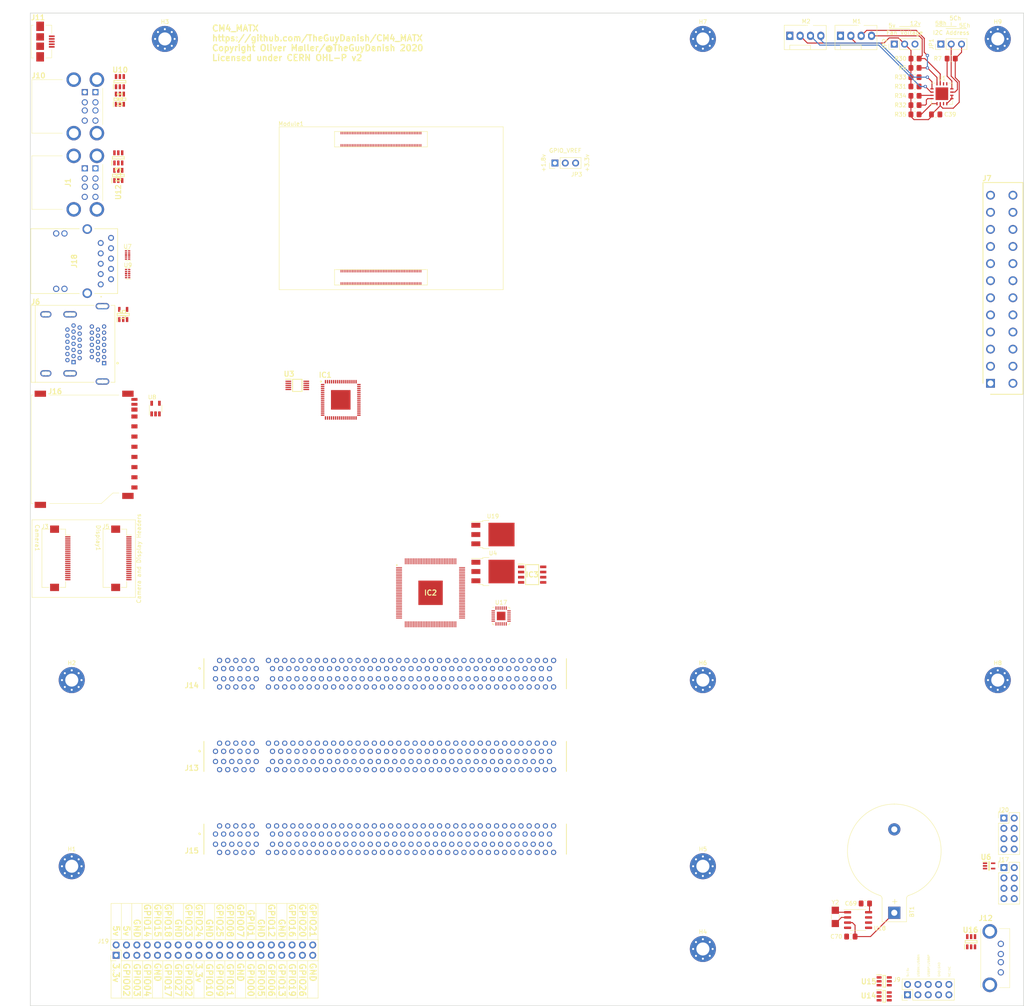
<source format=kicad_pcb>
(kicad_pcb (version 20171130) (host pcbnew 5.1.9-73d0e3b20d~88~ubuntu20.10.1)
  (layers (0 F.Cu signal) (31 B.Cu signal) (34 B.Paste user) (35 F.Paste user) (36 B.SilkS user) (37 F.SilkS user) (38 B.Mask user) (39 F.Mask user) (44 Edge.Cuts user))
  (net 0 "")
  (net 1 /USB2_HUB/HD7_P)
  (net 2 /USB2_HUB/HD7_N)
  (net 3 /USB2_HUB/HD6_P)
  (net 4 /USB2_HUB/HD6_N)
  (net 5 /USB2_HUB/HD5_P)
  (net 6 /USB2_HUB/HD5_N)
  (net 7 /USB2_HUB/HD4_P)
  (net 8 /USB2_HUB/HD4_N)
  (net 9 /USB2_HUB/HD3_P)
  (net 10 /USB2_HUB/HD3_N)
  (net 11 /USB2_HUB/HD2_P)
  (net 12 /USB2_HUB/HD2_N)
  (net 13 /USB2_HUB/HD1_P)
  (net 14 /USB2_HUB/HD1_N)
  (net 15 GND)
  (net 16 /CM4_HighSpeed/HDMI_5v)
  (net 17 /CM4_HighSpeed/HDMI1_SCL)
  (net 18 /CM4_HighSpeed/HDMI1_CK_N)
  (net 19 /CM4_HighSpeed/HDMI1_D0_N)
  (net 20 /CM4_HighSpeed/HDMI1_D1_N)
  (net 21 /CM4_HighSpeed/HDMI1_D2_N)
  (net 22 /CM4_HighSpeed/HDMI1_HOTPLUG)
  (net 23 /CM4_HighSpeed/HDMI1_SDA)
  (net 24 /CM4_HighSpeed/HDMI1_CEC)
  (net 25 /CM4_HighSpeed/HDMI1_CK_P)
  (net 26 /CM4_HighSpeed/HDMI1_D0_P)
  (net 27 /CM4_HighSpeed/HDMI1_D1_P)
  (net 28 /CM4_HighSpeed/HDMI1_D2_P)
  (net 29 /CM4_HighSpeed/HDMI0_SDA)
  (net 30 /CM4_HighSpeed/HDMI0_CK_N)
  (net 31 /CM4_HighSpeed/HDMI0_CK_P)
  (net 32 /CM4_HighSpeed/HDMI0_D1_N)
  (net 33 /CM4_HighSpeed/HDMI0_D1_P)
  (net 34 /CM4_HighSpeed/HDMI0_HOTPLUG)
  (net 35 /CM4_HighSpeed/HDMI0_SCL)
  (net 36 /CM4_HighSpeed/HDMI0_CEC)
  (net 37 /CM4_HighSpeed/HDMI0_D0_N)
  (net 38 /CM4_HighSpeed/HDMI0_D0_P)
  (net 39 /CM4_HighSpeed/HDMI0_D2_N)
  (net 40 /CM4_HighSpeed/HDMI0_D2_P)
  (net 41 /CM4_HighSpeed/DSI1_D2_P)
  (net 42 /CM4_HighSpeed/DSI1_D2_N)
  (net 43 /CM4_HighSpeed/DSI1_C_P)
  (net 44 /CM4_HighSpeed/DSI1_C_N)
  (net 45 /CM4_HighSpeed/DSI1_D1_P)
  (net 46 /CM4_HighSpeed/DSI1_D1_N)
  (net 47 /CM4_HighSpeed/DSI1_D0_P)
  (net 48 /CM4_HighSpeed/DSI1_D0_N)
  (net 49 /CM4_HighSpeed/DSI0_C_P)
  (net 50 /CM4_HighSpeed/DSI0_C_N)
  (net 51 /CM4_HighSpeed/DSI0_D1_P)
  (net 52 /CM4_HighSpeed/DSI0_D1_N)
  (net 53 /CM4_HighSpeed/DSI0_D0_P)
  (net 54 /CM4_HighSpeed/DSI0_D0_N)
  (net 55 /CM4_HighSpeed/CAM1_D3_P)
  (net 56 /CM4_HighSpeed/CAM1_D3_N)
  (net 57 /CM4_HighSpeed/CAM1_D2_P)
  (net 58 /CM4_HighSpeed/CAM1_D2_N)
  (net 59 /CM4_HighSpeed/CAM1_C_P)
  (net 60 /CM4_HighSpeed/CAM1_C_N)
  (net 61 /CM4_HighSpeed/CAM1_D1_P)
  (net 62 /CM4_HighSpeed/CAM1_D1_N)
  (net 63 /CM4_HighSpeed/CAM1_D0_P)
  (net 64 /CM4_HighSpeed/CAM1_D0_N)
  (net 65 /CM4_HighSpeed/USB2_P)
  (net 66 /CM4_HighSpeed/USB2_N)
  (net 67 /CM4_HighSpeed/PCIE_CLK_P)
  (net 68 /CM4_HighSpeed/PCIE_CLK_N)
  (net 69 /CM4_HighSpeed/PCIE_RX_P)
  (net 70 /CM4_HighSpeed/CAM0_D0_N)
  (net 71 /CM4_HighSpeed/CAM0_D0_P)
  (net 72 /CM4_HighSpeed/CAM0_D1_N)
  (net 73 /CM4_HighSpeed/CAM0_D1_P)
  (net 74 /CM4_HighSpeed/CAM0_C_N)
  (net 75 /CM4_HighSpeed/CAM0_C_P)
  (net 76 /CM4_HighSpeed/DSI1_D3_N)
  (net 77 /CM4_HighSpeed/DSI1_D3_P)
  (net 78 /USB2_HUB/USBH_P)
  (net 79 /USB2_HUB/USBH_N)
  (net 80 /USB2_HUB/3.3v)
  (net 81 /CM4_HighSpeed/PCIE_RX_N)
  (net 82 /+5v)
  (net 83 "Net-(J11-Pad3)")
  (net 84 "Net-(J11-Pad2)")
  (net 85 /USB2_HUB/USBOTG)
  (net 86 /nEXTRST)
  (net 87 /CM4_USB2_Power/USB6_PWR)
  (net 88 /CM4_USB2_Power/nOCS6)
  (net 89 /CM4_USB2_Power/nOCS7)
  (net 90 /CM4_USB2_Power/USB7_PWR)
  (net 91 /CM4_USB2_Power/nOCS5)
  (net 92 /CM4_USB2_Power/USB5_PWR)
  (net 93 /CM4_USB2_Power/USB1_PWR)
  (net 94 /CM4_USB2_Power/nOCS1)
  (net 95 /CM4_USB2_Power/nOCS2)
  (net 96 /CM4_USB2_Power/USB2_PWR)
  (net 97 /CM4_USB2_Power/USB3_PWR)
  (net 98 /CM4_USB2_Power/nOCS3)
  (net 99 /CM4_USB2_Power/nOCS4)
  (net 100 /CM4_USB2_Power/USB4_PWR)
  (net 101 /ID_SD)
  (net 102 /ID_SC)
  (net 103 /CM4_USB2_Power/HD4_5v)
  (net 104 /CM4_USB2_Power/HD3_5v)
  (net 105 /CM4_USB2_Power/HD6_5v)
  (net 106 /CM4_USB2_Power/HD5_5v)
  (net 107 /CM4_USB2_Power/HD2_5v)
  (net 108 /CM4_USB2_Power/HD1_5v)
  (net 109 /CM4_USB2_Power/HD7_5v)
  (net 110 /CM4_GPIO/SD_DET)
  (net 111 /CM4_GPIO/SD_DAT2)
  (net 112 /CM4_GPIO/SD_DAT1)
  (net 113 /CM4_GPIO/SD_DAT0)
  (net 114 /CM4_GPIO/SD_CLK)
  (net 115 /CM4_GPIO/SD_PWR)
  (net 116 /CM4_GPIO/SD_CMD)
  (net 117 /CM4_GPIO/SD_DAT3)
  (net 118 /CM4_GPIO/RUN_PG)
  (net 119 /CM4_GPIO/PI_nLED_ACT)
  (net 120 /CM4_GPIO/+3.3v)
  (net 121 /CM4_GPIO/TRD0_P)
  (net 122 /CM4_GPIO/TRD0_N)
  (net 123 /CM4_GPIO/TRD3_N)
  (net 124 /CM4_GPIO/TRD3_P)
  (net 125 /CM4_GPIO/TRD1_N)
  (net 126 /CM4_GPIO/TRD1_P)
  (net 127 /CM4_GPIO/TRD2_P)
  (net 128 /CM4_GPIO/TRD2_N)
  (net 129 /CM4_GPIO/GPIO21)
  (net 130 /CM4_GPIO/GPIO20)
  (net 131 /CM4_GPIO/GPIO26)
  (net 132 /CM4_GPIO/GPIO16)
  (net 133 /CM4_GPIO/GPIO19)
  (net 134 /CM4_GPIO/GPIO13)
  (net 135 /CM4_GPIO/GPIO12)
  (net 136 /CM4_GPIO/GPIO6)
  (net 137 /CM4_GPIO/GPIO5)
  (net 138 /CM4_GPIO/GPIO7)
  (net 139 /CM4_GPIO/GPIO8)
  (net 140 /CM4_GPIO/GPIO11)
  (net 141 /CM4_GPIO/GPIO25)
  (net 142 /CM4_GPIO/GPIO9)
  (net 143 /CM4_GPIO/GPIO10)
  (net 144 /CM4_GPIO/GPIO24)
  (net 145 /CM4_GPIO/GPIO23)
  (net 146 /CM4_GPIO/GPIO22)
  (net 147 /CM4_GPIO/GPIO27)
  (net 148 /CM4_GPIO/GPIO18)
  (net 149 /CM4_GPIO/GPIO17)
  (net 150 /CM4_GPIO/GPIO15)
  (net 151 /CM4_GPIO/GPIO14)
  (net 152 /CM4_GPIO/GPIO4)
  (net 153 /CM4_GPIO/GPIO3)
  (net 154 /CM4_GPIO/GPIO2)
  (net 155 /CM4_GPIO/EEPROM_nWP)
  (net 156 /CM4_GPIO/nRPIBOOT)
  (net 157 /CM4_GPIO/BT_nDis)
  (net 158 /CM4_GPIO/WL_nDis)
  (net 159 /CM4_GPIO/nPWR_LED)
  (net 160 /CM4_GPIO/+1.8v)
  (net 161 /CM4_GPIO/SD_PWR_ON)
  (net 162 /CAM_GPIO)
  (net 163 /SDA0)
  (net 164 /SCL0)
  (net 165 +3.3VP)
  (net 166 +12P)
  (net 167 +3.3VA)
  (net 168 +3V3)
  (net 169 "Net-(IC1-Pad63)")
  (net 170 "Net-(C1-Pad1)")
  (net 171 /USB2_HUB/XTAL1)
  (net 172 /USB2_HUB/XTAL2)
  (net 173 "Net-(IC1-Pad51)")
  (net 174 "Net-(IC1-Pad50)")
  (net 175 "Net-(IC1-Pad49)")
  (net 176 "Net-(IC1-Pad48)")
  (net 177 "Net-(IC1-Pad47)")
  (net 178 "Net-(IC1-Pad45)")
  (net 179 "Net-(IC1-Pad42)")
  (net 180 "Net-(IC1-Pad41)")
  (net 181 "Net-(IC1-Pad40)")
  (net 182 "Net-(IC1-Pad34)")
  (net 183 "Net-(IC1-Pad33)")
  (net 184 "Net-(IC1-Pad32)")
  (net 185 "Net-(IC1-Pad31)")
  (net 186 "Net-(C3-Pad1)")
  (net 187 "Net-(IC1-Pad18)")
  (net 188 "Net-(IC1-Pad17)")
  (net 189 "Net-(IC1-Pad16)")
  (net 190 "Net-(IC1-Pad15)")
  (net 191 "Net-(IC1-Pad14)")
  (net 192 "Net-(IC1-Pad13)")
  (net 193 "Net-(IC2-Pad114)")
  (net 194 "Net-(IC2-Pad85)")
  (net 195 "Net-(IC2-Pad83)")
  (net 196 "Net-(IC2-Pad69)")
  (net 197 "Net-(IC2-Pad68)")
  (net 198 "Net-(IC2-Pad67)")
  (net 199 "Net-(IC2-Pad59)")
  (net 200 "Net-(IC2-Pad58)")
  (net 201 "Net-(IC2-Pad57)")
  (net 202 "Net-(IC2-Pad54)")
  (net 203 "Net-(IC2-Pad52)")
  (net 204 "Net-(IC2-Pad48)")
  (net 205 "Net-(IC2-Pad44)")
  (net 206 "Net-(IC2-Pad43)")
  (net 207 "Net-(IC2-Pad42)")
  (net 208 "Net-(IC2-Pad33)")
  (net 209 "Net-(J3-Pad18)")
  (net 210 "Net-(J5-Pad18)")
  (net 211 "Net-(J5-Pad17)")
  (net 212 "Net-(J6-PadBP14)")
  (net 213 "Net-(J6-PadAP14)")
  (net 214 "Net-(J7-Pad20)")
  (net 215 /PS_ON)
  (net 216 /-12v)
  (net 217 +12V)
  (net 218 /+5vSB)
  (net 219 /PWR_OK)
  (net 220 /ATX_PSU/+3.3.v)
  (net 221 "Net-(J9-Pad10)")
  (net 222 "Net-(J9-Pad9)")
  (net 223 "Net-(J11-Pad4)")
  (net 224 "Net-(J11-Pad1)")
  (net 225 "Net-(J13-PadA19)")
  (net 226 "Net-(J13-PadB19)")
  (net 227 "Net-(J13-PadA21)")
  (net 228 "Net-(J13-PadB20)")
  (net 229 "Net-(J13-PadA22)")
  (net 230 "Net-(J13-PadB23)")
  (net 231 "Net-(J13-PadA25)")
  (net 232 "Net-(J13-PadB24)")
  (net 233 "Net-(J13-PadA26)")
  (net 234 "Net-(J13-PadB27)")
  (net 235 "Net-(J13-PadA29)")
  (net 236 "Net-(J13-PadB28)")
  (net 237 "Net-(J13-PadA30)")
  (net 238 "Net-(J13-PadA32)")
  (net 239 "Net-(J13-PadA33)")
  (net 240 "Net-(J13-PadB33)")
  (net 241 "Net-(J13-PadA35)")
  (net 242 "Net-(J13-PadB34)")
  (net 243 "Net-(J13-PadA36)")
  (net 244 "Net-(J13-PadB37)")
  (net 245 "Net-(J13-PadA39)")
  (net 246 "Net-(J13-PadB38)")
  (net 247 "Net-(J13-PadA40)")
  (net 248 "Net-(J13-PadB41)")
  (net 249 "Net-(J13-PadA43)")
  (net 250 "Net-(J13-PadB42)")
  (net 251 "Net-(J13-PadA44)")
  (net 252 "Net-(J13-PadB45)")
  (net 253 "Net-(J13-PadA47)")
  (net 254 "Net-(J13-PadB46)")
  (net 255 "Net-(J13-PadA48)")
  (net 256 "Net-(J13-PadB48)")
  (net 257 "Net-(J13-PadA50)")
  (net 258 "Net-(J13-PadB50)")
  (net 259 "Net-(J13-PadB51)")
  (net 260 "Net-(J13-PadA52)")
  (net 261 "Net-(J13-PadA53)")
  (net 262 "Net-(J13-PadB54)")
  (net 263 "Net-(J13-PadB55)")
  (net 264 "Net-(J13-PadA56)")
  (net 265 "Net-(J13-PadA57)")
  (net 266 "Net-(J13-PadB58)")
  (net 267 "Net-(J13-PadB59)")
  (net 268 "Net-(J13-PadA60)")
  (net 269 "Net-(J13-PadA61)")
  (net 270 "Net-(J13-PadB62)")
  (net 271 "Net-(J13-PadB63)")
  (net 272 "Net-(J13-PadA64)")
  (net 273 "Net-(J13-PadA65)")
  (net 274 "Net-(J13-PadB66)")
  (net 275 "Net-(J13-PadB67)")
  (net 276 "Net-(J13-PadA68)")
  (net 277 "Net-(J13-PadA69)")
  (net 278 "Net-(J13-PadB70)")
  (net 279 "Net-(J13-PadB71)")
  (net 280 "Net-(J13-PadA72)")
  (net 281 "Net-(J13-PadA73)")
  (net 282 "Net-(J13-PadB74)")
  (net 283 "Net-(J13-PadB75)")
  (net 284 "Net-(J13-PadA76)")
  (net 285 "Net-(J13-PadA77)")
  (net 286 "Net-(J13-PadB78)")
  (net 287 "Net-(J13-PadB79)")
  (net 288 "Net-(J13-PadA80)")
  (net 289 "Net-(J13-PadA81)")
  (net 290 "Net-(J13-PadB82)")
  (net 291 "Net-(J14-PadA81)")
  (net 292 "Net-(J14-PadA80)")
  (net 293 "Net-(J14-PadB79)")
  (net 294 "Net-(J14-PadB78)")
  (net 295 "Net-(J14-PadA77)")
  (net 296 "Net-(J14-PadA76)")
  (net 297 "Net-(J14-PadB75)")
  (net 298 "Net-(J14-PadB74)")
  (net 299 "Net-(J14-PadA73)")
  (net 300 "Net-(J14-PadA72)")
  (net 301 "Net-(J14-PadB71)")
  (net 302 "Net-(J14-PadB70)")
  (net 303 "Net-(J14-PadA69)")
  (net 304 "Net-(J14-PadA68)")
  (net 305 "Net-(J14-PadB67)")
  (net 306 "Net-(J14-PadB66)")
  (net 307 "Net-(J14-PadA65)")
  (net 308 "Net-(J14-PadA64)")
  (net 309 "Net-(J14-PadB63)")
  (net 310 "Net-(J14-PadB62)")
  (net 311 "Net-(J14-PadA61)")
  (net 312 "Net-(J14-PadA60)")
  (net 313 "Net-(J14-PadB59)")
  (net 314 "Net-(J14-PadB58)")
  (net 315 "Net-(J14-PadA57)")
  (net 316 "Net-(J14-PadA56)")
  (net 317 "Net-(J14-PadB55)")
  (net 318 "Net-(J14-PadB54)")
  (net 319 "Net-(J14-PadA53)")
  (net 320 "Net-(J14-PadA52)")
  (net 321 "Net-(J14-PadB51)")
  (net 322 "Net-(J14-PadB50)")
  (net 323 "Net-(J14-PadA50)")
  (net 324 "Net-(J14-PadB48)")
  (net 325 "Net-(J14-PadA48)")
  (net 326 "Net-(J14-PadB46)")
  (net 327 "Net-(J14-PadA47)")
  (net 328 "Net-(J14-PadB45)")
  (net 329 "Net-(J14-PadA44)")
  (net 330 "Net-(J14-PadB42)")
  (net 331 "Net-(J14-PadA43)")
  (net 332 "Net-(J14-PadB41)")
  (net 333 "Net-(J14-PadA40)")
  (net 334 "Net-(J14-PadB38)")
  (net 335 "Net-(J14-PadA39)")
  (net 336 "Net-(J14-PadB37)")
  (net 337 "Net-(J14-PadA36)")
  (net 338 "Net-(J14-PadB34)")
  (net 339 "Net-(J14-PadA35)")
  (net 340 "Net-(J14-PadB33)")
  (net 341 "Net-(J14-PadA33)")
  (net 342 "Net-(J14-PadA32)")
  (net 343 "Net-(J14-PadA30)")
  (net 344 "Net-(J14-PadB28)")
  (net 345 "Net-(J14-PadA29)")
  (net 346 "Net-(J14-PadB27)")
  (net 347 "Net-(J14-PadA26)")
  (net 348 "Net-(J14-PadB24)")
  (net 349 "Net-(J14-PadA25)")
  (net 350 "Net-(J14-PadB23)")
  (net 351 "Net-(J14-PadA22)")
  (net 352 "Net-(J14-PadB20)")
  (net 353 "Net-(J14-PadA21)")
  (net 354 "Net-(J14-PadB19)")
  (net 355 "Net-(J14-PadA19)")
  (net 356 "Net-(J15-PadA19)")
  (net 357 "Net-(J15-PadB19)")
  (net 358 "Net-(J15-PadA21)")
  (net 359 "Net-(J15-PadB20)")
  (net 360 "Net-(J15-PadA22)")
  (net 361 "Net-(J15-PadB23)")
  (net 362 "Net-(J15-PadA25)")
  (net 363 "Net-(J15-PadB24)")
  (net 364 "Net-(J15-PadA26)")
  (net 365 "Net-(J15-PadB27)")
  (net 366 "Net-(J15-PadA29)")
  (net 367 "Net-(J15-PadB28)")
  (net 368 "Net-(J15-PadA30)")
  (net 369 "Net-(J15-PadA32)")
  (net 370 "Net-(J15-PadA33)")
  (net 371 "Net-(J15-PadB33)")
  (net 372 "Net-(J15-PadA35)")
  (net 373 "Net-(J15-PadB34)")
  (net 374 "Net-(J15-PadA36)")
  (net 375 "Net-(J15-PadB37)")
  (net 376 "Net-(J15-PadA39)")
  (net 377 "Net-(J15-PadB38)")
  (net 378 "Net-(J15-PadA40)")
  (net 379 "Net-(J15-PadB41)")
  (net 380 "Net-(J15-PadA43)")
  (net 381 "Net-(J15-PadB42)")
  (net 382 "Net-(J15-PadA44)")
  (net 383 "Net-(J15-PadB45)")
  (net 384 "Net-(J15-PadA47)")
  (net 385 "Net-(J15-PadB46)")
  (net 386 "Net-(J15-PadA48)")
  (net 387 "Net-(J15-PadB48)")
  (net 388 "Net-(J15-PadA50)")
  (net 389 "Net-(J15-PadB50)")
  (net 390 "Net-(J15-PadB51)")
  (net 391 "Net-(J15-PadA52)")
  (net 392 "Net-(J15-PadA53)")
  (net 393 "Net-(J15-PadB54)")
  (net 394 "Net-(J15-PadB55)")
  (net 395 "Net-(J15-PadA56)")
  (net 396 "Net-(J15-PadA57)")
  (net 397 "Net-(J15-PadB58)")
  (net 398 "Net-(J15-PadB59)")
  (net 399 "Net-(J15-PadA60)")
  (net 400 "Net-(J15-PadA61)")
  (net 401 "Net-(J15-PadB62)")
  (net 402 "Net-(J15-PadB63)")
  (net 403 "Net-(J15-PadA64)")
  (net 404 "Net-(J15-PadA65)")
  (net 405 "Net-(J15-PadB66)")
  (net 406 "Net-(J15-PadB67)")
  (net 407 "Net-(J15-PadA68)")
  (net 408 "Net-(J15-PadA69)")
  (net 409 "Net-(J15-PadB70)")
  (net 410 "Net-(J15-PadB71)")
  (net 411 "Net-(J15-PadA72)")
  (net 412 "Net-(J15-PadA73)")
  (net 413 "Net-(J15-PadB74)")
  (net 414 "Net-(J15-PadB75)")
  (net 415 "Net-(J15-PadA76)")
  (net 416 "Net-(J15-PadA77)")
  (net 417 "Net-(J15-PadB78)")
  (net 418 "Net-(J15-PadB79)")
  (net 419 "Net-(J15-PadA80)")
  (net 420 "Net-(J15-PadA81)")
  (net 421 "Net-(J15-PadB82)")
  (net 422 "Net-(J16-Pad11)")
  (net 423 /CM4_GPIO/FP_POWERSW)
  (net 424 "Net-(J17-Pad1)")
  (net 425 /FanCTRL_MAX6639/ADD)
  (net 426 /FanCTRL_MAX6639/V_FAN)
  (net 427 /FanCTRL_MAX6639/TACH1)
  (net 428 /FanCTRL_MAX6639/PWM1)
  (net 429 /FanCTRL_MAX6639/TACH2)
  (net 430 /FanCTRL_MAX6639/PWM2)
  (net 431 /CM4_GPIO/GLOBAL_EN)
  (net 432 /CM4_GPIO/AIN0)
  (net 433 /CM4_GPIO/AIN1)
  (net 434 /GPIO_VREF)
  (net 435 "Net-(Module1-Pad73)")
  (net 436 "Net-(Module1-Pad72)")
  (net 437 "Net-(Module1-Pad70)")
  (net 438 "Net-(Module1-Pad68)")
  (net 439 "Net-(Module1-Pad64)")
  (net 440 "Net-(Module1-Pad19)")
  (net 441 /CM4_GPIO/SYNC_OUT)
  (net 442 /CM4_GPIO/ETH_LEDY)
  (net 443 /CM4_GPIO/SYNC_IN)
  (net 444 /CM4_GPIO/ETH_LEDG)
  (net 445 /CM4_HighSpeed/TV_OUT)
  (net 446 /CM4_HighSpeed/PCIE_NRST)
  (net 447 /CM4_HighSpeed/PCIE_CLK_NREQ)
  (net 448 "Net-(Module1-Pad104)")
  (net 449 "Net-(Module1-Pad106)")
  (net 450 /FanCTRL_MAX6639/~ALERT)
  (net 451 /FanCTRL_MAX6639/~THERM)
  (net 452 /FanCTRL_MAX6639/~FANFAIL)
  (net 453 /FanCTRL_MAX6639/~OT)
  (net 454 /FanCTRL_MAX6639/DX)
  (net 455 "Net-(U5-Pad3)")
  (net 456 /CM4_GPIO/FP_PLED)
  (net 457 "Net-(U6-Pad1)")
  (net 458 "Net-(U7-Pad10)")
  (net 459 "Net-(U7-Pad7)")
  (net 460 "Net-(U7-Pad6)")
  (net 461 "Net-(U7-Pad9)")
  (net 462 "Net-(U8-Pad3)")
  (net 463 "Net-(U9-Pad10)")
  (net 464 "Net-(U9-Pad7)")
  (net 465 "Net-(U9-Pad6)")
  (net 466 "Net-(U9-Pad9)")
  (net 467 "Net-(R23-Pad1)")
  (net 468 "Net-(R24-Pad1)")
  (net 469 "Net-(R25-Pad1)")
  (net 470 "Net-(R26-Pad1)")
  (net 471 "Net-(R27-Pad1)")
  (net 472 "Net-(R28-Pad1)")
  (net 473 "Net-(R29-Pad1)")
  (net 474 "Net-(J14-PadB82)")
  (net 475 /RTC_PCF85263A/VBAT)
  (net 476 /PCIe_Subsystem/PCIE_RX_P)
  (net 477 /PCIe_Subsystem/PCIE_RX_N)
  (net 478 /PCIe_Subsystem/PCIe_Switch/+1.0v)
  (net 479 /PCIe_Subsystem/PCIe_Switch/PCIE3_RX_P)
  (net 480 /PCIe_Subsystem/PCIe_Switch/PCIE3_RX_N)
  (net 481 /PCIe_Subsystem/PCIe_Slot3/PCIE3_RX_P)
  (net 482 /PCIe_Subsystem/PCIe_Slot3/PCIE3_RX_N)
  (net 483 /PCIe_Subsystem/PCIe_Switch/REXT)
  (net 484 /PCIe_Subsystem/PCIe_Switch/REXT_GND)
  (net 485 /PCIe_Subsystem/PCIe_Switch/+3.3v)
  (net 486 /PCIe_Subsystem/PCIe_Switch/CGND)
  (net 487 /PCIe_Subsystem/PCIe_Slot2/PCIE2_RX_N)
  (net 488 /PCIe_Subsystem/PCIe_Slot2/PCIE2_RX_P)
  (net 489 /PCIe_Subsystem/PCIe_Switch/PCIE2_RX_N)
  (net 490 /PCIe_Subsystem/PCIe_Slot2/PCIE2_CLK_N)
  (net 491 /PCIe_Subsystem/PCIe_Slot1/PCIE1_RX_N)
  (net 492 /PCIe_Subsystem/PCIe_Slot1/PCIE1_RX_P)
  (net 493 /PCIe_Subsystem/PCIe_Switch/PCIE1_RX_N)
  (net 494 /PCIe_Subsystem/PCIe_Switch/PCIE1_RX_P)
  (net 495 /PCIe_Subsystem/PCIe_Switch/IREF)
  (net 496 /PCIe_Subsystem/PCIe_Slot1/PCIE1_CLK_P)
  (net 497 /PCIe_Subsystem/PCIe_Slot1/PCIE1_CLK_N)
  (net 498 /PCIe_Subsystem/PCIe_Slot2/PCIE2_CLK_P)
  (net 499 /PCIe_Subsystem/PCIe_Slot3/PCIE3_CLK_P)
  (net 500 /PCIe_Subsystem/PCIe_Slot3/PCIE3_CLK_N)
  (net 501 /PCIe_Subsystem/PCIe_Switch/CLKBUF_PD)
  (net 502 /PCIe_Subsystem/PCIe_Switch/TEST6)
  (net 503 /PCIe_Subsystem/PCIe_Switch/SLOT_IMP3)
  (net 504 /PCIe_Subsystem/PCIe_Switch/SLOT_IMP2)
  (net 505 /PCIe_Subsystem/PCIe_Switch/SLOT_IMP1)
  (net 506 /PCIe_Subsystem/PCIe_Switch/TEST5)
  (net 507 /PCIe_Subsystem/PCIe_Switch/TEST4)
  (net 508 /PCIe_Subsystem/PCIe_Slot3/PCIE3_PRSNT)
  (net 509 /PCIe_Subsystem/PCIe_Slot2/PCIE2_PRSNT)
  (net 510 /PCIe_Subsystem/PCIe_Slot1/PCIE1_PRSNT)
  (net 511 /PCIe_Subsystem/PCIe_Switch/TEST3)
  (net 512 /PCIe_Subsystem/PCIe_Switch/TEST2)
  (net 513 /PCIe_Subsystem/PCIe_Switch/+3.3vSB)
  (net 514 /PCIe_Subsystem/PCIe_Switch/TEST1)
  (net 515 /PCIe_Subsystem/PCIe_Slot3/PCIE3_PERST)
  (net 516 /PCIe_Subsystem/PCIe_Slot2/PCIE2_PERST)
  (net 517 /PCIe_Subsystem/PCIe_Slot1/PCIE1_PERST)
  (net 518 /PCIe_Subsystem/PCIe_Slot2/PCIe_2_TX_N)
  (net 519 /PCIe_Subsystem/PCIe_Slot2/PCIe_2_TX_P)
  (net 520 /PCIe_Subsystem/PCIE2_JTAG_TDI)
  (net 521 /PCIe_Subsystem/PCIE2_SMBUS_DATA)
  (net 522 /PCIe_Subsystem/PCIE2_JTAG_TMS)
  (net 523 /PCIe_Subsystem/PCIE2_SMBUS_CLK)
  (net 524 /PCIe_Subsystem/PCIE2_JTAG_TCK)
  (net 525 /PCIe_Subsystem/PCIE2_JTAG_TDO)
  (net 526 /PCIe_Subsystem/PCIE2_JTAG_TRST#)
  (net 527 /PCIe_Subsystem/PCIe_Slot1/PCIe_1_TX_N)
  (net 528 /PCIe_Subsystem/PCIe_Slot1/PCIe_1_TX_P)
  (net 529 /PCIe_Subsystem/PCIE1_JTAG_TDI)
  (net 530 /PCIe_Subsystem/PCIE1_SMBUS_DATA)
  (net 531 /PCIe_Subsystem/PCIE1_JTAG_TMS)
  (net 532 /PCIe_Subsystem/PCIE1_SMBUS_CLK)
  (net 533 /PCIe_Subsystem/PCIE1_JTAG_TCK)
  (net 534 /PCIe_Subsystem/PCIE1_JTAG_TDO)
  (net 535 /PCIe_Subsystem/PCIE1_JTAG_TRST#)
  (net 536 /PCIe_Subsystem/PCIe_Slot3/PCIe_3_TX_N)
  (net 537 /PCIe_Subsystem/PCIe_Slot3/PCIe_3_TX_P)
  (net 538 /PCIe_Subsystem/PCIE3_JTAG_TDI)
  (net 539 /PCIe_Subsystem/PCIE3_SMBUS_DATA)
  (net 540 /PCIe_Subsystem/PCIE3_JTAG_TMS)
  (net 541 /PCIe_Subsystem/PCIE3_SMBUS_CLK)
  (net 542 /PCIe_Subsystem/PCIE3_JTAG_TCK)
  (net 543 /PCIe_Subsystem/PCIE3_JTAG_TDO)
  (net 544 /PCIe_Subsystem/PCIE3_JTAG_TRST#)
  (net 545 "Net-(J18-PadL4)")
  (net 546 "Net-(J18-PadL2)")
  (net 547 "Net-(C17-Pad1)")
  (net 548 "Net-(U17-Pad25)")
  (net 549 /PCIe_Subsystem/SMBUS_MASTER_RST#)
  (net 550 /PCIe_Subsystem/SMBUS7_CLK)
  (net 551 /PCIe_Subsystem/SMBUS7_DATA)
  (net 552 /PCIe_Subsystem/SMBUS6_CLK)
  (net 553 /PCIe_Subsystem/SMBUS6_DATA)
  (net 554 /PCIe_Subsystem/SMBUS5_CLK)
  (net 555 /PCIe_Subsystem/SMBUS5_DATA)
  (net 556 /PCIe_Subsystem/SMBUS4_CLK)
  (net 557 /PCIe_Subsystem/SMBUS4_DATA)
  (net 558 /RTC_PCF85263A/OSCI)
  (net 559 /RTC_PCF85263A/OSCO)
  (net 560 "Net-(U18-Pad7)")
  (net 561 /PCIe_Subsystem/PCIe_Switch/REFCLKN)
  (net 562 /PCIe_Subsystem/PCIe_Switch/REFCLKP)
  (net 563 /PCIe_Subsystem/PCIE_SW_TRST#)
  (net 564 /PCIe_Subsystem/PCIE_SW_TDI)
  (net 565 /PCIe_Subsystem/PCIE_SW_TMS)
  (net 566 /PCIe_Subsystem/PCIE_SW_TCK)
  (net 567 /PCIe_Subsystem/PCIE_SW_TDO)
  (net 568 "Net-(IC2-Pad81)")
  (net 569 "Net-(IC2-Pad80)")
  (net 570 "Net-(IC2-Pad78)")
  (net 571 "Net-(IC2-Pad77)")
  (net 572 "Net-(IC2-Pad76)")
  (net 573 "Net-(IC2-Pad75)")
  (net 574 /PCIe_Subsystem/PCIe_Switch/SCAN_EN)
  (net 575 /PCIe_Subsystem/PCIe_Switch/EEPD)
  (net 576 /PCIe_Subsystem/PCIe_Switch/EECLK)
  (net 577 /PCIe_Subsystem/PCIe_Switch/PL_512B)
  (net 578 /PCIe_Subsystem/PCIe_Switch/GPIO4)
  (net 579 /PCIe_Subsystem/PCIe_Switch/GPIO3)
  (net 580 /PCIe_Subsystem/PCIe_Switch/GPIO2)
  (net 581 /PCIe_Subsystem/PCIe_Switch/GPIO0)
  (net 582 /PCIe_Subsystem/PCIe_Switch/GPIO1)
  (net 583 /PCIe_Subsystem/PCIe_Switch/PWR_SAV)
  (net 584 /PCIe_Subsystem/PCIESW_SMBUS_DATA)
  (net 585 /PCIe_Subsystem/PCIESW_SMBUS_CLK)
  (net 586 /PCIe_Subsystem/PCIe_Switch/RXPOLINV_DIS)
  (net 587 /PCIe_Subsystem/PCIe_Switch/VC1_EN)
  (net 588 /PCIe_Subsystem/PCIe_Switch/+1.0vSB)
  (net 589 "Net-(IC3-Pad1)")
  (net 590 "Net-(J13-PadB11)")
  (net 591 "Net-(J14-PadB11)")
  (net 592 "Net-(J15-PadB11)")
  (module CM4_MATX:SOIC127P600X175-8N (layer F.Cu) (at 161.29 160.782)
    (fp_text reference IC3 (at 0 0) (layer F.SilkS) (effects (font (size 1.27 1.27) (thickness 0.254))))
    (fp_text value M24C04-RMN6TP hide)
    (pad 8 smd rect (at 2.712 -1.905 90) (size 0.65 1.525) (layers F.Cu F.Paste F.Mask) (net 485 /PCIe_Subsystem/PCIe_Switch/+3.3v))
    (pad 7 smd rect (at 2.712 -0.635 90) (size 0.65 1.525) (layers F.Cu F.Paste F.Mask) (net 15 GND))
    (pad 6 smd rect (at 2.712 0.635 90) (size 0.65 1.525) (layers F.Cu F.Paste F.Mask) (net 576 /PCIe_Subsystem/PCIe_Switch/EECLK))
    (pad 5 smd rect (at 2.712 1.905 90) (size 0.65 1.525) (layers F.Cu F.Paste F.Mask) (net 575 /PCIe_Subsystem/PCIe_Switch/EEPD))
    (pad 4 smd rect (at -2.712 1.905 90) (size 0.65 1.525) (layers F.Cu F.Paste F.Mask) (net 15 GND))
    (pad 3 smd rect (at -2.712 0.635 90) (size 0.65 1.525) (layers F.Cu F.Paste F.Mask) (net 15 GND))
    (pad 2 smd rect (at -2.712 -0.635 90) (size 0.65 1.525) (layers F.Cu F.Paste F.Mask) (net 15 GND))
    (pad 1 smd rect (at -2.712 -1.905 90) (size 0.65 1.525) (layers F.Cu F.Paste F.Mask) (net 589 "Net-(IC3-Pad1)"))
  )
  (module CM4_MATX:TO-252-3_TabPin2 (layer F.Cu) (at 151.6575 150.9385)
    (fp_text reference U19 (at 0 -4.5) (layer F.SilkS))
    (fp_text value AP7363-10D)
    (pad 2 smd rect (at 2.1 0) (size 6.4 5.8) (layers F.Cu F.Mask) (net 15 GND))
    (pad 3 smd rect (at -4.2 2.28) (size 2.2 1.2) (layers F.Cu F.Paste F.Mask) (net 588 /PCIe_Subsystem/PCIe_Switch/+1.0vSB))
    (pad 2 smd rect (at -4.2 0) (size 2.2 1.2) (layers F.Cu F.Paste F.Mask) (net 15 GND))
    (pad 1 smd rect (at -4.2 -2.28) (size 2.2 1.2) (layers F.Cu F.Paste F.Mask) (net 513 /PCIe_Subsystem/PCIe_Switch/+3.3vSB))
  )
  (module CM4_MATX:10018783-10113TLF (layer F.Cu) (at 95.1992 185.1152)
    (fp_text reference J14 (at -17.4752 2.8848) (layer F.SilkS) (effects (font (size 1.27 1.27) (thickness 0.254))))
    (fp_text value PCIe_x16 hide)
    (pad B82 thru_hole circle (at 71.35 3.25) (size 1.28 1.28) (drill 0.78) (layers *.Cu *.Mask) (net 474 "Net-(J14-PadB82)"))
    (pad A82 thru_hole circle (at 71.35 -3.25) (size 1.28 1.28) (drill 0.78) (layers *.Cu *.Mask) (net 15 GND))
    (pad B81 thru_hole circle (at 70.35 1.25) (size 1.28 1.28) (drill 0.78) (layers *.Cu *.Mask))
    (pad B80 thru_hole circle (at 69.35 3.25) (size 1.28 1.28) (drill 0.78) (layers *.Cu *.Mask) (net 15 GND))
    (pad A81 thru_hole circle (at 70.35 -1.25) (size 1.28 1.28) (drill 0.78) (layers *.Cu *.Mask) (net 291 "Net-(J14-PadA81)"))
    (pad A80 thru_hole circle (at 69.35 -3.25) (size 1.28 1.28) (drill 0.78) (layers *.Cu *.Mask) (net 292 "Net-(J14-PadA80)"))
    (pad B79 thru_hole circle (at 68.35 1.25) (size 1.28 1.28) (drill 0.78) (layers *.Cu *.Mask) (net 293 "Net-(J14-PadB79)"))
    (pad B78 thru_hole circle (at 67.35 3.25) (size 1.28 1.28) (drill 0.78) (layers *.Cu *.Mask) (net 294 "Net-(J14-PadB78)"))
    (pad A79 thru_hole circle (at 68.35 -1.25) (size 1.28 1.28) (drill 0.78) (layers *.Cu *.Mask) (net 15 GND))
    (pad A78 thru_hole circle (at 67.35 -3.25) (size 1.28 1.28) (drill 0.78) (layers *.Cu *.Mask) (net 15 GND))
    (pad B77 thru_hole circle (at 66.35 1.25) (size 1.28 1.28) (drill 0.78) (layers *.Cu *.Mask) (net 15 GND))
    (pad B76 thru_hole circle (at 65.35 3.25) (size 1.28 1.28) (drill 0.78) (layers *.Cu *.Mask) (net 15 GND))
    (pad A77 thru_hole circle (at 66.35 -1.25) (size 1.28 1.28) (drill 0.78) (layers *.Cu *.Mask) (net 295 "Net-(J14-PadA77)"))
    (pad A76 thru_hole circle (at 65.35 -3.25) (size 1.28 1.28) (drill 0.78) (layers *.Cu *.Mask) (net 296 "Net-(J14-PadA76)"))
    (pad B75 thru_hole circle (at 64.35 1.25) (size 1.28 1.28) (drill 0.78) (layers *.Cu *.Mask) (net 297 "Net-(J14-PadB75)"))
    (pad B74 thru_hole circle (at 63.35 3.25) (size 1.28 1.28) (drill 0.78) (layers *.Cu *.Mask) (net 298 "Net-(J14-PadB74)"))
    (pad A75 thru_hole circle (at 64.35 -1.25) (size 1.28 1.28) (drill 0.78) (layers *.Cu *.Mask) (net 15 GND))
    (pad A74 thru_hole circle (at 63.35 -3.25) (size 1.28 1.28) (drill 0.78) (layers *.Cu *.Mask) (net 15 GND))
    (pad B73 thru_hole circle (at 62.35 1.25) (size 1.28 1.28) (drill 0.78) (layers *.Cu *.Mask) (net 15 GND))
    (pad B72 thru_hole circle (at 61.35 3.25) (size 1.28 1.28) (drill 0.78) (layers *.Cu *.Mask) (net 15 GND))
    (pad A73 thru_hole circle (at 62.35 -1.25) (size 1.28 1.28) (drill 0.78) (layers *.Cu *.Mask) (net 299 "Net-(J14-PadA73)"))
    (pad A72 thru_hole circle (at 61.35 -3.25) (size 1.28 1.28) (drill 0.78) (layers *.Cu *.Mask) (net 300 "Net-(J14-PadA72)"))
    (pad B71 thru_hole circle (at 60.35 1.25) (size 1.28 1.28) (drill 0.78) (layers *.Cu *.Mask) (net 301 "Net-(J14-PadB71)"))
    (pad B70 thru_hole circle (at 59.35 3.25) (size 1.28 1.28) (drill 0.78) (layers *.Cu *.Mask) (net 302 "Net-(J14-PadB70)"))
    (pad A71 thru_hole circle (at 60.35 -1.25) (size 1.28 1.28) (drill 0.78) (layers *.Cu *.Mask) (net 15 GND))
    (pad A70 thru_hole circle (at 59.35 -3.25) (size 1.28 1.28) (drill 0.78) (layers *.Cu *.Mask) (net 15 GND))
    (pad B69 thru_hole circle (at 58.35 1.25) (size 1.28 1.28) (drill 0.78) (layers *.Cu *.Mask) (net 15 GND))
    (pad B68 thru_hole circle (at 57.35 3.25) (size 1.28 1.28) (drill 0.78) (layers *.Cu *.Mask) (net 15 GND))
    (pad A69 thru_hole circle (at 58.35 -1.25) (size 1.28 1.28) (drill 0.78) (layers *.Cu *.Mask) (net 303 "Net-(J14-PadA69)"))
    (pad A68 thru_hole circle (at 57.35 -3.25) (size 1.28 1.28) (drill 0.78) (layers *.Cu *.Mask) (net 304 "Net-(J14-PadA68)"))
    (pad B67 thru_hole circle (at 56.35 1.25) (size 1.28 1.28) (drill 0.78) (layers *.Cu *.Mask) (net 305 "Net-(J14-PadB67)"))
    (pad B66 thru_hole circle (at 55.35 3.25) (size 1.28 1.28) (drill 0.78) (layers *.Cu *.Mask) (net 306 "Net-(J14-PadB66)"))
    (pad A67 thru_hole circle (at 56.35 -1.25) (size 1.28 1.28) (drill 0.78) (layers *.Cu *.Mask) (net 15 GND))
    (pad A66 thru_hole circle (at 55.35 -3.25) (size 1.28 1.28) (drill 0.78) (layers *.Cu *.Mask) (net 15 GND))
    (pad B65 thru_hole circle (at 54.35 1.25) (size 1.28 1.28) (drill 0.78) (layers *.Cu *.Mask) (net 15 GND))
    (pad B64 thru_hole circle (at 53.35 3.25) (size 1.28 1.28) (drill 0.78) (layers *.Cu *.Mask) (net 15 GND))
    (pad A65 thru_hole circle (at 54.35 -1.25) (size 1.28 1.28) (drill 0.78) (layers *.Cu *.Mask) (net 307 "Net-(J14-PadA65)"))
    (pad A64 thru_hole circle (at 53.35 -3.25) (size 1.28 1.28) (drill 0.78) (layers *.Cu *.Mask) (net 308 "Net-(J14-PadA64)"))
    (pad B63 thru_hole circle (at 52.35 1.25) (size 1.28 1.28) (drill 0.78) (layers *.Cu *.Mask) (net 309 "Net-(J14-PadB63)"))
    (pad B62 thru_hole circle (at 51.35 3.25) (size 1.28 1.28) (drill 0.78) (layers *.Cu *.Mask) (net 310 "Net-(J14-PadB62)"))
    (pad A63 thru_hole circle (at 52.35 -1.25) (size 1.28 1.28) (drill 0.78) (layers *.Cu *.Mask) (net 15 GND))
    (pad A62 thru_hole circle (at 51.35 -3.25) (size 1.28 1.28) (drill 0.78) (layers *.Cu *.Mask) (net 15 GND))
    (pad B61 thru_hole circle (at 50.35 1.25) (size 1.28 1.28) (drill 0.78) (layers *.Cu *.Mask) (net 15 GND))
    (pad B60 thru_hole circle (at 49.35 3.25) (size 1.28 1.28) (drill 0.78) (layers *.Cu *.Mask) (net 15 GND))
    (pad A61 thru_hole circle (at 50.35 -1.25) (size 1.28 1.28) (drill 0.78) (layers *.Cu *.Mask) (net 311 "Net-(J14-PadA61)"))
    (pad A60 thru_hole circle (at 49.35 -3.25) (size 1.28 1.28) (drill 0.78) (layers *.Cu *.Mask) (net 312 "Net-(J14-PadA60)"))
    (pad B59 thru_hole circle (at 48.35 1.25) (size 1.28 1.28) (drill 0.78) (layers *.Cu *.Mask) (net 313 "Net-(J14-PadB59)"))
    (pad B58 thru_hole circle (at 47.35 3.25) (size 1.28 1.28) (drill 0.78) (layers *.Cu *.Mask) (net 314 "Net-(J14-PadB58)"))
    (pad A59 thru_hole circle (at 48.35 -1.25) (size 1.28 1.28) (drill 0.78) (layers *.Cu *.Mask) (net 15 GND))
    (pad A58 thru_hole circle (at 47.35 -3.25) (size 1.28 1.28) (drill 0.78) (layers *.Cu *.Mask) (net 15 GND))
    (pad B57 thru_hole circle (at 46.35 1.25) (size 1.28 1.28) (drill 0.78) (layers *.Cu *.Mask) (net 15 GND))
    (pad B56 thru_hole circle (at 45.35 3.25) (size 1.28 1.28) (drill 0.78) (layers *.Cu *.Mask) (net 15 GND))
    (pad A57 thru_hole circle (at 46.35 -1.25) (size 1.28 1.28) (drill 0.78) (layers *.Cu *.Mask) (net 315 "Net-(J14-PadA57)"))
    (pad A56 thru_hole circle (at 45.35 -3.25) (size 1.28 1.28) (drill 0.78) (layers *.Cu *.Mask) (net 316 "Net-(J14-PadA56)"))
    (pad B55 thru_hole circle (at 44.35 1.25) (size 1.28 1.28) (drill 0.78) (layers *.Cu *.Mask) (net 317 "Net-(J14-PadB55)"))
    (pad B54 thru_hole circle (at 43.35 3.25) (size 1.28 1.28) (drill 0.78) (layers *.Cu *.Mask) (net 318 "Net-(J14-PadB54)"))
    (pad A55 thru_hole circle (at 44.35 -1.25) (size 1.28 1.28) (drill 0.78) (layers *.Cu *.Mask) (net 15 GND))
    (pad A54 thru_hole circle (at 43.35 -3.25) (size 1.28 1.28) (drill 0.78) (layers *.Cu *.Mask) (net 15 GND))
    (pad B53 thru_hole circle (at 42.35 1.25) (size 1.28 1.28) (drill 0.78) (layers *.Cu *.Mask) (net 15 GND))
    (pad B52 thru_hole circle (at 41.35 3.25) (size 1.28 1.28) (drill 0.78) (layers *.Cu *.Mask) (net 15 GND))
    (pad A53 thru_hole circle (at 42.35 -1.25) (size 1.28 1.28) (drill 0.78) (layers *.Cu *.Mask) (net 319 "Net-(J14-PadA53)"))
    (pad A52 thru_hole circle (at 41.35 -3.25) (size 1.28 1.28) (drill 0.78) (layers *.Cu *.Mask) (net 320 "Net-(J14-PadA52)"))
    (pad B51 thru_hole circle (at 40.35 1.25) (size 1.28 1.28) (drill 0.78) (layers *.Cu *.Mask) (net 321 "Net-(J14-PadB51)"))
    (pad B50 thru_hole circle (at 39.35 3.25) (size 1.28 1.28) (drill 0.78) (layers *.Cu *.Mask) (net 322 "Net-(J14-PadB50)"))
    (pad A51 thru_hole circle (at 40.35 -1.25) (size 1.28 1.28) (drill 0.78) (layers *.Cu *.Mask) (net 15 GND))
    (pad A50 thru_hole circle (at 39.35 -3.25) (size 1.28 1.28) (drill 0.78) (layers *.Cu *.Mask) (net 323 "Net-(J14-PadA50)"))
    (pad B49 thru_hole circle (at 38.35 1.25) (size 1.28 1.28) (drill 0.78) (layers *.Cu *.Mask) (net 15 GND))
    (pad B48 thru_hole circle (at 37.35 3.25) (size 1.28 1.28) (drill 0.78) (layers *.Cu *.Mask) (net 324 "Net-(J14-PadB48)"))
    (pad A49 thru_hole circle (at 38.35 -1.25) (size 1.28 1.28) (drill 0.78) (layers *.Cu *.Mask) (net 15 GND))
    (pad A48 thru_hole circle (at 37.35 -3.25) (size 1.28 1.28) (drill 0.78) (layers *.Cu *.Mask) (net 325 "Net-(J14-PadA48)"))
    (pad B47 thru_hole circle (at 36.35 1.25) (size 1.28 1.28) (drill 0.78) (layers *.Cu *.Mask) (net 15 GND))
    (pad B46 thru_hole circle (at 35.35 3.25) (size 1.28 1.28) (drill 0.78) (layers *.Cu *.Mask) (net 326 "Net-(J14-PadB46)"))
    (pad A47 thru_hole circle (at 36.35 -1.25) (size 1.28 1.28) (drill 0.78) (layers *.Cu *.Mask) (net 327 "Net-(J14-PadA47)"))
    (pad A46 thru_hole circle (at 35.35 -3.25) (size 1.28 1.28) (drill 0.78) (layers *.Cu *.Mask) (net 15 GND))
    (pad B45 thru_hole circle (at 34.35 1.25) (size 1.28 1.28) (drill 0.78) (layers *.Cu *.Mask) (net 328 "Net-(J14-PadB45)"))
    (pad B44 thru_hole circle (at 33.35 3.25) (size 1.28 1.28) (drill 0.78) (layers *.Cu *.Mask) (net 15 GND))
    (pad A45 thru_hole circle (at 34.35 -1.25) (size 1.28 1.28) (drill 0.78) (layers *.Cu *.Mask) (net 15 GND))
    (pad A44 thru_hole circle (at 33.35 -3.25) (size 1.28 1.28) (drill 0.78) (layers *.Cu *.Mask) (net 329 "Net-(J14-PadA44)"))
    (pad B43 thru_hole circle (at 32.35 1.25) (size 1.28 1.28) (drill 0.78) (layers *.Cu *.Mask) (net 15 GND))
    (pad B42 thru_hole circle (at 31.35 3.25) (size 1.28 1.28) (drill 0.78) (layers *.Cu *.Mask) (net 330 "Net-(J14-PadB42)"))
    (pad A43 thru_hole circle (at 32.35 -1.25) (size 1.28 1.28) (drill 0.78) (layers *.Cu *.Mask) (net 331 "Net-(J14-PadA43)"))
    (pad A42 thru_hole circle (at 31.35 -3.25) (size 1.28 1.28) (drill 0.78) (layers *.Cu *.Mask) (net 15 GND))
    (pad B41 thru_hole circle (at 30.35 1.25) (size 1.28 1.28) (drill 0.78) (layers *.Cu *.Mask) (net 332 "Net-(J14-PadB41)"))
    (pad B40 thru_hole circle (at 29.35 3.25) (size 1.28 1.28) (drill 0.78) (layers *.Cu *.Mask) (net 15 GND))
    (pad A41 thru_hole circle (at 30.35 -1.25) (size 1.28 1.28) (drill 0.78) (layers *.Cu *.Mask) (net 15 GND))
    (pad A40 thru_hole circle (at 29.35 -3.25) (size 1.28 1.28) (drill 0.78) (layers *.Cu *.Mask) (net 333 "Net-(J14-PadA40)"))
    (pad B39 thru_hole circle (at 28.35 1.25) (size 1.28 1.28) (drill 0.78) (layers *.Cu *.Mask) (net 15 GND))
    (pad B38 thru_hole circle (at 27.35 3.25) (size 1.28 1.28) (drill 0.78) (layers *.Cu *.Mask) (net 334 "Net-(J14-PadB38)"))
    (pad A39 thru_hole circle (at 28.35 -1.25) (size 1.28 1.28) (drill 0.78) (layers *.Cu *.Mask) (net 335 "Net-(J14-PadA39)"))
    (pad A38 thru_hole circle (at 27.35 -3.25) (size 1.28 1.28) (drill 0.78) (layers *.Cu *.Mask) (net 15 GND))
    (pad B37 thru_hole circle (at 26.35 1.25) (size 1.28 1.28) (drill 0.78) (layers *.Cu *.Mask) (net 336 "Net-(J14-PadB37)"))
    (pad B36 thru_hole circle (at 25.35 3.25) (size 1.28 1.28) (drill 0.78) (layers *.Cu *.Mask) (net 15 GND))
    (pad A37 thru_hole circle (at 26.35 -1.25) (size 1.28 1.28) (drill 0.78) (layers *.Cu *.Mask) (net 15 GND))
    (pad A36 thru_hole circle (at 25.35 -3.25) (size 1.28 1.28) (drill 0.78) (layers *.Cu *.Mask) (net 337 "Net-(J14-PadA36)"))
    (pad B35 thru_hole circle (at 24.35 1.25) (size 1.28 1.28) (drill 0.78) (layers *.Cu *.Mask) (net 15 GND))
    (pad B34 thru_hole circle (at 23.35 3.25) (size 1.28 1.28) (drill 0.78) (layers *.Cu *.Mask) (net 338 "Net-(J14-PadB34)"))
    (pad A35 thru_hole circle (at 24.35 -1.25) (size 1.28 1.28) (drill 0.78) (layers *.Cu *.Mask) (net 339 "Net-(J14-PadA35)"))
    (pad A34 thru_hole circle (at 23.35 -3.25) (size 1.28 1.28) (drill 0.78) (layers *.Cu *.Mask) (net 15 GND))
    (pad B33 thru_hole circle (at 22.35 1.25) (size 1.28 1.28) (drill 0.78) (layers *.Cu *.Mask) (net 340 "Net-(J14-PadB33)"))
    (pad B32 thru_hole circle (at 21.35 3.25) (size 1.28 1.28) (drill 0.78) (layers *.Cu *.Mask) (net 15 GND))
    (pad A33 thru_hole circle (at 22.35 -1.25) (size 1.28 1.28) (drill 0.78) (layers *.Cu *.Mask) (net 341 "Net-(J14-PadA33)"))
    (pad A32 thru_hole circle (at 21.35 -3.25) (size 1.28 1.28) (drill 0.78) (layers *.Cu *.Mask) (net 342 "Net-(J14-PadA32)"))
    (pad B31 thru_hole circle (at 20.35 1.25) (size 1.28 1.28) (drill 0.78) (layers *.Cu *.Mask))
    (pad B30 thru_hole circle (at 19.35 3.25) (size 1.28 1.28) (drill 0.78) (layers *.Cu *.Mask) (net 15 GND))
    (pad A31 thru_hole circle (at 20.35 -1.25) (size 1.28 1.28) (drill 0.78) (layers *.Cu *.Mask) (net 15 GND))
    (pad A30 thru_hole circle (at 19.35 -3.25) (size 1.28 1.28) (drill 0.78) (layers *.Cu *.Mask) (net 343 "Net-(J14-PadA30)"))
    (pad B29 thru_hole circle (at 18.35 1.25) (size 1.28 1.28) (drill 0.78) (layers *.Cu *.Mask) (net 15 GND))
    (pad B28 thru_hole circle (at 17.35 3.25) (size 1.28 1.28) (drill 0.78) (layers *.Cu *.Mask) (net 344 "Net-(J14-PadB28)"))
    (pad A29 thru_hole circle (at 18.35 -1.25) (size 1.28 1.28) (drill 0.78) (layers *.Cu *.Mask) (net 345 "Net-(J14-PadA29)"))
    (pad A28 thru_hole circle (at 17.35 -3.25) (size 1.28 1.28) (drill 0.78) (layers *.Cu *.Mask) (net 15 GND))
    (pad B27 thru_hole circle (at 16.35 1.25) (size 1.28 1.28) (drill 0.78) (layers *.Cu *.Mask) (net 346 "Net-(J14-PadB27)"))
    (pad B26 thru_hole circle (at 15.35 3.25) (size 1.28 1.28) (drill 0.78) (layers *.Cu *.Mask) (net 15 GND))
    (pad A27 thru_hole circle (at 16.35 -1.25) (size 1.28 1.28) (drill 0.78) (layers *.Cu *.Mask) (net 15 GND))
    (pad A26 thru_hole circle (at 15.35 -3.25) (size 1.28 1.28) (drill 0.78) (layers *.Cu *.Mask) (net 347 "Net-(J14-PadA26)"))
    (pad B25 thru_hole circle (at 14.35 1.25) (size 1.28 1.28) (drill 0.78) (layers *.Cu *.Mask) (net 15 GND))
    (pad B24 thru_hole circle (at 13.35 3.25) (size 1.28 1.28) (drill 0.78) (layers *.Cu *.Mask) (net 348 "Net-(J14-PadB24)"))
    (pad A25 thru_hole circle (at 14.35 -1.25) (size 1.28 1.28) (drill 0.78) (layers *.Cu *.Mask) (net 349 "Net-(J14-PadA25)"))
    (pad A24 thru_hole circle (at 13.35 -3.25) (size 1.28 1.28) (drill 0.78) (layers *.Cu *.Mask) (net 15 GND))
    (pad B23 thru_hole circle (at 12.35 1.25) (size 1.28 1.28) (drill 0.78) (layers *.Cu *.Mask) (net 350 "Net-(J14-PadB23)"))
    (pad B22 thru_hole circle (at 11.35 3.25) (size 1.28 1.28) (drill 0.78) (layers *.Cu *.Mask) (net 15 GND))
    (pad A23 thru_hole circle (at 12.35 -1.25) (size 1.28 1.28) (drill 0.78) (layers *.Cu *.Mask) (net 15 GND))
    (pad A22 thru_hole circle (at 11.35 -3.25) (size 1.28 1.28) (drill 0.78) (layers *.Cu *.Mask) (net 351 "Net-(J14-PadA22)"))
    (pad B21 thru_hole circle (at 10.35 1.25) (size 1.28 1.28) (drill 0.78) (layers *.Cu *.Mask) (net 15 GND))
    (pad B20 thru_hole circle (at 9.35 3.25) (size 1.28 1.28) (drill 0.78) (layers *.Cu *.Mask) (net 352 "Net-(J14-PadB20)"))
    (pad A21 thru_hole circle (at 10.35 -1.25) (size 1.28 1.28) (drill 0.78) (layers *.Cu *.Mask) (net 353 "Net-(J14-PadA21)"))
    (pad A20 thru_hole circle (at 9.35 -3.25) (size 1.28 1.28) (drill 0.78) (layers *.Cu *.Mask) (net 15 GND))
    (pad B19 thru_hole circle (at 8.35 1.25) (size 1.28 1.28) (drill 0.78) (layers *.Cu *.Mask) (net 354 "Net-(J14-PadB19)"))
    (pad B18 thru_hole circle (at 7.35 3.25) (size 1.28 1.28) (drill 0.78) (layers *.Cu *.Mask) (net 15 GND))
    (pad A19 thru_hole circle (at 8.35 -1.25) (size 1.28 1.28) (drill 0.78) (layers *.Cu *.Mask) (net 355 "Net-(J14-PadA19)"))
    (pad A18 thru_hole circle (at 7.35 -3.25) (size 1.28 1.28) (drill 0.78) (layers *.Cu *.Mask) (net 15 GND))
    (pad B17 thru_hole circle (at 6.35 1.25) (size 1.28 1.28) (drill 0.78) (layers *.Cu *.Mask) (net 510 /PCIe_Subsystem/PCIe_Slot1/PCIE1_PRSNT))
    (pad B16 thru_hole circle (at 5.35 3.25) (size 1.28 1.28) (drill 0.78) (layers *.Cu *.Mask) (net 15 GND))
    (pad A17 thru_hole circle (at 6.35 -1.25) (size 1.28 1.28) (drill 0.78) (layers *.Cu *.Mask) (net 492 /PCIe_Subsystem/PCIe_Slot1/PCIE1_RX_P))
    (pad A16 thru_hole circle (at 5.35 -3.25) (size 1.28 1.28) (drill 0.78) (layers *.Cu *.Mask) (net 491 /PCIe_Subsystem/PCIe_Slot1/PCIE1_RX_N))
    (pad B15 thru_hole circle (at 4.35 1.25) (size 1.28 1.28) (drill 0.78) (layers *.Cu *.Mask) (net 527 /PCIe_Subsystem/PCIe_Slot1/PCIe_1_TX_N))
    (pad B14 thru_hole circle (at 3.35 3.25) (size 1.28 1.28) (drill 0.78) (layers *.Cu *.Mask) (net 528 /PCIe_Subsystem/PCIe_Slot1/PCIe_1_TX_P))
    (pad A15 thru_hole circle (at 4.35 -1.25) (size 1.28 1.28) (drill 0.78) (layers *.Cu *.Mask) (net 15 GND))
    (pad A14 thru_hole circle (at 3.35 -3.25) (size 1.28 1.28) (drill 0.78) (layers *.Cu *.Mask) (net 497 /PCIe_Subsystem/PCIe_Slot1/PCIE1_CLK_N))
    (pad A2 thru_hole circle (at -10.65 -3.25) (size 1.28 1.28) (drill 0.78) (layers *.Cu *.Mask) (net 166 +12P))
    (pad A1 thru_hole circle (at -11.65 -1.25) (size 1.28 1.28) (drill 0.78) (layers *.Cu *.Mask) (net 15 GND))
    (pad B2 thru_hole circle (at -10.65 3.25) (size 1.28 1.28) (drill 0.78) (layers *.Cu *.Mask) (net 166 +12P))
    (pad B1 thru_hole circle (at -11.65 1.25) (size 1.28 1.28) (drill 0.78) (layers *.Cu *.Mask) (net 166 +12P))
    (pad MH2 np_thru_hole circle (at 73.15 0) (size 2.4 0) (drill 2.4) (layers *.Cu *.Mask))
    (pad B13 thru_hole circle (at 2.35 1.25) (size 1.28 1.28) (drill 0.78) (layers *.Cu *.Mask) (net 15 GND))
    (pad A13 thru_hole circle (at 2.35 -1.25) (size 1.28 1.28) (drill 0.78) (layers *.Cu *.Mask) (net 496 /PCIe_Subsystem/PCIe_Slot1/PCIE1_CLK_P))
    (pad B12 thru_hole circle (at 1.35 3.25) (size 1.28 1.28) (drill 0.78) (layers *.Cu *.Mask))
    (pad A12 thru_hole circle (at 1.35 -3.25) (size 1.28 1.28) (drill 0.78) (layers *.Cu *.Mask) (net 15 GND))
    (pad A4 thru_hole circle (at -8.65 -3.25) (size 1.28 1.28) (drill 0.78) (layers *.Cu *.Mask) (net 15 GND))
    (pad B4 thru_hole circle (at -8.65 3.25) (size 1.28 1.28) (drill 0.78) (layers *.Cu *.Mask) (net 15 GND))
    (pad A6 thru_hole circle (at -6.65 -3.25) (size 1.28 1.28) (drill 0.78) (layers *.Cu *.Mask) (net 529 /PCIe_Subsystem/PCIE1_JTAG_TDI))
    (pad B6 thru_hole circle (at -6.65 3.25) (size 1.28 1.28) (drill 0.78) (layers *.Cu *.Mask) (net 530 /PCIe_Subsystem/PCIE1_SMBUS_DATA))
    (pad A8 thru_hole circle (at -4.65 -3.25) (size 1.28 1.28) (drill 0.78) (layers *.Cu *.Mask) (net 531 /PCIe_Subsystem/PCIE1_JTAG_TMS))
    (pad B8 thru_hole circle (at -4.65 3.25) (size 1.28 1.28) (drill 0.78) (layers *.Cu *.Mask) (net 165 +3.3VP))
    (pad B10 thru_hole circle (at -2.65 3.25) (size 1.28 1.28) (drill 0.78) (layers *.Cu *.Mask) (net 167 +3.3VA))
    (pad A10 thru_hole circle (at -2.65 -3.25) (size 1.28 1.28) (drill 0.78) (layers *.Cu *.Mask) (net 165 +3.3VP))
    (pad B3 thru_hole circle (at -9.65 1.25) (size 1.28 1.28) (drill 0.78) (layers *.Cu *.Mask) (net 166 +12P))
    (pad A3 thru_hole circle (at -9.65 -1.25) (size 1.28 1.28) (drill 0.78) (layers *.Cu *.Mask) (net 166 +12P))
    (pad B5 thru_hole circle (at -7.65 1.25) (size 1.28 1.28) (drill 0.78) (layers *.Cu *.Mask) (net 532 /PCIe_Subsystem/PCIE1_SMBUS_CLK))
    (pad A5 thru_hole circle (at -7.65 -1.25) (size 1.28 1.28) (drill 0.78) (layers *.Cu *.Mask) (net 533 /PCIe_Subsystem/PCIE1_JTAG_TCK))
    (pad B7 thru_hole circle (at -5.65 1.25) (size 1.28 1.28) (drill 0.78) (layers *.Cu *.Mask) (net 15 GND))
    (pad A7 thru_hole circle (at -5.65 -1.25) (size 1.28 1.28) (drill 0.78) (layers *.Cu *.Mask) (net 534 /PCIe_Subsystem/PCIE1_JTAG_TDO))
    (pad B9 thru_hole circle (at -3.65 1.25) (size 1.28 1.28) (drill 0.78) (layers *.Cu *.Mask) (net 535 /PCIe_Subsystem/PCIE1_JTAG_TRST#))
    (pad A9 thru_hole circle (at -3.65 -1.25) (size 1.28 1.28) (drill 0.78) (layers *.Cu *.Mask) (net 165 +3.3VP))
    (pad MH1 np_thru_hole circle (at 0 0) (size 2.4 0) (drill 2.4) (layers *.Cu *.Mask))
    (pad B11 thru_hole circle (at -1.65 1.25) (size 1.28 1.28) (drill 0.78) (layers *.Cu *.Mask) (net 591 "Net-(J14-PadB11)"))
    (pad A11 thru_hole circle (at -1.65 -1.25) (size 1.28 1.28) (drill 0.78) (layers *.Cu *.Mask) (net 517 /PCIe_Subsystem/PCIe_Slot1/PCIE1_PERST))
  )
  (module CM4_MATX:723098014BLF (layer F.Cu) (at 54.082 61 270)
    (fp_text reference J1 (at 3.5 6.738 90) (layer F.SilkS) (effects (font (size 1.27 1.27) (thickness 0.254))))
    (fp_text value 72309-8014BLF hide)
    (pad MH4 thru_hole circle (at -3.07 -0.35 270) (size 3.57 3.57) (drill 2.38) (layers *.Cu *.Mask) (net 15 GND))
    (pad MH3 thru_hole circle (at 10.07 -0.35 270) (size 3.57 3.57) (drill 2.38) (layers *.Cu *.Mask) (net 15 GND))
    (pad MH2 thru_hole circle (at 10.07 5.33 270) (size 3.57 3.57) (drill 2.38) (layers *.Cu *.Mask) (net 15 GND))
    (pad MH1 thru_hole circle (at -3.07 5.33 270) (size 3.57 3.57) (drill 2.38) (layers *.Cu *.Mask) (net 15 GND))
    (pad B4 thru_hole circle (at 7 2.63 270) (size 1.5 1.5) (drill 1) (layers *.Cu *.Mask) (net 15 GND))
    (pad B3 thru_hole circle (at 4.5 2.62 270) (size 1.5 1.5) (drill 1) (layers *.Cu *.Mask) (net 7 /USB2_HUB/HD4_P))
    (pad B2 thru_hole circle (at 2.5 2.62 270) (size 1.5 1.5) (drill 1) (layers *.Cu *.Mask) (net 8 /USB2_HUB/HD4_N))
    (pad B1 thru_hole rect (at 0 2.62 270) (size 1.5 1.5) (drill 1) (layers *.Cu *.Mask) (net 103 /CM4_USB2_Power/HD4_5v))
    (pad A4 thru_hole circle (at 7 0 270) (size 1.5 1.5) (drill 1) (layers *.Cu *.Mask) (net 15 GND))
    (pad A3 thru_hole circle (at 4.5 0 270) (size 1.5 1.5) (drill 1) (layers *.Cu *.Mask) (net 9 /USB2_HUB/HD3_P))
    (pad A2 thru_hole circle (at 2.5 0 270) (size 1.5 1.5) (drill 1) (layers *.Cu *.Mask) (net 10 /USB2_HUB/HD3_N))
    (pad A1 thru_hole rect (at 0 0 270) (size 1.5 1.5) (drill 1) (layers *.Cu *.Mask) (net 104 /CM4_USB2_Power/HD3_5v))
  )
  (module CM4_MATX:Crystal_SMD_MicroCrystal_CC7V-T1A-2Pin_3.2x1.5mm_HandSoldering (layer F.Cu) (at 235.712 244.856 270)
    (fp_text reference Y2 (at -3.556 0 180) (layer F.SilkS))
    (fp_text value Crystal)
    (pad 1 smd rect (at -1.625 0 270) (size 1.75 1.8) (layers F.Cu F.Paste F.Mask) (net 558 /RTC_PCF85263A/OSCI))
    (pad 2 smd rect (at 1.625 0 270) (size 1.75 1.8) (layers F.Cu F.Paste F.Mask) (net 559 /RTC_PCF85263A/OSCO))
  )
  (module CM4_MATX:SO-8_3.9x4.9mm_P1.27mm (layer F.Cu) (at 241.3 245.618)
    (fp_text reference U18 (at 5.334 2.032) (layer F.SilkS))
    (fp_text value PCF85263AT)
    (pad 1 smd roundrect (at -2.575 -1.905) (size 1.75 0.6) (layers F.Cu F.Paste F.Mask) (net 558 /RTC_PCF85263A/OSCI))
    (pad 2 smd roundrect (at -2.575 -0.635) (size 1.75 0.6) (layers F.Cu F.Paste F.Mask) (net 559 /RTC_PCF85263A/OSCO))
    (pad 3 smd roundrect (at -2.575 0.635) (size 1.75 0.6) (layers F.Cu F.Paste F.Mask) (net 475 /RTC_PCF85263A/VBAT))
    (pad 4 smd roundrect (at -2.575 1.905) (size 1.75 0.6) (layers F.Cu F.Paste F.Mask) (net 15 GND))
    (pad 5 smd roundrect (at 2.575 1.905) (size 1.75 0.6) (layers F.Cu F.Paste F.Mask) (net 163 /SDA0))
    (pad 6 smd roundrect (at 2.575 0.635) (size 1.75 0.6) (layers F.Cu F.Paste F.Mask) (net 164 /SCL0))
    (pad 7 smd roundrect (at 2.575 -0.635) (size 1.75 0.6) (layers F.Cu F.Paste F.Mask) (net 560 "Net-(U18-Pad7)"))
    (pad 8 smd roundrect (at 2.575 -1.905) (size 1.75 0.6) (layers F.Cu F.Paste F.Mask) (net 82 /+5v))
  )
  (module Package_DFN_QFN:Texas_RGE0024C_EP2.1x2.1mm (layer F.Cu) (at 153.67 170.942)
    (fp_text reference U17 (at 0 -3.32) (layer F.SilkS))
    (fp_text value TCA9548ARGER)
    (pad 25 smd rect (at 0 0) (size 2.1 2.1) (layers F.Cu F.Mask) (net 548 "Net-(U17-Pad25)"))
    (pad 24 smd roundrect (at -1.25 -1.9375) (size 0.25 0.875) (layers F.Cu F.Paste F.Mask) (net 549 /PCIe_Subsystem/SMBUS_MASTER_RST#))
    (pad 23 smd roundrect (at -0.75 -1.9375) (size 0.25 0.875) (layers F.Cu F.Paste F.Mask) (net 15 GND))
    (pad 22 smd roundrect (at -0.25 -1.9375) (size 0.25 0.875) (layers F.Cu F.Paste F.Mask) (net 15 GND))
    (pad 21 smd roundrect (at 0.25 -1.9375) (size 0.25 0.875) (layers F.Cu F.Paste F.Mask) (net 165 +3.3VP))
    (pad 20 smd roundrect (at 0.75 -1.9375) (size 0.25 0.875) (layers F.Cu F.Paste F.Mask) (net 163 /SDA0))
    (pad 19 smd roundrect (at 1.25 -1.9375) (size 0.25 0.875) (layers F.Cu F.Paste F.Mask) (net 164 /SCL0))
    (pad 18 smd roundrect (at 1.9375 -1.25) (size 0.875 0.25) (layers F.Cu F.Paste F.Mask) (net 15 GND))
    (pad 17 smd roundrect (at 1.9375 -0.75) (size 0.875 0.25) (layers F.Cu F.Paste F.Mask) (net 550 /PCIe_Subsystem/SMBUS7_CLK))
    (pad 16 smd roundrect (at 1.9375 -0.25) (size 0.875 0.25) (layers F.Cu F.Paste F.Mask) (net 551 /PCIe_Subsystem/SMBUS7_DATA))
    (pad 15 smd roundrect (at 1.9375 0.25) (size 0.875 0.25) (layers F.Cu F.Paste F.Mask) (net 552 /PCIe_Subsystem/SMBUS6_CLK))
    (pad 14 smd roundrect (at 1.9375 0.75) (size 0.875 0.25) (layers F.Cu F.Paste F.Mask) (net 553 /PCIe_Subsystem/SMBUS6_DATA))
    (pad 13 smd roundrect (at 1.9375 1.25) (size 0.875 0.25) (layers F.Cu F.Paste F.Mask) (net 554 /PCIe_Subsystem/SMBUS5_CLK))
    (pad 12 smd roundrect (at 1.25 1.9375) (size 0.25 0.875) (layers F.Cu F.Paste F.Mask) (net 555 /PCIe_Subsystem/SMBUS5_DATA))
    (pad 11 smd roundrect (at 0.75 1.9375) (size 0.25 0.875) (layers F.Cu F.Paste F.Mask) (net 556 /PCIe_Subsystem/SMBUS4_CLK))
    (pad 10 smd roundrect (at 0.25 1.9375) (size 0.25 0.875) (layers F.Cu F.Paste F.Mask) (net 557 /PCIe_Subsystem/SMBUS4_DATA))
    (pad 9 smd roundrect (at -0.25 1.9375) (size 0.25 0.875) (layers F.Cu F.Paste F.Mask) (net 15 GND))
    (pad 8 smd roundrect (at -0.75 1.9375) (size 0.25 0.875) (layers F.Cu F.Paste F.Mask) (net 541 /PCIe_Subsystem/PCIE3_SMBUS_CLK))
    (pad 7 smd roundrect (at -1.25 1.9375) (size 0.25 0.875) (layers F.Cu F.Paste F.Mask) (net 539 /PCIe_Subsystem/PCIE3_SMBUS_DATA))
    (pad 6 smd roundrect (at -1.9375 1.25) (size 0.875 0.25) (layers F.Cu F.Paste F.Mask) (net 523 /PCIe_Subsystem/PCIE2_SMBUS_CLK))
    (pad 5 smd roundrect (at -1.9375 0.75) (size 0.875 0.25) (layers F.Cu F.Paste F.Mask) (net 521 /PCIe_Subsystem/PCIE2_SMBUS_DATA))
    (pad 4 smd roundrect (at -1.9375 0.25) (size 0.875 0.25) (layers F.Cu F.Paste F.Mask) (net 532 /PCIe_Subsystem/PCIE1_SMBUS_CLK))
    (pad 3 smd roundrect (at -1.9375 -0.25) (size 0.875 0.25) (layers F.Cu F.Paste F.Mask) (net 530 /PCIe_Subsystem/PCIE1_SMBUS_DATA))
    (pad 2 smd roundrect (at -1.9375 -0.75) (size 0.875 0.25) (layers F.Cu F.Paste F.Mask) (net 585 /PCIe_Subsystem/PCIESW_SMBUS_CLK))
    (pad 1 smd roundrect (at -1.9375 -1.25) (size 0.875 0.25) (layers F.Cu F.Paste F.Mask) (net 584 /PCIe_Subsystem/PCIESW_SMBUS_DATA))
  )
  (module CM4_MATX:TO-252-3_TabPin2 (layer F.Cu) (at 151.671001 160.023001)
    (fp_text reference U4 (at 0 -4.5) (layer F.SilkS))
    (fp_text value AP7363-10D)
    (pad 2 smd rect (at 2.1 0) (size 6.4 5.8) (layers F.Cu F.Mask) (net 15 GND))
    (pad 3 smd rect (at -4.2 2.28) (size 2.2 1.2) (layers F.Cu F.Paste F.Mask) (net 478 /PCIe_Subsystem/PCIe_Switch/+1.0v))
    (pad 2 smd rect (at -4.2 0) (size 2.2 1.2) (layers F.Cu F.Paste F.Mask) (net 15 GND))
    (pad 1 smd rect (at -4.2 -2.28) (size 2.2 1.2) (layers F.Cu F.Paste F.Mask) (net 485 /PCIe_Subsystem/PCIe_Switch/+3.3v))
  )
  (module CM4_MATX:ARJM11C7502ABER2T (layer F.Cu) (at 55.372 89.5 270)
    (fp_text reference J18 (at -5.715 6.5 90) (layer F.SilkS) (effects (font (size 1.27 1.27) (thickness 0.254))))
    (fp_text value ARJM11C7-502-AB-ER2-T hide)
    (pad MH4 np_thru_hole circle (at -11.43 6.35 270) (size 3.25 0) (drill 3.25) (layers *.Cu *.Mask))
    (pad MH3 np_thru_hole circle (at 0 6.35 270) (size 3.25 0) (drill 3.25) (layers *.Cu *.Mask))
    (pad MH2 thru_hole circle (at -13.59 3.3 270) (size 2.355 2.355) (drill 1.57) (layers *.Cu *.Mask) (net 15 GND))
    (pad MH1 thru_hole circle (at 2.16 3.3 270) (size 2.355 2.355) (drill 1.57) (layers *.Cu *.Mask) (net 15 GND))
    (pad L4 thru_hole circle (at 1.085 10.93 270) (size 1.53 1.53) (drill 1.02) (layers *.Cu *.Mask) (net 545 "Net-(J18-PadL4)"))
    (pad L3 thru_hole circle (at 1.085 8.9 270) (size 1.53 1.53) (drill 1.02) (layers *.Cu *.Mask) (net 120 /CM4_GPIO/+3.3v))
    (pad L2 thru_hole circle (at -12.515 10.93 270) (size 1.53 1.53) (drill 1.02) (layers *.Cu *.Mask) (net 546 "Net-(J18-PadL2)"))
    (pad L1 thru_hole circle (at -12.515 8.9 270) (size 1.53 1.53) (drill 1.02) (layers *.Cu *.Mask) (net 120 /CM4_GPIO/+3.3v))
    (pad 10 thru_hole circle (at -11.43 -2.54 270) (size 1.446 1.446) (drill 0.89) (layers *.Cu *.Mask) (net 123 /CM4_GPIO/TRD3_N))
    (pad 9 thru_hole circle (at -10.16 0 270) (size 1.446 1.446) (drill 0.89) (layers *.Cu *.Mask) (net 124 /CM4_GPIO/TRD3_P))
    (pad 8 thru_hole circle (at -8.89 -2.54 270) (size 1.446 1.446) (drill 0.89) (layers *.Cu *.Mask) (net 128 /CM4_GPIO/TRD2_N))
    (pad 7 thru_hole circle (at -7.62 0 270) (size 1.446 1.446) (drill 0.89) (layers *.Cu *.Mask) (net 127 /CM4_GPIO/TRD2_P))
    (pad 6 thru_hole circle (at -6.35 -2.54 270) (size 1.446 1.446) (drill 0.89) (layers *.Cu *.Mask) (net 547 "Net-(C17-Pad1)"))
    (pad 5 thru_hole circle (at -5.08 0 270) (size 1.446 1.446) (drill 0.89) (layers *.Cu *.Mask) (net 547 "Net-(C17-Pad1)"))
    (pad 4 thru_hole circle (at -3.81 -2.54 270) (size 1.446 1.446) (drill 0.89) (layers *.Cu *.Mask) (net 125 /CM4_GPIO/TRD1_N))
    (pad 3 thru_hole circle (at -2.54 0 270) (size 1.446 1.446) (drill 0.89) (layers *.Cu *.Mask) (net 126 /CM4_GPIO/TRD1_P))
    (pad 2 thru_hole circle (at -1.27 -2.54 270) (size 1.446 1.446) (drill 0.89) (layers *.Cu *.Mask) (net 122 /CM4_GPIO/TRD0_N))
    (pad 1 thru_hole circle (at 0 0 270) (size 1.446 1.446) (drill 0.89) (layers *.Cu *.Mask) (net 121 /CM4_GPIO/TRD0_P))
  )
  (module CM4_MATX:10018783-10113TLF (layer F.Cu) (at 95.1992 225.7552)
    (fp_text reference J15 (at -17.4752 2.8448) (layer F.SilkS) (effects (font (size 1.27 1.27) (thickness 0.254))))
    (fp_text value PCIe_x16 hide)
    (pad B82 thru_hole circle (at 71.35 3.25) (size 1.28 1.28) (drill 0.78) (layers *.Cu *.Mask) (net 421 "Net-(J15-PadB82)"))
    (pad A82 thru_hole circle (at 71.35 -3.25) (size 1.28 1.28) (drill 0.78) (layers *.Cu *.Mask) (net 15 GND))
    (pad B81 thru_hole circle (at 70.35 1.25) (size 1.28 1.28) (drill 0.78) (layers *.Cu *.Mask))
    (pad B80 thru_hole circle (at 69.35 3.25) (size 1.28 1.28) (drill 0.78) (layers *.Cu *.Mask) (net 15 GND))
    (pad A81 thru_hole circle (at 70.35 -1.25) (size 1.28 1.28) (drill 0.78) (layers *.Cu *.Mask) (net 420 "Net-(J15-PadA81)"))
    (pad A80 thru_hole circle (at 69.35 -3.25) (size 1.28 1.28) (drill 0.78) (layers *.Cu *.Mask) (net 419 "Net-(J15-PadA80)"))
    (pad B79 thru_hole circle (at 68.35 1.25) (size 1.28 1.28) (drill 0.78) (layers *.Cu *.Mask) (net 418 "Net-(J15-PadB79)"))
    (pad B78 thru_hole circle (at 67.35 3.25) (size 1.28 1.28) (drill 0.78) (layers *.Cu *.Mask) (net 417 "Net-(J15-PadB78)"))
    (pad A79 thru_hole circle (at 68.35 -1.25) (size 1.28 1.28) (drill 0.78) (layers *.Cu *.Mask) (net 15 GND))
    (pad A78 thru_hole circle (at 67.35 -3.25) (size 1.28 1.28) (drill 0.78) (layers *.Cu *.Mask) (net 15 GND))
    (pad B77 thru_hole circle (at 66.35 1.25) (size 1.28 1.28) (drill 0.78) (layers *.Cu *.Mask) (net 15 GND))
    (pad B76 thru_hole circle (at 65.35 3.25) (size 1.28 1.28) (drill 0.78) (layers *.Cu *.Mask) (net 15 GND))
    (pad A77 thru_hole circle (at 66.35 -1.25) (size 1.28 1.28) (drill 0.78) (layers *.Cu *.Mask) (net 416 "Net-(J15-PadA77)"))
    (pad A76 thru_hole circle (at 65.35 -3.25) (size 1.28 1.28) (drill 0.78) (layers *.Cu *.Mask) (net 415 "Net-(J15-PadA76)"))
    (pad B75 thru_hole circle (at 64.35 1.25) (size 1.28 1.28) (drill 0.78) (layers *.Cu *.Mask) (net 414 "Net-(J15-PadB75)"))
    (pad B74 thru_hole circle (at 63.35 3.25) (size 1.28 1.28) (drill 0.78) (layers *.Cu *.Mask) (net 413 "Net-(J15-PadB74)"))
    (pad A75 thru_hole circle (at 64.35 -1.25) (size 1.28 1.28) (drill 0.78) (layers *.Cu *.Mask) (net 15 GND))
    (pad A74 thru_hole circle (at 63.35 -3.25) (size 1.28 1.28) (drill 0.78) (layers *.Cu *.Mask) (net 15 GND))
    (pad B73 thru_hole circle (at 62.35 1.25) (size 1.28 1.28) (drill 0.78) (layers *.Cu *.Mask) (net 15 GND))
    (pad B72 thru_hole circle (at 61.35 3.25) (size 1.28 1.28) (drill 0.78) (layers *.Cu *.Mask) (net 15 GND))
    (pad A73 thru_hole circle (at 62.35 -1.25) (size 1.28 1.28) (drill 0.78) (layers *.Cu *.Mask) (net 412 "Net-(J15-PadA73)"))
    (pad A72 thru_hole circle (at 61.35 -3.25) (size 1.28 1.28) (drill 0.78) (layers *.Cu *.Mask) (net 411 "Net-(J15-PadA72)"))
    (pad B71 thru_hole circle (at 60.35 1.25) (size 1.28 1.28) (drill 0.78) (layers *.Cu *.Mask) (net 410 "Net-(J15-PadB71)"))
    (pad B70 thru_hole circle (at 59.35 3.25) (size 1.28 1.28) (drill 0.78) (layers *.Cu *.Mask) (net 409 "Net-(J15-PadB70)"))
    (pad A71 thru_hole circle (at 60.35 -1.25) (size 1.28 1.28) (drill 0.78) (layers *.Cu *.Mask) (net 15 GND))
    (pad A70 thru_hole circle (at 59.35 -3.25) (size 1.28 1.28) (drill 0.78) (layers *.Cu *.Mask) (net 15 GND))
    (pad B69 thru_hole circle (at 58.35 1.25) (size 1.28 1.28) (drill 0.78) (layers *.Cu *.Mask) (net 15 GND))
    (pad B68 thru_hole circle (at 57.35 3.25) (size 1.28 1.28) (drill 0.78) (layers *.Cu *.Mask) (net 15 GND))
    (pad A69 thru_hole circle (at 58.35 -1.25) (size 1.28 1.28) (drill 0.78) (layers *.Cu *.Mask) (net 408 "Net-(J15-PadA69)"))
    (pad A68 thru_hole circle (at 57.35 -3.25) (size 1.28 1.28) (drill 0.78) (layers *.Cu *.Mask) (net 407 "Net-(J15-PadA68)"))
    (pad B67 thru_hole circle (at 56.35 1.25) (size 1.28 1.28) (drill 0.78) (layers *.Cu *.Mask) (net 406 "Net-(J15-PadB67)"))
    (pad B66 thru_hole circle (at 55.35 3.25) (size 1.28 1.28) (drill 0.78) (layers *.Cu *.Mask) (net 405 "Net-(J15-PadB66)"))
    (pad A67 thru_hole circle (at 56.35 -1.25) (size 1.28 1.28) (drill 0.78) (layers *.Cu *.Mask) (net 15 GND))
    (pad A66 thru_hole circle (at 55.35 -3.25) (size 1.28 1.28) (drill 0.78) (layers *.Cu *.Mask) (net 15 GND))
    (pad B65 thru_hole circle (at 54.35 1.25) (size 1.28 1.28) (drill 0.78) (layers *.Cu *.Mask) (net 15 GND))
    (pad B64 thru_hole circle (at 53.35 3.25) (size 1.28 1.28) (drill 0.78) (layers *.Cu *.Mask) (net 15 GND))
    (pad A65 thru_hole circle (at 54.35 -1.25) (size 1.28 1.28) (drill 0.78) (layers *.Cu *.Mask) (net 404 "Net-(J15-PadA65)"))
    (pad A64 thru_hole circle (at 53.35 -3.25) (size 1.28 1.28) (drill 0.78) (layers *.Cu *.Mask) (net 403 "Net-(J15-PadA64)"))
    (pad B63 thru_hole circle (at 52.35 1.25) (size 1.28 1.28) (drill 0.78) (layers *.Cu *.Mask) (net 402 "Net-(J15-PadB63)"))
    (pad B62 thru_hole circle (at 51.35 3.25) (size 1.28 1.28) (drill 0.78) (layers *.Cu *.Mask) (net 401 "Net-(J15-PadB62)"))
    (pad A63 thru_hole circle (at 52.35 -1.25) (size 1.28 1.28) (drill 0.78) (layers *.Cu *.Mask) (net 15 GND))
    (pad A62 thru_hole circle (at 51.35 -3.25) (size 1.28 1.28) (drill 0.78) (layers *.Cu *.Mask) (net 15 GND))
    (pad B61 thru_hole circle (at 50.35 1.25) (size 1.28 1.28) (drill 0.78) (layers *.Cu *.Mask) (net 15 GND))
    (pad B60 thru_hole circle (at 49.35 3.25) (size 1.28 1.28) (drill 0.78) (layers *.Cu *.Mask) (net 15 GND))
    (pad A61 thru_hole circle (at 50.35 -1.25) (size 1.28 1.28) (drill 0.78) (layers *.Cu *.Mask) (net 400 "Net-(J15-PadA61)"))
    (pad A60 thru_hole circle (at 49.35 -3.25) (size 1.28 1.28) (drill 0.78) (layers *.Cu *.Mask) (net 399 "Net-(J15-PadA60)"))
    (pad B59 thru_hole circle (at 48.35 1.25) (size 1.28 1.28) (drill 0.78) (layers *.Cu *.Mask) (net 398 "Net-(J15-PadB59)"))
    (pad B58 thru_hole circle (at 47.35 3.25) (size 1.28 1.28) (drill 0.78) (layers *.Cu *.Mask) (net 397 "Net-(J15-PadB58)"))
    (pad A59 thru_hole circle (at 48.35 -1.25) (size 1.28 1.28) (drill 0.78) (layers *.Cu *.Mask) (net 15 GND))
    (pad A58 thru_hole circle (at 47.35 -3.25) (size 1.28 1.28) (drill 0.78) (layers *.Cu *.Mask) (net 15 GND))
    (pad B57 thru_hole circle (at 46.35 1.25) (size 1.28 1.28) (drill 0.78) (layers *.Cu *.Mask) (net 15 GND))
    (pad B56 thru_hole circle (at 45.35 3.25) (size 1.28 1.28) (drill 0.78) (layers *.Cu *.Mask) (net 15 GND))
    (pad A57 thru_hole circle (at 46.35 -1.25) (size 1.28 1.28) (drill 0.78) (layers *.Cu *.Mask) (net 396 "Net-(J15-PadA57)"))
    (pad A56 thru_hole circle (at 45.35 -3.25) (size 1.28 1.28) (drill 0.78) (layers *.Cu *.Mask) (net 395 "Net-(J15-PadA56)"))
    (pad B55 thru_hole circle (at 44.35 1.25) (size 1.28 1.28) (drill 0.78) (layers *.Cu *.Mask) (net 394 "Net-(J15-PadB55)"))
    (pad B54 thru_hole circle (at 43.35 3.25) (size 1.28 1.28) (drill 0.78) (layers *.Cu *.Mask) (net 393 "Net-(J15-PadB54)"))
    (pad A55 thru_hole circle (at 44.35 -1.25) (size 1.28 1.28) (drill 0.78) (layers *.Cu *.Mask) (net 15 GND))
    (pad A54 thru_hole circle (at 43.35 -3.25) (size 1.28 1.28) (drill 0.78) (layers *.Cu *.Mask) (net 15 GND))
    (pad B53 thru_hole circle (at 42.35 1.25) (size 1.28 1.28) (drill 0.78) (layers *.Cu *.Mask) (net 15 GND))
    (pad B52 thru_hole circle (at 41.35 3.25) (size 1.28 1.28) (drill 0.78) (layers *.Cu *.Mask) (net 15 GND))
    (pad A53 thru_hole circle (at 42.35 -1.25) (size 1.28 1.28) (drill 0.78) (layers *.Cu *.Mask) (net 392 "Net-(J15-PadA53)"))
    (pad A52 thru_hole circle (at 41.35 -3.25) (size 1.28 1.28) (drill 0.78) (layers *.Cu *.Mask) (net 391 "Net-(J15-PadA52)"))
    (pad B51 thru_hole circle (at 40.35 1.25) (size 1.28 1.28) (drill 0.78) (layers *.Cu *.Mask) (net 390 "Net-(J15-PadB51)"))
    (pad B50 thru_hole circle (at 39.35 3.25) (size 1.28 1.28) (drill 0.78) (layers *.Cu *.Mask) (net 389 "Net-(J15-PadB50)"))
    (pad A51 thru_hole circle (at 40.35 -1.25) (size 1.28 1.28) (drill 0.78) (layers *.Cu *.Mask) (net 15 GND))
    (pad A50 thru_hole circle (at 39.35 -3.25) (size 1.28 1.28) (drill 0.78) (layers *.Cu *.Mask) (net 388 "Net-(J15-PadA50)"))
    (pad B49 thru_hole circle (at 38.35 1.25) (size 1.28 1.28) (drill 0.78) (layers *.Cu *.Mask) (net 15 GND))
    (pad B48 thru_hole circle (at 37.35 3.25) (size 1.28 1.28) (drill 0.78) (layers *.Cu *.Mask) (net 387 "Net-(J15-PadB48)"))
    (pad A49 thru_hole circle (at 38.35 -1.25) (size 1.28 1.28) (drill 0.78) (layers *.Cu *.Mask) (net 15 GND))
    (pad A48 thru_hole circle (at 37.35 -3.25) (size 1.28 1.28) (drill 0.78) (layers *.Cu *.Mask) (net 386 "Net-(J15-PadA48)"))
    (pad B47 thru_hole circle (at 36.35 1.25) (size 1.28 1.28) (drill 0.78) (layers *.Cu *.Mask) (net 15 GND))
    (pad B46 thru_hole circle (at 35.35 3.25) (size 1.28 1.28) (drill 0.78) (layers *.Cu *.Mask) (net 385 "Net-(J15-PadB46)"))
    (pad A47 thru_hole circle (at 36.35 -1.25) (size 1.28 1.28) (drill 0.78) (layers *.Cu *.Mask) (net 384 "Net-(J15-PadA47)"))
    (pad A46 thru_hole circle (at 35.35 -3.25) (size 1.28 1.28) (drill 0.78) (layers *.Cu *.Mask) (net 15 GND))
    (pad B45 thru_hole circle (at 34.35 1.25) (size 1.28 1.28) (drill 0.78) (layers *.Cu *.Mask) (net 383 "Net-(J15-PadB45)"))
    (pad B44 thru_hole circle (at 33.35 3.25) (size 1.28 1.28) (drill 0.78) (layers *.Cu *.Mask) (net 15 GND))
    (pad A45 thru_hole circle (at 34.35 -1.25) (size 1.28 1.28) (drill 0.78) (layers *.Cu *.Mask) (net 15 GND))
    (pad A44 thru_hole circle (at 33.35 -3.25) (size 1.28 1.28) (drill 0.78) (layers *.Cu *.Mask) (net 382 "Net-(J15-PadA44)"))
    (pad B43 thru_hole circle (at 32.35 1.25) (size 1.28 1.28) (drill 0.78) (layers *.Cu *.Mask) (net 15 GND))
    (pad B42 thru_hole circle (at 31.35 3.25) (size 1.28 1.28) (drill 0.78) (layers *.Cu *.Mask) (net 381 "Net-(J15-PadB42)"))
    (pad A43 thru_hole circle (at 32.35 -1.25) (size 1.28 1.28) (drill 0.78) (layers *.Cu *.Mask) (net 380 "Net-(J15-PadA43)"))
    (pad A42 thru_hole circle (at 31.35 -3.25) (size 1.28 1.28) (drill 0.78) (layers *.Cu *.Mask) (net 15 GND))
    (pad B41 thru_hole circle (at 30.35 1.25) (size 1.28 1.28) (drill 0.78) (layers *.Cu *.Mask) (net 379 "Net-(J15-PadB41)"))
    (pad B40 thru_hole circle (at 29.35 3.25) (size 1.28 1.28) (drill 0.78) (layers *.Cu *.Mask) (net 15 GND))
    (pad A41 thru_hole circle (at 30.35 -1.25) (size 1.28 1.28) (drill 0.78) (layers *.Cu *.Mask) (net 15 GND))
    (pad A40 thru_hole circle (at 29.35 -3.25) (size 1.28 1.28) (drill 0.78) (layers *.Cu *.Mask) (net 378 "Net-(J15-PadA40)"))
    (pad B39 thru_hole circle (at 28.35 1.25) (size 1.28 1.28) (drill 0.78) (layers *.Cu *.Mask) (net 15 GND))
    (pad B38 thru_hole circle (at 27.35 3.25) (size 1.28 1.28) (drill 0.78) (layers *.Cu *.Mask) (net 377 "Net-(J15-PadB38)"))
    (pad A39 thru_hole circle (at 28.35 -1.25) (size 1.28 1.28) (drill 0.78) (layers *.Cu *.Mask) (net 376 "Net-(J15-PadA39)"))
    (pad A38 thru_hole circle (at 27.35 -3.25) (size 1.28 1.28) (drill 0.78) (layers *.Cu *.Mask) (net 15 GND))
    (pad B37 thru_hole circle (at 26.35 1.25) (size 1.28 1.28) (drill 0.78) (layers *.Cu *.Mask) (net 375 "Net-(J15-PadB37)"))
    (pad B36 thru_hole circle (at 25.35 3.25) (size 1.28 1.28) (drill 0.78) (layers *.Cu *.Mask) (net 15 GND))
    (pad A37 thru_hole circle (at 26.35 -1.25) (size 1.28 1.28) (drill 0.78) (layers *.Cu *.Mask) (net 15 GND))
    (pad A36 thru_hole circle (at 25.35 -3.25) (size 1.28 1.28) (drill 0.78) (layers *.Cu *.Mask) (net 374 "Net-(J15-PadA36)"))
    (pad B35 thru_hole circle (at 24.35 1.25) (size 1.28 1.28) (drill 0.78) (layers *.Cu *.Mask) (net 15 GND))
    (pad B34 thru_hole circle (at 23.35 3.25) (size 1.28 1.28) (drill 0.78) (layers *.Cu *.Mask) (net 373 "Net-(J15-PadB34)"))
    (pad A35 thru_hole circle (at 24.35 -1.25) (size 1.28 1.28) (drill 0.78) (layers *.Cu *.Mask) (net 372 "Net-(J15-PadA35)"))
    (pad A34 thru_hole circle (at 23.35 -3.25) (size 1.28 1.28) (drill 0.78) (layers *.Cu *.Mask) (net 15 GND))
    (pad B33 thru_hole circle (at 22.35 1.25) (size 1.28 1.28) (drill 0.78) (layers *.Cu *.Mask) (net 371 "Net-(J15-PadB33)"))
    (pad B32 thru_hole circle (at 21.35 3.25) (size 1.28 1.28) (drill 0.78) (layers *.Cu *.Mask) (net 15 GND))
    (pad A33 thru_hole circle (at 22.35 -1.25) (size 1.28 1.28) (drill 0.78) (layers *.Cu *.Mask) (net 370 "Net-(J15-PadA33)"))
    (pad A32 thru_hole circle (at 21.35 -3.25) (size 1.28 1.28) (drill 0.78) (layers *.Cu *.Mask) (net 369 "Net-(J15-PadA32)"))
    (pad B31 thru_hole circle (at 20.35 1.25) (size 1.28 1.28) (drill 0.78) (layers *.Cu *.Mask))
    (pad B30 thru_hole circle (at 19.35 3.25) (size 1.28 1.28) (drill 0.78) (layers *.Cu *.Mask) (net 15 GND))
    (pad A31 thru_hole circle (at 20.35 -1.25) (size 1.28 1.28) (drill 0.78) (layers *.Cu *.Mask) (net 15 GND))
    (pad A30 thru_hole circle (at 19.35 -3.25) (size 1.28 1.28) (drill 0.78) (layers *.Cu *.Mask) (net 368 "Net-(J15-PadA30)"))
    (pad B29 thru_hole circle (at 18.35 1.25) (size 1.28 1.28) (drill 0.78) (layers *.Cu *.Mask) (net 15 GND))
    (pad B28 thru_hole circle (at 17.35 3.25) (size 1.28 1.28) (drill 0.78) (layers *.Cu *.Mask) (net 367 "Net-(J15-PadB28)"))
    (pad A29 thru_hole circle (at 18.35 -1.25) (size 1.28 1.28) (drill 0.78) (layers *.Cu *.Mask) (net 366 "Net-(J15-PadA29)"))
    (pad A28 thru_hole circle (at 17.35 -3.25) (size 1.28 1.28) (drill 0.78) (layers *.Cu *.Mask) (net 15 GND))
    (pad B27 thru_hole circle (at 16.35 1.25) (size 1.28 1.28) (drill 0.78) (layers *.Cu *.Mask) (net 365 "Net-(J15-PadB27)"))
    (pad B26 thru_hole circle (at 15.35 3.25) (size 1.28 1.28) (drill 0.78) (layers *.Cu *.Mask) (net 15 GND))
    (pad A27 thru_hole circle (at 16.35 -1.25) (size 1.28 1.28) (drill 0.78) (layers *.Cu *.Mask) (net 15 GND))
    (pad A26 thru_hole circle (at 15.35 -3.25) (size 1.28 1.28) (drill 0.78) (layers *.Cu *.Mask) (net 364 "Net-(J15-PadA26)"))
    (pad B25 thru_hole circle (at 14.35 1.25) (size 1.28 1.28) (drill 0.78) (layers *.Cu *.Mask) (net 15 GND))
    (pad B24 thru_hole circle (at 13.35 3.25) (size 1.28 1.28) (drill 0.78) (layers *.Cu *.Mask) (net 363 "Net-(J15-PadB24)"))
    (pad A25 thru_hole circle (at 14.35 -1.25) (size 1.28 1.28) (drill 0.78) (layers *.Cu *.Mask) (net 362 "Net-(J15-PadA25)"))
    (pad A24 thru_hole circle (at 13.35 -3.25) (size 1.28 1.28) (drill 0.78) (layers *.Cu *.Mask) (net 15 GND))
    (pad B23 thru_hole circle (at 12.35 1.25) (size 1.28 1.28) (drill 0.78) (layers *.Cu *.Mask) (net 361 "Net-(J15-PadB23)"))
    (pad B22 thru_hole circle (at 11.35 3.25) (size 1.28 1.28) (drill 0.78) (layers *.Cu *.Mask) (net 15 GND))
    (pad A23 thru_hole circle (at 12.35 -1.25) (size 1.28 1.28) (drill 0.78) (layers *.Cu *.Mask) (net 15 GND))
    (pad A22 thru_hole circle (at 11.35 -3.25) (size 1.28 1.28) (drill 0.78) (layers *.Cu *.Mask) (net 360 "Net-(J15-PadA22)"))
    (pad B21 thru_hole circle (at 10.35 1.25) (size 1.28 1.28) (drill 0.78) (layers *.Cu *.Mask) (net 15 GND))
    (pad B20 thru_hole circle (at 9.35 3.25) (size 1.28 1.28) (drill 0.78) (layers *.Cu *.Mask) (net 359 "Net-(J15-PadB20)"))
    (pad A21 thru_hole circle (at 10.35 -1.25) (size 1.28 1.28) (drill 0.78) (layers *.Cu *.Mask) (net 358 "Net-(J15-PadA21)"))
    (pad A20 thru_hole circle (at 9.35 -3.25) (size 1.28 1.28) (drill 0.78) (layers *.Cu *.Mask) (net 15 GND))
    (pad B19 thru_hole circle (at 8.35 1.25) (size 1.28 1.28) (drill 0.78) (layers *.Cu *.Mask) (net 357 "Net-(J15-PadB19)"))
    (pad B18 thru_hole circle (at 7.35 3.25) (size 1.28 1.28) (drill 0.78) (layers *.Cu *.Mask) (net 15 GND))
    (pad A19 thru_hole circle (at 8.35 -1.25) (size 1.28 1.28) (drill 0.78) (layers *.Cu *.Mask) (net 356 "Net-(J15-PadA19)"))
    (pad A18 thru_hole circle (at 7.35 -3.25) (size 1.28 1.28) (drill 0.78) (layers *.Cu *.Mask) (net 15 GND))
    (pad B17 thru_hole circle (at 6.35 1.25) (size 1.28 1.28) (drill 0.78) (layers *.Cu *.Mask) (net 508 /PCIe_Subsystem/PCIe_Slot3/PCIE3_PRSNT))
    (pad B16 thru_hole circle (at 5.35 3.25) (size 1.28 1.28) (drill 0.78) (layers *.Cu *.Mask) (net 15 GND))
    (pad A17 thru_hole circle (at 6.35 -1.25) (size 1.28 1.28) (drill 0.78) (layers *.Cu *.Mask) (net 482 /PCIe_Subsystem/PCIe_Slot3/PCIE3_RX_N))
    (pad A16 thru_hole circle (at 5.35 -3.25) (size 1.28 1.28) (drill 0.78) (layers *.Cu *.Mask) (net 481 /PCIe_Subsystem/PCIe_Slot3/PCIE3_RX_P))
    (pad B15 thru_hole circle (at 4.35 1.25) (size 1.28 1.28) (drill 0.78) (layers *.Cu *.Mask) (net 536 /PCIe_Subsystem/PCIe_Slot3/PCIe_3_TX_N))
    (pad B14 thru_hole circle (at 3.35 3.25) (size 1.28 1.28) (drill 0.78) (layers *.Cu *.Mask) (net 537 /PCIe_Subsystem/PCIe_Slot3/PCIe_3_TX_P))
    (pad A15 thru_hole circle (at 4.35 -1.25) (size 1.28 1.28) (drill 0.78) (layers *.Cu *.Mask) (net 15 GND))
    (pad A14 thru_hole circle (at 3.35 -3.25) (size 1.28 1.28) (drill 0.78) (layers *.Cu *.Mask) (net 500 /PCIe_Subsystem/PCIe_Slot3/PCIE3_CLK_N))
    (pad A2 thru_hole circle (at -10.65 -3.25) (size 1.28 1.28) (drill 0.78) (layers *.Cu *.Mask) (net 166 +12P))
    (pad A1 thru_hole circle (at -11.65 -1.25) (size 1.28 1.28) (drill 0.78) (layers *.Cu *.Mask) (net 15 GND))
    (pad B2 thru_hole circle (at -10.65 3.25) (size 1.28 1.28) (drill 0.78) (layers *.Cu *.Mask) (net 166 +12P))
    (pad B1 thru_hole circle (at -11.65 1.25) (size 1.28 1.28) (drill 0.78) (layers *.Cu *.Mask) (net 166 +12P))
    (pad MH2 np_thru_hole circle (at 73.15 0) (size 2.4 0) (drill 2.4) (layers *.Cu *.Mask))
    (pad B13 thru_hole circle (at 2.35 1.25) (size 1.28 1.28) (drill 0.78) (layers *.Cu *.Mask) (net 15 GND))
    (pad A13 thru_hole circle (at 2.35 -1.25) (size 1.28 1.28) (drill 0.78) (layers *.Cu *.Mask) (net 499 /PCIe_Subsystem/PCIe_Slot3/PCIE3_CLK_P))
    (pad B12 thru_hole circle (at 1.35 3.25) (size 1.28 1.28) (drill 0.78) (layers *.Cu *.Mask))
    (pad A12 thru_hole circle (at 1.35 -3.25) (size 1.28 1.28) (drill 0.78) (layers *.Cu *.Mask) (net 15 GND))
    (pad A4 thru_hole circle (at -8.65 -3.25) (size 1.28 1.28) (drill 0.78) (layers *.Cu *.Mask) (net 15 GND))
    (pad B4 thru_hole circle (at -8.65 3.25) (size 1.28 1.28) (drill 0.78) (layers *.Cu *.Mask) (net 15 GND))
    (pad A6 thru_hole circle (at -6.65 -3.25) (size 1.28 1.28) (drill 0.78) (layers *.Cu *.Mask) (net 538 /PCIe_Subsystem/PCIE3_JTAG_TDI))
    (pad B6 thru_hole circle (at -6.65 3.25) (size 1.28 1.28) (drill 0.78) (layers *.Cu *.Mask) (net 539 /PCIe_Subsystem/PCIE3_SMBUS_DATA))
    (pad A8 thru_hole circle (at -4.65 -3.25) (size 1.28 1.28) (drill 0.78) (layers *.Cu *.Mask) (net 540 /PCIe_Subsystem/PCIE3_JTAG_TMS))
    (pad B8 thru_hole circle (at -4.65 3.25) (size 1.28 1.28) (drill 0.78) (layers *.Cu *.Mask) (net 165 +3.3VP))
    (pad B10 thru_hole circle (at -2.65 3.25) (size 1.28 1.28) (drill 0.78) (layers *.Cu *.Mask) (net 167 +3.3VA))
    (pad A10 thru_hole circle (at -2.65 -3.25) (size 1.28 1.28) (drill 0.78) (layers *.Cu *.Mask) (net 165 +3.3VP))
    (pad B3 thru_hole circle (at -9.65 1.25) (size 1.28 1.28) (drill 0.78) (layers *.Cu *.Mask) (net 166 +12P))
    (pad A3 thru_hole circle (at -9.65 -1.25) (size 1.28 1.28) (drill 0.78) (layers *.Cu *.Mask) (net 166 +12P))
    (pad B5 thru_hole circle (at -7.65 1.25) (size 1.28 1.28) (drill 0.78) (layers *.Cu *.Mask) (net 541 /PCIe_Subsystem/PCIE3_SMBUS_CLK))
    (pad A5 thru_hole circle (at -7.65 -1.25) (size 1.28 1.28) (drill 0.78) (layers *.Cu *.Mask) (net 542 /PCIe_Subsystem/PCIE3_JTAG_TCK))
    (pad B7 thru_hole circle (at -5.65 1.25) (size 1.28 1.28) (drill 0.78) (layers *.Cu *.Mask) (net 15 GND))
    (pad A7 thru_hole circle (at -5.65 -1.25) (size 1.28 1.28) (drill 0.78) (layers *.Cu *.Mask) (net 543 /PCIe_Subsystem/PCIE3_JTAG_TDO))
    (pad B9 thru_hole circle (at -3.65 1.25) (size 1.28 1.28) (drill 0.78) (layers *.Cu *.Mask) (net 544 /PCIe_Subsystem/PCIE3_JTAG_TRST#))
    (pad A9 thru_hole circle (at -3.65 -1.25) (size 1.28 1.28) (drill 0.78) (layers *.Cu *.Mask) (net 165 +3.3VP))
    (pad MH1 np_thru_hole circle (at 0 0) (size 2.4 0) (drill 2.4) (layers *.Cu *.Mask))
    (pad B11 thru_hole circle (at -1.65 1.25) (size 1.28 1.28) (drill 0.78) (layers *.Cu *.Mask) (net 592 "Net-(J15-PadB11)"))
    (pad A11 thru_hole circle (at -1.65 -1.25) (size 1.28 1.28) (drill 0.78) (layers *.Cu *.Mask) (net 515 /PCIe_Subsystem/PCIe_Slot3/PCIE3_PERST))
  )
  (module CM4_MATX:10018783-10113TLF (layer F.Cu) (at 95.1992 205.4352)
    (fp_text reference J13 (at -17.4752 2.8448) (layer F.SilkS) (effects (font (size 1.27 1.27) (thickness 0.254))))
    (fp_text value PCIe_x16 hide)
    (pad B82 thru_hole circle (at 71.35 3.25) (size 1.28 1.28) (drill 0.78) (layers *.Cu *.Mask) (net 290 "Net-(J13-PadB82)"))
    (pad A82 thru_hole circle (at 71.35 -3.25) (size 1.28 1.28) (drill 0.78) (layers *.Cu *.Mask) (net 15 GND))
    (pad B81 thru_hole circle (at 70.35 1.25) (size 1.28 1.28) (drill 0.78) (layers *.Cu *.Mask))
    (pad B80 thru_hole circle (at 69.35 3.25) (size 1.28 1.28) (drill 0.78) (layers *.Cu *.Mask) (net 15 GND))
    (pad A81 thru_hole circle (at 70.35 -1.25) (size 1.28 1.28) (drill 0.78) (layers *.Cu *.Mask) (net 289 "Net-(J13-PadA81)"))
    (pad A80 thru_hole circle (at 69.35 -3.25) (size 1.28 1.28) (drill 0.78) (layers *.Cu *.Mask) (net 288 "Net-(J13-PadA80)"))
    (pad B79 thru_hole circle (at 68.35 1.25) (size 1.28 1.28) (drill 0.78) (layers *.Cu *.Mask) (net 287 "Net-(J13-PadB79)"))
    (pad B78 thru_hole circle (at 67.35 3.25) (size 1.28 1.28) (drill 0.78) (layers *.Cu *.Mask) (net 286 "Net-(J13-PadB78)"))
    (pad A79 thru_hole circle (at 68.35 -1.25) (size 1.28 1.28) (drill 0.78) (layers *.Cu *.Mask) (net 15 GND))
    (pad A78 thru_hole circle (at 67.35 -3.25) (size 1.28 1.28) (drill 0.78) (layers *.Cu *.Mask) (net 15 GND))
    (pad B77 thru_hole circle (at 66.35 1.25) (size 1.28 1.28) (drill 0.78) (layers *.Cu *.Mask) (net 15 GND))
    (pad B76 thru_hole circle (at 65.35 3.25) (size 1.28 1.28) (drill 0.78) (layers *.Cu *.Mask) (net 15 GND))
    (pad A77 thru_hole circle (at 66.35 -1.25) (size 1.28 1.28) (drill 0.78) (layers *.Cu *.Mask) (net 285 "Net-(J13-PadA77)"))
    (pad A76 thru_hole circle (at 65.35 -3.25) (size 1.28 1.28) (drill 0.78) (layers *.Cu *.Mask) (net 284 "Net-(J13-PadA76)"))
    (pad B75 thru_hole circle (at 64.35 1.25) (size 1.28 1.28) (drill 0.78) (layers *.Cu *.Mask) (net 283 "Net-(J13-PadB75)"))
    (pad B74 thru_hole circle (at 63.35 3.25) (size 1.28 1.28) (drill 0.78) (layers *.Cu *.Mask) (net 282 "Net-(J13-PadB74)"))
    (pad A75 thru_hole circle (at 64.35 -1.25) (size 1.28 1.28) (drill 0.78) (layers *.Cu *.Mask) (net 15 GND))
    (pad A74 thru_hole circle (at 63.35 -3.25) (size 1.28 1.28) (drill 0.78) (layers *.Cu *.Mask) (net 15 GND))
    (pad B73 thru_hole circle (at 62.35 1.25) (size 1.28 1.28) (drill 0.78) (layers *.Cu *.Mask) (net 15 GND))
    (pad B72 thru_hole circle (at 61.35 3.25) (size 1.28 1.28) (drill 0.78) (layers *.Cu *.Mask) (net 15 GND))
    (pad A73 thru_hole circle (at 62.35 -1.25) (size 1.28 1.28) (drill 0.78) (layers *.Cu *.Mask) (net 281 "Net-(J13-PadA73)"))
    (pad A72 thru_hole circle (at 61.35 -3.25) (size 1.28 1.28) (drill 0.78) (layers *.Cu *.Mask) (net 280 "Net-(J13-PadA72)"))
    (pad B71 thru_hole circle (at 60.35 1.25) (size 1.28 1.28) (drill 0.78) (layers *.Cu *.Mask) (net 279 "Net-(J13-PadB71)"))
    (pad B70 thru_hole circle (at 59.35 3.25) (size 1.28 1.28) (drill 0.78) (layers *.Cu *.Mask) (net 278 "Net-(J13-PadB70)"))
    (pad A71 thru_hole circle (at 60.35 -1.25) (size 1.28 1.28) (drill 0.78) (layers *.Cu *.Mask) (net 15 GND))
    (pad A70 thru_hole circle (at 59.35 -3.25) (size 1.28 1.28) (drill 0.78) (layers *.Cu *.Mask) (net 15 GND))
    (pad B69 thru_hole circle (at 58.35 1.25) (size 1.28 1.28) (drill 0.78) (layers *.Cu *.Mask) (net 15 GND))
    (pad B68 thru_hole circle (at 57.35 3.25) (size 1.28 1.28) (drill 0.78) (layers *.Cu *.Mask) (net 15 GND))
    (pad A69 thru_hole circle (at 58.35 -1.25) (size 1.28 1.28) (drill 0.78) (layers *.Cu *.Mask) (net 277 "Net-(J13-PadA69)"))
    (pad A68 thru_hole circle (at 57.35 -3.25) (size 1.28 1.28) (drill 0.78) (layers *.Cu *.Mask) (net 276 "Net-(J13-PadA68)"))
    (pad B67 thru_hole circle (at 56.35 1.25) (size 1.28 1.28) (drill 0.78) (layers *.Cu *.Mask) (net 275 "Net-(J13-PadB67)"))
    (pad B66 thru_hole circle (at 55.35 3.25) (size 1.28 1.28) (drill 0.78) (layers *.Cu *.Mask) (net 274 "Net-(J13-PadB66)"))
    (pad A67 thru_hole circle (at 56.35 -1.25) (size 1.28 1.28) (drill 0.78) (layers *.Cu *.Mask) (net 15 GND))
    (pad A66 thru_hole circle (at 55.35 -3.25) (size 1.28 1.28) (drill 0.78) (layers *.Cu *.Mask) (net 15 GND))
    (pad B65 thru_hole circle (at 54.35 1.25) (size 1.28 1.28) (drill 0.78) (layers *.Cu *.Mask) (net 15 GND))
    (pad B64 thru_hole circle (at 53.35 3.25) (size 1.28 1.28) (drill 0.78) (layers *.Cu *.Mask) (net 15 GND))
    (pad A65 thru_hole circle (at 54.35 -1.25) (size 1.28 1.28) (drill 0.78) (layers *.Cu *.Mask) (net 273 "Net-(J13-PadA65)"))
    (pad A64 thru_hole circle (at 53.35 -3.25) (size 1.28 1.28) (drill 0.78) (layers *.Cu *.Mask) (net 272 "Net-(J13-PadA64)"))
    (pad B63 thru_hole circle (at 52.35 1.25) (size 1.28 1.28) (drill 0.78) (layers *.Cu *.Mask) (net 271 "Net-(J13-PadB63)"))
    (pad B62 thru_hole circle (at 51.35 3.25) (size 1.28 1.28) (drill 0.78) (layers *.Cu *.Mask) (net 270 "Net-(J13-PadB62)"))
    (pad A63 thru_hole circle (at 52.35 -1.25) (size 1.28 1.28) (drill 0.78) (layers *.Cu *.Mask) (net 15 GND))
    (pad A62 thru_hole circle (at 51.35 -3.25) (size 1.28 1.28) (drill 0.78) (layers *.Cu *.Mask) (net 15 GND))
    (pad B61 thru_hole circle (at 50.35 1.25) (size 1.28 1.28) (drill 0.78) (layers *.Cu *.Mask) (net 15 GND))
    (pad B60 thru_hole circle (at 49.35 3.25) (size 1.28 1.28) (drill 0.78) (layers *.Cu *.Mask) (net 15 GND))
    (pad A61 thru_hole circle (at 50.35 -1.25) (size 1.28 1.28) (drill 0.78) (layers *.Cu *.Mask) (net 269 "Net-(J13-PadA61)"))
    (pad A60 thru_hole circle (at 49.35 -3.25) (size 1.28 1.28) (drill 0.78) (layers *.Cu *.Mask) (net 268 "Net-(J13-PadA60)"))
    (pad B59 thru_hole circle (at 48.35 1.25) (size 1.28 1.28) (drill 0.78) (layers *.Cu *.Mask) (net 267 "Net-(J13-PadB59)"))
    (pad B58 thru_hole circle (at 47.35 3.25) (size 1.28 1.28) (drill 0.78) (layers *.Cu *.Mask) (net 266 "Net-(J13-PadB58)"))
    (pad A59 thru_hole circle (at 48.35 -1.25) (size 1.28 1.28) (drill 0.78) (layers *.Cu *.Mask) (net 15 GND))
    (pad A58 thru_hole circle (at 47.35 -3.25) (size 1.28 1.28) (drill 0.78) (layers *.Cu *.Mask) (net 15 GND))
    (pad B57 thru_hole circle (at 46.35 1.25) (size 1.28 1.28) (drill 0.78) (layers *.Cu *.Mask) (net 15 GND))
    (pad B56 thru_hole circle (at 45.35 3.25) (size 1.28 1.28) (drill 0.78) (layers *.Cu *.Mask) (net 15 GND))
    (pad A57 thru_hole circle (at 46.35 -1.25) (size 1.28 1.28) (drill 0.78) (layers *.Cu *.Mask) (net 265 "Net-(J13-PadA57)"))
    (pad A56 thru_hole circle (at 45.35 -3.25) (size 1.28 1.28) (drill 0.78) (layers *.Cu *.Mask) (net 264 "Net-(J13-PadA56)"))
    (pad B55 thru_hole circle (at 44.35 1.25) (size 1.28 1.28) (drill 0.78) (layers *.Cu *.Mask) (net 263 "Net-(J13-PadB55)"))
    (pad B54 thru_hole circle (at 43.35 3.25) (size 1.28 1.28) (drill 0.78) (layers *.Cu *.Mask) (net 262 "Net-(J13-PadB54)"))
    (pad A55 thru_hole circle (at 44.35 -1.25) (size 1.28 1.28) (drill 0.78) (layers *.Cu *.Mask) (net 15 GND))
    (pad A54 thru_hole circle (at 43.35 -3.25) (size 1.28 1.28) (drill 0.78) (layers *.Cu *.Mask) (net 15 GND))
    (pad B53 thru_hole circle (at 42.35 1.25) (size 1.28 1.28) (drill 0.78) (layers *.Cu *.Mask) (net 15 GND))
    (pad B52 thru_hole circle (at 41.35 3.25) (size 1.28 1.28) (drill 0.78) (layers *.Cu *.Mask) (net 15 GND))
    (pad A53 thru_hole circle (at 42.35 -1.25) (size 1.28 1.28) (drill 0.78) (layers *.Cu *.Mask) (net 261 "Net-(J13-PadA53)"))
    (pad A52 thru_hole circle (at 41.35 -3.25) (size 1.28 1.28) (drill 0.78) (layers *.Cu *.Mask) (net 260 "Net-(J13-PadA52)"))
    (pad B51 thru_hole circle (at 40.35 1.25) (size 1.28 1.28) (drill 0.78) (layers *.Cu *.Mask) (net 259 "Net-(J13-PadB51)"))
    (pad B50 thru_hole circle (at 39.35 3.25) (size 1.28 1.28) (drill 0.78) (layers *.Cu *.Mask) (net 258 "Net-(J13-PadB50)"))
    (pad A51 thru_hole circle (at 40.35 -1.25) (size 1.28 1.28) (drill 0.78) (layers *.Cu *.Mask) (net 15 GND))
    (pad A50 thru_hole circle (at 39.35 -3.25) (size 1.28 1.28) (drill 0.78) (layers *.Cu *.Mask) (net 257 "Net-(J13-PadA50)"))
    (pad B49 thru_hole circle (at 38.35 1.25) (size 1.28 1.28) (drill 0.78) (layers *.Cu *.Mask) (net 15 GND))
    (pad B48 thru_hole circle (at 37.35 3.25) (size 1.28 1.28) (drill 0.78) (layers *.Cu *.Mask) (net 256 "Net-(J13-PadB48)"))
    (pad A49 thru_hole circle (at 38.35 -1.25) (size 1.28 1.28) (drill 0.78) (layers *.Cu *.Mask) (net 15 GND))
    (pad A48 thru_hole circle (at 37.35 -3.25) (size 1.28 1.28) (drill 0.78) (layers *.Cu *.Mask) (net 255 "Net-(J13-PadA48)"))
    (pad B47 thru_hole circle (at 36.35 1.25) (size 1.28 1.28) (drill 0.78) (layers *.Cu *.Mask) (net 15 GND))
    (pad B46 thru_hole circle (at 35.35 3.25) (size 1.28 1.28) (drill 0.78) (layers *.Cu *.Mask) (net 254 "Net-(J13-PadB46)"))
    (pad A47 thru_hole circle (at 36.35 -1.25) (size 1.28 1.28) (drill 0.78) (layers *.Cu *.Mask) (net 253 "Net-(J13-PadA47)"))
    (pad A46 thru_hole circle (at 35.35 -3.25) (size 1.28 1.28) (drill 0.78) (layers *.Cu *.Mask) (net 15 GND))
    (pad B45 thru_hole circle (at 34.35 1.25) (size 1.28 1.28) (drill 0.78) (layers *.Cu *.Mask) (net 252 "Net-(J13-PadB45)"))
    (pad B44 thru_hole circle (at 33.35 3.25) (size 1.28 1.28) (drill 0.78) (layers *.Cu *.Mask) (net 15 GND))
    (pad A45 thru_hole circle (at 34.35 -1.25) (size 1.28 1.28) (drill 0.78) (layers *.Cu *.Mask) (net 15 GND))
    (pad A44 thru_hole circle (at 33.35 -3.25) (size 1.28 1.28) (drill 0.78) (layers *.Cu *.Mask) (net 251 "Net-(J13-PadA44)"))
    (pad B43 thru_hole circle (at 32.35 1.25) (size 1.28 1.28) (drill 0.78) (layers *.Cu *.Mask) (net 15 GND))
    (pad B42 thru_hole circle (at 31.35 3.25) (size 1.28 1.28) (drill 0.78) (layers *.Cu *.Mask) (net 250 "Net-(J13-PadB42)"))
    (pad A43 thru_hole circle (at 32.35 -1.25) (size 1.28 1.28) (drill 0.78) (layers *.Cu *.Mask) (net 249 "Net-(J13-PadA43)"))
    (pad A42 thru_hole circle (at 31.35 -3.25) (size 1.28 1.28) (drill 0.78) (layers *.Cu *.Mask) (net 15 GND))
    (pad B41 thru_hole circle (at 30.35 1.25) (size 1.28 1.28) (drill 0.78) (layers *.Cu *.Mask) (net 248 "Net-(J13-PadB41)"))
    (pad B40 thru_hole circle (at 29.35 3.25) (size 1.28 1.28) (drill 0.78) (layers *.Cu *.Mask) (net 15 GND))
    (pad A41 thru_hole circle (at 30.35 -1.25) (size 1.28 1.28) (drill 0.78) (layers *.Cu *.Mask) (net 15 GND))
    (pad A40 thru_hole circle (at 29.35 -3.25) (size 1.28 1.28) (drill 0.78) (layers *.Cu *.Mask) (net 247 "Net-(J13-PadA40)"))
    (pad B39 thru_hole circle (at 28.35 1.25) (size 1.28 1.28) (drill 0.78) (layers *.Cu *.Mask) (net 15 GND))
    (pad B38 thru_hole circle (at 27.35 3.25) (size 1.28 1.28) (drill 0.78) (layers *.Cu *.Mask) (net 246 "Net-(J13-PadB38)"))
    (pad A39 thru_hole circle (at 28.35 -1.25) (size 1.28 1.28) (drill 0.78) (layers *.Cu *.Mask) (net 245 "Net-(J13-PadA39)"))
    (pad A38 thru_hole circle (at 27.35 -3.25) (size 1.28 1.28) (drill 0.78) (layers *.Cu *.Mask) (net 15 GND))
    (pad B37 thru_hole circle (at 26.35 1.25) (size 1.28 1.28) (drill 0.78) (layers *.Cu *.Mask) (net 244 "Net-(J13-PadB37)"))
    (pad B36 thru_hole circle (at 25.35 3.25) (size 1.28 1.28) (drill 0.78) (layers *.Cu *.Mask) (net 15 GND))
    (pad A37 thru_hole circle (at 26.35 -1.25) (size 1.28 1.28) (drill 0.78) (layers *.Cu *.Mask) (net 15 GND))
    (pad A36 thru_hole circle (at 25.35 -3.25) (size 1.28 1.28) (drill 0.78) (layers *.Cu *.Mask) (net 243 "Net-(J13-PadA36)"))
    (pad B35 thru_hole circle (at 24.35 1.25) (size 1.28 1.28) (drill 0.78) (layers *.Cu *.Mask) (net 15 GND))
    (pad B34 thru_hole circle (at 23.35 3.25) (size 1.28 1.28) (drill 0.78) (layers *.Cu *.Mask) (net 242 "Net-(J13-PadB34)"))
    (pad A35 thru_hole circle (at 24.35 -1.25) (size 1.28 1.28) (drill 0.78) (layers *.Cu *.Mask) (net 241 "Net-(J13-PadA35)"))
    (pad A34 thru_hole circle (at 23.35 -3.25) (size 1.28 1.28) (drill 0.78) (layers *.Cu *.Mask) (net 15 GND))
    (pad B33 thru_hole circle (at 22.35 1.25) (size 1.28 1.28) (drill 0.78) (layers *.Cu *.Mask) (net 240 "Net-(J13-PadB33)"))
    (pad B32 thru_hole circle (at 21.35 3.25) (size 1.28 1.28) (drill 0.78) (layers *.Cu *.Mask) (net 15 GND))
    (pad A33 thru_hole circle (at 22.35 -1.25) (size 1.28 1.28) (drill 0.78) (layers *.Cu *.Mask) (net 239 "Net-(J13-PadA33)"))
    (pad A32 thru_hole circle (at 21.35 -3.25) (size 1.28 1.28) (drill 0.78) (layers *.Cu *.Mask) (net 238 "Net-(J13-PadA32)"))
    (pad B31 thru_hole circle (at 20.35 1.25) (size 1.28 1.28) (drill 0.78) (layers *.Cu *.Mask))
    (pad B30 thru_hole circle (at 19.35 3.25) (size 1.28 1.28) (drill 0.78) (layers *.Cu *.Mask) (net 15 GND))
    (pad A31 thru_hole circle (at 20.35 -1.25) (size 1.28 1.28) (drill 0.78) (layers *.Cu *.Mask) (net 15 GND))
    (pad A30 thru_hole circle (at 19.35 -3.25) (size 1.28 1.28) (drill 0.78) (layers *.Cu *.Mask) (net 237 "Net-(J13-PadA30)"))
    (pad B29 thru_hole circle (at 18.35 1.25) (size 1.28 1.28) (drill 0.78) (layers *.Cu *.Mask) (net 15 GND))
    (pad B28 thru_hole circle (at 17.35 3.25) (size 1.28 1.28) (drill 0.78) (layers *.Cu *.Mask) (net 236 "Net-(J13-PadB28)"))
    (pad A29 thru_hole circle (at 18.35 -1.25) (size 1.28 1.28) (drill 0.78) (layers *.Cu *.Mask) (net 235 "Net-(J13-PadA29)"))
    (pad A28 thru_hole circle (at 17.35 -3.25) (size 1.28 1.28) (drill 0.78) (layers *.Cu *.Mask) (net 15 GND))
    (pad B27 thru_hole circle (at 16.35 1.25) (size 1.28 1.28) (drill 0.78) (layers *.Cu *.Mask) (net 234 "Net-(J13-PadB27)"))
    (pad B26 thru_hole circle (at 15.35 3.25) (size 1.28 1.28) (drill 0.78) (layers *.Cu *.Mask) (net 15 GND))
    (pad A27 thru_hole circle (at 16.35 -1.25) (size 1.28 1.28) (drill 0.78) (layers *.Cu *.Mask) (net 15 GND))
    (pad A26 thru_hole circle (at 15.35 -3.25) (size 1.28 1.28) (drill 0.78) (layers *.Cu *.Mask) (net 233 "Net-(J13-PadA26)"))
    (pad B25 thru_hole circle (at 14.35 1.25) (size 1.28 1.28) (drill 0.78) (layers *.Cu *.Mask) (net 15 GND))
    (pad B24 thru_hole circle (at 13.35 3.25) (size 1.28 1.28) (drill 0.78) (layers *.Cu *.Mask) (net 232 "Net-(J13-PadB24)"))
    (pad A25 thru_hole circle (at 14.35 -1.25) (size 1.28 1.28) (drill 0.78) (layers *.Cu *.Mask) (net 231 "Net-(J13-PadA25)"))
    (pad A24 thru_hole circle (at 13.35 -3.25) (size 1.28 1.28) (drill 0.78) (layers *.Cu *.Mask) (net 15 GND))
    (pad B23 thru_hole circle (at 12.35 1.25) (size 1.28 1.28) (drill 0.78) (layers *.Cu *.Mask) (net 230 "Net-(J13-PadB23)"))
    (pad B22 thru_hole circle (at 11.35 3.25) (size 1.28 1.28) (drill 0.78) (layers *.Cu *.Mask) (net 15 GND))
    (pad A23 thru_hole circle (at 12.35 -1.25) (size 1.28 1.28) (drill 0.78) (layers *.Cu *.Mask) (net 15 GND))
    (pad A22 thru_hole circle (at 11.35 -3.25) (size 1.28 1.28) (drill 0.78) (layers *.Cu *.Mask) (net 229 "Net-(J13-PadA22)"))
    (pad B21 thru_hole circle (at 10.35 1.25) (size 1.28 1.28) (drill 0.78) (layers *.Cu *.Mask) (net 15 GND))
    (pad B20 thru_hole circle (at 9.35 3.25) (size 1.28 1.28) (drill 0.78) (layers *.Cu *.Mask) (net 228 "Net-(J13-PadB20)"))
    (pad A21 thru_hole circle (at 10.35 -1.25) (size 1.28 1.28) (drill 0.78) (layers *.Cu *.Mask) (net 227 "Net-(J13-PadA21)"))
    (pad A20 thru_hole circle (at 9.35 -3.25) (size 1.28 1.28) (drill 0.78) (layers *.Cu *.Mask) (net 15 GND))
    (pad B19 thru_hole circle (at 8.35 1.25) (size 1.28 1.28) (drill 0.78) (layers *.Cu *.Mask) (net 226 "Net-(J13-PadB19)"))
    (pad B18 thru_hole circle (at 7.35 3.25) (size 1.28 1.28) (drill 0.78) (layers *.Cu *.Mask) (net 15 GND))
    (pad A19 thru_hole circle (at 8.35 -1.25) (size 1.28 1.28) (drill 0.78) (layers *.Cu *.Mask) (net 225 "Net-(J13-PadA19)"))
    (pad A18 thru_hole circle (at 7.35 -3.25) (size 1.28 1.28) (drill 0.78) (layers *.Cu *.Mask) (net 15 GND))
    (pad B17 thru_hole circle (at 6.35 1.25) (size 1.28 1.28) (drill 0.78) (layers *.Cu *.Mask) (net 509 /PCIe_Subsystem/PCIe_Slot2/PCIE2_PRSNT))
    (pad B16 thru_hole circle (at 5.35 3.25) (size 1.28 1.28) (drill 0.78) (layers *.Cu *.Mask) (net 15 GND))
    (pad A17 thru_hole circle (at 6.35 -1.25) (size 1.28 1.28) (drill 0.78) (layers *.Cu *.Mask) (net 487 /PCIe_Subsystem/PCIe_Slot2/PCIE2_RX_N))
    (pad A16 thru_hole circle (at 5.35 -3.25) (size 1.28 1.28) (drill 0.78) (layers *.Cu *.Mask) (net 488 /PCIe_Subsystem/PCIe_Slot2/PCIE2_RX_P))
    (pad B15 thru_hole circle (at 4.35 1.25) (size 1.28 1.28) (drill 0.78) (layers *.Cu *.Mask) (net 518 /PCIe_Subsystem/PCIe_Slot2/PCIe_2_TX_N))
    (pad B14 thru_hole circle (at 3.35 3.25) (size 1.28 1.28) (drill 0.78) (layers *.Cu *.Mask) (net 519 /PCIe_Subsystem/PCIe_Slot2/PCIe_2_TX_P))
    (pad A15 thru_hole circle (at 4.35 -1.25) (size 1.28 1.28) (drill 0.78) (layers *.Cu *.Mask) (net 15 GND))
    (pad A14 thru_hole circle (at 3.35 -3.25) (size 1.28 1.28) (drill 0.78) (layers *.Cu *.Mask) (net 490 /PCIe_Subsystem/PCIe_Slot2/PCIE2_CLK_N))
    (pad A2 thru_hole circle (at -10.65 -3.25) (size 1.28 1.28) (drill 0.78) (layers *.Cu *.Mask) (net 166 +12P))
    (pad A1 thru_hole circle (at -11.65 -1.25) (size 1.28 1.28) (drill 0.78) (layers *.Cu *.Mask) (net 15 GND))
    (pad B2 thru_hole circle (at -10.65 3.25) (size 1.28 1.28) (drill 0.78) (layers *.Cu *.Mask) (net 166 +12P))
    (pad B1 thru_hole circle (at -11.65 1.25) (size 1.28 1.28) (drill 0.78) (layers *.Cu *.Mask) (net 166 +12P))
    (pad MH2 np_thru_hole circle (at 73.15 0) (size 2.4 0) (drill 2.4) (layers *.Cu *.Mask))
    (pad B13 thru_hole circle (at 2.35 1.25) (size 1.28 1.28) (drill 0.78) (layers *.Cu *.Mask) (net 15 GND))
    (pad A13 thru_hole circle (at 2.35 -1.25) (size 1.28 1.28) (drill 0.78) (layers *.Cu *.Mask) (net 498 /PCIe_Subsystem/PCIe_Slot2/PCIE2_CLK_P))
    (pad B12 thru_hole circle (at 1.35 3.25) (size 1.28 1.28) (drill 0.78) (layers *.Cu *.Mask))
    (pad A12 thru_hole circle (at 1.35 -3.25) (size 1.28 1.28) (drill 0.78) (layers *.Cu *.Mask) (net 15 GND))
    (pad A4 thru_hole circle (at -8.65 -3.25) (size 1.28 1.28) (drill 0.78) (layers *.Cu *.Mask) (net 15 GND))
    (pad B4 thru_hole circle (at -8.65 3.25) (size 1.28 1.28) (drill 0.78) (layers *.Cu *.Mask) (net 15 GND))
    (pad A6 thru_hole circle (at -6.65 -3.25) (size 1.28 1.28) (drill 0.78) (layers *.Cu *.Mask) (net 520 /PCIe_Subsystem/PCIE2_JTAG_TDI))
    (pad B6 thru_hole circle (at -6.65 3.25) (size 1.28 1.28) (drill 0.78) (layers *.Cu *.Mask) (net 521 /PCIe_Subsystem/PCIE2_SMBUS_DATA))
    (pad A8 thru_hole circle (at -4.65 -3.25) (size 1.28 1.28) (drill 0.78) (layers *.Cu *.Mask) (net 522 /PCIe_Subsystem/PCIE2_JTAG_TMS))
    (pad B8 thru_hole circle (at -4.65 3.25) (size 1.28 1.28) (drill 0.78) (layers *.Cu *.Mask) (net 165 +3.3VP))
    (pad B10 thru_hole circle (at -2.65 3.25) (size 1.28 1.28) (drill 0.78) (layers *.Cu *.Mask) (net 167 +3.3VA))
    (pad A10 thru_hole circle (at -2.65 -3.25) (size 1.28 1.28) (drill 0.78) (layers *.Cu *.Mask) (net 165 +3.3VP))
    (pad B3 thru_hole circle (at -9.65 1.25) (size 1.28 1.28) (drill 0.78) (layers *.Cu *.Mask) (net 166 +12P))
    (pad A3 thru_hole circle (at -9.65 -1.25) (size 1.28 1.28) (drill 0.78) (layers *.Cu *.Mask) (net 166 +12P))
    (pad B5 thru_hole circle (at -7.65 1.25) (size 1.28 1.28) (drill 0.78) (layers *.Cu *.Mask) (net 523 /PCIe_Subsystem/PCIE2_SMBUS_CLK))
    (pad A5 thru_hole circle (at -7.65 -1.25) (size 1.28 1.28) (drill 0.78) (layers *.Cu *.Mask) (net 524 /PCIe_Subsystem/PCIE2_JTAG_TCK))
    (pad B7 thru_hole circle (at -5.65 1.25) (size 1.28 1.28) (drill 0.78) (layers *.Cu *.Mask) (net 15 GND))
    (pad A7 thru_hole circle (at -5.65 -1.25) (size 1.28 1.28) (drill 0.78) (layers *.Cu *.Mask) (net 525 /PCIe_Subsystem/PCIE2_JTAG_TDO))
    (pad B9 thru_hole circle (at -3.65 1.25) (size 1.28 1.28) (drill 0.78) (layers *.Cu *.Mask) (net 526 /PCIe_Subsystem/PCIE2_JTAG_TRST#))
    (pad A9 thru_hole circle (at -3.65 -1.25) (size 1.28 1.28) (drill 0.78) (layers *.Cu *.Mask) (net 165 +3.3VP))
    (pad MH1 np_thru_hole circle (at 0 0) (size 2.4 0) (drill 2.4) (layers *.Cu *.Mask))
    (pad B11 thru_hole circle (at -1.65 1.25) (size 1.28 1.28) (drill 0.78) (layers *.Cu *.Mask) (net 590 "Net-(J13-PadB11)"))
    (pad A11 thru_hole circle (at -1.65 -1.25) (size 1.28 1.28) (drill 0.78) (layers *.Cu *.Mask) (net 516 /PCIe_Subsystem/PCIe_Slot2/PCIE2_PERST))
  )
  (module CM4_MATX:QFP40P1600X1600X160-129N (layer F.Cu) (at 136.346001 165.248001)
    (fp_text reference IC2 (at 0 0) (layer F.SilkS) (effects (font (size 1.27 1.27) (thickness 0.254))))
    (fp_text value PI7C9X2G404SLBFDE hide)
    (pad 129 smd rect (at 0 0) (size 5.99 5.99) (layers F.Cu F.Paste F.Mask) (net 15 GND))
    (pad 128 smd rect (at -6.2 -7.738) (size 0.2 1.475) (layers F.Cu F.Paste F.Mask) (net 476 /PCIe_Subsystem/PCIE_RX_P))
    (pad 127 smd rect (at -5.8 -7.738) (size 0.2 1.475) (layers F.Cu F.Paste F.Mask) (net 477 /PCIe_Subsystem/PCIE_RX_N))
    (pad 126 smd rect (at -5.4 -7.738) (size 0.2 1.475) (layers F.Cu F.Paste F.Mask) (net 15 GND))
    (pad 125 smd rect (at -5 -7.738) (size 0.2 1.475) (layers F.Cu F.Paste F.Mask) (net 478 /PCIe_Subsystem/PCIe_Switch/+1.0v))
    (pad 124 smd rect (at -4.6 -7.738) (size 0.2 1.475) (layers F.Cu F.Paste F.Mask) (net 69 /CM4_HighSpeed/PCIE_RX_P))
    (pad 123 smd rect (at -4.2 -7.738) (size 0.2 1.475) (layers F.Cu F.Paste F.Mask) (net 81 /CM4_HighSpeed/PCIE_RX_N))
    (pad 122 smd rect (at -3.8 -7.738) (size 0.2 1.475) (layers F.Cu F.Paste F.Mask) (net 479 /PCIe_Subsystem/PCIe_Switch/PCIE3_RX_P))
    (pad 121 smd rect (at -3.4 -7.738) (size 0.2 1.475) (layers F.Cu F.Paste F.Mask) (net 480 /PCIe_Subsystem/PCIe_Switch/PCIE3_RX_N))
    (pad 120 smd rect (at -3 -7.738) (size 0.2 1.475) (layers F.Cu F.Paste F.Mask) (net 15 GND))
    (pad 119 smd rect (at -2.6 -7.738) (size 0.2 1.475) (layers F.Cu F.Paste F.Mask) (net 478 /PCIe_Subsystem/PCIe_Switch/+1.0v))
    (pad 118 smd rect (at -2.2 -7.738) (size 0.2 1.475) (layers F.Cu F.Paste F.Mask) (net 481 /PCIe_Subsystem/PCIe_Slot3/PCIE3_RX_P))
    (pad 117 smd rect (at -1.8 -7.738) (size 0.2 1.475) (layers F.Cu F.Paste F.Mask) (net 482 /PCIe_Subsystem/PCIe_Slot3/PCIE3_RX_N))
    (pad 116 smd rect (at -1.4 -7.738) (size 0.2 1.475) (layers F.Cu F.Paste F.Mask) (net 483 /PCIe_Subsystem/PCIe_Switch/REXT))
    (pad 115 smd rect (at -1 -7.738) (size 0.2 1.475) (layers F.Cu F.Paste F.Mask) (net 484 /PCIe_Subsystem/PCIe_Switch/REXT_GND))
    (pad 114 smd rect (at -0.6 -7.738) (size 0.2 1.475) (layers F.Cu F.Paste F.Mask) (net 193 "Net-(IC2-Pad114)"))
    (pad 113 smd rect (at -0.2 -7.738) (size 0.2 1.475) (layers F.Cu F.Paste F.Mask) (net 485 /PCIe_Subsystem/PCIe_Switch/+3.3v))
    (pad 112 smd rect (at 0.2 -7.738) (size 0.2 1.475) (layers F.Cu F.Paste F.Mask) (net 486 /PCIe_Subsystem/PCIe_Switch/CGND))
    (pad 111 smd rect (at 0.6 -7.738) (size 0.2 1.475) (layers F.Cu F.Paste F.Mask) (net 561 /PCIe_Subsystem/PCIe_Switch/REFCLKN))
    (pad 110 smd rect (at 1 -7.738) (size 0.2 1.475) (layers F.Cu F.Paste F.Mask) (net 562 /PCIe_Subsystem/PCIe_Switch/REFCLKP))
    (pad 109 smd rect (at 1.4 -7.738) (size 0.2 1.475) (layers F.Cu F.Paste F.Mask) (net 486 /PCIe_Subsystem/PCIe_Switch/CGND))
    (pad 108 smd rect (at 1.8 -7.738) (size 0.2 1.475) (layers F.Cu F.Paste F.Mask) (net 478 /PCIe_Subsystem/PCIe_Switch/+1.0v))
    (pad 107 smd rect (at 2.2 -7.738) (size 0.2 1.475) (layers F.Cu F.Paste F.Mask) (net 487 /PCIe_Subsystem/PCIe_Slot2/PCIE2_RX_N))
    (pad 106 smd rect (at 2.6 -7.738) (size 0.2 1.475) (layers F.Cu F.Paste F.Mask) (net 488 /PCIe_Subsystem/PCIe_Slot2/PCIE2_RX_P))
    (pad 105 smd rect (at 3 -7.738) (size 0.2 1.475) (layers F.Cu F.Paste F.Mask) (net 478 /PCIe_Subsystem/PCIe_Switch/+1.0v))
    (pad 104 smd rect (at 3.4 -7.738) (size 0.2 1.475) (layers F.Cu F.Paste F.Mask) (net 15 GND))
    (pad 103 smd rect (at 3.8 -7.738) (size 0.2 1.475) (layers F.Cu F.Paste F.Mask) (net 489 /PCIe_Subsystem/PCIe_Switch/PCIE2_RX_N))
    (pad 102 smd rect (at 4.2 -7.738) (size 0.2 1.475) (layers F.Cu F.Paste F.Mask) (net 490 /PCIe_Subsystem/PCIe_Slot2/PCIE2_CLK_N))
    (pad 101 smd rect (at 4.6 -7.738) (size 0.2 1.475) (layers F.Cu F.Paste F.Mask) (net 491 /PCIe_Subsystem/PCIe_Slot1/PCIE1_RX_N))
    (pad 100 smd rect (at 5 -7.738) (size 0.2 1.475) (layers F.Cu F.Paste F.Mask) (net 492 /PCIe_Subsystem/PCIe_Slot1/PCIE1_RX_P))
    (pad 99 smd rect (at 5.4 -7.738) (size 0.2 1.475) (layers F.Cu F.Paste F.Mask) (net 478 /PCIe_Subsystem/PCIe_Switch/+1.0v))
    (pad 98 smd rect (at 5.8 -7.738) (size 0.2 1.475) (layers F.Cu F.Paste F.Mask) (net 493 /PCIe_Subsystem/PCIe_Switch/PCIE1_RX_N))
    (pad 97 smd rect (at 6.2 -7.738) (size 0.2 1.475) (layers F.Cu F.Paste F.Mask) (net 494 /PCIe_Subsystem/PCIe_Switch/PCIE1_RX_P))
    (pad 96 smd rect (at 7.738 -6.2 90) (size 0.2 1.475) (layers F.Cu F.Paste F.Mask) (net 485 /PCIe_Subsystem/PCIe_Switch/+3.3v))
    (pad 95 smd rect (at 7.738 -5.8 90) (size 0.2 1.475) (layers F.Cu F.Paste F.Mask) (net 15 GND))
    (pad 94 smd rect (at 7.738 -5.4 90) (size 0.2 1.475) (layers F.Cu F.Paste F.Mask) (net 563 /PCIe_Subsystem/PCIE_SW_TRST#))
    (pad 93 smd rect (at 7.738 -5 90) (size 0.2 1.475) (layers F.Cu F.Paste F.Mask) (net 564 /PCIe_Subsystem/PCIE_SW_TDI))
    (pad 92 smd rect (at 7.738 -4.6 90) (size 0.2 1.475) (layers F.Cu F.Paste F.Mask) (net 565 /PCIe_Subsystem/PCIE_SW_TMS))
    (pad 91 smd rect (at 7.738 -4.2 90) (size 0.2 1.475) (layers F.Cu F.Paste F.Mask) (net 478 /PCIe_Subsystem/PCIe_Switch/+1.0v))
    (pad 90 smd rect (at 7.738 -3.8 90) (size 0.2 1.475) (layers F.Cu F.Paste F.Mask) (net 15 GND))
    (pad 89 smd rect (at 7.738 -3.4 90) (size 0.2 1.475) (layers F.Cu F.Paste F.Mask) (net 566 /PCIe_Subsystem/PCIE_SW_TCK))
    (pad 88 smd rect (at 7.738 -3 90) (size 0.2 1.475) (layers F.Cu F.Paste F.Mask) (net 567 /PCIe_Subsystem/PCIE_SW_TDO))
    (pad 87 smd rect (at 7.738 -2.6 90) (size 0.2 1.475) (layers F.Cu F.Paste F.Mask) (net 15 GND))
    (pad 86 smd rect (at 7.738 -2.2 90) (size 0.2 1.475) (layers F.Cu F.Paste F.Mask) (net 495 /PCIe_Subsystem/PCIe_Switch/IREF))
    (pad 85 smd rect (at 7.738 -1.8 90) (size 0.2 1.475) (layers F.Cu F.Paste F.Mask) (net 194 "Net-(IC2-Pad85)"))
    (pad 84 smd rect (at 7.738 -1.4 90) (size 0.2 1.475) (layers F.Cu F.Paste F.Mask) (net 485 /PCIe_Subsystem/PCIe_Switch/+3.3v))
    (pad 83 smd rect (at 7.738 -1 90) (size 0.2 1.475) (layers F.Cu F.Paste F.Mask) (net 195 "Net-(IC2-Pad83)"))
    (pad 82 smd rect (at 7.738 -0.6 90) (size 0.2 1.475) (layers F.Cu F.Paste F.Mask) (net 485 /PCIe_Subsystem/PCIe_Switch/+3.3v))
    (pad 81 smd rect (at 7.738 -0.2 90) (size 0.2 1.475) (layers F.Cu F.Paste F.Mask) (net 568 "Net-(IC2-Pad81)"))
    (pad 80 smd rect (at 7.738 0.2 90) (size 0.2 1.475) (layers F.Cu F.Paste F.Mask) (net 569 "Net-(IC2-Pad80)"))
    (pad 79 smd rect (at 7.738 0.6 90) (size 0.2 1.475) (layers F.Cu F.Paste F.Mask) (net 485 /PCIe_Subsystem/PCIe_Switch/+3.3v))
    (pad 78 smd rect (at 7.738 1 90) (size 0.2 1.475) (layers F.Cu F.Paste F.Mask) (net 570 "Net-(IC2-Pad78)"))
    (pad 77 smd rect (at 7.738 1.4 90) (size 0.2 1.475) (layers F.Cu F.Paste F.Mask) (net 571 "Net-(IC2-Pad77)"))
    (pad 76 smd rect (at 7.738 1.8 90) (size 0.2 1.475) (layers F.Cu F.Paste F.Mask) (net 572 "Net-(IC2-Pad76)"))
    (pad 75 smd rect (at 7.738 2.2 90) (size 0.2 1.475) (layers F.Cu F.Paste F.Mask) (net 573 "Net-(IC2-Pad75)"))
    (pad 74 smd rect (at 7.738 2.6 90) (size 0.2 1.475) (layers F.Cu F.Paste F.Mask) (net 67 /CM4_HighSpeed/PCIE_CLK_P))
    (pad 73 smd rect (at 7.738 3 90) (size 0.2 1.475) (layers F.Cu F.Paste F.Mask) (net 68 /CM4_HighSpeed/PCIE_CLK_N))
    (pad 72 smd rect (at 7.738 3.4 90) (size 0.2 1.475) (layers F.Cu F.Paste F.Mask) (net 574 /PCIe_Subsystem/PCIe_Switch/SCAN_EN))
    (pad 71 smd rect (at 7.738 3.8 90) (size 0.2 1.475) (layers F.Cu F.Paste F.Mask) (net 575 /PCIe_Subsystem/PCIe_Switch/EEPD))
    (pad 70 smd rect (at 7.738 4.2 90) (size 0.2 1.475) (layers F.Cu F.Paste F.Mask) (net 576 /PCIe_Subsystem/PCIe_Switch/EECLK))
    (pad 69 smd rect (at 7.738 4.6 90) (size 0.2 1.475) (layers F.Cu F.Paste F.Mask) (net 196 "Net-(IC2-Pad69)"))
    (pad 68 smd rect (at 7.738 5 90) (size 0.2 1.475) (layers F.Cu F.Paste F.Mask) (net 197 "Net-(IC2-Pad68)"))
    (pad 67 smd rect (at 7.738 5.4 90) (size 0.2 1.475) (layers F.Cu F.Paste F.Mask) (net 198 "Net-(IC2-Pad67)"))
    (pad 66 smd rect (at 7.738 5.8 90) (size 0.2 1.475) (layers F.Cu F.Paste F.Mask) (net 15 GND))
    (pad 65 smd rect (at 7.738 6.2 90) (size 0.2 1.475) (layers F.Cu F.Paste F.Mask) (net 478 /PCIe_Subsystem/PCIe_Switch/+1.0v))
    (pad 64 smd rect (at 6.2 7.738) (size 0.2 1.475) (layers F.Cu F.Paste F.Mask) (net 485 /PCIe_Subsystem/PCIe_Switch/+3.3v))
    (pad 63 smd rect (at 5.8 7.738) (size 0.2 1.475) (layers F.Cu F.Paste F.Mask) (net 15 GND))
    (pad 62 smd rect (at 5.4 7.738) (size 0.2 1.475) (layers F.Cu F.Paste F.Mask) (net 478 /PCIe_Subsystem/PCIe_Switch/+1.0v))
    (pad 61 smd rect (at 5 7.738) (size 0.2 1.475) (layers F.Cu F.Paste F.Mask) (net 15 GND))
    (pad 60 smd rect (at 4.6 7.738) (size 0.2 1.475) (layers F.Cu F.Paste F.Mask) (net 501 /PCIe_Subsystem/PCIe_Switch/CLKBUF_PD))
    (pad 59 smd rect (at 4.2 7.738) (size 0.2 1.475) (layers F.Cu F.Paste F.Mask) (net 199 "Net-(IC2-Pad59)"))
    (pad 58 smd rect (at 3.8 7.738) (size 0.2 1.475) (layers F.Cu F.Paste F.Mask) (net 200 "Net-(IC2-Pad58)"))
    (pad 57 smd rect (at 3.4 7.738) (size 0.2 1.475) (layers F.Cu F.Paste F.Mask) (net 201 "Net-(IC2-Pad57)"))
    (pad 56 smd rect (at 3 7.738) (size 0.2 1.475) (layers F.Cu F.Paste F.Mask) (net 15 GND))
    (pad 55 smd rect (at 2.6 7.738) (size 0.2 1.475) (layers F.Cu F.Paste F.Mask) (net 478 /PCIe_Subsystem/PCIe_Switch/+1.0v))
    (pad 54 smd rect (at 2.2 7.738) (size 0.2 1.475) (layers F.Cu F.Paste F.Mask) (net 202 "Net-(IC2-Pad54)"))
    (pad 53 smd rect (at 1.8 7.738) (size 0.2 1.475) (layers F.Cu F.Paste F.Mask) (net 577 /PCIe_Subsystem/PCIe_Switch/PL_512B))
    (pad 52 smd rect (at 1.4 7.738) (size 0.2 1.475) (layers F.Cu F.Paste F.Mask) (net 203 "Net-(IC2-Pad52)"))
    (pad 51 smd rect (at 1 7.738) (size 0.2 1.475) (layers F.Cu F.Paste F.Mask) (net 502 /PCIe_Subsystem/PCIe_Switch/TEST6))
    (pad 50 smd rect (at 0.6 7.738) (size 0.2 1.475) (layers F.Cu F.Paste F.Mask) (net 15 GND))
    (pad 49 smd rect (at 0.2 7.738) (size 0.2 1.475) (layers F.Cu F.Paste F.Mask) (net 485 /PCIe_Subsystem/PCIe_Switch/+3.3v))
    (pad 48 smd rect (at -0.2 7.738) (size 0.2 1.475) (layers F.Cu F.Paste F.Mask) (net 204 "Net-(IC2-Pad48)"))
    (pad 47 smd rect (at -0.6 7.738) (size 0.2 1.475) (layers F.Cu F.Paste F.Mask) (net 503 /PCIe_Subsystem/PCIe_Switch/SLOT_IMP3))
    (pad 46 smd rect (at -1 7.738) (size 0.2 1.475) (layers F.Cu F.Paste F.Mask) (net 504 /PCIe_Subsystem/PCIe_Switch/SLOT_IMP2))
    (pad 45 smd rect (at -1.4 7.738) (size 0.2 1.475) (layers F.Cu F.Paste F.Mask) (net 505 /PCIe_Subsystem/PCIe_Switch/SLOT_IMP1))
    (pad 44 smd rect (at -1.8 7.738) (size 0.2 1.475) (layers F.Cu F.Paste F.Mask) (net 205 "Net-(IC2-Pad44)"))
    (pad 43 smd rect (at -2.2 7.738) (size 0.2 1.475) (layers F.Cu F.Paste F.Mask) (net 206 "Net-(IC2-Pad43)"))
    (pad 42 smd rect (at -2.6 7.738) (size 0.2 1.475) (layers F.Cu F.Paste F.Mask) (net 207 "Net-(IC2-Pad42)"))
    (pad 41 smd rect (at -3 7.738) (size 0.2 1.475) (layers F.Cu F.Paste F.Mask) (net 15 GND))
    (pad 40 smd rect (at -3.4 7.738) (size 0.2 1.475) (layers F.Cu F.Paste F.Mask) (net 478 /PCIe_Subsystem/PCIe_Switch/+1.0v))
    (pad 39 smd rect (at -3.8 7.738) (size 0.2 1.475) (layers F.Cu F.Paste F.Mask) (net 578 /PCIe_Subsystem/PCIe_Switch/GPIO4))
    (pad 38 smd rect (at -4.2 7.738) (size 0.2 1.475) (layers F.Cu F.Paste F.Mask) (net 579 /PCIe_Subsystem/PCIe_Switch/GPIO3))
    (pad 37 smd rect (at -4.6 7.738) (size 0.2 1.475) (layers F.Cu F.Paste F.Mask) (net 580 /PCIe_Subsystem/PCIe_Switch/GPIO2))
    (pad 36 smd rect (at -5 7.738) (size 0.2 1.475) (layers F.Cu F.Paste F.Mask) (net 581 /PCIe_Subsystem/PCIe_Switch/GPIO0))
    (pad 35 smd rect (at -5.4 7.738) (size 0.2 1.475) (layers F.Cu F.Paste F.Mask) (net 582 /PCIe_Subsystem/PCIe_Switch/GPIO1))
    (pad 34 smd rect (at -5.8 7.738) (size 0.2 1.475) (layers F.Cu F.Paste F.Mask) (net 15 GND))
    (pad 33 smd rect (at -6.2 7.738) (size 0.2 1.475) (layers F.Cu F.Paste F.Mask) (net 208 "Net-(IC2-Pad33)"))
    (pad 32 smd rect (at -7.738 6.2 90) (size 0.2 1.475) (layers F.Cu F.Paste F.Mask) (net 15 GND))
    (pad 31 smd rect (at -7.738 5.8 90) (size 0.2 1.475) (layers F.Cu F.Paste F.Mask) (net 478 /PCIe_Subsystem/PCIe_Switch/+1.0v))
    (pad 30 smd rect (at -7.738 5.4 90) (size 0.2 1.475) (layers F.Cu F.Paste F.Mask) (net 15 GND))
    (pad 29 smd rect (at -7.738 5 90) (size 0.2 1.475) (layers F.Cu F.Paste F.Mask) (net 478 /PCIe_Subsystem/PCIe_Switch/+1.0v))
    (pad 28 smd rect (at -7.738 4.6 90) (size 0.2 1.475) (layers F.Cu F.Paste F.Mask) (net 583 /PCIe_Subsystem/PCIe_Switch/PWR_SAV))
    (pad 27 smd rect (at -7.738 4.2 90) (size 0.2 1.475) (layers F.Cu F.Paste F.Mask) (net 584 /PCIe_Subsystem/PCIESW_SMBUS_DATA))
    (pad 26 smd rect (at -7.738 3.8 90) (size 0.2 1.475) (layers F.Cu F.Paste F.Mask) (net 585 /PCIe_Subsystem/PCIESW_SMBUS_CLK))
    (pad 25 smd rect (at -7.738 3.4 90) (size 0.2 1.475) (layers F.Cu F.Paste F.Mask) (net 506 /PCIe_Subsystem/PCIe_Switch/TEST5))
    (pad 24 smd rect (at -7.738 3 90) (size 0.2 1.475) (layers F.Cu F.Paste F.Mask) (net 586 /PCIe_Subsystem/PCIe_Switch/RXPOLINV_DIS))
    (pad 23 smd rect (at -7.738 2.6 90) (size 0.2 1.475) (layers F.Cu F.Paste F.Mask) (net 478 /PCIe_Subsystem/PCIe_Switch/+1.0v))
    (pad 22 smd rect (at -7.738 2.2 90) (size 0.2 1.475) (layers F.Cu F.Paste F.Mask) (net 507 /PCIe_Subsystem/PCIe_Switch/TEST4))
    (pad 21 smd rect (at -7.738 1.8 90) (size 0.2 1.475) (layers F.Cu F.Paste F.Mask) (net 508 /PCIe_Subsystem/PCIe_Slot3/PCIE3_PRSNT))
    (pad 20 smd rect (at -7.738 1.4 90) (size 0.2 1.475) (layers F.Cu F.Paste F.Mask) (net 509 /PCIe_Subsystem/PCIe_Slot2/PCIE2_PRSNT))
    (pad 19 smd rect (at -7.738 1 90) (size 0.2 1.475) (layers F.Cu F.Paste F.Mask) (net 510 /PCIe_Subsystem/PCIe_Slot1/PCIE1_PRSNT))
    (pad 18 smd rect (at -7.738 0.6 90) (size 0.2 1.475) (layers F.Cu F.Paste F.Mask) (net 587 /PCIe_Subsystem/PCIe_Switch/VC1_EN))
    (pad 17 smd rect (at -7.738 0.2 90) (size 0.2 1.475) (layers F.Cu F.Paste F.Mask) (net 511 /PCIe_Subsystem/PCIe_Switch/TEST3))
    (pad 16 smd rect (at -7.738 -0.2 90) (size 0.2 1.475) (layers F.Cu F.Paste F.Mask) (net 512 /PCIe_Subsystem/PCIe_Switch/TEST2))
    (pad 15 smd rect (at -7.738 -0.6 90) (size 0.2 1.475) (layers F.Cu F.Paste F.Mask) (net 513 /PCIe_Subsystem/PCIe_Switch/+3.3vSB))
    (pad 14 smd rect (at -7.738 -1 90) (size 0.2 1.475) (layers F.Cu F.Paste F.Mask) (net 588 /PCIe_Subsystem/PCIe_Switch/+1.0vSB))
    (pad 13 smd rect (at -7.738 -1.4 90) (size 0.2 1.475) (layers F.Cu F.Paste F.Mask) (net 588 /PCIe_Subsystem/PCIe_Switch/+1.0vSB))
    (pad 12 smd rect (at -7.738 -1.8 90) (size 0.2 1.475) (layers F.Cu F.Paste F.Mask) (net 15 GND))
    (pad 11 smd rect (at -7.738 -2.2 90) (size 0.2 1.475) (layers F.Cu F.Paste F.Mask) (net 15 GND))
    (pad 10 smd rect (at -7.738 -2.6 90) (size 0.2 1.475) (layers F.Cu F.Paste F.Mask) (net 446 /CM4_HighSpeed/PCIE_NRST))
    (pad 9 smd rect (at -7.738 -3 90) (size 0.2 1.475) (layers F.Cu F.Paste F.Mask) (net 514 /PCIe_Subsystem/PCIe_Switch/TEST1))
    (pad 8 smd rect (at -7.738 -3.4 90) (size 0.2 1.475) (layers F.Cu F.Paste F.Mask) (net 485 /PCIe_Subsystem/PCIe_Switch/+3.3v))
    (pad 7 smd rect (at -7.738 -3.8 90) (size 0.2 1.475) (layers F.Cu F.Paste F.Mask) (net 515 /PCIe_Subsystem/PCIe_Slot3/PCIE3_PERST))
    (pad 6 smd rect (at -7.738 -4.2 90) (size 0.2 1.475) (layers F.Cu F.Paste F.Mask) (net 516 /PCIe_Subsystem/PCIe_Slot2/PCIE2_PERST))
    (pad 5 smd rect (at -7.738 -4.6 90) (size 0.2 1.475) (layers F.Cu F.Paste F.Mask) (net 517 /PCIe_Subsystem/PCIe_Slot1/PCIE1_PERST))
    (pad 4 smd rect (at -7.738 -5 90) (size 0.2 1.475) (layers F.Cu F.Paste F.Mask) (net 15 GND))
    (pad 3 smd rect (at -7.738 -5.4 90) (size 0.2 1.475) (layers F.Cu F.Paste F.Mask) (net 478 /PCIe_Subsystem/PCIe_Switch/+1.0v))
    (pad 2 smd rect (at -7.738 -5.8 90) (size 0.2 1.475) (layers F.Cu F.Paste F.Mask) (net 15 GND))
    (pad 1 smd rect (at -7.738 -6.2 90) (size 0.2 1.475) (layers F.Cu F.Paste F.Mask) (net 485 /PCIe_Subsystem/PCIe_Switch/+3.3v))
  )
  (module CM4_MATX:C_0805_2012Metric_Pad1.18x1.45mm_HandSolder (layer F.Cu) (at 239.522 249.682 180)
    (fp_text reference C70 (at 3.556 0) (layer F.SilkS))
    (fp_text value C100n)
    (pad 1 smd roundrect (at -1.0375 0 180) (size 1.175 1.45) (layers F.Cu F.Paste F.Mask) (roundrect_rratio 0.212766) (net 475 /RTC_PCF85263A/VBAT))
    (pad 2 smd roundrect (at 1.0375 0 180) (size 1.175 1.45) (layers F.Cu F.Paste F.Mask) (roundrect_rratio 0.212766) (net 15 GND))
  )
  (module CM4_MATX:C_0805_2012Metric_Pad1.18x1.45mm_HandSolder (layer F.Cu) (at 243.078 241.554 180)
    (fp_text reference C69 (at 3.556 0) (layer F.SilkS))
    (fp_text value C100n)
    (pad 1 smd roundrect (at -1.0375 0 180) (size 1.175 1.45) (layers F.Cu F.Paste F.Mask) (roundrect_rratio 0.212766) (net 82 /+5v))
    (pad 2 smd roundrect (at 1.0375 0 180) (size 1.175 1.45) (layers F.Cu F.Paste F.Mask) (roundrect_rratio 0.212766) (net 15 GND))
  )
  (module CM4_MATX:BatteryHolder_Keystone_103_1x20mm (layer F.Cu) (at 250.19 243.84 90)
    (fp_text reference BT1 (at 0.254 4.318 90) (layer F.SilkS))
    (fp_text value Battery_Cell)
    (fp_text user + (at 2.75 0 90) (layer F.SilkS) (effects (font (size 1.5 1.5))))
    (pad 2 thru_hole circle (at 20.49 0 90) (size 3 3) (drill 1.5) (layers *.Cu *.Mask) (net 15 GND))
    (pad 1 thru_hole rect (at 0 0 90) (size 3 3) (drill 1.5) (layers *.Cu *.Mask) (net 475 /RTC_PCF85263A/VBAT))
  )
  (module CM4_MATX:PinHeader_1x03_P2.54mm_Vertical (layer F.Cu) (at 166.878 59.69 90)
    (fp_text reference JP3 (at -2.794 5.334 180) (layer F.SilkS))
    (fp_text value Jumper_3_Open)
    (pad 1 thru_hole rect (at 0 0 90) (size 1.7 1.7) (drill 1) (layers *.Cu *.Mask) (net 160 /CM4_GPIO/+1.8v))
    (pad 2 thru_hole oval (at 0 2.54 90) (size 1.7 1.7) (drill 1) (layers *.Cu *.Mask) (net 434 /GPIO_VREF))
    (pad 3 thru_hole oval (at 0 5.08 90) (size 1.7 1.7) (drill 1) (layers *.Cu *.Mask) (net 120 /CM4_GPIO/+3.3v))
  )
  (module CM4_MATX:PinHeader_1x03_P2.54mm_Vertical (layer F.Cu) (at 250.19 30.48 90)
    (fp_text reference JP2 (at 0 -2.33 90) (layer F.SilkS))
    (fp_text value Jumper_3_Open)
    (pad 1 thru_hole rect (at 0 0 90) (size 1.7 1.7) (drill 1) (layers *.Cu *.Mask) (net 82 /+5v))
    (pad 2 thru_hole oval (at 0 2.54 90) (size 1.7 1.7) (drill 1) (layers *.Cu *.Mask) (net 426 /FanCTRL_MAX6639/V_FAN))
    (pad 3 thru_hole oval (at 0 5.08 90) (size 1.7 1.7) (drill 1) (layers *.Cu *.Mask) (net 217 +12V))
  )
  (module CM4_MATX:PinHeader_1x03_P2.54mm_Vertical (layer F.Cu) (at 261.62 30.48 90)
    (fp_text reference JP1 (at 0 -2.33 90) (layer F.SilkS))
    (fp_text value Jumper_3_Open)
    (pad 1 thru_hole rect (at 0 0 90) (size 1.7 1.7) (drill 1) (layers *.Cu *.Mask) (net 15 GND))
    (pad 2 thru_hole oval (at 0 2.54 90) (size 1.7 1.7) (drill 1) (layers *.Cu *.Mask) (net 425 /FanCTRL_MAX6639/ADD))
    (pad 3 thru_hole oval (at 0 5.08 90) (size 1.7 1.7) (drill 1) (layers *.Cu *.Mask) (net 168 +3V3))
  )
  (module CM4_MATX:TQFN-16-1EP_5x5mm_P0.8mm_EP3.1x3.1mm (layer F.Cu) (at 261.874 42.672)
    (fp_text reference U1 (at 0 -3.8) (layer F.SilkS))
    (fp_text value MAX6639ATE+)
    (pad 1 smd roundrect (at -2.4375 -1.2) (size 0.825 0.3) (layers F.Cu F.Paste F.Mask) (net 430 /FanCTRL_MAX6639/PWM2))
    (pad 2 smd roundrect (at -2.4375 -0.4) (size 0.825 0.3) (layers F.Cu F.Paste F.Mask) (net 429 /FanCTRL_MAX6639/TACH2))
    (pad 3 smd roundrect (at -2.4375 0.4) (size 0.825 0.3) (layers F.Cu F.Paste F.Mask) (net 452 /FanCTRL_MAX6639/~FANFAIL))
    (pad 4 smd roundrect (at -2.4375 1.2) (size 0.825 0.3) (layers F.Cu F.Paste F.Mask) (net 451 /FanCTRL_MAX6639/~THERM))
    (pad 5 smd roundrect (at -1.2 2.4375) (size 0.3 0.825) (layers F.Cu F.Paste F.Mask) (net 453 /FanCTRL_MAX6639/~OT))
    (pad 6 smd roundrect (at -0.4 2.4375) (size 0.3 0.825) (layers F.Cu F.Paste F.Mask) (net 168 +3V3))
    (pad 7 smd roundrect (at 0.4 2.4375) (size 0.3 0.825) (layers F.Cu F.Paste F.Mask) (net 15 GND))
    (pad 8 smd roundrect (at 1.2 2.4375) (size 0.3 0.825) (layers F.Cu F.Paste F.Mask) (net 454 /FanCTRL_MAX6639/DX))
    (pad 9 smd roundrect (at 2.4375 1.2) (size 0.825 0.3) (layers F.Cu F.Paste F.Mask) (net 454 /FanCTRL_MAX6639/DX))
    (pad 10 smd roundrect (at 2.4375 0.4) (size 0.825 0.3) (layers F.Cu F.Paste F.Mask) (net 454 /FanCTRL_MAX6639/DX))
    (pad 11 smd roundrect (at 2.4375 -0.4) (size 0.825 0.3) (layers F.Cu F.Paste F.Mask) (net 425 /FanCTRL_MAX6639/ADD))
    (pad 12 smd roundrect (at 2.4375 -1.2) (size 0.825 0.3) (layers F.Cu F.Paste F.Mask) (net 450 /FanCTRL_MAX6639/~ALERT))
    (pad 13 smd roundrect (at 1.2 -2.4375) (size 0.3 0.825) (layers F.Cu F.Paste F.Mask) (net 164 /SCL0))
    (pad 14 smd roundrect (at 0.4 -2.4375) (size 0.3 0.825) (layers F.Cu F.Paste F.Mask) (net 163 /SDA0))
    (pad 15 smd roundrect (at -0.4 -2.4375) (size 0.3 0.825) (layers F.Cu F.Paste F.Mask) (net 428 /FanCTRL_MAX6639/PWM1))
    (pad 16 smd roundrect (at -1.2 -2.4375) (size 0.3 0.825) (layers F.Cu F.Paste F.Mask) (net 427 /FanCTRL_MAX6639/TACH1))
    (pad 17 smd rect (at 0 0) (size 3.1 3.1) (layers F.Cu F.Mask))
  )
  (module CM4_MATX:R_0805_2012Metric_Pad1.20x1.40mm_HandSolder (layer F.Cu) (at 255.27 47.752 180)
    (fp_text reference R35 (at 3.556 0) (layer F.SilkS))
    (fp_text value R4.7k)
    (pad 1 smd roundrect (at -1 0 180) (size 1.2 1.4) (layers F.Cu F.Paste F.Mask) (roundrect_rratio 0.208333) (net 453 /FanCTRL_MAX6639/~OT))
    (pad 2 smd roundrect (at 1 0 180) (size 1.2 1.4) (layers F.Cu F.Paste F.Mask) (roundrect_rratio 0.208333) (net 168 +3V3))
  )
  (module CM4_MATX:R_0805_2012Metric_Pad1.20x1.40mm_HandSolder (layer F.Cu) (at 255.27 43.18 180)
    (fp_text reference R34 (at 3.556 0) (layer F.SilkS))
    (fp_text value R4.7k)
    (pad 1 smd roundrect (at -1 0 180) (size 1.2 1.4) (layers F.Cu F.Paste F.Mask) (roundrect_rratio 0.208333) (net 452 /FanCTRL_MAX6639/~FANFAIL))
    (pad 2 smd roundrect (at 1 0 180) (size 1.2 1.4) (layers F.Cu F.Paste F.Mask) (roundrect_rratio 0.208333) (net 168 +3V3))
  )
  (module CM4_MATX:R_0805_2012Metric_Pad1.20x1.40mm_HandSolder (layer F.Cu) (at 255.27 38.608)
    (fp_text reference R33 (at -3.556 0) (layer F.SilkS))
    (fp_text value R4.7k)
    (pad 1 smd roundrect (at -1 0) (size 1.2 1.4) (layers F.Cu F.Paste F.Mask) (roundrect_rratio 0.208333) (net 426 /FanCTRL_MAX6639/V_FAN))
    (pad 2 smd roundrect (at 1 0) (size 1.2 1.4) (layers F.Cu F.Paste F.Mask) (roundrect_rratio 0.208333) (net 430 /FanCTRL_MAX6639/PWM2))
  )
  (module CM4_MATX:R_0805_2012Metric_Pad1.20x1.40mm_HandSolder (layer F.Cu) (at 255.27 45.466 180)
    (fp_text reference R32 (at 3.556 0) (layer F.SilkS))
    (fp_text value R4.7k)
    (pad 1 smd roundrect (at -1 0 180) (size 1.2 1.4) (layers F.Cu F.Paste F.Mask) (roundrect_rratio 0.208333) (net 451 /FanCTRL_MAX6639/~THERM))
    (pad 2 smd roundrect (at 1 0 180) (size 1.2 1.4) (layers F.Cu F.Paste F.Mask) (roundrect_rratio 0.208333) (net 168 +3V3))
  )
  (module CM4_MATX:R_0805_2012Metric_Pad1.20x1.40mm_HandSolder (layer F.Cu) (at 255.27 40.894)
    (fp_text reference R31 (at -3.556 0) (layer F.SilkS))
    (fp_text value R4.7k)
    (pad 1 smd roundrect (at -1 0) (size 1.2 1.4) (layers F.Cu F.Paste F.Mask) (roundrect_rratio 0.208333) (net 426 /FanCTRL_MAX6639/V_FAN))
    (pad 2 smd roundrect (at 1 0) (size 1.2 1.4) (layers F.Cu F.Paste F.Mask) (roundrect_rratio 0.208333) (net 429 /FanCTRL_MAX6639/TACH2))
  )
  (module CM4_MATX:R_0805_2012Metric_Pad1.20x1.40mm_HandSolder (layer F.Cu) (at 255.286 34.036)
    (fp_text reference R30 (at -3.572 0) (layer F.SilkS))
    (fp_text value R4.7k)
    (pad 1 smd roundrect (at -1 0) (size 1.2 1.4) (layers F.Cu F.Paste F.Mask) (roundrect_rratio 0.208333) (net 426 /FanCTRL_MAX6639/V_FAN))
    (pad 2 smd roundrect (at 1 0) (size 1.2 1.4) (layers F.Cu F.Paste F.Mask) (roundrect_rratio 0.208333) (net 428 /FanCTRL_MAX6639/PWM1))
  )
  (module CM4_MATX:R_0805_2012Metric_Pad1.20x1.40mm_HandSolder (layer F.Cu) (at 264.16 34.036)
    (fp_text reference R7 (at -3.302 0) (layer F.SilkS))
    (fp_text value R4.7k)
    (pad 1 smd roundrect (at -1 0) (size 1.2 1.4) (layers F.Cu F.Paste F.Mask) (roundrect_rratio 0.208333) (net 450 /FanCTRL_MAX6639/~ALERT))
    (pad 2 smd roundrect (at 1 0) (size 1.2 1.4) (layers F.Cu F.Paste F.Mask) (roundrect_rratio 0.208333) (net 168 +3V3))
  )
  (module CM4_MATX:R_0805_2012Metric_Pad1.20x1.40mm_HandSolder (layer F.Cu) (at 255.27 36.322)
    (fp_text reference R5 (at -3.048 0) (layer F.SilkS))
    (fp_text value R4.7k)
    (pad 1 smd roundrect (at -1 0) (size 1.2 1.4) (layers F.Cu F.Paste F.Mask) (roundrect_rratio 0.208333) (net 426 /FanCTRL_MAX6639/V_FAN))
    (pad 2 smd roundrect (at 1 0) (size 1.2 1.4) (layers F.Cu F.Paste F.Mask) (roundrect_rratio 0.208333) (net 427 /FanCTRL_MAX6639/TACH1))
  )
  (module CM4_MATX:FanPinHeader_1x04_P2.54mm_Vertical (layer F.Cu) (at 224.536 28.448)
    (fp_text reference M2 (at 4 -3.55) (layer F.SilkS))
    (fp_text value Fan_CPU_4pin)
    (pad 1 thru_hole rect (at 0 0 90) (size 2.03 1.73) (drill 1.02) (layers *.Cu *.Mask) (net 15 GND))
    (pad 2 thru_hole oval (at 2.54 0 90) (size 2.03 1.73) (drill 1.02) (layers *.Cu *.Mask) (net 426 /FanCTRL_MAX6639/V_FAN))
    (pad 3 thru_hole oval (at 5.08 0 90) (size 2.03 1.73) (drill 1.02) (layers *.Cu *.Mask) (net 429 /FanCTRL_MAX6639/TACH2))
    (pad 4 thru_hole oval (at 7.62 0 90) (size 2.03 1.73) (drill 1.02) (layers *.Cu *.Mask) (net 430 /FanCTRL_MAX6639/PWM2))
    (pad "" np_thru_hole circle (at 5.08 -2.16 90) (size 1.1 1.1) (drill 1.1) (layers *.Cu *.Mask))
  )
  (module CM4_MATX:FanPinHeader_1x04_P2.54mm_Vertical (layer F.Cu) (at 236.982 28.448)
    (fp_text reference M1 (at 4 -3.55) (layer F.SilkS))
    (fp_text value Fan_CPU_4pin)
    (pad 1 thru_hole rect (at 0 0 90) (size 2.03 1.73) (drill 1.02) (layers *.Cu *.Mask) (net 15 GND))
    (pad 2 thru_hole oval (at 2.54 0 90) (size 2.03 1.73) (drill 1.02) (layers *.Cu *.Mask) (net 426 /FanCTRL_MAX6639/V_FAN))
    (pad 3 thru_hole oval (at 5.08 0 90) (size 2.03 1.73) (drill 1.02) (layers *.Cu *.Mask) (net 427 /FanCTRL_MAX6639/TACH1))
    (pad 4 thru_hole oval (at 7.62 0 90) (size 2.03 1.73) (drill 1.02) (layers *.Cu *.Mask) (net 428 /FanCTRL_MAX6639/PWM1))
    (pad "" np_thru_hole circle (at 5.08 -2.16 90) (size 1.1 1.1) (drill 1.1) (layers *.Cu *.Mask))
  )
  (module CM4_MATX:C_0805_2012Metric_Pad1.18x1.45mm_HandSolder (layer F.Cu) (at 260.35 47.752)
    (fp_text reference C39 (at 3.556 0) (layer F.SilkS))
    (fp_text value C0.1u)
    (pad 1 smd roundrect (at -1.0375 0) (size 1.175 1.45) (layers F.Cu F.Paste F.Mask) (roundrect_rratio 0.212766) (net 168 +3V3))
    (pad 2 smd roundrect (at 1.0375 0) (size 1.175 1.45) (layers F.Cu F.Paste F.Mask) (roundrect_rratio 0.212766) (net 15 GND))
  )
  (module CM4_MATX:rpiCM4 (layer F.Cu) (at 154.178 50.8 180)
    (fp_text reference Module1 (at 52.086 0.74) (layer F.SilkS))
    (fp_text value ComputeModule4-CM4)
    (pad 100 smd rect (at 39.81 -4.58 180) (size 0.2 0.7) (layers F.Cu F.Paste F.Mask) (net 86 /nEXTRST))
    (pad 99 smd rect (at 39.81 -1.5 180) (size 0.2 0.7) (layers F.Cu F.Paste F.Mask) (net 431 /CM4_GPIO/GLOBAL_EN))
    (pad 98 smd rect (at 39.41 -4.58 180) (size 0.2 0.7) (layers F.Cu F.Paste F.Mask) (net 15 GND))
    (pad 97 smd rect (at 39.41 -1.5 180) (size 0.2 0.7) (layers F.Cu F.Paste F.Mask) (net 162 /CAM_GPIO))
    (pad 96 smd rect (at 39.01 -4.58 180) (size 0.2 0.7) (layers F.Cu F.Paste F.Mask) (net 432 /CM4_GPIO/AIN0))
    (pad 95 smd rect (at 39.01 -1.5 180) (size 0.2 0.7) (layers F.Cu F.Paste F.Mask) (net 159 /CM4_GPIO/nPWR_LED))
    (pad 94 smd rect (at 38.61 -4.58 180) (size 0.2 0.7) (layers F.Cu F.Paste F.Mask) (net 433 /CM4_GPIO/AIN1))
    (pad 93 smd rect (at 38.61 -1.5 180) (size 0.2 0.7) (layers F.Cu F.Paste F.Mask) (net 156 /CM4_GPIO/nRPIBOOT))
    (pad 92 smd rect (at 38.21 -4.58 180) (size 0.2 0.7) (layers F.Cu F.Paste F.Mask) (net 118 /CM4_GPIO/RUN_PG))
    (pad 91 smd rect (at 38.21 -1.5 180) (size 0.2 0.7) (layers F.Cu F.Paste F.Mask) (net 157 /CM4_GPIO/BT_nDis))
    (pad 90 smd rect (at 37.81 -4.58 180) (size 0.2 0.7) (layers F.Cu F.Paste F.Mask) (net 160 /CM4_GPIO/+1.8v))
    (pad 89 smd rect (at 37.81 -1.5 180) (size 0.2 0.7) (layers F.Cu F.Paste F.Mask) (net 158 /CM4_GPIO/WL_nDis))
    (pad 88 smd rect (at 37.41 -4.58 180) (size 0.2 0.7) (layers F.Cu F.Paste F.Mask) (net 160 /CM4_GPIO/+1.8v))
    (pad 87 smd rect (at 37.41 -1.5 180) (size 0.2 0.7) (layers F.Cu F.Paste F.Mask) (net 82 /+5v))
    (pad 86 smd rect (at 37.01 -4.58 180) (size 0.2 0.7) (layers F.Cu F.Paste F.Mask) (net 120 /CM4_GPIO/+3.3v))
    (pad 85 smd rect (at 37.01 -1.5 180) (size 0.2 0.7) (layers F.Cu F.Paste F.Mask) (net 82 /+5v))
    (pad 84 smd rect (at 36.61 -4.58 180) (size 0.2 0.7) (layers F.Cu F.Paste F.Mask) (net 120 /CM4_GPIO/+3.3v))
    (pad 83 smd rect (at 36.61 -1.5 180) (size 0.2 0.7) (layers F.Cu F.Paste F.Mask) (net 82 /+5v))
    (pad 82 smd rect (at 36.21 -4.58 180) (size 0.2 0.7) (layers F.Cu F.Paste F.Mask) (net 163 /SDA0))
    (pad 81 smd rect (at 36.21 -1.5 180) (size 0.2 0.7) (layers F.Cu F.Paste F.Mask) (net 82 /+5v))
    (pad 80 smd rect (at 35.81 -4.58 180) (size 0.2 0.7) (layers F.Cu F.Paste F.Mask) (net 164 /SCL0))
    (pad 79 smd rect (at 35.81 -1.5 180) (size 0.2 0.7) (layers F.Cu F.Paste F.Mask) (net 82 /+5v))
    (pad 78 smd rect (at 35.41 -4.58 180) (size 0.2 0.7) (layers F.Cu F.Paste F.Mask) (net 434 /GPIO_VREF))
    (pad 77 smd rect (at 35.41 -1.5 180) (size 0.2 0.7) (layers F.Cu F.Paste F.Mask) (net 82 /+5v))
    (pad 76 smd rect (at 35.01 -4.58 180) (size 0.2 0.7) (layers F.Cu F.Paste F.Mask) (net 110 /CM4_GPIO/SD_DET))
    (pad 75 smd rect (at 35.01 -1.5 180) (size 0.2 0.7) (layers F.Cu F.Paste F.Mask) (net 161 /CM4_GPIO/SD_PWR_ON))
    (pad 74 smd rect (at 34.61 -4.58 180) (size 0.2 0.7) (layers F.Cu F.Paste F.Mask) (net 15 GND))
    (pad 73 smd rect (at 34.61 -1.5 180) (size 0.2 0.7) (layers F.Cu F.Paste F.Mask) (net 435 "Net-(Module1-Pad73)"))
    (pad 72 smd rect (at 34.21 -4.58 180) (size 0.2 0.7) (layers F.Cu F.Paste F.Mask) (net 436 "Net-(Module1-Pad72)"))
    (pad 71 smd rect (at 34.21 -1.5 180) (size 0.2 0.7) (layers F.Cu F.Paste F.Mask) (net 15 GND))
    (pad 70 smd rect (at 33.81 -4.58 180) (size 0.2 0.7) (layers F.Cu F.Paste F.Mask) (net 437 "Net-(Module1-Pad70)"))
    (pad 69 smd rect (at 33.81 -1.5 180) (size 0.2 0.7) (layers F.Cu F.Paste F.Mask) (net 111 /CM4_GPIO/SD_DAT2))
    (pad 68 smd rect (at 33.41 -4.58 180) (size 0.2 0.7) (layers F.Cu F.Paste F.Mask) (net 438 "Net-(Module1-Pad68)"))
    (pad 67 smd rect (at 33.41 -1.5 180) (size 0.2 0.7) (layers F.Cu F.Paste F.Mask) (net 112 /CM4_GPIO/SD_DAT1))
    (pad 66 smd rect (at 33.01 -4.58 180) (size 0.2 0.7) (layers F.Cu F.Paste F.Mask) (net 15 GND))
    (pad 65 smd rect (at 33.01 -1.5 180) (size 0.2 0.7) (layers F.Cu F.Paste F.Mask) (net 15 GND))
    (pad 64 smd rect (at 32.61 -4.58 180) (size 0.2 0.7) (layers F.Cu F.Paste F.Mask) (net 439 "Net-(Module1-Pad64)"))
    (pad 63 smd rect (at 32.61 -1.5 180) (size 0.2 0.7) (layers F.Cu F.Paste F.Mask) (net 113 /CM4_GPIO/SD_DAT0))
    (pad 62 smd rect (at 32.21 -4.58 180) (size 0.2 0.7) (layers F.Cu F.Paste F.Mask) (net 116 /CM4_GPIO/SD_CMD))
    (pad 61 smd rect (at 32.21 -1.5 180) (size 0.2 0.7) (layers F.Cu F.Paste F.Mask) (net 117 /CM4_GPIO/SD_DAT3))
    (pad 60 smd rect (at 31.81 -4.58 180) (size 0.2 0.7) (layers F.Cu F.Paste F.Mask) (net 15 GND))
    (pad 59 smd rect (at 31.81 -1.5 180) (size 0.2 0.7) (layers F.Cu F.Paste F.Mask) (net 15 GND))
    (pad 58 smd rect (at 31.41 -4.58 180) (size 0.2 0.7) (layers F.Cu F.Paste F.Mask) (net 154 /CM4_GPIO/GPIO2))
    (pad 57 smd rect (at 31.41 -1.5 180) (size 0.2 0.7) (layers F.Cu F.Paste F.Mask) (net 114 /CM4_GPIO/SD_CLK))
    (pad 56 smd rect (at 31.01 -4.58 180) (size 0.2 0.7) (layers F.Cu F.Paste F.Mask) (net 153 /CM4_GPIO/GPIO3))
    (pad 55 smd rect (at 31.01 -1.5 180) (size 0.2 0.7) (layers F.Cu F.Paste F.Mask) (net 151 /CM4_GPIO/GPIO14))
    (pad 54 smd rect (at 30.61 -4.58 180) (size 0.2 0.7) (layers F.Cu F.Paste F.Mask) (net 152 /CM4_GPIO/GPIO4))
    (pad 53 smd rect (at 30.61 -1.5 180) (size 0.2 0.7) (layers F.Cu F.Paste F.Mask) (net 15 GND))
    (pad 52 smd rect (at 30.21 -4.58 180) (size 0.2 0.7) (layers F.Cu F.Paste F.Mask) (net 15 GND))
    (pad 51 smd rect (at 30.21 -1.5 180) (size 0.2 0.7) (layers F.Cu F.Paste F.Mask) (net 150 /CM4_GPIO/GPIO15))
    (pad 50 smd rect (at 29.81 -4.58 180) (size 0.2 0.7) (layers F.Cu F.Paste F.Mask) (net 149 /CM4_GPIO/GPIO17))
    (pad 49 smd rect (at 29.81 -1.5 180) (size 0.2 0.7) (layers F.Cu F.Paste F.Mask) (net 148 /CM4_GPIO/GPIO18))
    (pad 48 smd rect (at 29.41 -4.58 180) (size 0.2 0.7) (layers F.Cu F.Paste F.Mask) (net 147 /CM4_GPIO/GPIO27))
    (pad 47 smd rect (at 29.41 -1.5 180) (size 0.2 0.7) (layers F.Cu F.Paste F.Mask) (net 145 /CM4_GPIO/GPIO23))
    (pad 46 smd rect (at 29.01 -4.58 180) (size 0.2 0.7) (layers F.Cu F.Paste F.Mask) (net 146 /CM4_GPIO/GPIO22))
    (pad 45 smd rect (at 29.01 -1.5 180) (size 0.2 0.7) (layers F.Cu F.Paste F.Mask) (net 144 /CM4_GPIO/GPIO24))
    (pad 44 smd rect (at 28.61 -4.58 180) (size 0.2 0.7) (layers F.Cu F.Paste F.Mask) (net 143 /CM4_GPIO/GPIO10))
    (pad 43 smd rect (at 28.61 -1.5 180) (size 0.2 0.7) (layers F.Cu F.Paste F.Mask) (net 15 GND))
    (pad 42 smd rect (at 28.21 -4.58 180) (size 0.2 0.7) (layers F.Cu F.Paste F.Mask) (net 15 GND))
    (pad 41 smd rect (at 28.21 -1.5 180) (size 0.2 0.7) (layers F.Cu F.Paste F.Mask) (net 141 /CM4_GPIO/GPIO25))
    (pad 40 smd rect (at 27.81 -4.58 180) (size 0.2 0.7) (layers F.Cu F.Paste F.Mask) (net 142 /CM4_GPIO/GPIO9))
    (pad 39 smd rect (at 27.81 -1.5 180) (size 0.2 0.7) (layers F.Cu F.Paste F.Mask) (net 139 /CM4_GPIO/GPIO8))
    (pad 38 smd rect (at 27.41 -4.58 180) (size 0.2 0.7) (layers F.Cu F.Paste F.Mask) (net 140 /CM4_GPIO/GPIO11))
    (pad 37 smd rect (at 27.41 -1.5 180) (size 0.2 0.7) (layers F.Cu F.Paste F.Mask) (net 138 /CM4_GPIO/GPIO7))
    (pad 36 smd rect (at 27.01 -4.58 180) (size 0.2 0.7) (layers F.Cu F.Paste F.Mask) (net 101 /ID_SD))
    (pad 35 smd rect (at 27.01 -1.5 180) (size 0.2 0.7) (layers F.Cu F.Paste F.Mask) (net 102 /ID_SC))
    (pad 34 smd rect (at 26.61 -4.58 180) (size 0.2 0.7) (layers F.Cu F.Paste F.Mask) (net 137 /CM4_GPIO/GPIO5))
    (pad 33 smd rect (at 26.61 -1.5 180) (size 0.2 0.7) (layers F.Cu F.Paste F.Mask) (net 15 GND))
    (pad 32 smd rect (at 26.21 -4.58 180) (size 0.2 0.7) (layers F.Cu F.Paste F.Mask) (net 15 GND))
    (pad 31 smd rect (at 26.21 -1.5 180) (size 0.2 0.7) (layers F.Cu F.Paste F.Mask) (net 135 /CM4_GPIO/GPIO12))
    (pad 30 smd rect (at 25.81 -4.58 180) (size 0.2 0.7) (layers F.Cu F.Paste F.Mask) (net 136 /CM4_GPIO/GPIO6))
    (pad 29 smd rect (at 25.81 -1.5 180) (size 0.2 0.7) (layers F.Cu F.Paste F.Mask) (net 132 /CM4_GPIO/GPIO16))
    (pad 28 smd rect (at 25.41 -4.58 180) (size 0.2 0.7) (layers F.Cu F.Paste F.Mask) (net 134 /CM4_GPIO/GPIO13))
    (pad 27 smd rect (at 25.41 -1.5 180) (size 0.2 0.7) (layers F.Cu F.Paste F.Mask) (net 130 /CM4_GPIO/GPIO20))
    (pad 26 smd rect (at 25.01 -4.58 180) (size 0.2 0.7) (layers F.Cu F.Paste F.Mask) (net 133 /CM4_GPIO/GPIO19))
    (pad 25 smd rect (at 25.01 -1.5 180) (size 0.2 0.7) (layers F.Cu F.Paste F.Mask) (net 129 /CM4_GPIO/GPIO21))
    (pad 24 smd rect (at 24.61 -4.58 180) (size 0.2 0.7) (layers F.Cu F.Paste F.Mask) (net 131 /CM4_GPIO/GPIO26))
    (pad 23 smd rect (at 24.61 -1.5 180) (size 0.2 0.7) (layers F.Cu F.Paste F.Mask) (net 15 GND))
    (pad 22 smd rect (at 24.21 -4.58 180) (size 0.2 0.7) (layers F.Cu F.Paste F.Mask) (net 15 GND))
    (pad 21 smd rect (at 24.21 -1.5 180) (size 0.2 0.7) (layers F.Cu F.Paste F.Mask) (net 119 /CM4_GPIO/PI_nLED_ACT))
    (pad 20 smd rect (at 23.81 -4.58 180) (size 0.2 0.7) (layers F.Cu F.Paste F.Mask) (net 155 /CM4_GPIO/EEPROM_nWP))
    (pad 19 smd rect (at 23.81 -1.5 180) (size 0.2 0.7) (layers F.Cu F.Paste F.Mask) (net 440 "Net-(Module1-Pad19)"))
    (pad 18 smd rect (at 23.41 -4.58 180) (size 0.2 0.7) (layers F.Cu F.Paste F.Mask) (net 441 /CM4_GPIO/SYNC_OUT))
    (pad 17 smd rect (at 23.41 -1.5 180) (size 0.2 0.7) (layers F.Cu F.Paste F.Mask) (net 442 /CM4_GPIO/ETH_LEDY))
    (pad 16 smd rect (at 23.01 -4.58 180) (size 0.2 0.7) (layers F.Cu F.Paste F.Mask) (net 443 /CM4_GPIO/SYNC_IN))
    (pad 15 smd rect (at 23.01 -1.5 180) (size 0.2 0.7) (layers F.Cu F.Paste F.Mask) (net 444 /CM4_GPIO/ETH_LEDG))
    (pad 14 smd rect (at 22.61 -4.58 180) (size 0.2 0.7) (layers F.Cu F.Paste F.Mask) (net 15 GND))
    (pad 13 smd rect (at 22.61 -1.5 180) (size 0.2 0.7) (layers F.Cu F.Paste F.Mask) (net 15 GND))
    (pad 12 smd rect (at 22.21 -4.58 180) (size 0.2 0.7) (layers F.Cu F.Paste F.Mask) (net 121 /CM4_GPIO/TRD0_P))
    (pad 11 smd rect (at 22.21 -1.5 180) (size 0.2 0.7) (layers F.Cu F.Paste F.Mask) (net 127 /CM4_GPIO/TRD2_P))
    (pad 10 smd rect (at 21.81 -4.58 180) (size 0.2 0.7) (layers F.Cu F.Paste F.Mask) (net 122 /CM4_GPIO/TRD0_N))
    (pad 9 smd rect (at 21.81 -1.5 180) (size 0.2 0.7) (layers F.Cu F.Paste F.Mask) (net 128 /CM4_GPIO/TRD2_N))
    (pad 8 smd rect (at 21.41 -4.58 180) (size 0.2 0.7) (layers F.Cu F.Paste F.Mask) (net 15 GND))
    (pad 7 smd rect (at 21.41 -1.5 180) (size 0.2 0.7) (layers F.Cu F.Paste F.Mask) (net 15 GND))
    (pad 6 smd rect (at 21.01 -4.58 180) (size 0.2 0.7) (layers F.Cu F.Paste F.Mask) (net 125 /CM4_GPIO/TRD1_N))
    (pad 5 smd rect (at 21.01 -1.5 180) (size 0.2 0.7) (layers F.Cu F.Paste F.Mask) (net 123 /CM4_GPIO/TRD3_N))
    (pad 4 smd rect (at 20.61 -4.58 180) (size 0.2 0.7) (layers F.Cu F.Paste F.Mask) (net 126 /CM4_GPIO/TRD1_P))
    (pad 3 smd rect (at 20.61 -1.5 180) (size 0.2 0.7) (layers F.Cu F.Paste F.Mask) (net 124 /CM4_GPIO/TRD3_P))
    (pad 2 smd rect (at 20.21 -4.58 180) (size 0.2 0.7) (layers F.Cu F.Paste F.Mask) (net 15 GND))
    (pad 1 smd rect (at 20.21 -1.5 180) (size 0.2 0.7) (layers F.Cu F.Paste F.Mask) (net 15 GND))
    (pad 199 smd rect (at 39.81 -35.42 180) (size 0.2 0.7) (layers F.Cu F.Paste F.Mask) (net 29 /CM4_HighSpeed/HDMI0_SDA))
    (pad 197 smd rect (at 39.41 -35.42 180) (size 0.2 0.7) (layers F.Cu F.Paste F.Mask) (net 15 GND))
    (pad 195 smd rect (at 39.01 -35.42 180) (size 0.2 0.7) (layers F.Cu F.Paste F.Mask) (net 41 /CM4_HighSpeed/DSI1_D2_P))
    (pad 193 smd rect (at 38.61 -35.42 180) (size 0.2 0.7) (layers F.Cu F.Paste F.Mask) (net 42 /CM4_HighSpeed/DSI1_D2_N))
    (pad 191 smd rect (at 38.21 -35.42 180) (size 0.2 0.7) (layers F.Cu F.Paste F.Mask) (net 15 GND))
    (pad 189 smd rect (at 37.81 -35.42 180) (size 0.2 0.7) (layers F.Cu F.Paste F.Mask) (net 43 /CM4_HighSpeed/DSI1_C_P))
    (pad 187 smd rect (at 37.41 -35.42 180) (size 0.2 0.7) (layers F.Cu F.Paste F.Mask) (net 44 /CM4_HighSpeed/DSI1_C_N))
    (pad 185 smd rect (at 37.01 -35.42 180) (size 0.2 0.7) (layers F.Cu F.Paste F.Mask) (net 15 GND))
    (pad 183 smd rect (at 36.61 -35.42 180) (size 0.2 0.7) (layers F.Cu F.Paste F.Mask) (net 45 /CM4_HighSpeed/DSI1_D1_P))
    (pad 181 smd rect (at 36.21 -35.42 180) (size 0.2 0.7) (layers F.Cu F.Paste F.Mask) (net 46 /CM4_HighSpeed/DSI1_D1_N))
    (pad 179 smd rect (at 35.81 -35.42 180) (size 0.2 0.7) (layers F.Cu F.Paste F.Mask) (net 15 GND))
    (pad 177 smd rect (at 35.41 -35.42 180) (size 0.2 0.7) (layers F.Cu F.Paste F.Mask) (net 47 /CM4_HighSpeed/DSI1_D0_P))
    (pad 175 smd rect (at 35.01 -35.42 180) (size 0.2 0.7) (layers F.Cu F.Paste F.Mask) (net 48 /CM4_HighSpeed/DSI1_D0_N))
    (pad 173 smd rect (at 34.61 -35.42 180) (size 0.2 0.7) (layers F.Cu F.Paste F.Mask) (net 15 GND))
    (pad 171 smd rect (at 34.21 -35.42 180) (size 0.2 0.7) (layers F.Cu F.Paste F.Mask) (net 49 /CM4_HighSpeed/DSI0_C_P))
    (pad 169 smd rect (at 33.81 -35.42 180) (size 0.2 0.7) (layers F.Cu F.Paste F.Mask) (net 50 /CM4_HighSpeed/DSI0_C_N))
    (pad 167 smd rect (at 33.41 -35.42 180) (size 0.2 0.7) (layers F.Cu F.Paste F.Mask) (net 15 GND))
    (pad 165 smd rect (at 33.01 -35.42 180) (size 0.2 0.7) (layers F.Cu F.Paste F.Mask) (net 51 /CM4_HighSpeed/DSI0_D1_P))
    (pad 163 smd rect (at 32.61 -35.42 180) (size 0.2 0.7) (layers F.Cu F.Paste F.Mask) (net 52 /CM4_HighSpeed/DSI0_D1_N))
    (pad 161 smd rect (at 32.21 -35.42 180) (size 0.2 0.7) (layers F.Cu F.Paste F.Mask) (net 15 GND))
    (pad 159 smd rect (at 31.81 -35.42 180) (size 0.2 0.7) (layers F.Cu F.Paste F.Mask) (net 53 /CM4_HighSpeed/DSI0_D0_P))
    (pad 157 smd rect (at 31.41 -35.42 180) (size 0.2 0.7) (layers F.Cu F.Paste F.Mask) (net 54 /CM4_HighSpeed/DSI0_D0_N))
    (pad 155 smd rect (at 31.01 -35.42 180) (size 0.2 0.7) (layers F.Cu F.Paste F.Mask) (net 15 GND))
    (pad 153 smd rect (at 30.61 -35.42 180) (size 0.2 0.7) (layers F.Cu F.Paste F.Mask) (net 34 /CM4_HighSpeed/HDMI0_HOTPLUG))
    (pad 151 smd rect (at 30.21 -35.42 180) (size 0.2 0.7) (layers F.Cu F.Paste F.Mask) (net 36 /CM4_HighSpeed/HDMI0_CEC))
    (pad 149 smd rect (at 29.81 -35.42 180) (size 0.2 0.7) (layers F.Cu F.Paste F.Mask) (net 24 /CM4_HighSpeed/HDMI1_CEC))
    (pad 147 smd rect (at 29.41 -35.42 180) (size 0.2 0.7) (layers F.Cu F.Paste F.Mask) (net 17 /CM4_HighSpeed/HDMI1_SCL))
    (pad 145 smd rect (at 29.01 -35.42 180) (size 0.2 0.7) (layers F.Cu F.Paste F.Mask) (net 23 /CM4_HighSpeed/HDMI1_SDA))
    (pad 143 smd rect (at 28.61 -35.42 180) (size 0.2 0.7) (layers F.Cu F.Paste F.Mask) (net 22 /CM4_HighSpeed/HDMI1_HOTPLUG))
    (pad 141 smd rect (at 28.21 -35.42 180) (size 0.2 0.7) (layers F.Cu F.Paste F.Mask) (net 55 /CM4_HighSpeed/CAM1_D3_P))
    (pad 139 smd rect (at 27.81 -35.42 180) (size 0.2 0.7) (layers F.Cu F.Paste F.Mask) (net 56 /CM4_HighSpeed/CAM1_D3_N))
    (pad 137 smd rect (at 27.41 -35.42 180) (size 0.2 0.7) (layers F.Cu F.Paste F.Mask) (net 15 GND))
    (pad 135 smd rect (at 27.01 -35.42 180) (size 0.2 0.7) (layers F.Cu F.Paste F.Mask) (net 57 /CM4_HighSpeed/CAM1_D2_P))
    (pad 133 smd rect (at 26.61 -35.42 180) (size 0.2 0.7) (layers F.Cu F.Paste F.Mask) (net 58 /CM4_HighSpeed/CAM1_D2_N))
    (pad 131 smd rect (at 26.21 -35.42 180) (size 0.2 0.7) (layers F.Cu F.Paste F.Mask) (net 15 GND))
    (pad 129 smd rect (at 25.81 -35.42 180) (size 0.2 0.7) (layers F.Cu F.Paste F.Mask) (net 59 /CM4_HighSpeed/CAM1_C_P))
    (pad 127 smd rect (at 25.41 -35.42 180) (size 0.2 0.7) (layers F.Cu F.Paste F.Mask) (net 60 /CM4_HighSpeed/CAM1_C_N))
    (pad 125 smd rect (at 25.01 -35.42 180) (size 0.2 0.7) (layers F.Cu F.Paste F.Mask) (net 15 GND))
    (pad 123 smd rect (at 24.61 -35.42 180) (size 0.2 0.7) (layers F.Cu F.Paste F.Mask) (net 61 /CM4_HighSpeed/CAM1_D1_P))
    (pad 121 smd rect (at 24.21 -35.42 180) (size 0.2 0.7) (layers F.Cu F.Paste F.Mask) (net 62 /CM4_HighSpeed/CAM1_D1_N))
    (pad 119 smd rect (at 23.81 -35.42 180) (size 0.2 0.7) (layers F.Cu F.Paste F.Mask) (net 15 GND))
    (pad 117 smd rect (at 23.41 -35.42 180) (size 0.2 0.7) (layers F.Cu F.Paste F.Mask) (net 63 /CM4_HighSpeed/CAM1_D0_P))
    (pad 115 smd rect (at 23.01 -35.42 180) (size 0.2 0.7) (layers F.Cu F.Paste F.Mask) (net 64 /CM4_HighSpeed/CAM1_D0_N))
    (pad 113 smd rect (at 22.61 -35.42 180) (size 0.2 0.7) (layers F.Cu F.Paste F.Mask) (net 15 GND))
    (pad 111 smd rect (at 22.21 -35.42 180) (size 0.2 0.7) (layers F.Cu F.Paste F.Mask) (net 445 /CM4_HighSpeed/TV_OUT))
    (pad 109 smd rect (at 21.81 -35.42 180) (size 0.2 0.7) (layers F.Cu F.Paste F.Mask) (net 446 /CM4_HighSpeed/PCIE_NRST))
    (pad 107 smd rect (at 21.41 -35.42 180) (size 0.2 0.7) (layers F.Cu F.Paste F.Mask) (net 15 GND))
    (pad 105 smd rect (at 21.01 -35.42 180) (size 0.2 0.7) (layers F.Cu F.Paste F.Mask) (net 65 /CM4_HighSpeed/USB2_P))
    (pad 103 smd rect (at 20.61 -35.42 180) (size 0.2 0.7) (layers F.Cu F.Paste F.Mask) (net 66 /CM4_HighSpeed/USB2_N))
    (pad "" np_thru_hole circle (at 3.5 -36.5 270) (size 2.7 2.7) (drill 2.7) (layers *.Cu *.Mask) (clearance 1.7))
    (pad "" np_thru_hole circle (at 3.5 -3.5 270) (size 2.7 2.7) (drill 2.7) (layers *.Cu *.Mask) (clearance 1.7))
    (pad "" np_thru_hole circle (at 51.5 -36.5 270) (size 2.7 2.7) (drill 2.7) (layers *.Cu *.Mask) (clearance 1.7))
    (pad "" np_thru_hole circle (at 51.5 -3.5 270) (size 2.7 2.7) (drill 2.7) (layers *.Cu *.Mask) (clearance 1.7))
    (pad 102 smd rect (at 20.21 -38.5 180) (size 0.2 0.7) (layers F.Cu F.Paste F.Mask) (net 447 /CM4_HighSpeed/PCIE_CLK_NREQ))
    (pad 104 smd rect (at 20.61 -38.5 180) (size 0.2 0.7) (layers F.Cu F.Paste F.Mask) (net 448 "Net-(Module1-Pad104)"))
    (pad 106 smd rect (at 21.01 -38.5 180) (size 0.2 0.7) (layers F.Cu F.Paste F.Mask) (net 449 "Net-(Module1-Pad106)"))
    (pad 108 smd rect (at 21.41 -38.5 180) (size 0.2 0.7) (layers F.Cu F.Paste F.Mask) (net 15 GND))
    (pad 110 smd rect (at 21.81 -38.5 180) (size 0.2 0.7) (layers F.Cu F.Paste F.Mask) (net 67 /CM4_HighSpeed/PCIE_CLK_P))
    (pad 112 smd rect (at 22.21 -38.5 180) (size 0.2 0.7) (layers F.Cu F.Paste F.Mask) (net 68 /CM4_HighSpeed/PCIE_CLK_N))
    (pad 114 smd rect (at 22.61 -38.5 180) (size 0.2 0.7) (layers F.Cu F.Paste F.Mask) (net 15 GND))
    (pad 116 smd rect (at 23.01 -38.5 180) (size 0.2 0.7) (layers F.Cu F.Paste F.Mask) (net 69 /CM4_HighSpeed/PCIE_RX_P))
    (pad 118 smd rect (at 23.41 -38.5 180) (size 0.2 0.7) (layers F.Cu F.Paste F.Mask) (net 81 /CM4_HighSpeed/PCIE_RX_N))
    (pad 120 smd rect (at 23.81 -38.5 180) (size 0.2 0.7) (layers F.Cu F.Paste F.Mask) (net 15 GND))
    (pad 122 smd rect (at 24.21 -38.5 180) (size 0.2 0.7) (layers F.Cu F.Paste F.Mask) (net 476 /PCIe_Subsystem/PCIE_RX_P))
    (pad 124 smd rect (at 24.61 -38.5 180) (size 0.2 0.7) (layers F.Cu F.Paste F.Mask) (net 477 /PCIe_Subsystem/PCIE_RX_N))
    (pad 126 smd rect (at 25.01 -38.5 180) (size 0.2 0.7) (layers F.Cu F.Paste F.Mask) (net 15 GND))
    (pad 128 smd rect (at 25.41 -38.5 180) (size 0.2 0.7) (layers F.Cu F.Paste F.Mask) (net 70 /CM4_HighSpeed/CAM0_D0_N))
    (pad 130 smd rect (at 25.81 -38.5 180) (size 0.2 0.7) (layers F.Cu F.Paste F.Mask) (net 71 /CM4_HighSpeed/CAM0_D0_P))
    (pad 132 smd rect (at 26.21 -38.5 180) (size 0.2 0.7) (layers F.Cu F.Paste F.Mask) (net 15 GND))
    (pad 134 smd rect (at 26.61 -38.5 180) (size 0.2 0.7) (layers F.Cu F.Paste F.Mask) (net 72 /CM4_HighSpeed/CAM0_D1_N))
    (pad 136 smd rect (at 27.01 -38.5 180) (size 0.2 0.7) (layers F.Cu F.Paste F.Mask) (net 73 /CM4_HighSpeed/CAM0_D1_P))
    (pad 138 smd rect (at 27.41 -38.5 180) (size 0.2 0.7) (layers F.Cu F.Paste F.Mask) (net 15 GND))
    (pad 140 smd rect (at 27.81 -38.5 180) (size 0.2 0.7) (layers F.Cu F.Paste F.Mask) (net 74 /CM4_HighSpeed/CAM0_C_N))
    (pad 142 smd rect (at 28.21 -38.5 180) (size 0.2 0.7) (layers F.Cu F.Paste F.Mask) (net 75 /CM4_HighSpeed/CAM0_C_P))
    (pad 144 smd rect (at 28.61 -38.5 180) (size 0.2 0.7) (layers F.Cu F.Paste F.Mask) (net 15 GND))
    (pad 146 smd rect (at 29.01 -38.5 180) (size 0.2 0.7) (layers F.Cu F.Paste F.Mask) (net 28 /CM4_HighSpeed/HDMI1_D2_P))
    (pad 148 smd rect (at 29.41 -38.5 180) (size 0.2 0.7) (layers F.Cu F.Paste F.Mask) (net 21 /CM4_HighSpeed/HDMI1_D2_N))
    (pad 150 smd rect (at 29.81 -38.5 180) (size 0.2 0.7) (layers F.Cu F.Paste F.Mask) (net 15 GND))
    (pad 152 smd rect (at 30.21 -38.5 180) (size 0.2 0.7) (layers F.Cu F.Paste F.Mask) (net 27 /CM4_HighSpeed/HDMI1_D1_P))
    (pad 154 smd rect (at 30.61 -38.5 180) (size 0.2 0.7) (layers F.Cu F.Paste F.Mask) (net 20 /CM4_HighSpeed/HDMI1_D1_N))
    (pad 156 smd rect (at 31.01 -38.5 180) (size 0.2 0.7) (layers F.Cu F.Paste F.Mask) (net 15 GND))
    (pad 158 smd rect (at 31.41 -38.5 180) (size 0.2 0.7) (layers F.Cu F.Paste F.Mask) (net 26 /CM4_HighSpeed/HDMI1_D0_P))
    (pad 160 smd rect (at 31.81 -38.5 180) (size 0.2 0.7) (layers F.Cu F.Paste F.Mask) (net 19 /CM4_HighSpeed/HDMI1_D0_N))
    (pad 162 smd rect (at 32.21 -38.5 180) (size 0.2 0.7) (layers F.Cu F.Paste F.Mask) (net 15 GND))
    (pad 164 smd rect (at 32.61 -38.5 180) (size 0.2 0.7) (layers F.Cu F.Paste F.Mask) (net 25 /CM4_HighSpeed/HDMI1_CK_P))
    (pad 166 smd rect (at 33.01 -38.5 180) (size 0.2 0.7) (layers F.Cu F.Paste F.Mask) (net 18 /CM4_HighSpeed/HDMI1_CK_N))
    (pad 168 smd rect (at 33.41 -38.5 180) (size 0.2 0.7) (layers F.Cu F.Paste F.Mask) (net 15 GND))
    (pad 170 smd rect (at 33.81 -38.5 180) (size 0.2 0.7) (layers F.Cu F.Paste F.Mask) (net 40 /CM4_HighSpeed/HDMI0_D2_P))
    (pad 172 smd rect (at 34.21 -38.5 180) (size 0.2 0.7) (layers F.Cu F.Paste F.Mask) (net 39 /CM4_HighSpeed/HDMI0_D2_N))
    (pad 174 smd rect (at 34.61 -38.5 180) (size 0.2 0.7) (layers F.Cu F.Paste F.Mask) (net 15 GND))
    (pad 176 smd rect (at 35.01 -38.5 180) (size 0.2 0.7) (layers F.Cu F.Paste F.Mask) (net 33 /CM4_HighSpeed/HDMI0_D1_P))
    (pad 178 smd rect (at 35.41 -38.5 180) (size 0.2 0.7) (layers F.Cu F.Paste F.Mask) (net 32 /CM4_HighSpeed/HDMI0_D1_N))
    (pad 180 smd rect (at 35.81 -38.5 180) (size 0.2 0.7) (layers F.Cu F.Paste F.Mask) (net 15 GND))
    (pad 182 smd rect (at 36.21 -38.5 180) (size 0.2 0.7) (layers F.Cu F.Paste F.Mask) (net 38 /CM4_HighSpeed/HDMI0_D0_P))
    (pad 184 smd rect (at 36.61 -38.5 180) (size 0.2 0.7) (layers F.Cu F.Paste F.Mask) (net 37 /CM4_HighSpeed/HDMI0_D0_N))
    (pad 186 smd rect (at 37.01 -38.5 180) (size 0.2 0.7) (layers F.Cu F.Paste F.Mask) (net 15 GND))
    (pad 188 smd rect (at 37.41 -38.5 180) (size 0.2 0.7) (layers F.Cu F.Paste F.Mask) (net 31 /CM4_HighSpeed/HDMI0_CK_P))
    (pad 190 smd rect (at 37.81 -38.5 180) (size 0.2 0.7) (layers F.Cu F.Paste F.Mask) (net 30 /CM4_HighSpeed/HDMI0_CK_N))
    (pad 192 smd rect (at 38.21 -38.5 180) (size 0.2 0.7) (layers F.Cu F.Paste F.Mask) (net 15 GND))
    (pad 194 smd rect (at 38.61 -38.5 180) (size 0.2 0.7) (layers F.Cu F.Paste F.Mask) (net 76 /CM4_HighSpeed/DSI1_D3_N))
    (pad 196 smd rect (at 39.01 -38.5 180) (size 0.2 0.7) (layers F.Cu F.Paste F.Mask) (net 77 /CM4_HighSpeed/DSI1_D3_P))
    (pad 198 smd rect (at 39.41 -38.5 180) (size 0.2 0.7) (layers F.Cu F.Paste F.Mask) (net 15 GND))
    (pad 200 smd rect (at 39.81 -38.5 180) (size 0.2 0.7) (layers F.Cu F.Paste F.Mask) (net 35 /CM4_HighSpeed/HDMI0_SCL))
    (pad 101 smd rect (at 20.21 -35.42 180) (size 0.2 0.7) (layers F.Cu F.Paste F.Mask) (net 85 /USB2_HUB/USBOTG))
  )
  (module CM4_MATX:SHDR24W125P550X420_2X12_5160X960X1310P (layer F.Cu) (at 273.812 113.792 90)
    (fp_text reference J7 (at 50.342 -0.87 180) (layer F.SilkS) (effects (font (size 1.27 1.27) (thickness 0.254))))
    (fp_text value 39-28-1243 hide)
    (pad 24 thru_hole circle (at 46.2 5.5 90) (size 2.175 2.175) (drill 1.45) (layers *.Cu *.Mask) (net 15 GND))
    (pad 23 thru_hole circle (at 46.2 0 90) (size 2.175 2.175) (drill 1.45) (layers *.Cu *.Mask) (net 82 /+5v))
    (pad 22 thru_hole circle (at 42 5.5 90) (size 2.175 2.175) (drill 1.45) (layers *.Cu *.Mask) (net 82 /+5v))
    (pad 21 thru_hole circle (at 42 0 90) (size 2.175 2.175) (drill 1.45) (layers *.Cu *.Mask) (net 82 /+5v))
    (pad 20 thru_hole circle (at 37.8 5.5 90) (size 2.175 2.175) (drill 1.45) (layers *.Cu *.Mask) (net 214 "Net-(J7-Pad20)"))
    (pad 19 thru_hole circle (at 37.8 0 90) (size 2.175 2.175) (drill 1.45) (layers *.Cu *.Mask) (net 15 GND))
    (pad 18 thru_hole circle (at 33.6 5.5 90) (size 2.175 2.175) (drill 1.45) (layers *.Cu *.Mask) (net 15 GND))
    (pad 17 thru_hole circle (at 33.6 0 90) (size 2.175 2.175) (drill 1.45) (layers *.Cu *.Mask) (net 15 GND))
    (pad 16 thru_hole circle (at 29.4 5.5 90) (size 2.175 2.175) (drill 1.45) (layers *.Cu *.Mask) (net 215 /PS_ON))
    (pad 15 thru_hole circle (at 29.4 0 90) (size 2.175 2.175) (drill 1.45) (layers *.Cu *.Mask) (net 15 GND))
    (pad 14 thru_hole circle (at 25.2 5.5 90) (size 2.175 2.175) (drill 1.45) (layers *.Cu *.Mask) (net 216 /-12v))
    (pad 13 thru_hole circle (at 25.2 0 90) (size 2.175 2.175) (drill 1.45) (layers *.Cu *.Mask) (net 168 +3V3))
    (pad 12 thru_hole circle (at 21 5.5 90) (size 2.175 2.175) (drill 1.45) (layers *.Cu *.Mask) (net 168 +3V3))
    (pad 11 thru_hole circle (at 21 0 90) (size 2.175 2.175) (drill 1.45) (layers *.Cu *.Mask) (net 217 +12V))
    (pad 10 thru_hole circle (at 16.8 5.5 90) (size 2.175 2.175) (drill 1.45) (layers *.Cu *.Mask) (net 217 +12V))
    (pad 9 thru_hole circle (at 16.8 0 90) (size 2.175 2.175) (drill 1.45) (layers *.Cu *.Mask) (net 218 /+5vSB))
    (pad 8 thru_hole circle (at 12.6 5.5 90) (size 2.175 2.175) (drill 1.45) (layers *.Cu *.Mask) (net 219 /PWR_OK))
    (pad 7 thru_hole circle (at 12.6 0 90) (size 2.175 2.175) (drill 1.45) (layers *.Cu *.Mask) (net 15 GND))
    (pad 6 thru_hole circle (at 8.4 5.5 90) (size 2.175 2.175) (drill 1.45) (layers *.Cu *.Mask) (net 82 /+5v))
    (pad 5 thru_hole circle (at 8.4 0 90) (size 2.175 2.175) (drill 1.45) (layers *.Cu *.Mask) (net 15 GND))
    (pad 4 thru_hole circle (at 4.2 5.5 90) (size 2.175 2.175) (drill 1.45) (layers *.Cu *.Mask) (net 82 /+5v))
    (pad 3 thru_hole circle (at 4.2 0 90) (size 2.175 2.175) (drill 1.45) (layers *.Cu *.Mask) (net 15 GND))
    (pad 2 thru_hole circle (at 0 5.5 90) (size 2.175 2.175) (drill 1.45) (layers *.Cu *.Mask) (net 168 +3V3))
    (pad 1 thru_hole rect (at 0 0 90) (size 2.175 2.175) (drill 1.45) (layers *.Cu *.Mask) (net 220 /ATX_PSU/+3.3.v))
  )
  (module CM4_MATX:101041100001LF (layer F.Cu) (at 41.202 29.86 270)
    (fp_text reference J11 (at -5.91 1.22 180) (layer F.SilkS) (effects (font (size 1.27 1.27) (thickness 0.254))))
    (fp_text value 10104110-0001LF hide)
    (pad MP4 smd rect (at 3.75 0.7) (size 1.9 2.3) (layers F.Cu F.Paste F.Mask) (net 15 GND))
    (pad MP3 smd rect (at 1.15 0.7 270) (size 1.8 1.9) (layers F.Cu F.Paste F.Mask) (net 15 GND))
    (pad MP2 smd rect (at -1.15 0.7 270) (size 1.8 1.9) (layers F.Cu F.Paste F.Mask) (net 15 GND))
    (pad MP1 smd rect (at -3.75 0.7) (size 1.9 2.3) (layers F.Cu F.Paste F.Mask) (net 15 GND))
    (pad 5 smd rect (at 1.3 -2.15 270) (size 0.4 1.4) (layers F.Cu F.Paste F.Mask) (net 15 GND))
    (pad 4 smd rect (at 0.65 -2.15 270) (size 0.4 1.4) (layers F.Cu F.Paste F.Mask) (net 223 "Net-(J11-Pad4)"))
    (pad 3 smd rect (at 0 -2.15 270) (size 0.4 1.4) (layers F.Cu F.Paste F.Mask) (net 83 "Net-(J11-Pad3)"))
    (pad 2 smd rect (at -0.65 -2.15 270) (size 0.4 1.4) (layers F.Cu F.Paste F.Mask) (net 84 "Net-(J11-Pad2)"))
    (pad 1 smd rect (at -1.3 -2.15 270) (size 0.4 1.4) (layers F.Cu F.Paste F.Mask) (net 224 "Net-(J11-Pad1)"))
  )
  (module CM4_MATX:723098014BLF (layer F.Cu) (at 54.082 42.28 270)
    (fp_text reference J10 (at -4.05 13.99 180) (layer F.SilkS) (effects (font (size 1.27 1.27) (thickness 0.254))))
    (fp_text value 72309-8014BLF hide)
    (pad MH4 thru_hole circle (at -3.07 -0.35 270) (size 3.57 3.57) (drill 2.38) (layers *.Cu *.Mask) (net 15 GND))
    (pad MH3 thru_hole circle (at 10.07 -0.35 270) (size 3.57 3.57) (drill 2.38) (layers *.Cu *.Mask) (net 15 GND))
    (pad MH2 thru_hole circle (at 10.07 5.33 270) (size 3.57 3.57) (drill 2.38) (layers *.Cu *.Mask) (net 15 GND))
    (pad MH1 thru_hole circle (at -3.07 5.33 270) (size 3.57 3.57) (drill 2.38) (layers *.Cu *.Mask) (net 15 GND))
    (pad B4 thru_hole circle (at 7 2.63 270) (size 1.5 1.5) (drill 1) (layers *.Cu *.Mask) (net 15 GND))
    (pad B3 thru_hole circle (at 4.5 2.62 270) (size 1.5 1.5) (drill 1) (layers *.Cu *.Mask) (net 11 /USB2_HUB/HD2_P))
    (pad B2 thru_hole circle (at 2.5 2.62 270) (size 1.5 1.5) (drill 1) (layers *.Cu *.Mask) (net 12 /USB2_HUB/HD2_N))
    (pad B1 thru_hole rect (at 0 2.62 270) (size 1.5 1.5) (drill 1) (layers *.Cu *.Mask) (net 107 /CM4_USB2_Power/HD2_5v))
    (pad A4 thru_hole circle (at 7 0 270) (size 1.5 1.5) (drill 1) (layers *.Cu *.Mask) (net 15 GND))
    (pad A3 thru_hole circle (at 4.5 0 270) (size 1.5 1.5) (drill 1) (layers *.Cu *.Mask) (net 13 /USB2_HUB/HD1_P))
    (pad A2 thru_hole circle (at 2.5 0 270) (size 1.5 1.5) (drill 1) (layers *.Cu *.Mask) (net 14 /USB2_HUB/HD1_N))
    (pad A1 thru_hole rect (at 0 0 270) (size 1.5 1.5) (drill 1) (layers *.Cu *.Mask) (net 108 /CM4_USB2_Power/HD1_5v))
  )
  (module CM4_MATX:PinHeader_2x20_P2.54mm_Vertical (layer F.Cu) (at 59.162 254.28 90)
    (fp_text reference J19 (at 3.455 -3.155 180) (layer F.SilkS))
    (fp_text value Conn_02x20_Odd_Even)
    (pad 40 thru_hole oval (at 2.54 48.26 90) (size 1.7 1.7) (drill 1) (layers *.Cu *.Mask) (net 129 /CM4_GPIO/GPIO21))
    (pad 39 thru_hole oval (at 0 48.26 90) (size 1.7 1.7) (drill 1) (layers *.Cu *.Mask) (net 15 GND))
    (pad 38 thru_hole oval (at 2.54 45.72 90) (size 1.7 1.7) (drill 1) (layers *.Cu *.Mask) (net 130 /CM4_GPIO/GPIO20))
    (pad 37 thru_hole oval (at 0 45.72 90) (size 1.7 1.7) (drill 1) (layers *.Cu *.Mask) (net 131 /CM4_GPIO/GPIO26))
    (pad 36 thru_hole oval (at 2.54 43.18 90) (size 1.7 1.7) (drill 1) (layers *.Cu *.Mask) (net 132 /CM4_GPIO/GPIO16))
    (pad 35 thru_hole oval (at 0 43.18 90) (size 1.7 1.7) (drill 1) (layers *.Cu *.Mask) (net 133 /CM4_GPIO/GPIO19))
    (pad 34 thru_hole oval (at 2.54 40.64 90) (size 1.7 1.7) (drill 1) (layers *.Cu *.Mask) (net 15 GND))
    (pad 33 thru_hole oval (at 0 40.64 90) (size 1.7 1.7) (drill 1) (layers *.Cu *.Mask) (net 134 /CM4_GPIO/GPIO13))
    (pad 32 thru_hole oval (at 2.54 38.1 90) (size 1.7 1.7) (drill 1) (layers *.Cu *.Mask) (net 135 /CM4_GPIO/GPIO12))
    (pad 31 thru_hole oval (at 0 38.1 90) (size 1.7 1.7) (drill 1) (layers *.Cu *.Mask) (net 136 /CM4_GPIO/GPIO6))
    (pad 30 thru_hole oval (at 2.54 35.56 90) (size 1.7 1.7) (drill 1) (layers *.Cu *.Mask) (net 15 GND))
    (pad 29 thru_hole oval (at 0 35.56 90) (size 1.7 1.7) (drill 1) (layers *.Cu *.Mask) (net 137 /CM4_GPIO/GPIO5))
    (pad 28 thru_hole oval (at 2.54 33.02 90) (size 1.7 1.7) (drill 1) (layers *.Cu *.Mask) (net 102 /ID_SC))
    (pad 27 thru_hole oval (at 0 33.02 90) (size 1.7 1.7) (drill 1) (layers *.Cu *.Mask) (net 101 /ID_SD))
    (pad 26 thru_hole oval (at 2.54 30.48 90) (size 1.7 1.7) (drill 1) (layers *.Cu *.Mask) (net 138 /CM4_GPIO/GPIO7))
    (pad 25 thru_hole oval (at 0 30.48 90) (size 1.7 1.7) (drill 1) (layers *.Cu *.Mask) (net 15 GND))
    (pad 24 thru_hole oval (at 2.54 27.94 90) (size 1.7 1.7) (drill 1) (layers *.Cu *.Mask) (net 139 /CM4_GPIO/GPIO8))
    (pad 23 thru_hole oval (at 0 27.94 90) (size 1.7 1.7) (drill 1) (layers *.Cu *.Mask) (net 140 /CM4_GPIO/GPIO11))
    (pad 22 thru_hole oval (at 2.54 25.4 90) (size 1.7 1.7) (drill 1) (layers *.Cu *.Mask) (net 141 /CM4_GPIO/GPIO25))
    (pad 21 thru_hole oval (at 0 25.4 90) (size 1.7 1.7) (drill 1) (layers *.Cu *.Mask) (net 142 /CM4_GPIO/GPIO9))
    (pad 20 thru_hole oval (at 2.54 22.86 90) (size 1.7 1.7) (drill 1) (layers *.Cu *.Mask) (net 15 GND))
    (pad 19 thru_hole oval (at 0 22.86 90) (size 1.7 1.7) (drill 1) (layers *.Cu *.Mask) (net 143 /CM4_GPIO/GPIO10))
    (pad 18 thru_hole oval (at 2.54 20.32 90) (size 1.7 1.7) (drill 1) (layers *.Cu *.Mask) (net 144 /CM4_GPIO/GPIO24))
    (pad 17 thru_hole oval (at 0 20.32 90) (size 1.7 1.7) (drill 1) (layers *.Cu *.Mask) (net 120 /CM4_GPIO/+3.3v))
    (pad 16 thru_hole oval (at 2.54 17.78 90) (size 1.7 1.7) (drill 1) (layers *.Cu *.Mask) (net 145 /CM4_GPIO/GPIO23))
    (pad 15 thru_hole oval (at 0 17.78 90) (size 1.7 1.7) (drill 1) (layers *.Cu *.Mask) (net 146 /CM4_GPIO/GPIO22))
    (pad 14 thru_hole oval (at 2.54 15.24 90) (size 1.7 1.7) (drill 1) (layers *.Cu *.Mask) (net 15 GND))
    (pad 13 thru_hole oval (at 0 15.24 90) (size 1.7 1.7) (drill 1) (layers *.Cu *.Mask) (net 147 /CM4_GPIO/GPIO27))
    (pad 12 thru_hole oval (at 2.54 12.7 90) (size 1.7 1.7) (drill 1) (layers *.Cu *.Mask) (net 148 /CM4_GPIO/GPIO18))
    (pad 11 thru_hole oval (at 0 12.7 90) (size 1.7 1.7) (drill 1) (layers *.Cu *.Mask) (net 149 /CM4_GPIO/GPIO17))
    (pad 10 thru_hole oval (at 2.54 10.16 90) (size 1.7 1.7) (drill 1) (layers *.Cu *.Mask) (net 150 /CM4_GPIO/GPIO15))
    (pad 9 thru_hole oval (at 0 10.16 90) (size 1.7 1.7) (drill 1) (layers *.Cu *.Mask) (net 15 GND))
    (pad 8 thru_hole oval (at 2.54 7.62 90) (size 1.7 1.7) (drill 1) (layers *.Cu *.Mask) (net 151 /CM4_GPIO/GPIO14))
    (pad 7 thru_hole oval (at 0 7.62 90) (size 1.7 1.7) (drill 1) (layers *.Cu *.Mask) (net 152 /CM4_GPIO/GPIO4))
    (pad 6 thru_hole oval (at 2.54 5.08 90) (size 1.7 1.7) (drill 1) (layers *.Cu *.Mask) (net 15 GND))
    (pad 5 thru_hole oval (at 0 5.08 90) (size 1.7 1.7) (drill 1) (layers *.Cu *.Mask) (net 153 /CM4_GPIO/GPIO3))
    (pad 4 thru_hole oval (at 2.54 2.54 90) (size 1.7 1.7) (drill 1) (layers *.Cu *.Mask) (net 82 /+5v))
    (pad 3 thru_hole oval (at 0 2.54 90) (size 1.7 1.7) (drill 1) (layers *.Cu *.Mask) (net 154 /CM4_GPIO/GPIO2))
    (pad 2 thru_hole oval (at 2.54 0 90) (size 1.7 1.7) (drill 1) (layers *.Cu *.Mask) (net 82 /+5v))
    (pad 1 thru_hole rect (at 0 0 90) (size 1.7 1.7) (drill 1) (layers *.Cu *.Mask) (net 120 /CM4_GPIO/+3.3v))
  )
  (module CM4_MATX:PinHeader_2x04_P2.54mm_Vertical (layer F.Cu) (at 277.092 220.57)
    (fp_text reference J20 (at -0.1 -2) (layer F.SilkS))
    (fp_text value Conn_02x04_Odd_Even)
    (pad 8 thru_hole oval (at 2.54 7.62) (size 1.7 1.7) (drill 1) (layers *.Cu *.Mask) (net 15 GND))
    (pad 7 thru_hole oval (at 0 7.62) (size 1.7 1.7) (drill 1) (layers *.Cu *.Mask) (net 155 /CM4_GPIO/EEPROM_nWP))
    (pad 6 thru_hole oval (at 2.54 5.08) (size 1.7 1.7) (drill 1) (layers *.Cu *.Mask) (net 15 GND))
    (pad 5 thru_hole oval (at 0 5.08) (size 1.7 1.7) (drill 1) (layers *.Cu *.Mask) (net 156 /CM4_GPIO/nRPIBOOT))
    (pad 4 thru_hole oval (at 2.54 2.54) (size 1.7 1.7) (drill 1) (layers *.Cu *.Mask) (net 15 GND))
    (pad 3 thru_hole oval (at 0 2.54) (size 1.7 1.7) (drill 1) (layers *.Cu *.Mask) (net 157 /CM4_GPIO/BT_nDis))
    (pad 2 thru_hole oval (at 2.54 0) (size 1.7 1.7) (drill 1) (layers *.Cu *.Mask) (net 15 GND))
    (pad 1 thru_hole rect (at 0 0) (size 1.7 1.7) (drill 1) (layers *.Cu *.Mask) (net 158 /CM4_GPIO/WL_nDis))
  )
  (module CM4_MATX:PinHeader_2x04_P2.54mm_Vertical (layer F.Cu) (at 277.102 232.75)
    (fp_text reference J17 (at -0.11 -1.98) (layer F.SilkS))
    (fp_text value Conn_02x04_Odd_Even)
    (pad 8 thru_hole oval (at 2.54 7.62) (size 1.7 1.7) (drill 1) (layers *.Cu *.Mask) (net 15 GND))
    (pad 7 thru_hole oval (at 0 7.62) (size 1.7 1.7) (drill 1) (layers *.Cu *.Mask) (net 118 /CM4_GPIO/RUN_PG))
    (pad 6 thru_hole oval (at 2.54 5.08) (size 1.7 1.7) (drill 1) (layers *.Cu *.Mask) (net 15 GND))
    (pad 5 thru_hole oval (at 0 5.08) (size 1.7 1.7) (drill 1) (layers *.Cu *.Mask) (net 423 /CM4_GPIO/FP_POWERSW))
    (pad 4 thru_hole oval (at 2.54 2.54) (size 1.7 1.7) (drill 1) (layers *.Cu *.Mask) (net 15 GND))
    (pad 3 thru_hole oval (at 0 2.54) (size 1.7 1.7) (drill 1) (layers *.Cu *.Mask) (net 119 /CM4_GPIO/PI_nLED_ACT))
    (pad 2 thru_hole oval (at 2.54 0) (size 1.7 1.7) (drill 1) (layers *.Cu *.Mask) (net 15 GND))
    (pad 1 thru_hole rect (at 0 0) (size 1.7 1.7) (drill 1) (layers *.Cu *.Mask) (net 424 "Net-(J17-Pad1)"))
  )
  (module CM4_MATX:SOT95P280X145-6N (layer F.Cu) (at 269.052 250.95 90)
    (fp_text reference U16 (at 2.88 -0.16 180) (layer F.SilkS) (effects (font (size 1.27 1.27) (thickness 0.254))))
    (fp_text value MIC2019YM6-TR hide)
    (pad 6 smd rect (at 1.25 -0.95 180) (size 0.6 1.2) (layers F.Cu F.Paste F.Mask) (net 109 /CM4_USB2_Power/HD7_5v))
    (pad 5 smd rect (at 1.25 0 180) (size 0.6 1.2) (layers F.Cu F.Paste F.Mask) (net 473 "Net-(R29-Pad1)"))
    (pad 4 smd rect (at 1.25 0.95 180) (size 0.6 1.2) (layers F.Cu F.Paste F.Mask) (net 89 /CM4_USB2_Power/nOCS7))
    (pad 3 smd rect (at -1.25 0.95 180) (size 0.6 1.2) (layers F.Cu F.Paste F.Mask) (net 90 /CM4_USB2_Power/USB7_PWR))
    (pad 2 smd rect (at -1.25 0 180) (size 0.6 1.2) (layers F.Cu F.Paste F.Mask) (net 15 GND))
    (pad 1 smd rect (at -1.25 -0.95 180) (size 0.6 1.2) (layers F.Cu F.Paste F.Mask) (net 82 /+5v))
  )
  (module CM4_MATX:SOT95P280X145-6N (layer F.Cu) (at 247.712 260.67)
    (fp_text reference U15 (at -3.79 0.06) (layer F.SilkS) (effects (font (size 1.27 1.27) (thickness 0.254))))
    (fp_text value MIC2019YM6-TR hide)
    (pad 6 smd rect (at 1.25 -0.95 90) (size 0.6 1.2) (layers F.Cu F.Paste F.Mask) (net 105 /CM4_USB2_Power/HD6_5v))
    (pad 5 smd rect (at 1.25 0 90) (size 0.6 1.2) (layers F.Cu F.Paste F.Mask) (net 472 "Net-(R28-Pad1)"))
    (pad 4 smd rect (at 1.25 0.95 90) (size 0.6 1.2) (layers F.Cu F.Paste F.Mask) (net 88 /CM4_USB2_Power/nOCS6))
    (pad 3 smd rect (at -1.25 0.95 90) (size 0.6 1.2) (layers F.Cu F.Paste F.Mask) (net 87 /CM4_USB2_Power/USB6_PWR))
    (pad 2 smd rect (at -1.25 0 90) (size 0.6 1.2) (layers F.Cu F.Paste F.Mask) (net 15 GND))
    (pad 1 smd rect (at -1.25 -0.95 90) (size 0.6 1.2) (layers F.Cu F.Paste F.Mask) (net 82 /+5v))
  )
  (module CM4_MATX:SOT95P280X145-6N (layer F.Cu) (at 247.702 264.37)
    (fp_text reference U14 (at -3.82 -0.16) (layer F.SilkS) (effects (font (size 1.27 1.27) (thickness 0.254))))
    (fp_text value MIC2019YM6-TR hide)
    (pad 6 smd rect (at 1.25 -0.95 90) (size 0.6 1.2) (layers F.Cu F.Paste F.Mask) (net 106 /CM4_USB2_Power/HD5_5v))
    (pad 5 smd rect (at 1.25 0 90) (size 0.6 1.2) (layers F.Cu F.Paste F.Mask) (net 471 "Net-(R27-Pad1)"))
    (pad 4 smd rect (at 1.25 0.95 90) (size 0.6 1.2) (layers F.Cu F.Paste F.Mask) (net 91 /CM4_USB2_Power/nOCS5))
    (pad 3 smd rect (at -1.25 0.95 90) (size 0.6 1.2) (layers F.Cu F.Paste F.Mask) (net 92 /CM4_USB2_Power/USB5_PWR))
    (pad 2 smd rect (at -1.25 0 90) (size 0.6 1.2) (layers F.Cu F.Paste F.Mask) (net 15 GND))
    (pad 1 smd rect (at -1.25 -0.95 90) (size 0.6 1.2) (layers F.Cu F.Paste F.Mask) (net 82 /+5v))
  )
  (module CM4_MATX:SOT95P280X145-6N (layer F.Cu) (at 59.69 58.42 90)
    (fp_text reference U13 (at -4.07 -0.01 90) (layer F.SilkS) (effects (font (size 1.27 1.27) (thickness 0.254))))
    (fp_text value MIC2019YM6-TR hide)
    (pad 6 smd rect (at 1.25 -0.95 180) (size 0.6 1.2) (layers F.Cu F.Paste F.Mask) (net 103 /CM4_USB2_Power/HD4_5v))
    (pad 5 smd rect (at 1.25 0 180) (size 0.6 1.2) (layers F.Cu F.Paste F.Mask) (net 470 "Net-(R26-Pad1)"))
    (pad 4 smd rect (at 1.25 0.95 180) (size 0.6 1.2) (layers F.Cu F.Paste F.Mask) (net 99 /CM4_USB2_Power/nOCS4))
    (pad 3 smd rect (at -1.25 0.95 180) (size 0.6 1.2) (layers F.Cu F.Paste F.Mask) (net 100 /CM4_USB2_Power/USB4_PWR))
    (pad 2 smd rect (at -1.25 0 180) (size 0.6 1.2) (layers F.Cu F.Paste F.Mask) (net 15 GND))
    (pad 1 smd rect (at -1.25 -0.95 180) (size 0.6 1.2) (layers F.Cu F.Paste F.Mask) (net 82 /+5v))
  )
  (module CM4_MATX:SOT95P280X145-6N (layer F.Cu) (at 59.69 62.738 90)
    (fp_text reference U12 (at -4.1 0 90) (layer F.SilkS) (effects (font (size 1.27 1.27) (thickness 0.254))))
    (fp_text value MIC2019YM6-TR hide)
    (pad 6 smd rect (at 1.25 -0.95 180) (size 0.6 1.2) (layers F.Cu F.Paste F.Mask) (net 104 /CM4_USB2_Power/HD3_5v))
    (pad 5 smd rect (at 1.25 0 180) (size 0.6 1.2) (layers F.Cu F.Paste F.Mask) (net 469 "Net-(R25-Pad1)"))
    (pad 4 smd rect (at 1.25 0.95 180) (size 0.6 1.2) (layers F.Cu F.Paste F.Mask) (net 98 /CM4_USB2_Power/nOCS3))
    (pad 3 smd rect (at -1.25 0.95 180) (size 0.6 1.2) (layers F.Cu F.Paste F.Mask) (net 97 /CM4_USB2_Power/USB3_PWR))
    (pad 2 smd rect (at -1.25 0 180) (size 0.6 1.2) (layers F.Cu F.Paste F.Mask) (net 15 GND))
    (pad 1 smd rect (at -1.25 -0.95 180) (size 0.6 1.2) (layers F.Cu F.Paste F.Mask) (net 82 /+5v))
  )
  (module CM4_MATX:SOT95P280X145-6N (layer F.Cu) (at 60.082 44.01 90)
    (fp_text reference U11 (at 0 0 90) (layer F.SilkS) (effects (font (size 1.27 1.27) (thickness 0.254))))
    (fp_text value MIC2019YM6-TR hide)
    (pad 6 smd rect (at 1.25 -0.95 180) (size 0.6 1.2) (layers F.Cu F.Paste F.Mask) (net 107 /CM4_USB2_Power/HD2_5v))
    (pad 5 smd rect (at 1.25 0 180) (size 0.6 1.2) (layers F.Cu F.Paste F.Mask) (net 468 "Net-(R24-Pad1)"))
    (pad 4 smd rect (at 1.25 0.95 180) (size 0.6 1.2) (layers F.Cu F.Paste F.Mask) (net 95 /CM4_USB2_Power/nOCS2))
    (pad 3 smd rect (at -1.25 0.95 180) (size 0.6 1.2) (layers F.Cu F.Paste F.Mask) (net 96 /CM4_USB2_Power/USB2_PWR))
    (pad 2 smd rect (at -1.25 0 180) (size 0.6 1.2) (layers F.Cu F.Paste F.Mask) (net 15 GND))
    (pad 1 smd rect (at -1.25 -0.95 180) (size 0.6 1.2) (layers F.Cu F.Paste F.Mask) (net 82 /+5v))
  )
  (module CM4_MATX:SOT95P280X145-6N (layer F.Cu) (at 60.082 39.7 90)
    (fp_text reference U10 (at 2.89 0.06 180) (layer F.SilkS) (effects (font (size 1.27 1.27) (thickness 0.254))))
    (fp_text value MIC2019YM6-TR hide)
    (pad 6 smd rect (at 1.25 -0.95 180) (size 0.6 1.2) (layers F.Cu F.Paste F.Mask) (net 108 /CM4_USB2_Power/HD1_5v))
    (pad 5 smd rect (at 1.25 0 180) (size 0.6 1.2) (layers F.Cu F.Paste F.Mask) (net 467 "Net-(R23-Pad1)"))
    (pad 4 smd rect (at 1.25 0.95 180) (size 0.6 1.2) (layers F.Cu F.Paste F.Mask) (net 94 /CM4_USB2_Power/nOCS1))
    (pad 3 smd rect (at -1.25 0.95 180) (size 0.6 1.2) (layers F.Cu F.Paste F.Mask) (net 93 /CM4_USB2_Power/USB1_PWR))
    (pad 2 smd rect (at -1.25 0 180) (size 0.6 1.2) (layers F.Cu F.Paste F.Mask) (net 15 GND))
    (pad 1 smd rect (at -1.25 -0.95 180) (size 0.6 1.2) (layers F.Cu F.Paste F.Mask) (net 82 /+5v))
  )
  (module CM4_MATX:USON-10_2.5x1.0mm_P0.5mm (layer F.Cu) (at 61.982 86.84 180)
    (fp_text reference U9 (at -0.06 2.07) (layer F.SilkS))
    (fp_text value TPD4EUSB30)
    (pad 8 smd rect (at 0.385 0 90) (size 0.4 0.55) (layers F.Cu F.Paste F.Mask) (net 15 GND))
    (pad 10 smd rect (at 0.385 -1 90) (size 0.3 0.55) (layers F.Cu F.Paste F.Mask) (net 463 "Net-(U9-Pad10)"))
    (pad 7 smd rect (at 0.385 0.5 90) (size 0.3 0.55) (layers F.Cu F.Paste F.Mask) (net 464 "Net-(U9-Pad7)"))
    (pad 6 smd rect (at 0.385 1 90) (size 0.3 0.55) (layers F.Cu F.Paste F.Mask) (net 465 "Net-(U9-Pad6)"))
    (pad 9 smd rect (at 0.385 -0.5 90) (size 0.3 0.55) (layers F.Cu F.Paste F.Mask) (net 466 "Net-(U9-Pad9)"))
    (pad 5 smd rect (at -0.385 1 90) (size 0.3 0.55) (layers F.Cu F.Paste F.Mask) (net 127 /CM4_GPIO/TRD2_P))
    (pad 4 smd rect (at -0.385 0.5 90) (size 0.3 0.55) (layers F.Cu F.Paste F.Mask) (net 128 /CM4_GPIO/TRD2_N))
    (pad 3 smd rect (at -0.385 0 90) (size 0.4 0.55) (layers F.Cu F.Paste F.Mask) (net 15 GND))
    (pad 2 smd rect (at -0.385 -0.5 90) (size 0.3 0.55) (layers F.Cu F.Paste F.Mask) (net 123 /CM4_GPIO/TRD3_N))
    (pad 1 smd rect (at -0.385 -1 90) (size 0.3 0.55) (layers F.Cu F.Paste F.Mask) (net 124 /CM4_GPIO/TRD3_P))
  )
  (module CM4_MATX:TSOT-23-5 (layer F.Cu) (at 68.832 120 90)
    (fp_text reference U8 (at 2.8 -0.84 180) (layer F.SilkS))
    (fp_text value RT9742GGJ5)
    (pad 5 smd rect (at 1.31 -0.95 90) (size 1.22 0.65) (layers F.Cu F.Paste F.Mask) (net 120 /CM4_GPIO/+3.3v))
    (pad 4 smd rect (at 1.31 0.95 90) (size 1.22 0.65) (layers F.Cu F.Paste F.Mask) (net 161 /CM4_GPIO/SD_PWR_ON))
    (pad 3 smd rect (at -1.31 0.95 90) (size 1.22 0.65) (layers F.Cu F.Paste F.Mask) (net 462 "Net-(U8-Pad3)"))
    (pad 2 smd rect (at -1.31 0 90) (size 1.22 0.65) (layers F.Cu F.Paste F.Mask) (net 15 GND))
    (pad 1 smd rect (at -1.31 -0.95 90) (size 1.22 0.65) (layers F.Cu F.Paste F.Mask) (net 115 /CM4_GPIO/SD_PWR))
  )
  (module CM4_MATX:USON-10_2.5x1.0mm_P0.5mm (layer F.Cu) (at 61.967 82.28 180)
    (fp_text reference U7 (at 0.005 2.09) (layer F.SilkS))
    (fp_text value TPD4EUSB30)
    (pad 8 smd rect (at 0.385 0 90) (size 0.4 0.55) (layers F.Cu F.Paste F.Mask) (net 15 GND))
    (pad 10 smd rect (at 0.385 -1 90) (size 0.3 0.55) (layers F.Cu F.Paste F.Mask) (net 458 "Net-(U7-Pad10)"))
    (pad 7 smd rect (at 0.385 0.5 90) (size 0.3 0.55) (layers F.Cu F.Paste F.Mask) (net 459 "Net-(U7-Pad7)"))
    (pad 6 smd rect (at 0.385 1 90) (size 0.3 0.55) (layers F.Cu F.Paste F.Mask) (net 460 "Net-(U7-Pad6)"))
    (pad 9 smd rect (at 0.385 -0.5 90) (size 0.3 0.55) (layers F.Cu F.Paste F.Mask) (net 461 "Net-(U7-Pad9)"))
    (pad 5 smd rect (at -0.385 1 90) (size 0.3 0.55) (layers F.Cu F.Paste F.Mask) (net 121 /CM4_GPIO/TRD0_P))
    (pad 4 smd rect (at -0.385 0.5 90) (size 0.3 0.55) (layers F.Cu F.Paste F.Mask) (net 122 /CM4_GPIO/TRD0_N))
    (pad 3 smd rect (at -0.385 0 90) (size 0.4 0.55) (layers F.Cu F.Paste F.Mask) (net 15 GND))
    (pad 2 smd rect (at -0.385 -0.5 90) (size 0.3 0.55) (layers F.Cu F.Paste F.Mask) (net 125 /CM4_GPIO/TRD1_N))
    (pad 1 smd rect (at -0.385 -1 90) (size 0.3 0.55) (layers F.Cu F.Paste F.Mask) (net 126 /CM4_GPIO/TRD1_P))
  )
  (module CM4_MATX:SOT65P212X110-5N (layer F.Cu) (at 273.462 232.33)
    (fp_text reference U6 (at -0.77 -2.16) (layer F.SilkS) (effects (font (size 1.27 1.27) (thickness 0.254))))
    (fp_text value 74LVC1G07GW hide)
    (pad 5 smd rect (at 1 -0.65 90) (size 0.4 1.05) (layers F.Cu F.Paste F.Mask) (net 120 /CM4_GPIO/+3.3v))
    (pad 4 smd rect (at 1 0.65 90) (size 0.4 1.05) (layers F.Cu F.Paste F.Mask) (net 456 /CM4_GPIO/FP_PLED))
    (pad 3 smd rect (at -1 0.65 90) (size 0.4 1.05) (layers F.Cu F.Paste F.Mask) (net 15 GND))
    (pad 2 smd rect (at -1 0 90) (size 0.4 1.05) (layers F.Cu F.Paste F.Mask) (net 159 /CM4_GPIO/nPWR_LED))
    (pad 1 smd rect (at -1 -0.65 90) (size 0.4 1.05) (layers F.Cu F.Paste F.Mask) (net 457 "Net-(U6-Pad1)"))
  )
  (module CM4_MATX:SOT95P282X145-5N (layer F.Cu) (at 60.892 96.89 90)
    (fp_text reference U5 (at 0 0 90) (layer F.SilkS) (effects (font (size 1.27 1.27) (thickness 0.254))))
    (fp_text value AP2822CKETR-G1 hide)
    (pad 5 smd rect (at 1.25 -0.95 180) (size 0.6 1.2) (layers F.Cu F.Paste F.Mask) (net 82 /+5v))
    (pad 4 smd rect (at 1.25 0.95 180) (size 0.6 1.2) (layers F.Cu F.Paste F.Mask) (net 82 /+5v))
    (pad 3 smd rect (at -1.25 0.95 180) (size 0.6 1.2) (layers F.Cu F.Paste F.Mask) (net 455 "Net-(U5-Pad3)"))
    (pad 2 smd rect (at -1.25 0 180) (size 0.6 1.2) (layers F.Cu F.Paste F.Mask) (net 15 GND))
    (pad 1 smd rect (at -1.25 -0.95 180) (size 0.6 1.2) (layers F.Cu F.Paste F.Mask) (net 16 /CM4_HighSpeed/HDMI_5v))
  )
  (module CM4_MATX:GSD090012SEU (layer F.Cu) (at 51.372 130 270)
    (fp_text reference J16 (at -14.21 7.22 180) (layer F.SilkS) (effects (font (size 1.27 1.27) (thickness 0.254))))
    (fp_text value GSD090012SEU hide)
    (pad MP4 smd rect (at 13.65 10.825 270) (size 1.5 2.8) (layers F.Cu F.Paste F.Mask) (net 15 GND))
    (pad MP3 smd rect (at -13.65 10.825 270) (size 1.5 2.8) (layers F.Cu F.Paste F.Mask) (net 15 GND))
    (pad MP2 smd rect (at 11.451 -10.675 270) (size 1.5 2.8) (layers F.Cu F.Paste F.Mask) (net 15 GND))
    (pad MP1 smd rect (at -13.65 -10.675 270) (size 1.5 2.8) (layers F.Cu F.Paste F.Mask) (net 15 GND))
    (pad MH2 np_thru_hole circle (at 9.501 -9.475 270) (size 1.6 0) (drill 1.6) (layers *.Cu *.Mask))
    (pad MH1 np_thru_hole circle (at -11.499 -9.475 270) (size 1.1 0) (drill 1.1) (layers *.Cu *.Mask))
    (pad 11 smd rect (at -12.25 -12.275 270) (size 0.7 1.5) (layers F.Cu F.Paste F.Mask) (net 422 "Net-(J16-Pad11)"))
    (pad 10 smd rect (at -11.05 -12.275 270) (size 0.7 1.5) (layers F.Cu F.Paste F.Mask) (net 110 /CM4_GPIO/SD_DET))
    (pad 9 smd rect (at 9.375 -12.275 270) (size 1 1.5) (layers F.Cu F.Paste F.Mask) (net 111 /CM4_GPIO/SD_DAT2))
    (pad 8 smd rect (at -9.75 -12.275 270) (size 1 1.5) (layers F.Cu F.Paste F.Mask) (net 112 /CM4_GPIO/SD_DAT1))
    (pad 7 smd rect (at -8.05 -12.275 270) (size 1 1.5) (layers F.Cu F.Paste F.Mask) (net 113 /CM4_GPIO/SD_DAT0))
    (pad 6 smd rect (at -5.625 -12.275 270) (size 1 1.5) (layers F.Cu F.Paste F.Mask) (net 15 GND))
    (pad 5 smd rect (at -3.125 -12.275 270) (size 1 1.5) (layers F.Cu F.Paste F.Mask) (net 114 /CM4_GPIO/SD_CLK))
    (pad 4 smd rect (at -0.625 -12.275 270) (size 1 1.5) (layers F.Cu F.Paste F.Mask) (net 115 /CM4_GPIO/SD_PWR))
    (pad 3 smd rect (at 1.875 -12.275 270) (size 1 1.5) (layers F.Cu F.Paste F.Mask) (net 15 GND))
    (pad 2 smd rect (at 4.375 -12.275 270) (size 1 1.5) (layers F.Cu F.Paste F.Mask) (net 116 /CM4_GPIO/SD_CMD))
    (pad 1 smd rect (at 6.875 -12.275 270) (size 1 1.5) (layers F.Cu F.Paste F.Mask) (net 117 /CM4_GPIO/SD_DAT3))
  )
  (module CM4_MATX:SOP50P490X110-10N (layer F.Cu) (at 103.632 114.3)
    (fp_text reference U3 (at -2.032 -2.794 180) (layer F.SilkS) (effects (font (size 1.27 1.27) (thickness 0.254))))
    (fp_text value FSUSB42MUX hide)
    (pad 10 smd rect (at 2.2 -1 90) (size 0.3 1.4) (layers F.Cu F.Paste F.Mask) (net 15 GND))
    (pad 9 smd rect (at 2.2 -0.5 90) (size 0.3 1.4) (layers F.Cu F.Paste F.Mask) (net 78 /USB2_HUB/USBH_P))
    (pad 8 smd rect (at 2.2 0 90) (size 0.3 1.4) (layers F.Cu F.Paste F.Mask) (net 79 /USB2_HUB/USBH_N))
    (pad 7 smd rect (at 2.2 0.5 90) (size 0.3 1.4) (layers F.Cu F.Paste F.Mask) (net 83 "Net-(J11-Pad3)"))
    (pad 6 smd rect (at 2.2 1 90) (size 0.3 1.4) (layers F.Cu F.Paste F.Mask) (net 84 "Net-(J11-Pad2)"))
    (pad 5 smd rect (at -2.2 1 90) (size 0.3 1.4) (layers F.Cu F.Paste F.Mask) (net 15 GND))
    (pad 4 smd rect (at -2.2 0.5 90) (size 0.3 1.4) (layers F.Cu F.Paste F.Mask) (net 66 /CM4_HighSpeed/USB2_N))
    (pad 3 smd rect (at -2.2 0 90) (size 0.3 1.4) (layers F.Cu F.Paste F.Mask) (net 65 /CM4_HighSpeed/USB2_P))
    (pad 2 smd rect (at -2.2 -0.5 90) (size 0.3 1.4) (layers F.Cu F.Paste F.Mask) (net 85 /USB2_HUB/USBOTG))
    (pad 1 smd rect (at -2.2 -1 90) (size 0.3 1.4) (layers F.Cu F.Paste F.Mask) (net 168 +3V3))
  )
  (module CM4_MATX:PinHeader_2x05_P2.54mm_Vertical (layer F.Cu) (at 253.442 263.98 90)
    (fp_text reference J9 (at 3.72 -2.579 180) (layer F.SilkS))
    (fp_text value Conn_02x05_Odd_Even)
    (pad 10 thru_hole oval (at 2.54 10.16 90) (size 1.7 1.7) (drill 1) (layers *.Cu *.Mask) (net 221 "Net-(J9-Pad10)"))
    (pad 9 thru_hole oval (at 0 10.16 90) (size 1.7 1.7) (drill 1) (layers *.Cu *.Mask) (net 222 "Net-(J9-Pad9)"))
    (pad 8 thru_hole oval (at 2.54 7.62 90) (size 1.7 1.7) (drill 1) (layers *.Cu *.Mask) (net 15 GND))
    (pad 7 thru_hole oval (at 0 7.62 90) (size 1.7 1.7) (drill 1) (layers *.Cu *.Mask) (net 15 GND))
    (pad 6 thru_hole oval (at 2.54 5.08 90) (size 1.7 1.7) (drill 1) (layers *.Cu *.Mask) (net 3 /USB2_HUB/HD6_P))
    (pad 5 thru_hole oval (at 0 5.08 90) (size 1.7 1.7) (drill 1) (layers *.Cu *.Mask) (net 5 /USB2_HUB/HD5_P))
    (pad 4 thru_hole oval (at 2.54 2.54 90) (size 1.7 1.7) (drill 1) (layers *.Cu *.Mask) (net 4 /USB2_HUB/HD6_N))
    (pad 3 thru_hole oval (at 0 2.54 90) (size 1.7 1.7) (drill 1) (layers *.Cu *.Mask) (net 6 /USB2_HUB/HD5_N))
    (pad 2 thru_hole oval (at 2.54 0 90) (size 1.7 1.7) (drill 1) (layers *.Cu *.Mask) (net 105 /CM4_USB2_Power/HD6_5v))
    (pad 1 thru_hole rect (at 0 0 90) (size 1.7 1.7) (drill 1) (layers *.Cu *.Mask) (net 106 /CM4_USB2_Power/HD5_5v))
  )
  (module CM4_MATX:Hirose_FH12-22S-0.5SH_1x22-1MP_P0.50mm_Horizontal (layer F.Cu) (at 60.442 156.77 270)
    (fp_text reference J5 (at -7.79 3.81 180) (layer F.SilkS))
    (fp_text value Conn_01x22_Female)
    (pad 22 smd rect (at 5.25 -1.85 270) (size 0.3 1.3) (layers F.Cu F.Paste F.Mask) (net 168 +3V3))
    (pad 21 smd rect (at 4.75 -1.85 270) (size 0.3 1.3) (layers F.Cu F.Paste F.Mask) (net 163 /SDA0))
    (pad 20 smd rect (at 4.25 -1.85 270) (size 0.3 1.3) (layers F.Cu F.Paste F.Mask) (net 164 /SCL0))
    (pad 19 smd rect (at 3.75 -1.85 270) (size 0.3 1.3) (layers F.Cu F.Paste F.Mask) (net 15 GND))
    (pad 18 smd rect (at 3.25 -1.85 270) (size 0.3 1.3) (layers F.Cu F.Paste F.Mask) (net 210 "Net-(J5-Pad18)"))
    (pad 17 smd rect (at 2.75 -1.85 270) (size 0.3 1.3) (layers F.Cu F.Paste F.Mask) (net 211 "Net-(J5-Pad17)"))
    (pad 16 smd rect (at 2.25 -1.85 270) (size 0.3 1.3) (layers F.Cu F.Paste F.Mask) (net 15 GND))
    (pad 15 smd rect (at 1.75 -1.85 270) (size 0.3 1.3) (layers F.Cu F.Paste F.Mask) (net 77 /CM4_HighSpeed/DSI1_D3_P))
    (pad 14 smd rect (at 1.25 -1.85 270) (size 0.3 1.3) (layers F.Cu F.Paste F.Mask) (net 76 /CM4_HighSpeed/DSI1_D3_N))
    (pad 13 smd rect (at 0.75 -1.85 270) (size 0.3 1.3) (layers F.Cu F.Paste F.Mask) (net 15 GND))
    (pad 12 smd rect (at 0.25 -1.85 270) (size 0.3 1.3) (layers F.Cu F.Paste F.Mask) (net 41 /CM4_HighSpeed/DSI1_D2_P))
    (pad 11 smd rect (at -0.25 -1.85 270) (size 0.3 1.3) (layers F.Cu F.Paste F.Mask) (net 42 /CM4_HighSpeed/DSI1_D2_N))
    (pad 10 smd rect (at -0.75 -1.85 270) (size 0.3 1.3) (layers F.Cu F.Paste F.Mask) (net 15 GND))
    (pad 9 smd rect (at -1.25 -1.85 270) (size 0.3 1.3) (layers F.Cu F.Paste F.Mask) (net 43 /CM4_HighSpeed/DSI1_C_P))
    (pad 8 smd rect (at -1.75 -1.85 270) (size 0.3 1.3) (layers F.Cu F.Paste F.Mask) (net 44 /CM4_HighSpeed/DSI1_C_N))
    (pad 7 smd rect (at -2.25 -1.85 270) (size 0.3 1.3) (layers F.Cu F.Paste F.Mask) (net 15 GND))
    (pad 6 smd rect (at -2.75 -1.85 270) (size 0.3 1.3) (layers F.Cu F.Paste F.Mask) (net 45 /CM4_HighSpeed/DSI1_D1_P))
    (pad 5 smd rect (at -3.25 -1.85 270) (size 0.3 1.3) (layers F.Cu F.Paste F.Mask) (net 46 /CM4_HighSpeed/DSI1_D1_N))
    (pad 4 smd rect (at -3.75 -1.85 270) (size 0.3 1.3) (layers F.Cu F.Paste F.Mask) (net 15 GND))
    (pad 3 smd rect (at -4.25 -1.85 270) (size 0.3 1.3) (layers F.Cu F.Paste F.Mask) (net 47 /CM4_HighSpeed/DSI1_D0_P))
    (pad 2 smd rect (at -4.75 -1.85 270) (size 0.3 1.3) (layers F.Cu F.Paste F.Mask) (net 48 /CM4_HighSpeed/DSI1_D0_N))
    (pad 1 smd rect (at -5.25 -1.85 270) (size 0.3 1.3) (layers F.Cu F.Paste F.Mask) (net 15 GND))
    (pad MP smd rect (at -7.15 1.4 270) (size 1.8 2.2) (layers F.Cu F.Paste F.Mask))
    (pad MP smd rect (at 7.15 1.4 270) (size 1.8 2.2) (layers F.Cu F.Paste F.Mask))
  )
  (module CM4_MATX:Hirose_FH12-22S-0.5SH_1x22-1MP_P0.50mm_Horizontal (layer F.Cu) (at 45.442 156.77 270)
    (fp_text reference J3 (at -7.8 3.75 180) (layer F.SilkS))
    (fp_text value Conn_01x22_Female)
    (pad 22 smd rect (at 5.25 -1.85 270) (size 0.3 1.3) (layers F.Cu F.Paste F.Mask) (net 168 +3V3))
    (pad 21 smd rect (at 4.75 -1.85 270) (size 0.3 1.3) (layers F.Cu F.Paste F.Mask) (net 163 /SDA0))
    (pad 20 smd rect (at 4.25 -1.85 270) (size 0.3 1.3) (layers F.Cu F.Paste F.Mask) (net 164 /SCL0))
    (pad 19 smd rect (at 3.75 -1.85 270) (size 0.3 1.3) (layers F.Cu F.Paste F.Mask) (net 15 GND))
    (pad 18 smd rect (at 3.25 -1.85 270) (size 0.3 1.3) (layers F.Cu F.Paste F.Mask) (net 209 "Net-(J3-Pad18)"))
    (pad 17 smd rect (at 2.75 -1.85 270) (size 0.3 1.3) (layers F.Cu F.Paste F.Mask) (net 162 /CAM_GPIO))
    (pad 16 smd rect (at 2.25 -1.85 270) (size 0.3 1.3) (layers F.Cu F.Paste F.Mask) (net 15 GND))
    (pad 15 smd rect (at 1.75 -1.85 270) (size 0.3 1.3) (layers F.Cu F.Paste F.Mask) (net 55 /CM4_HighSpeed/CAM1_D3_P))
    (pad 14 smd rect (at 1.25 -1.85 270) (size 0.3 1.3) (layers F.Cu F.Paste F.Mask) (net 56 /CM4_HighSpeed/CAM1_D3_N))
    (pad 13 smd rect (at 0.75 -1.85 270) (size 0.3 1.3) (layers F.Cu F.Paste F.Mask) (net 15 GND))
    (pad 12 smd rect (at 0.25 -1.85 270) (size 0.3 1.3) (layers F.Cu F.Paste F.Mask) (net 57 /CM4_HighSpeed/CAM1_D2_P))
    (pad 11 smd rect (at -0.25 -1.85 270) (size 0.3 1.3) (layers F.Cu F.Paste F.Mask) (net 58 /CM4_HighSpeed/CAM1_D2_N))
    (pad 10 smd rect (at -0.75 -1.85 270) (size 0.3 1.3) (layers F.Cu F.Paste F.Mask) (net 15 GND))
    (pad 9 smd rect (at -1.25 -1.85 270) (size 0.3 1.3) (layers F.Cu F.Paste F.Mask) (net 59 /CM4_HighSpeed/CAM1_C_P))
    (pad 8 smd rect (at -1.75 -1.85 270) (size 0.3 1.3) (layers F.Cu F.Paste F.Mask) (net 60 /CM4_HighSpeed/CAM1_C_N))
    (pad 7 smd rect (at -2.25 -1.85 270) (size 0.3 1.3) (layers F.Cu F.Paste F.Mask) (net 15 GND))
    (pad 6 smd rect (at -2.75 -1.85 270) (size 0.3 1.3) (layers F.Cu F.Paste F.Mask) (net 61 /CM4_HighSpeed/CAM1_D1_P))
    (pad 5 smd rect (at -3.25 -1.85 270) (size 0.3 1.3) (layers F.Cu F.Paste F.Mask) (net 62 /CM4_HighSpeed/CAM1_D1_N))
    (pad 4 smd rect (at -3.75 -1.85 270) (size 0.3 1.3) (layers F.Cu F.Paste F.Mask) (net 15 GND))
    (pad 3 smd rect (at -4.25 -1.85 270) (size 0.3 1.3) (layers F.Cu F.Paste F.Mask) (net 63 /CM4_HighSpeed/CAM1_D0_P))
    (pad 2 smd rect (at -4.75 -1.85 270) (size 0.3 1.3) (layers F.Cu F.Paste F.Mask) (net 64 /CM4_HighSpeed/CAM1_D0_N))
    (pad 1 smd rect (at -5.25 -1.85 270) (size 0.3 1.3) (layers F.Cu F.Paste F.Mask) (net 15 GND))
    (pad MP smd rect (at -7.15 1.4 270) (size 1.8 2.2) (layers F.Cu F.Paste F.Mask))
    (pad MP smd rect (at 7.15 1.4 270) (size 1.8 2.2) (layers F.Cu F.Paste F.Mask))
  )
  (module MountingHole:MountingHole_3.2mm_M3_Pad_Via (layer F.Cu) (at 275.59 29.21)
    (fp_text reference H9 (at 0 -4.2) (layer F.SilkS))
    (fp_text value MountingHole)
    (pad 1 thru_hole circle (at 1.697056 -1.697056) (size 0.8 0.8) (drill 0.5) (layers *.Cu *.Mask))
    (pad 1 thru_hole circle (at 0 -2.4) (size 0.8 0.8) (drill 0.5) (layers *.Cu *.Mask))
    (pad 1 thru_hole circle (at -1.697056 -1.697056) (size 0.8 0.8) (drill 0.5) (layers *.Cu *.Mask))
    (pad 1 thru_hole circle (at -2.4 0) (size 0.8 0.8) (drill 0.5) (layers *.Cu *.Mask))
    (pad 1 thru_hole circle (at -1.697056 1.697056) (size 0.8 0.8) (drill 0.5) (layers *.Cu *.Mask))
    (pad 1 thru_hole circle (at 0 2.4) (size 0.8 0.8) (drill 0.5) (layers *.Cu *.Mask))
    (pad 1 thru_hole circle (at 1.697056 1.697056) (size 0.8 0.8) (drill 0.5) (layers *.Cu *.Mask))
    (pad 1 thru_hole circle (at 2.4 0) (size 0.8 0.8) (drill 0.5) (layers *.Cu *.Mask))
    (pad 1 thru_hole circle (at 0 0) (size 6.4 6.4) (drill 3.2) (layers *.Cu *.Mask))
  )
  (module MountingHole:MountingHole_3.2mm_M3_Pad_Via (layer F.Cu) (at 275.59 186.69)
    (fp_text reference H8 (at 0 -4.2) (layer F.SilkS))
    (fp_text value MountingHole)
    (pad 1 thru_hole circle (at 1.697056 -1.697056) (size 0.8 0.8) (drill 0.5) (layers *.Cu *.Mask))
    (pad 1 thru_hole circle (at 0 -2.4) (size 0.8 0.8) (drill 0.5) (layers *.Cu *.Mask))
    (pad 1 thru_hole circle (at -1.697056 -1.697056) (size 0.8 0.8) (drill 0.5) (layers *.Cu *.Mask))
    (pad 1 thru_hole circle (at -2.4 0) (size 0.8 0.8) (drill 0.5) (layers *.Cu *.Mask))
    (pad 1 thru_hole circle (at -1.697056 1.697056) (size 0.8 0.8) (drill 0.5) (layers *.Cu *.Mask))
    (pad 1 thru_hole circle (at 0 2.4) (size 0.8 0.8) (drill 0.5) (layers *.Cu *.Mask))
    (pad 1 thru_hole circle (at 1.697056 1.697056) (size 0.8 0.8) (drill 0.5) (layers *.Cu *.Mask))
    (pad 1 thru_hole circle (at 2.4 0) (size 0.8 0.8) (drill 0.5) (layers *.Cu *.Mask))
    (pad 1 thru_hole circle (at 0 0) (size 6.4 6.4) (drill 3.2) (layers *.Cu *.Mask))
  )
  (module MountingHole:MountingHole_3.2mm_M3_Pad_Via (layer F.Cu) (at 203.2 29.21)
    (fp_text reference H7 (at 0 -4.2) (layer F.SilkS))
    (fp_text value MountingHole)
    (pad 1 thru_hole circle (at 1.697056 -1.697056) (size 0.8 0.8) (drill 0.5) (layers *.Cu *.Mask))
    (pad 1 thru_hole circle (at 0 -2.4) (size 0.8 0.8) (drill 0.5) (layers *.Cu *.Mask))
    (pad 1 thru_hole circle (at -1.697056 -1.697056) (size 0.8 0.8) (drill 0.5) (layers *.Cu *.Mask))
    (pad 1 thru_hole circle (at -2.4 0) (size 0.8 0.8) (drill 0.5) (layers *.Cu *.Mask))
    (pad 1 thru_hole circle (at -1.697056 1.697056) (size 0.8 0.8) (drill 0.5) (layers *.Cu *.Mask))
    (pad 1 thru_hole circle (at 0 2.4) (size 0.8 0.8) (drill 0.5) (layers *.Cu *.Mask))
    (pad 1 thru_hole circle (at 1.697056 1.697056) (size 0.8 0.8) (drill 0.5) (layers *.Cu *.Mask))
    (pad 1 thru_hole circle (at 2.4 0) (size 0.8 0.8) (drill 0.5) (layers *.Cu *.Mask))
    (pad 1 thru_hole circle (at 0 0) (size 6.4 6.4) (drill 3.2) (layers *.Cu *.Mask))
  )
  (module MountingHole:MountingHole_3.2mm_M3_Pad_Via (layer F.Cu) (at 203.2 186.69)
    (fp_text reference H6 (at 0 -4.2 180) (layer F.SilkS))
    (fp_text value MountingHole)
    (pad 1 thru_hole circle (at 1.697056 -1.697056) (size 0.8 0.8) (drill 0.5) (layers *.Cu *.Mask))
    (pad 1 thru_hole circle (at 0 -2.4) (size 0.8 0.8) (drill 0.5) (layers *.Cu *.Mask))
    (pad 1 thru_hole circle (at -1.697056 -1.697056) (size 0.8 0.8) (drill 0.5) (layers *.Cu *.Mask))
    (pad 1 thru_hole circle (at -2.4 0) (size 0.8 0.8) (drill 0.5) (layers *.Cu *.Mask))
    (pad 1 thru_hole circle (at -1.697056 1.697056) (size 0.8 0.8) (drill 0.5) (layers *.Cu *.Mask))
    (pad 1 thru_hole circle (at 0 2.4) (size 0.8 0.8) (drill 0.5) (layers *.Cu *.Mask))
    (pad 1 thru_hole circle (at 1.697056 1.697056) (size 0.8 0.8) (drill 0.5) (layers *.Cu *.Mask))
    (pad 1 thru_hole circle (at 2.4 0) (size 0.8 0.8) (drill 0.5) (layers *.Cu *.Mask))
    (pad 1 thru_hole circle (at 0 0) (size 6.4 6.4) (drill 3.2) (layers *.Cu *.Mask))
  )
  (module MountingHole:MountingHole_3.2mm_M3_Pad_Via (layer F.Cu) (at 203.2 232.41)
    (fp_text reference H5 (at 0 -4.2) (layer F.SilkS))
    (fp_text value MountingHole)
    (pad 1 thru_hole circle (at 1.697056 -1.697056) (size 0.8 0.8) (drill 0.5) (layers *.Cu *.Mask))
    (pad 1 thru_hole circle (at 0 -2.4) (size 0.8 0.8) (drill 0.5) (layers *.Cu *.Mask))
    (pad 1 thru_hole circle (at -1.697056 -1.697056) (size 0.8 0.8) (drill 0.5) (layers *.Cu *.Mask))
    (pad 1 thru_hole circle (at -2.4 0) (size 0.8 0.8) (drill 0.5) (layers *.Cu *.Mask))
    (pad 1 thru_hole circle (at -1.697056 1.697056) (size 0.8 0.8) (drill 0.5) (layers *.Cu *.Mask))
    (pad 1 thru_hole circle (at 0 2.4) (size 0.8 0.8) (drill 0.5) (layers *.Cu *.Mask))
    (pad 1 thru_hole circle (at 1.697056 1.697056) (size 0.8 0.8) (drill 0.5) (layers *.Cu *.Mask))
    (pad 1 thru_hole circle (at 2.4 0) (size 0.8 0.8) (drill 0.5) (layers *.Cu *.Mask))
    (pad 1 thru_hole circle (at 0 0) (size 6.4 6.4) (drill 3.2) (layers *.Cu *.Mask))
  )
  (module MountingHole:MountingHole_3.2mm_M3_Pad_Via (layer F.Cu) (at 203.2 252.73)
    (fp_text reference H4 (at 0 -4.2) (layer F.SilkS))
    (fp_text value MountingHole)
    (pad 1 thru_hole circle (at 1.697056 -1.697056) (size 0.8 0.8) (drill 0.5) (layers *.Cu *.Mask))
    (pad 1 thru_hole circle (at 0 -2.4) (size 0.8 0.8) (drill 0.5) (layers *.Cu *.Mask))
    (pad 1 thru_hole circle (at -1.697056 -1.697056) (size 0.8 0.8) (drill 0.5) (layers *.Cu *.Mask))
    (pad 1 thru_hole circle (at -2.4 0) (size 0.8 0.8) (drill 0.5) (layers *.Cu *.Mask))
    (pad 1 thru_hole circle (at -1.697056 1.697056) (size 0.8 0.8) (drill 0.5) (layers *.Cu *.Mask))
    (pad 1 thru_hole circle (at 0 2.4) (size 0.8 0.8) (drill 0.5) (layers *.Cu *.Mask))
    (pad 1 thru_hole circle (at 1.697056 1.697056) (size 0.8 0.8) (drill 0.5) (layers *.Cu *.Mask))
    (pad 1 thru_hole circle (at 2.4 0) (size 0.8 0.8) (drill 0.5) (layers *.Cu *.Mask))
    (pad 1 thru_hole circle (at 0 0) (size 6.4 6.4) (drill 3.2) (layers *.Cu *.Mask))
  )
  (module MountingHole:MountingHole_3.2mm_M3_Pad_Via (layer F.Cu) (at 71.12 29.21)
    (fp_text reference H3 (at 0 -4.2) (layer F.SilkS))
    (fp_text value MountingHole)
    (pad 1 thru_hole circle (at 1.697056 -1.697056) (size 0.8 0.8) (drill 0.5) (layers *.Cu *.Mask))
    (pad 1 thru_hole circle (at 0 -2.4) (size 0.8 0.8) (drill 0.5) (layers *.Cu *.Mask))
    (pad 1 thru_hole circle (at -1.697056 -1.697056) (size 0.8 0.8) (drill 0.5) (layers *.Cu *.Mask))
    (pad 1 thru_hole circle (at -2.4 0) (size 0.8 0.8) (drill 0.5) (layers *.Cu *.Mask))
    (pad 1 thru_hole circle (at -1.697056 1.697056) (size 0.8 0.8) (drill 0.5) (layers *.Cu *.Mask))
    (pad 1 thru_hole circle (at 0 2.4) (size 0.8 0.8) (drill 0.5) (layers *.Cu *.Mask))
    (pad 1 thru_hole circle (at 1.697056 1.697056) (size 0.8 0.8) (drill 0.5) (layers *.Cu *.Mask))
    (pad 1 thru_hole circle (at 2.4 0) (size 0.8 0.8) (drill 0.5) (layers *.Cu *.Mask))
    (pad 1 thru_hole circle (at 0 0) (size 6.4 6.4) (drill 3.2) (layers *.Cu *.Mask))
  )
  (module MountingHole:MountingHole_3.2mm_M3_Pad_Via (layer F.Cu) (at 48.26 186.69)
    (fp_text reference H2 (at 0 -4.2) (layer F.SilkS))
    (fp_text value MountingHole)
    (pad 1 thru_hole circle (at 1.697056 -1.697056) (size 0.8 0.8) (drill 0.5) (layers *.Cu *.Mask))
    (pad 1 thru_hole circle (at 0 -2.4) (size 0.8 0.8) (drill 0.5) (layers *.Cu *.Mask))
    (pad 1 thru_hole circle (at -1.697056 -1.697056) (size 0.8 0.8) (drill 0.5) (layers *.Cu *.Mask))
    (pad 1 thru_hole circle (at -2.4 0) (size 0.8 0.8) (drill 0.5) (layers *.Cu *.Mask))
    (pad 1 thru_hole circle (at -1.697056 1.697056) (size 0.8 0.8) (drill 0.5) (layers *.Cu *.Mask))
    (pad 1 thru_hole circle (at 0 2.4) (size 0.8 0.8) (drill 0.5) (layers *.Cu *.Mask))
    (pad 1 thru_hole circle (at 1.697056 1.697056) (size 0.8 0.8) (drill 0.5) (layers *.Cu *.Mask))
    (pad 1 thru_hole circle (at 2.4 0) (size 0.8 0.8) (drill 0.5) (layers *.Cu *.Mask))
    (pad 1 thru_hole circle (at 0 0) (size 6.4 6.4) (drill 3.2) (layers *.Cu *.Mask))
  )
  (module MountingHole:MountingHole_3.2mm_M3_Pad_Via (layer F.Cu) (at 48.26 232.41)
    (fp_text reference H1 (at 0 -4.2) (layer F.SilkS))
    (fp_text value MountingHole)
    (pad 1 thru_hole circle (at 1.697056 -1.697056) (size 0.8 0.8) (drill 0.5) (layers *.Cu *.Mask))
    (pad 1 thru_hole circle (at 0 -2.4) (size 0.8 0.8) (drill 0.5) (layers *.Cu *.Mask))
    (pad 1 thru_hole circle (at -1.697056 -1.697056) (size 0.8 0.8) (drill 0.5) (layers *.Cu *.Mask))
    (pad 1 thru_hole circle (at -2.4 0) (size 0.8 0.8) (drill 0.5) (layers *.Cu *.Mask))
    (pad 1 thru_hole circle (at -1.697056 1.697056) (size 0.8 0.8) (drill 0.5) (layers *.Cu *.Mask))
    (pad 1 thru_hole circle (at 0 2.4) (size 0.8 0.8) (drill 0.5) (layers *.Cu *.Mask))
    (pad 1 thru_hole circle (at 1.697056 1.697056) (size 0.8 0.8) (drill 0.5) (layers *.Cu *.Mask))
    (pad 1 thru_hole circle (at 2.4 0) (size 0.8 0.8) (drill 0.5) (layers *.Cu *.Mask))
    (pad 1 thru_hole circle (at 0 0) (size 6.4 6.4) (drill 3.2) (layers *.Cu *.Mask))
  )
  (module CM4_MATX:TE_1888811-1 (layer F.Cu) (at 51.652 104.1 270)
    (fp_text reference J6 (at -10.31 12.27 180) (layer F.SilkS) (effects (font (size 1.27 1.27) (thickness 0.254))))
    (fp_text value 1888811-1)
    (fp_poly (pts (xy 7.25 10.8) (xy 7.25 11.125) (xy 7.20944 11.123938) (xy 7.16899 11.120754) (xy 7.128763 11.115458) (xy 7.088868 11.108064) (xy 7.049415 11.098593) (xy 7.010512 11.087069) (xy 6.972265 11.073525) (xy 6.934779 11.057998) (xy 6.898157 11.04053) (xy 6.8625 11.02117) (xy 6.827905 10.99997) (xy 6.794466 10.976988) (xy 6.762277 10.952288) (xy 6.731424 10.925937) (xy 6.701992 10.898008) (xy 6.674063 10.868576) (xy 6.647712 10.837723) (xy 6.623012 10.805534) (xy 6.60003 10.772095) (xy 6.57883 10.7375) (xy 6.55947 10.701843) (xy 6.542002 10.665221) (xy 6.526475 10.627735) (xy 6.512931 10.589488) (xy 6.501407 10.550585) (xy 6.491936 10.511132) (xy 6.484542 10.471237) (xy 6.479246 10.43101) (xy 6.476062 10.39056) (xy 6.475 10.35) (xy 6.475 9.15) (xy 6.476062 9.10944) (xy 6.479246 9.06899) (xy 6.484542 9.028763) (xy 6.491936 8.988868) (xy 6.501407 8.949415) (xy 6.512931 8.910512) (xy 6.526475 8.872265) (xy 6.542002 8.834779) (xy 6.55947 8.798157) (xy 6.57883 8.7625) (xy 6.60003 8.727905) (xy 6.623012 8.694466) (xy 6.647712 8.662277) (xy 6.674063 8.631424) (xy 6.701992 8.601992) (xy 6.731424 8.574063) (xy 6.762277 8.547712) (xy 6.794466 8.523012) (xy 6.827905 8.50003) (xy 6.8625 8.47883) (xy 6.898157 8.45947) (xy 6.934779 8.442002) (xy 6.972265 8.426475) (xy 7.010512 8.412931) (xy 7.049415 8.401407) (xy 7.088868 8.391936) (xy 7.128763 8.384542) (xy 7.16899 8.379246) (xy 7.20944 8.376062) (xy 7.25 8.375) (xy 7.25 8.7) (xy 7.226449 8.700617) (xy 7.202962 8.702465) (xy 7.179604 8.70554) (xy 7.15644 8.709834) (xy 7.133531 8.715333) (xy 7.110942 8.722025) (xy 7.088734 8.729889) (xy 7.066969 8.738905) (xy 7.045704 8.749047) (xy 7.025 8.760289) (xy 7.004912 8.772598) (xy 6.985497 8.785942) (xy 6.966806 8.800284) (xy 6.948891 8.815585) (xy 6.931802 8.831802) (xy 6.915585 8.848891) (xy 6.900284 8.866806) (xy 6.885942 8.885497) (xy 6.872598 8.904912) (xy 6.860289 8.925) (xy 6.849047 8.945704) (xy 6.838905 8.966969) (xy 6.829889 8.988734) (xy 6.822025 9.010942) (xy 6.815333 9.033531) (xy 6.809834 9.05644) (xy 6.80554 9.079604) (xy 6.802465 9.102962) (xy 6.800617 9.126449) (xy 6.8 9.15) (xy 6.8 10.35) (xy 6.800617 10.373551) (xy 6.802465 10.397038) (xy 6.80554 10.420396) (xy 6.809834 10.44356) (xy 6.815333 10.466469) (xy 6.822025 10.489058) (xy 6.829889 10.511266) (xy 6.838905 10.533031) (xy 6.849047 10.554296) (xy 6.860289 10.575) (xy 6.872598 10.595088) (xy 6.885942 10.614503) (xy 6.900284 10.633194) (xy 6.915585 10.651109) (xy 6.931802 10.668198) (xy 6.948891 10.684415) (xy 6.966806 10.699716) (xy 6.985497 10.714058) (xy 7.004912 10.727402) (xy 7.025 10.739711) (xy 7.045704 10.750953) (xy 7.066969 10.761095) (xy 7.088734 10.770111) (xy 7.110942 10.777975) (xy 7.133531 10.784667) (xy 7.15644 10.790166) (xy 7.179604 10.79446) (xy 7.202962 10.797535) (xy 7.226449 10.799383) (xy 7.25 10.8)) (layer B.Cu) (width 0.001))
    (fp_poly (pts (xy 7.25 8.7) (xy 7.25 8.375) (xy 7.29056 8.376062) (xy 7.33101 8.379246) (xy 7.371237 8.384542) (xy 7.411132 8.391936) (xy 7.450585 8.401407) (xy 7.489488 8.412931) (xy 7.527735 8.426475) (xy 7.565221 8.442002) (xy 7.601843 8.45947) (xy 7.6375 8.47883) (xy 7.672095 8.50003) (xy 7.705534 8.523012) (xy 7.737723 8.547712) (xy 7.768576 8.574063) (xy 7.798008 8.601992) (xy 7.825937 8.631424) (xy 7.852288 8.662277) (xy 7.876988 8.694466) (xy 7.89997 8.727905) (xy 7.92117 8.7625) (xy 7.94053 8.798157) (xy 7.957998 8.834779) (xy 7.973525 8.872265) (xy 7.987069 8.910512) (xy 7.998593 8.949415) (xy 8.008064 8.988868) (xy 8.015458 9.028763) (xy 8.020754 9.06899) (xy 8.023938 9.10944) (xy 8.025 9.15) (xy 8.025 10.35) (xy 8.023938 10.39056) (xy 8.020754 10.43101) (xy 8.015458 10.471237) (xy 8.008064 10.511132) (xy 7.998593 10.550585) (xy 7.987069 10.589488) (xy 7.973525 10.627735) (xy 7.957998 10.665221) (xy 7.94053 10.701843) (xy 7.92117 10.7375) (xy 7.89997 10.772095) (xy 7.876988 10.805534) (xy 7.852288 10.837723) (xy 7.825937 10.868576) (xy 7.798008 10.898008) (xy 7.768576 10.925937) (xy 7.737723 10.952288) (xy 7.705534 10.976988) (xy 7.672095 10.99997) (xy 7.6375 11.02117) (xy 7.601843 11.04053) (xy 7.565221 11.057998) (xy 7.527735 11.073525) (xy 7.489488 11.087069) (xy 7.450585 11.098593) (xy 7.411132 11.108064) (xy 7.371237 11.115458) (xy 7.33101 11.120754) (xy 7.29056 11.123938) (xy 7.25 11.125) (xy 7.25 10.8) (xy 7.273551 10.799383) (xy 7.297038 10.797535) (xy 7.320396 10.79446) (xy 7.34356 10.790166) (xy 7.366469 10.784667) (xy 7.389058 10.777975) (xy 7.411266 10.770111) (xy 7.433031 10.761095) (xy 7.454296 10.750953) (xy 7.475 10.739711) (xy 7.495088 10.727402) (xy 7.514503 10.714058) (xy 7.533194 10.699716) (xy 7.551109 10.684415) (xy 7.568198 10.668198) (xy 7.584415 10.651109) (xy 7.599716 10.633194) (xy 7.614058 10.614503) (xy 7.627402 10.595088) (xy 7.639711 10.575) (xy 7.650953 10.554296) (xy 7.661095 10.533031) (xy 7.670111 10.511266) (xy 7.677975 10.489058) (xy 7.684667 10.466469) (xy 7.690166 10.44356) (xy 7.69446 10.420396) (xy 7.697535 10.397038) (xy 7.699383 10.373551) (xy 7.7 10.35) (xy 7.7 9.15) (xy 7.699383 9.126449) (xy 7.697535 9.102962) (xy 7.69446 9.079604) (xy 7.690166 9.05644) (xy 7.684667 9.033531) (xy 7.677975 9.010942) (xy 7.670111 8.988734) (xy 7.661095 8.966969) (xy 7.650953 8.945704) (xy 7.639711 8.925) (xy 7.627402 8.904912) (xy 7.614058 8.885497) (xy 7.599716 8.866806) (xy 7.584415 8.848891) (xy 7.568198 8.831802) (xy 7.551109 8.815585) (xy 7.533194 8.800284) (xy 7.514503 8.785942) (xy 7.495088 8.772598) (xy 7.475 8.760289) (xy 7.454296 8.749047) (xy 7.433031 8.738905) (xy 7.411266 8.729889) (xy 7.389058 8.722025) (xy 7.366469 8.715333) (xy 7.34356 8.709834) (xy 7.320396 8.70554) (xy 7.297038 8.702465) (xy 7.273551 8.700617) (xy 7.25 8.7)) (layer B.Cu) (width 0.001))
    (fp_poly (pts (xy -7.25 10.8) (xy -7.25 11.125) (xy -7.29056 11.123938) (xy -7.33101 11.120754) (xy -7.371237 11.115458) (xy -7.411132 11.108064) (xy -7.450585 11.098593) (xy -7.489488 11.087069) (xy -7.527735 11.073525) (xy -7.565221 11.057998) (xy -7.601843 11.04053) (xy -7.6375 11.02117) (xy -7.672095 10.99997) (xy -7.705534 10.976988) (xy -7.737723 10.952288) (xy -7.768576 10.925937) (xy -7.798008 10.898008) (xy -7.825937 10.868576) (xy -7.852288 10.837723) (xy -7.876988 10.805534) (xy -7.89997 10.772095) (xy -7.92117 10.7375) (xy -7.94053 10.701843) (xy -7.957998 10.665221) (xy -7.973525 10.627735) (xy -7.987069 10.589488) (xy -7.998593 10.550585) (xy -8.008064 10.511132) (xy -8.015458 10.471237) (xy -8.020754 10.43101) (xy -8.023938 10.39056) (xy -8.025 10.35) (xy -8.025 9.15) (xy -8.023938 9.10944) (xy -8.020754 9.06899) (xy -8.015458 9.028763) (xy -8.008064 8.988868) (xy -7.998593 8.949415) (xy -7.987069 8.910512) (xy -7.973525 8.872265) (xy -7.957998 8.834779) (xy -7.94053 8.798157) (xy -7.92117 8.7625) (xy -7.89997 8.727905) (xy -7.876988 8.694466) (xy -7.852288 8.662277) (xy -7.825937 8.631424) (xy -7.798008 8.601992) (xy -7.768576 8.574063) (xy -7.737723 8.547712) (xy -7.705534 8.523012) (xy -7.672095 8.50003) (xy -7.6375 8.47883) (xy -7.601843 8.45947) (xy -7.565221 8.442002) (xy -7.527735 8.426475) (xy -7.489488 8.412931) (xy -7.450585 8.401407) (xy -7.411132 8.391936) (xy -7.371237 8.384542) (xy -7.33101 8.379246) (xy -7.29056 8.376062) (xy -7.25 8.375) (xy -7.25 8.7) (xy -7.273551 8.700617) (xy -7.297038 8.702465) (xy -7.320396 8.70554) (xy -7.34356 8.709834) (xy -7.366469 8.715333) (xy -7.389058 8.722025) (xy -7.411266 8.729889) (xy -7.433031 8.738905) (xy -7.454296 8.749047) (xy -7.475 8.760289) (xy -7.495088 8.772598) (xy -7.514503 8.785942) (xy -7.533194 8.800284) (xy -7.551109 8.815585) (xy -7.568198 8.831802) (xy -7.584415 8.848891) (xy -7.599716 8.866806) (xy -7.614058 8.885497) (xy -7.627402 8.904912) (xy -7.639711 8.925) (xy -7.650953 8.945704) (xy -7.661095 8.966969) (xy -7.670111 8.988734) (xy -7.677975 9.010942) (xy -7.684667 9.033531) (xy -7.690166 9.05644) (xy -7.69446 9.079604) (xy -7.697535 9.102962) (xy -7.699383 9.126449) (xy -7.7 9.15) (xy -7.7 10.35) (xy -7.699383 10.373551) (xy -7.697535 10.397038) (xy -7.69446 10.420396) (xy -7.690166 10.44356) (xy -7.684667 10.466469) (xy -7.677975 10.489058) (xy -7.670111 10.511266) (xy -7.661095 10.533031) (xy -7.650953 10.554296) (xy -7.639711 10.575) (xy -7.627402 10.595088) (xy -7.614058 10.614503) (xy -7.599716 10.633194) (xy -7.584415 10.651109) (xy -7.568198 10.668198) (xy -7.551109 10.684415) (xy -7.533194 10.699716) (xy -7.514503 10.714058) (xy -7.495088 10.727402) (xy -7.475 10.739711) (xy -7.454296 10.750953) (xy -7.433031 10.761095) (xy -7.411266 10.770111) (xy -7.389058 10.777975) (xy -7.366469 10.784667) (xy -7.34356 10.790166) (xy -7.320396 10.79446) (xy -7.297038 10.797535) (xy -7.273551 10.799383) (xy -7.25 10.8)) (layer B.Cu) (width 0.001))
    (fp_poly (pts (xy -7.25 8.7) (xy -7.25 8.375) (xy -7.20944 8.376062) (xy -7.16899 8.379246) (xy -7.128763 8.384542) (xy -7.088868 8.391936) (xy -7.049415 8.401407) (xy -7.010512 8.412931) (xy -6.972265 8.426475) (xy -6.934779 8.442002) (xy -6.898157 8.45947) (xy -6.8625 8.47883) (xy -6.827905 8.50003) (xy -6.794466 8.523012) (xy -6.762277 8.547712) (xy -6.731424 8.574063) (xy -6.701992 8.601992) (xy -6.674063 8.631424) (xy -6.647712 8.662277) (xy -6.623012 8.694466) (xy -6.60003 8.727905) (xy -6.57883 8.7625) (xy -6.55947 8.798157) (xy -6.542002 8.834779) (xy -6.526475 8.872265) (xy -6.512931 8.910512) (xy -6.501407 8.949415) (xy -6.491936 8.988868) (xy -6.484542 9.028763) (xy -6.479246 9.06899) (xy -6.476062 9.10944) (xy -6.475 9.15) (xy -6.475 10.35) (xy -6.476062 10.39056) (xy -6.479246 10.43101) (xy -6.484542 10.471237) (xy -6.491936 10.511132) (xy -6.501407 10.550585) (xy -6.512931 10.589488) (xy -6.526475 10.627735) (xy -6.542002 10.665221) (xy -6.55947 10.701843) (xy -6.57883 10.7375) (xy -6.60003 10.772095) (xy -6.623012 10.805534) (xy -6.647712 10.837723) (xy -6.674063 10.868576) (xy -6.701992 10.898008) (xy -6.731424 10.925937) (xy -6.762277 10.952288) (xy -6.794466 10.976988) (xy -6.827905 10.99997) (xy -6.8625 11.02117) (xy -6.898157 11.04053) (xy -6.934779 11.057998) (xy -6.972265 11.073525) (xy -7.010512 11.087069) (xy -7.049415 11.098593) (xy -7.088868 11.108064) (xy -7.128763 11.115458) (xy -7.16899 11.120754) (xy -7.20944 11.123938) (xy -7.25 11.125) (xy -7.25 10.8) (xy -7.226449 10.799383) (xy -7.202962 10.797535) (xy -7.179604 10.79446) (xy -7.15644 10.790166) (xy -7.133531 10.784667) (xy -7.110942 10.777975) (xy -7.088734 10.770111) (xy -7.066969 10.761095) (xy -7.045704 10.750953) (xy -7.025 10.739711) (xy -7.004912 10.727402) (xy -6.985497 10.714058) (xy -6.966806 10.699716) (xy -6.948891 10.684415) (xy -6.931802 10.668198) (xy -6.915585 10.651109) (xy -6.900284 10.633194) (xy -6.885942 10.614503) (xy -6.872598 10.595088) (xy -6.860289 10.575) (xy -6.849047 10.554296) (xy -6.838905 10.533031) (xy -6.829889 10.511266) (xy -6.822025 10.489058) (xy -6.815333 10.466469) (xy -6.809834 10.44356) (xy -6.80554 10.420396) (xy -6.802465 10.397038) (xy -6.800617 10.373551) (xy -6.8 10.35) (xy -6.8 9.15) (xy -6.800617 9.126449) (xy -6.802465 9.102962) (xy -6.80554 9.079604) (xy -6.809834 9.05644) (xy -6.815333 9.033531) (xy -6.822025 9.010942) (xy -6.829889 8.988734) (xy -6.838905 8.966969) (xy -6.849047 8.945704) (xy -6.860289 8.925) (xy -6.872598 8.904912) (xy -6.885942 8.885497) (xy -6.900284 8.866806) (xy -6.915585 8.848891) (xy -6.931802 8.831802) (xy -6.948891 8.815585) (xy -6.966806 8.800284) (xy -6.985497 8.785942) (xy -7.004912 8.772598) (xy -7.025 8.760289) (xy -7.045704 8.749047) (xy -7.066969 8.738905) (xy -7.088734 8.729889) (xy -7.110942 8.722025) (xy -7.133531 8.715333) (xy -7.15644 8.709834) (xy -7.179604 8.70554) (xy -7.202962 8.702465) (xy -7.226449 8.700617) (xy -7.25 8.7)) (layer B.Cu) (width 0.001))
    (fp_poly (pts (xy -7.25 5.14) (xy -7.273551 5.139383) (xy -7.297038 5.137535) (xy -7.320396 5.13446) (xy -7.34356 5.130166) (xy -7.366469 5.124667) (xy -7.389058 5.117975) (xy -7.411266 5.110111) (xy -7.433031 5.101095) (xy -7.454296 5.090953) (xy -7.475 5.079711) (xy -7.495088 5.067402) (xy -7.514503 5.054058) (xy -7.533194 5.039716) (xy -7.551109 5.024415) (xy -7.568198 5.008198) (xy -7.584415 4.991109) (xy -7.599716 4.973194) (xy -7.614058 4.954503) (xy -7.627402 4.935088) (xy -7.639711 4.915) (xy -7.650953 4.894296) (xy -7.661095 4.873031) (xy -7.670111 4.851266) (xy -7.677975 4.829058) (xy -7.684667 4.806469) (xy -7.690166 4.78356) (xy -7.69446 4.760396) (xy -7.697535 4.737038) (xy -7.699383 4.713551) (xy -7.7 4.69) (xy -7.7 2.89) (xy -7.699383 2.866449) (xy -7.697535 2.842962) (xy -7.69446 2.819604) (xy -7.690166 2.79644) (xy -7.684667 2.773531) (xy -7.677975 2.750942) (xy -7.670111 2.728734) (xy -7.661095 2.706969) (xy -7.650953 2.685704) (xy -7.639711 2.665) (xy -7.627402 2.644912) (xy -7.614058 2.625497) (xy -7.599716 2.606806) (xy -7.584415 2.588891) (xy -7.568198 2.571802) (xy -7.551109 2.555585) (xy -7.533194 2.540284) (xy -7.514503 2.525942) (xy -7.495088 2.512598) (xy -7.475 2.500289) (xy -7.454296 2.489047) (xy -7.433031 2.478905) (xy -7.411266 2.469889) (xy -7.389058 2.462025) (xy -7.366469 2.455333) (xy -7.34356 2.449834) (xy -7.320396 2.44554) (xy -7.297038 2.442465) (xy -7.273551 2.440617) (xy -7.25 2.44) (xy -7.25 2.115) (xy -7.29056 2.116062) (xy -7.33101 2.119246) (xy -7.371237 2.124542) (xy -7.411132 2.131936) (xy -7.450585 2.141407) (xy -7.489488 2.152931) (xy -7.527735 2.166475) (xy -7.565221 2.182002) (xy -7.601843 2.19947) (xy -7.6375 2.21883) (xy -7.672095 2.24003) (xy -7.705534 2.263012) (xy -7.737723 2.287712) (xy -7.768576 2.314063) (xy -7.798008 2.341992) (xy -7.825937 2.371424) (xy -7.852288 2.402277) (xy -7.876988 2.434466) (xy -7.89997 2.467905) (xy -7.92117 2.5025) (xy -7.94053 2.538157) (xy -7.957998 2.574779) (xy -7.973525 2.612265) (xy -7.987069 2.650512) (xy -7.998593 2.689415) (xy -8.008064 2.728868) (xy -8.015458 2.768763) (xy -8.020754 2.80899) (xy -8.023938 2.84944) (xy -8.025 2.89) (xy -8.025 4.69) (xy -8.023938 4.73056) (xy -8.020754 4.77101) (xy -8.015458 4.811237) (xy -8.008064 4.851132) (xy -7.998593 4.890585) (xy -7.987069 4.929488) (xy -7.973525 4.967735) (xy -7.957998 5.005221) (xy -7.94053 5.041843) (xy -7.92117 5.0775) (xy -7.89997 5.112095) (xy -7.876988 5.145534) (xy -7.852288 5.177723) (xy -7.825937 5.208576) (xy -7.798008 5.238008) (xy -7.768576 5.265937) (xy -7.737723 5.292288) (xy -7.705534 5.316988) (xy -7.672095 5.33997) (xy -7.6375 5.36117) (xy -7.601843 5.38053) (xy -7.565221 5.397998) (xy -7.527735 5.413525) (xy -7.489488 5.427069) (xy -7.450585 5.438593) (xy -7.411132 5.448064) (xy -7.371237 5.455458) (xy -7.33101 5.460754) (xy -7.29056 5.463938) (xy -7.25 5.465) (xy -7.25 5.14)) (layer B.Cu) (width 0.001))
    (fp_poly (pts (xy -7.25 2.44) (xy -7.226449 2.440617) (xy -7.202962 2.442465) (xy -7.179604 2.44554) (xy -7.15644 2.449834) (xy -7.133531 2.455333) (xy -7.110942 2.462025) (xy -7.088734 2.469889) (xy -7.066969 2.478905) (xy -7.045704 2.489047) (xy -7.025 2.500289) (xy -7.004912 2.512598) (xy -6.985497 2.525942) (xy -6.966806 2.540284) (xy -6.948891 2.555585) (xy -6.931802 2.571802) (xy -6.915585 2.588891) (xy -6.900284 2.606806) (xy -6.885942 2.625497) (xy -6.872598 2.644912) (xy -6.860289 2.665) (xy -6.849047 2.685704) (xy -6.838905 2.706969) (xy -6.829889 2.728734) (xy -6.822025 2.750942) (xy -6.815333 2.773531) (xy -6.809834 2.79644) (xy -6.80554 2.819604) (xy -6.802465 2.842962) (xy -6.800617 2.866449) (xy -6.8 2.89) (xy -6.8 4.69) (xy -6.800617 4.713551) (xy -6.802465 4.737038) (xy -6.80554 4.760396) (xy -6.809834 4.78356) (xy -6.815333 4.806469) (xy -6.822025 4.829058) (xy -6.829889 4.851266) (xy -6.838905 4.873031) (xy -6.849047 4.894296) (xy -6.860289 4.915) (xy -6.872598 4.935088) (xy -6.885942 4.954503) (xy -6.900284 4.973194) (xy -6.915585 4.991109) (xy -6.931802 5.008198) (xy -6.948891 5.024415) (xy -6.966806 5.039716) (xy -6.985497 5.054058) (xy -7.004912 5.067402) (xy -7.025 5.079711) (xy -7.045704 5.090953) (xy -7.066969 5.101095) (xy -7.088734 5.110111) (xy -7.110942 5.117975) (xy -7.133531 5.124667) (xy -7.15644 5.130166) (xy -7.179604 5.13446) (xy -7.202962 5.137535) (xy -7.226449 5.139383) (xy -7.25 5.14) (xy -7.25 5.465) (xy -7.20944 5.463938) (xy -7.16899 5.460754) (xy -7.128763 5.455458) (xy -7.088868 5.448064) (xy -7.049415 5.438593) (xy -7.010512 5.427069) (xy -6.972265 5.413525) (xy -6.934779 5.397998) (xy -6.898157 5.38053) (xy -6.8625 5.36117) (xy -6.827905 5.33997) (xy -6.794466 5.316988) (xy -6.762277 5.292288) (xy -6.731424 5.265937) (xy -6.701992 5.238008) (xy -6.674063 5.208576) (xy -6.647712 5.177723) (xy -6.623012 5.145534) (xy -6.60003 5.112095) (xy -6.57883 5.0775) (xy -6.55947 5.041843) (xy -6.542002 5.005221) (xy -6.526475 4.967735) (xy -6.512931 4.929488) (xy -6.501407 4.890585) (xy -6.491936 4.851132) (xy -6.484542 4.811237) (xy -6.479246 4.77101) (xy -6.476062 4.73056) (xy -6.475 4.69) (xy -6.475 2.89) (xy -6.476062 2.84944) (xy -6.479246 2.80899) (xy -6.484542 2.768763) (xy -6.491936 2.728868) (xy -6.501407 2.689415) (xy -6.512931 2.650512) (xy -6.526475 2.612265) (xy -6.542002 2.574779) (xy -6.55947 2.538157) (xy -6.57883 2.5025) (xy -6.60003 2.467905) (xy -6.623012 2.434466) (xy -6.647712 2.402277) (xy -6.674063 2.371424) (xy -6.701992 2.341992) (xy -6.731424 2.314063) (xy -6.762277 2.287712) (xy -6.794466 2.263012) (xy -6.827905 2.24003) (xy -6.8625 2.21883) (xy -6.898157 2.19947) (xy -6.934779 2.182002) (xy -6.972265 2.166475) (xy -7.010512 2.152931) (xy -7.049415 2.141407) (xy -7.088868 2.131936) (xy -7.128763 2.124542) (xy -7.16899 2.119246) (xy -7.20944 2.116062) (xy -7.25 2.115) (xy -7.25 2.44)) (layer B.Cu) (width 0.001))
    (fp_poly (pts (xy -9.25 -2.8) (xy -9.273551 -2.800617) (xy -9.297038 -2.802465) (xy -9.320396 -2.80554) (xy -9.34356 -2.809834) (xy -9.366469 -2.815333) (xy -9.389058 -2.822025) (xy -9.411266 -2.829889) (xy -9.433031 -2.838905) (xy -9.454296 -2.849047) (xy -9.475 -2.860289) (xy -9.495088 -2.872598) (xy -9.514503 -2.885942) (xy -9.533194 -2.900284) (xy -9.551109 -2.915585) (xy -9.568198 -2.931802) (xy -9.584415 -2.948891) (xy -9.599716 -2.966806) (xy -9.614058 -2.985497) (xy -9.627402 -3.004912) (xy -9.639711 -3.025) (xy -9.650953 -3.045704) (xy -9.661095 -3.066969) (xy -9.670111 -3.088734) (xy -9.677975 -3.110942) (xy -9.684667 -3.133531) (xy -9.690166 -3.15644) (xy -9.69446 -3.179604) (xy -9.697535 -3.202962) (xy -9.699383 -3.226449) (xy -9.7 -3.25) (xy -9.7 -5.05) (xy -9.699383 -5.073551) (xy -9.697535 -5.097038) (xy -9.69446 -5.120396) (xy -9.690166 -5.14356) (xy -9.684667 -5.166469) (xy -9.677975 -5.189058) (xy -9.670111 -5.211266) (xy -9.661095 -5.233031) (xy -9.650953 -5.254296) (xy -9.639711 -5.275) (xy -9.627402 -5.295088) (xy -9.614058 -5.314503) (xy -9.599716 -5.333194) (xy -9.584415 -5.351109) (xy -9.568198 -5.368198) (xy -9.551109 -5.384415) (xy -9.533194 -5.399716) (xy -9.514503 -5.414058) (xy -9.495088 -5.427402) (xy -9.475 -5.439711) (xy -9.454296 -5.450953) (xy -9.433031 -5.461095) (xy -9.411266 -5.470111) (xy -9.389058 -5.477975) (xy -9.366469 -5.484667) (xy -9.34356 -5.490166) (xy -9.320396 -5.49446) (xy -9.297038 -5.497535) (xy -9.273551 -5.499383) (xy -9.25 -5.5) (xy -9.25 -5.825) (xy -9.29056 -5.823938) (xy -9.33101 -5.820754) (xy -9.371237 -5.815458) (xy -9.411132 -5.808064) (xy -9.450585 -5.798593) (xy -9.489488 -5.787069) (xy -9.527735 -5.773525) (xy -9.565221 -5.757998) (xy -9.601843 -5.74053) (xy -9.6375 -5.72117) (xy -9.672095 -5.69997) (xy -9.705534 -5.676988) (xy -9.737723 -5.652288) (xy -9.768576 -5.625937) (xy -9.798008 -5.598008) (xy -9.825937 -5.568576) (xy -9.852288 -5.537723) (xy -9.876988 -5.505534) (xy -9.89997 -5.472095) (xy -9.92117 -5.4375) (xy -9.94053 -5.401843) (xy -9.957998 -5.365221) (xy -9.973525 -5.327735) (xy -9.987069 -5.289488) (xy -9.998593 -5.250585) (xy -10.008064 -5.211132) (xy -10.015458 -5.171237) (xy -10.020754 -5.13101) (xy -10.023938 -5.09056) (xy -10.025 -5.05) (xy -10.025 -3.25) (xy -10.023938 -3.20944) (xy -10.020754 -3.16899) (xy -10.015458 -3.128763) (xy -10.008064 -3.088868) (xy -9.998593 -3.049415) (xy -9.987069 -3.010512) (xy -9.973525 -2.972265) (xy -9.957998 -2.934779) (xy -9.94053 -2.898157) (xy -9.92117 -2.8625) (xy -9.89997 -2.827905) (xy -9.876988 -2.794466) (xy -9.852288 -2.762277) (xy -9.825937 -2.731424) (xy -9.798008 -2.701992) (xy -9.768576 -2.674063) (xy -9.737723 -2.647712) (xy -9.705534 -2.623012) (xy -9.672095 -2.60003) (xy -9.6375 -2.57883) (xy -9.601843 -2.55947) (xy -9.565221 -2.542002) (xy -9.527735 -2.526475) (xy -9.489488 -2.512931) (xy -9.450585 -2.501407) (xy -9.411132 -2.491936) (xy -9.371237 -2.484542) (xy -9.33101 -2.479246) (xy -9.29056 -2.476062) (xy -9.25 -2.475) (xy -9.25 -2.8)) (layer B.Cu) (width 0.001))
    (fp_poly (pts (xy -9.25 -5.5) (xy -9.226449 -5.499383) (xy -9.202962 -5.497535) (xy -9.179604 -5.49446) (xy -9.15644 -5.490166) (xy -9.133531 -5.484667) (xy -9.110942 -5.477975) (xy -9.088734 -5.470111) (xy -9.066969 -5.461095) (xy -9.045704 -5.450953) (xy -9.025 -5.439711) (xy -9.004912 -5.427402) (xy -8.985497 -5.414058) (xy -8.966806 -5.399716) (xy -8.948891 -5.384415) (xy -8.931802 -5.368198) (xy -8.915585 -5.351109) (xy -8.900284 -5.333194) (xy -8.885942 -5.314503) (xy -8.872598 -5.295088) (xy -8.860289 -5.275) (xy -8.849047 -5.254296) (xy -8.838905 -5.233031) (xy -8.829889 -5.211266) (xy -8.822025 -5.189058) (xy -8.815333 -5.166469) (xy -8.809834 -5.14356) (xy -8.80554 -5.120396) (xy -8.802465 -5.097038) (xy -8.800617 -5.073551) (xy -8.8 -5.05) (xy -8.8 -3.25) (xy -8.800617 -3.226449) (xy -8.802465 -3.202962) (xy -8.80554 -3.179604) (xy -8.809834 -3.15644) (xy -8.815333 -3.133531) (xy -8.822025 -3.110942) (xy -8.829889 -3.088734) (xy -8.838905 -3.066969) (xy -8.849047 -3.045704) (xy -8.860289 -3.025) (xy -8.872598 -3.004912) (xy -8.885942 -2.985497) (xy -8.900284 -2.966806) (xy -8.915585 -2.948891) (xy -8.931802 -2.931802) (xy -8.948891 -2.915585) (xy -8.966806 -2.900284) (xy -8.985497 -2.885942) (xy -9.004912 -2.872598) (xy -9.025 -2.860289) (xy -9.045704 -2.849047) (xy -9.066969 -2.838905) (xy -9.088734 -2.829889) (xy -9.110942 -2.822025) (xy -9.133531 -2.815333) (xy -9.15644 -2.809834) (xy -9.179604 -2.80554) (xy -9.202962 -2.802465) (xy -9.226449 -2.800617) (xy -9.25 -2.8) (xy -9.25 -2.475) (xy -9.20944 -2.476062) (xy -9.16899 -2.479246) (xy -9.128763 -2.484542) (xy -9.088868 -2.491936) (xy -9.049415 -2.501407) (xy -9.010512 -2.512931) (xy -8.972265 -2.526475) (xy -8.934779 -2.542002) (xy -8.898157 -2.55947) (xy -8.8625 -2.57883) (xy -8.827905 -2.60003) (xy -8.794466 -2.623012) (xy -8.762277 -2.647712) (xy -8.731424 -2.674063) (xy -8.701992 -2.701992) (xy -8.674063 -2.731424) (xy -8.647712 -2.762277) (xy -8.623012 -2.794466) (xy -8.60003 -2.827905) (xy -8.57883 -2.8625) (xy -8.55947 -2.898157) (xy -8.542002 -2.934779) (xy -8.526475 -2.972265) (xy -8.512931 -3.010512) (xy -8.501407 -3.049415) (xy -8.491936 -3.088868) (xy -8.484542 -3.128763) (xy -8.479246 -3.16899) (xy -8.476062 -3.20944) (xy -8.475 -3.25) (xy -8.475 -5.05) (xy -8.476062 -5.09056) (xy -8.479246 -5.13101) (xy -8.484542 -5.171237) (xy -8.491936 -5.211132) (xy -8.501407 -5.250585) (xy -8.512931 -5.289488) (xy -8.526475 -5.327735) (xy -8.542002 -5.365221) (xy -8.55947 -5.401843) (xy -8.57883 -5.4375) (xy -8.60003 -5.472095) (xy -8.623012 -5.505534) (xy -8.647712 -5.537723) (xy -8.674063 -5.568576) (xy -8.701992 -5.598008) (xy -8.731424 -5.625937) (xy -8.762277 -5.652288) (xy -8.794466 -5.676988) (xy -8.827905 -5.69997) (xy -8.8625 -5.72117) (xy -8.898157 -5.74053) (xy -8.934779 -5.757998) (xy -8.972265 -5.773525) (xy -9.010512 -5.787069) (xy -9.049415 -5.798593) (xy -9.088868 -5.808064) (xy -9.128763 -5.815458) (xy -9.16899 -5.820754) (xy -9.20944 -5.823938) (xy -9.25 -5.825) (xy -9.25 -5.5)) (layer B.Cu) (width 0.001))
    (fp_poly (pts (xy 9.25 -2.8) (xy 9.226449 -2.800617) (xy 9.202962 -2.802465) (xy 9.179604 -2.80554) (xy 9.15644 -2.809834) (xy 9.133531 -2.815333) (xy 9.110942 -2.822025) (xy 9.088734 -2.829889) (xy 9.066969 -2.838905) (xy 9.045704 -2.849047) (xy 9.025 -2.860289) (xy 9.004912 -2.872598) (xy 8.985497 -2.885942) (xy 8.966806 -2.900284) (xy 8.948891 -2.915585) (xy 8.931802 -2.931802) (xy 8.915585 -2.948891) (xy 8.900284 -2.966806) (xy 8.885942 -2.985497) (xy 8.872598 -3.004912) (xy 8.860289 -3.025) (xy 8.849047 -3.045704) (xy 8.838905 -3.066969) (xy 8.829889 -3.088734) (xy 8.822025 -3.110942) (xy 8.815333 -3.133531) (xy 8.809834 -3.15644) (xy 8.80554 -3.179604) (xy 8.802465 -3.202962) (xy 8.800617 -3.226449) (xy 8.8 -3.25) (xy 8.8 -5.05) (xy 8.800617 -5.073551) (xy 8.802465 -5.097038) (xy 8.80554 -5.120396) (xy 8.809834 -5.14356) (xy 8.815333 -5.166469) (xy 8.822025 -5.189058) (xy 8.829889 -5.211266) (xy 8.838905 -5.233031) (xy 8.849047 -5.254296) (xy 8.860289 -5.275) (xy 8.872598 -5.295088) (xy 8.885942 -5.314503) (xy 8.900284 -5.333194) (xy 8.915585 -5.351109) (xy 8.931802 -5.368198) (xy 8.948891 -5.384415) (xy 8.966806 -5.399716) (xy 8.985497 -5.414058) (xy 9.004912 -5.427402) (xy 9.025 -5.439711) (xy 9.045704 -5.450953) (xy 9.066969 -5.461095) (xy 9.088734 -5.470111) (xy 9.110942 -5.477975) (xy 9.133531 -5.484667) (xy 9.15644 -5.490166) (xy 9.179604 -5.49446) (xy 9.202962 -5.497535) (xy 9.226449 -5.499383) (xy 9.25 -5.5) (xy 9.25 -5.825) (xy 9.20944 -5.823938) (xy 9.16899 -5.820754) (xy 9.128763 -5.815458) (xy 9.088868 -5.808064) (xy 9.049415 -5.798593) (xy 9.010512 -5.787069) (xy 8.972265 -5.773525) (xy 8.934779 -5.757998) (xy 8.898157 -5.74053) (xy 8.8625 -5.72117) (xy 8.827905 -5.69997) (xy 8.794466 -5.676988) (xy 8.762277 -5.652288) (xy 8.731424 -5.625937) (xy 8.701992 -5.598008) (xy 8.674063 -5.568576) (xy 8.647712 -5.537723) (xy 8.623012 -5.505534) (xy 8.60003 -5.472095) (xy 8.57883 -5.4375) (xy 8.55947 -5.401843) (xy 8.542002 -5.365221) (xy 8.526475 -5.327735) (xy 8.512931 -5.289488) (xy 8.501407 -5.250585) (xy 8.491936 -5.211132) (xy 8.484542 -5.171237) (xy 8.479246 -5.13101) (xy 8.476062 -5.09056) (xy 8.475 -5.05) (xy 8.475 -3.25) (xy 8.476062 -3.20944) (xy 8.479246 -3.16899) (xy 8.484542 -3.128763) (xy 8.491936 -3.088868) (xy 8.501407 -3.049415) (xy 8.512931 -3.010512) (xy 8.526475 -2.972265) (xy 8.542002 -2.934779) (xy 8.55947 -2.898157) (xy 8.57883 -2.8625) (xy 8.60003 -2.827905) (xy 8.623012 -2.794466) (xy 8.647712 -2.762277) (xy 8.674063 -2.731424) (xy 8.701992 -2.701992) (xy 8.731424 -2.674063) (xy 8.762277 -2.647712) (xy 8.794466 -2.623012) (xy 8.827905 -2.60003) (xy 8.8625 -2.57883) (xy 8.898157 -2.55947) (xy 8.934779 -2.542002) (xy 8.972265 -2.526475) (xy 9.010512 -2.512931) (xy 9.049415 -2.501407) (xy 9.088868 -2.491936) (xy 9.128763 -2.484542) (xy 9.16899 -2.479246) (xy 9.20944 -2.476062) (xy 9.25 -2.475) (xy 9.25 -2.8)) (layer B.Cu) (width 0.001))
    (fp_poly (pts (xy 9.25 -5.5) (xy 9.273551 -5.499383) (xy 9.297038 -5.497535) (xy 9.320396 -5.49446) (xy 9.34356 -5.490166) (xy 9.366469 -5.484667) (xy 9.389058 -5.477975) (xy 9.411266 -5.470111) (xy 9.433031 -5.461095) (xy 9.454296 -5.450953) (xy 9.475 -5.439711) (xy 9.495088 -5.427402) (xy 9.514503 -5.414058) (xy 9.533194 -5.399716) (xy 9.551109 -5.384415) (xy 9.568198 -5.368198) (xy 9.584415 -5.351109) (xy 9.599716 -5.333194) (xy 9.614058 -5.314503) (xy 9.627402 -5.295088) (xy 9.639711 -5.275) (xy 9.650953 -5.254296) (xy 9.661095 -5.233031) (xy 9.670111 -5.211266) (xy 9.677975 -5.189058) (xy 9.684667 -5.166469) (xy 9.690166 -5.14356) (xy 9.69446 -5.120396) (xy 9.697535 -5.097038) (xy 9.699383 -5.073551) (xy 9.7 -5.05) (xy 9.7 -3.25) (xy 9.699383 -3.226449) (xy 9.697535 -3.202962) (xy 9.69446 -3.179604) (xy 9.690166 -3.15644) (xy 9.684667 -3.133531) (xy 9.677975 -3.110942) (xy 9.670111 -3.088734) (xy 9.661095 -3.066969) (xy 9.650953 -3.045704) (xy 9.639711 -3.025) (xy 9.627402 -3.004912) (xy 9.614058 -2.985497) (xy 9.599716 -2.966806) (xy 9.584415 -2.948891) (xy 9.568198 -2.931802) (xy 9.551109 -2.915585) (xy 9.533194 -2.900284) (xy 9.514503 -2.885942) (xy 9.495088 -2.872598) (xy 9.475 -2.860289) (xy 9.454296 -2.849047) (xy 9.433031 -2.838905) (xy 9.411266 -2.829889) (xy 9.389058 -2.822025) (xy 9.366469 -2.815333) (xy 9.34356 -2.809834) (xy 9.320396 -2.80554) (xy 9.297038 -2.802465) (xy 9.273551 -2.800617) (xy 9.25 -2.8) (xy 9.25 -2.475) (xy 9.29056 -2.476062) (xy 9.33101 -2.479246) (xy 9.371237 -2.484542) (xy 9.411132 -2.491936) (xy 9.450585 -2.501407) (xy 9.489488 -2.512931) (xy 9.527735 -2.526475) (xy 9.565221 -2.542002) (xy 9.601843 -2.55947) (xy 9.6375 -2.57883) (xy 9.672095 -2.60003) (xy 9.705534 -2.623012) (xy 9.737723 -2.647712) (xy 9.768576 -2.674063) (xy 9.798008 -2.701992) (xy 9.825937 -2.731424) (xy 9.852288 -2.762277) (xy 9.876988 -2.794466) (xy 9.89997 -2.827905) (xy 9.92117 -2.8625) (xy 9.94053 -2.898157) (xy 9.957998 -2.934779) (xy 9.973525 -2.972265) (xy 9.987069 -3.010512) (xy 9.998593 -3.049415) (xy 10.008064 -3.088868) (xy 10.015458 -3.128763) (xy 10.020754 -3.16899) (xy 10.023938 -3.20944) (xy 10.025 -3.25) (xy 10.025 -5.05) (xy 10.023938 -5.09056) (xy 10.020754 -5.13101) (xy 10.015458 -5.171237) (xy 10.008064 -5.211132) (xy 9.998593 -5.250585) (xy 9.987069 -5.289488) (xy 9.973525 -5.327735) (xy 9.957998 -5.365221) (xy 9.94053 -5.401843) (xy 9.92117 -5.4375) (xy 9.89997 -5.472095) (xy 9.876988 -5.505534) (xy 9.852288 -5.537723) (xy 9.825937 -5.568576) (xy 9.798008 -5.598008) (xy 9.768576 -5.625937) (xy 9.737723 -5.652288) (xy 9.705534 -5.676988) (xy 9.672095 -5.69997) (xy 9.6375 -5.72117) (xy 9.601843 -5.74053) (xy 9.565221 -5.757998) (xy 9.527735 -5.773525) (xy 9.489488 -5.787069) (xy 9.450585 -5.798593) (xy 9.411132 -5.808064) (xy 9.371237 -5.815458) (xy 9.33101 -5.820754) (xy 9.29056 -5.823938) (xy 9.25 -5.825) (xy 9.25 -5.5)) (layer B.Cu) (width 0.001))
    (fp_poly (pts (xy 7.25 5.14) (xy 7.226449 5.139383) (xy 7.202962 5.137535) (xy 7.179604 5.13446) (xy 7.15644 5.130166) (xy 7.133531 5.124667) (xy 7.110942 5.117975) (xy 7.088734 5.110111) (xy 7.066969 5.101095) (xy 7.045704 5.090953) (xy 7.025 5.079711) (xy 7.004912 5.067402) (xy 6.985497 5.054058) (xy 6.966806 5.039716) (xy 6.948891 5.024415) (xy 6.931802 5.008198) (xy 6.915585 4.991109) (xy 6.900284 4.973194) (xy 6.885942 4.954503) (xy 6.872598 4.935088) (xy 6.860289 4.915) (xy 6.849047 4.894296) (xy 6.838905 4.873031) (xy 6.829889 4.851266) (xy 6.822025 4.829058) (xy 6.815333 4.806469) (xy 6.809834 4.78356) (xy 6.80554 4.760396) (xy 6.802465 4.737038) (xy 6.800617 4.713551) (xy 6.8 4.69) (xy 6.8 2.89) (xy 6.800617 2.866449) (xy 6.802465 2.842962) (xy 6.80554 2.819604) (xy 6.809834 2.79644) (xy 6.815333 2.773531) (xy 6.822025 2.750942) (xy 6.829889 2.728734) (xy 6.838905 2.706969) (xy 6.849047 2.685704) (xy 6.860289 2.665) (xy 6.872598 2.644912) (xy 6.885942 2.625497) (xy 6.900284 2.606806) (xy 6.915585 2.588891) (xy 6.931802 2.571802) (xy 6.948891 2.555585) (xy 6.966806 2.540284) (xy 6.985497 2.525942) (xy 7.004912 2.512598) (xy 7.025 2.500289) (xy 7.045704 2.489047) (xy 7.066969 2.478905) (xy 7.088734 2.469889) (xy 7.110942 2.462025) (xy 7.133531 2.455333) (xy 7.15644 2.449834) (xy 7.179604 2.44554) (xy 7.202962 2.442465) (xy 7.226449 2.440617) (xy 7.25 2.44) (xy 7.25 2.115) (xy 7.20944 2.116062) (xy 7.16899 2.119246) (xy 7.128763 2.124542) (xy 7.088868 2.131936) (xy 7.049415 2.141407) (xy 7.010512 2.152931) (xy 6.972265 2.166475) (xy 6.934779 2.182002) (xy 6.898157 2.19947) (xy 6.8625 2.21883) (xy 6.827905 2.24003) (xy 6.794466 2.263012) (xy 6.762277 2.287712) (xy 6.731424 2.314063) (xy 6.701992 2.341992) (xy 6.674063 2.371424) (xy 6.647712 2.402277) (xy 6.623012 2.434466) (xy 6.60003 2.467905) (xy 6.57883 2.5025) (xy 6.55947 2.538157) (xy 6.542002 2.574779) (xy 6.526475 2.612265) (xy 6.512931 2.650512) (xy 6.501407 2.689415) (xy 6.491936 2.728868) (xy 6.484542 2.768763) (xy 6.479246 2.80899) (xy 6.476062 2.84944) (xy 6.475 2.89) (xy 6.475 4.69) (xy 6.476062 4.73056) (xy 6.479246 4.77101) (xy 6.484542 4.811237) (xy 6.491936 4.851132) (xy 6.501407 4.890585) (xy 6.512931 4.929488) (xy 6.526475 4.967735) (xy 6.542002 5.005221) (xy 6.55947 5.041843) (xy 6.57883 5.0775) (xy 6.60003 5.112095) (xy 6.623012 5.145534) (xy 6.647712 5.177723) (xy 6.674063 5.208576) (xy 6.701992 5.238008) (xy 6.731424 5.265937) (xy 6.762277 5.292288) (xy 6.794466 5.316988) (xy 6.827905 5.33997) (xy 6.8625 5.36117) (xy 6.898157 5.38053) (xy 6.934779 5.397998) (xy 6.972265 5.413525) (xy 7.010512 5.427069) (xy 7.049415 5.438593) (xy 7.088868 5.448064) (xy 7.128763 5.455458) (xy 7.16899 5.460754) (xy 7.20944 5.463938) (xy 7.25 5.465) (xy 7.25 5.14)) (layer B.Cu) (width 0.001))
    (fp_poly (pts (xy 7.25 2.44) (xy 7.273551 2.440617) (xy 7.297038 2.442465) (xy 7.320396 2.44554) (xy 7.34356 2.449834) (xy 7.366469 2.455333) (xy 7.389058 2.462025) (xy 7.411266 2.469889) (xy 7.433031 2.478905) (xy 7.454296 2.489047) (xy 7.475 2.500289) (xy 7.495088 2.512598) (xy 7.514503 2.525942) (xy 7.533194 2.540284) (xy 7.551109 2.555585) (xy 7.568198 2.571802) (xy 7.584415 2.588891) (xy 7.599716 2.606806) (xy 7.614058 2.625497) (xy 7.627402 2.644912) (xy 7.639711 2.665) (xy 7.650953 2.685704) (xy 7.661095 2.706969) (xy 7.670111 2.728734) (xy 7.677975 2.750942) (xy 7.684667 2.773531) (xy 7.690166 2.79644) (xy 7.69446 2.819604) (xy 7.697535 2.842962) (xy 7.699383 2.866449) (xy 7.7 2.89) (xy 7.7 4.69) (xy 7.699383 4.713551) (xy 7.697535 4.737038) (xy 7.69446 4.760396) (xy 7.690166 4.78356) (xy 7.684667 4.806469) (xy 7.677975 4.829058) (xy 7.670111 4.851266) (xy 7.661095 4.873031) (xy 7.650953 4.894296) (xy 7.639711 4.915) (xy 7.627402 4.935088) (xy 7.614058 4.954503) (xy 7.599716 4.973194) (xy 7.584415 4.991109) (xy 7.568198 5.008198) (xy 7.551109 5.024415) (xy 7.533194 5.039716) (xy 7.514503 5.054058) (xy 7.495088 5.067402) (xy 7.475 5.079711) (xy 7.454296 5.090953) (xy 7.433031 5.101095) (xy 7.411266 5.110111) (xy 7.389058 5.117975) (xy 7.366469 5.124667) (xy 7.34356 5.130166) (xy 7.320396 5.13446) (xy 7.297038 5.137535) (xy 7.273551 5.139383) (xy 7.25 5.14) (xy 7.25 5.465) (xy 7.29056 5.463938) (xy 7.33101 5.460754) (xy 7.371237 5.455458) (xy 7.411132 5.448064) (xy 7.450585 5.438593) (xy 7.489488 5.427069) (xy 7.527735 5.413525) (xy 7.565221 5.397998) (xy 7.601843 5.38053) (xy 7.6375 5.36117) (xy 7.672095 5.33997) (xy 7.705534 5.316988) (xy 7.737723 5.292288) (xy 7.768576 5.265937) (xy 7.798008 5.238008) (xy 7.825937 5.208576) (xy 7.852288 5.177723) (xy 7.876988 5.145534) (xy 7.89997 5.112095) (xy 7.92117 5.0775) (xy 7.94053 5.041843) (xy 7.957998 5.005221) (xy 7.973525 4.967735) (xy 7.987069 4.929488) (xy 7.998593 4.890585) (xy 8.008064 4.851132) (xy 8.015458 4.811237) (xy 8.020754 4.77101) (xy 8.023938 4.73056) (xy 8.025 4.69) (xy 8.025 2.89) (xy 8.023938 2.84944) (xy 8.020754 2.80899) (xy 8.015458 2.768763) (xy 8.008064 2.728868) (xy 7.998593 2.689415) (xy 7.987069 2.650512) (xy 7.973525 2.612265) (xy 7.957998 2.574779) (xy 7.94053 2.538157) (xy 7.92117 2.5025) (xy 7.89997 2.467905) (xy 7.876988 2.434466) (xy 7.852288 2.402277) (xy 7.825937 2.371424) (xy 7.798008 2.341992) (xy 7.768576 2.314063) (xy 7.737723 2.287712) (xy 7.705534 2.263012) (xy 7.672095 2.24003) (xy 7.6375 2.21883) (xy 7.601843 2.19947) (xy 7.565221 2.182002) (xy 7.527735 2.166475) (xy 7.489488 2.152931) (xy 7.450585 2.141407) (xy 7.411132 2.131936) (xy 7.371237 2.124542) (xy 7.33101 2.119246) (xy 7.29056 2.116062) (xy 7.25 2.115) (xy 7.25 2.44)) (layer B.Cu) (width 0.001))
    (fp_poly (pts (xy 7.25 10.8) (xy 7.25 11.125) (xy 7.20944 11.123938) (xy 7.16899 11.120754) (xy 7.128763 11.115458) (xy 7.088868 11.108064) (xy 7.049415 11.098593) (xy 7.010512 11.087069) (xy 6.972265 11.073525) (xy 6.934779 11.057998) (xy 6.898157 11.04053) (xy 6.8625 11.02117) (xy 6.827905 10.99997) (xy 6.794466 10.976988) (xy 6.762277 10.952288) (xy 6.731424 10.925937) (xy 6.701992 10.898008) (xy 6.674063 10.868576) (xy 6.647712 10.837723) (xy 6.623012 10.805534) (xy 6.60003 10.772095) (xy 6.57883 10.7375) (xy 6.55947 10.701843) (xy 6.542002 10.665221) (xy 6.526475 10.627735) (xy 6.512931 10.589488) (xy 6.501407 10.550585) (xy 6.491936 10.511132) (xy 6.484542 10.471237) (xy 6.479246 10.43101) (xy 6.476062 10.39056) (xy 6.475 10.35) (xy 6.475 9.15) (xy 6.476062 9.10944) (xy 6.479246 9.06899) (xy 6.484542 9.028763) (xy 6.491936 8.988868) (xy 6.501407 8.949415) (xy 6.512931 8.910512) (xy 6.526475 8.872265) (xy 6.542002 8.834779) (xy 6.55947 8.798157) (xy 6.57883 8.7625) (xy 6.60003 8.727905) (xy 6.623012 8.694466) (xy 6.647712 8.662277) (xy 6.674063 8.631424) (xy 6.701992 8.601992) (xy 6.731424 8.574063) (xy 6.762277 8.547712) (xy 6.794466 8.523012) (xy 6.827905 8.50003) (xy 6.8625 8.47883) (xy 6.898157 8.45947) (xy 6.934779 8.442002) (xy 6.972265 8.426475) (xy 7.010512 8.412931) (xy 7.049415 8.401407) (xy 7.088868 8.391936) (xy 7.128763 8.384542) (xy 7.16899 8.379246) (xy 7.20944 8.376062) (xy 7.25 8.375) (xy 7.25 8.7) (xy 7.226449 8.700617) (xy 7.202962 8.702465) (xy 7.179604 8.70554) (xy 7.15644 8.709834) (xy 7.133531 8.715333) (xy 7.110942 8.722025) (xy 7.088734 8.729889) (xy 7.066969 8.738905) (xy 7.045704 8.749047) (xy 7.025 8.760289) (xy 7.004912 8.772598) (xy 6.985497 8.785942) (xy 6.966806 8.800284) (xy 6.948891 8.815585) (xy 6.931802 8.831802) (xy 6.915585 8.848891) (xy 6.900284 8.866806) (xy 6.885942 8.885497) (xy 6.872598 8.904912) (xy 6.860289 8.925) (xy 6.849047 8.945704) (xy 6.838905 8.966969) (xy 6.829889 8.988734) (xy 6.822025 9.010942) (xy 6.815333 9.033531) (xy 6.809834 9.05644) (xy 6.80554 9.079604) (xy 6.802465 9.102962) (xy 6.800617 9.126449) (xy 6.8 9.15) (xy 6.8 10.35) (xy 6.800617 10.373551) (xy 6.802465 10.397038) (xy 6.80554 10.420396) (xy 6.809834 10.44356) (xy 6.815333 10.466469) (xy 6.822025 10.489058) (xy 6.829889 10.511266) (xy 6.838905 10.533031) (xy 6.849047 10.554296) (xy 6.860289 10.575) (xy 6.872598 10.595088) (xy 6.885942 10.614503) (xy 6.900284 10.633194) (xy 6.915585 10.651109) (xy 6.931802 10.668198) (xy 6.948891 10.684415) (xy 6.966806 10.699716) (xy 6.985497 10.714058) (xy 7.004912 10.727402) (xy 7.025 10.739711) (xy 7.045704 10.750953) (xy 7.066969 10.761095) (xy 7.088734 10.770111) (xy 7.110942 10.777975) (xy 7.133531 10.784667) (xy 7.15644 10.790166) (xy 7.179604 10.79446) (xy 7.202962 10.797535) (xy 7.226449 10.799383) (xy 7.25 10.8)) (layer F.Cu) (width 0.001))
    (fp_poly (pts (xy 7.25 8.7) (xy 7.25 8.375) (xy 7.29056 8.376062) (xy 7.33101 8.379246) (xy 7.371237 8.384542) (xy 7.411132 8.391936) (xy 7.450585 8.401407) (xy 7.489488 8.412931) (xy 7.527735 8.426475) (xy 7.565221 8.442002) (xy 7.601843 8.45947) (xy 7.6375 8.47883) (xy 7.672095 8.50003) (xy 7.705534 8.523012) (xy 7.737723 8.547712) (xy 7.768576 8.574063) (xy 7.798008 8.601992) (xy 7.825937 8.631424) (xy 7.852288 8.662277) (xy 7.876988 8.694466) (xy 7.89997 8.727905) (xy 7.92117 8.7625) (xy 7.94053 8.798157) (xy 7.957998 8.834779) (xy 7.973525 8.872265) (xy 7.987069 8.910512) (xy 7.998593 8.949415) (xy 8.008064 8.988868) (xy 8.015458 9.028763) (xy 8.020754 9.06899) (xy 8.023938 9.10944) (xy 8.025 9.15) (xy 8.025 10.35) (xy 8.023938 10.39056) (xy 8.020754 10.43101) (xy 8.015458 10.471237) (xy 8.008064 10.511132) (xy 7.998593 10.550585) (xy 7.987069 10.589488) (xy 7.973525 10.627735) (xy 7.957998 10.665221) (xy 7.94053 10.701843) (xy 7.92117 10.7375) (xy 7.89997 10.772095) (xy 7.876988 10.805534) (xy 7.852288 10.837723) (xy 7.825937 10.868576) (xy 7.798008 10.898008) (xy 7.768576 10.925937) (xy 7.737723 10.952288) (xy 7.705534 10.976988) (xy 7.672095 10.99997) (xy 7.6375 11.02117) (xy 7.601843 11.04053) (xy 7.565221 11.057998) (xy 7.527735 11.073525) (xy 7.489488 11.087069) (xy 7.450585 11.098593) (xy 7.411132 11.108064) (xy 7.371237 11.115458) (xy 7.33101 11.120754) (xy 7.29056 11.123938) (xy 7.25 11.125) (xy 7.25 10.8) (xy 7.273551 10.799383) (xy 7.297038 10.797535) (xy 7.320396 10.79446) (xy 7.34356 10.790166) (xy 7.366469 10.784667) (xy 7.389058 10.777975) (xy 7.411266 10.770111) (xy 7.433031 10.761095) (xy 7.454296 10.750953) (xy 7.475 10.739711) (xy 7.495088 10.727402) (xy 7.514503 10.714058) (xy 7.533194 10.699716) (xy 7.551109 10.684415) (xy 7.568198 10.668198) (xy 7.584415 10.651109) (xy 7.599716 10.633194) (xy 7.614058 10.614503) (xy 7.627402 10.595088) (xy 7.639711 10.575) (xy 7.650953 10.554296) (xy 7.661095 10.533031) (xy 7.670111 10.511266) (xy 7.677975 10.489058) (xy 7.684667 10.466469) (xy 7.690166 10.44356) (xy 7.69446 10.420396) (xy 7.697535 10.397038) (xy 7.699383 10.373551) (xy 7.7 10.35) (xy 7.7 9.15) (xy 7.699383 9.126449) (xy 7.697535 9.102962) (xy 7.69446 9.079604) (xy 7.690166 9.05644) (xy 7.684667 9.033531) (xy 7.677975 9.010942) (xy 7.670111 8.988734) (xy 7.661095 8.966969) (xy 7.650953 8.945704) (xy 7.639711 8.925) (xy 7.627402 8.904912) (xy 7.614058 8.885497) (xy 7.599716 8.866806) (xy 7.584415 8.848891) (xy 7.568198 8.831802) (xy 7.551109 8.815585) (xy 7.533194 8.800284) (xy 7.514503 8.785942) (xy 7.495088 8.772598) (xy 7.475 8.760289) (xy 7.454296 8.749047) (xy 7.433031 8.738905) (xy 7.411266 8.729889) (xy 7.389058 8.722025) (xy 7.366469 8.715333) (xy 7.34356 8.709834) (xy 7.320396 8.70554) (xy 7.297038 8.702465) (xy 7.273551 8.700617) (xy 7.25 8.7)) (layer F.Cu) (width 0.001))
    (fp_line (start 6.8 10.35) (end 6.8 9.15) (layer Edge.Cuts) (width 0.1))
    (fp_line (start 7.7 9.15) (end 7.7 10.35) (layer Edge.Cuts) (width 0.1))
    (fp_poly (pts (xy -7.25 10.8) (xy -7.25 11.125) (xy -7.29056 11.123938) (xy -7.33101 11.120754) (xy -7.371237 11.115458) (xy -7.411132 11.108064) (xy -7.450585 11.098593) (xy -7.489488 11.087069) (xy -7.527735 11.073525) (xy -7.565221 11.057998) (xy -7.601843 11.04053) (xy -7.6375 11.02117) (xy -7.672095 10.99997) (xy -7.705534 10.976988) (xy -7.737723 10.952288) (xy -7.768576 10.925937) (xy -7.798008 10.898008) (xy -7.825937 10.868576) (xy -7.852288 10.837723) (xy -7.876988 10.805534) (xy -7.89997 10.772095) (xy -7.92117 10.7375) (xy -7.94053 10.701843) (xy -7.957998 10.665221) (xy -7.973525 10.627735) (xy -7.987069 10.589488) (xy -7.998593 10.550585) (xy -8.008064 10.511132) (xy -8.015458 10.471237) (xy -8.020754 10.43101) (xy -8.023938 10.39056) (xy -8.025 10.35) (xy -8.025 9.15) (xy -8.023938 9.10944) (xy -8.020754 9.06899) (xy -8.015458 9.028763) (xy -8.008064 8.988868) (xy -7.998593 8.949415) (xy -7.987069 8.910512) (xy -7.973525 8.872265) (xy -7.957998 8.834779) (xy -7.94053 8.798157) (xy -7.92117 8.7625) (xy -7.89997 8.727905) (xy -7.876988 8.694466) (xy -7.852288 8.662277) (xy -7.825937 8.631424) (xy -7.798008 8.601992) (xy -7.768576 8.574063) (xy -7.737723 8.547712) (xy -7.705534 8.523012) (xy -7.672095 8.50003) (xy -7.6375 8.47883) (xy -7.601843 8.45947) (xy -7.565221 8.442002) (xy -7.527735 8.426475) (xy -7.489488 8.412931) (xy -7.450585 8.401407) (xy -7.411132 8.391936) (xy -7.371237 8.384542) (xy -7.33101 8.379246) (xy -7.29056 8.376062) (xy -7.25 8.375) (xy -7.25 8.7) (xy -7.273551 8.700617) (xy -7.297038 8.702465) (xy -7.320396 8.70554) (xy -7.34356 8.709834) (xy -7.366469 8.715333) (xy -7.389058 8.722025) (xy -7.411266 8.729889) (xy -7.433031 8.738905) (xy -7.454296 8.749047) (xy -7.475 8.760289) (xy -7.495088 8.772598) (xy -7.514503 8.785942) (xy -7.533194 8.800284) (xy -7.551109 8.815585) (xy -7.568198 8.831802) (xy -7.584415 8.848891) (xy -7.599716 8.866806) (xy -7.614058 8.885497) (xy -7.627402 8.904912) (xy -7.639711 8.925) (xy -7.650953 8.945704) (xy -7.661095 8.966969) (xy -7.670111 8.988734) (xy -7.677975 9.010942) (xy -7.684667 9.033531) (xy -7.690166 9.05644) (xy -7.69446 9.079604) (xy -7.697535 9.102962) (xy -7.699383 9.126449) (xy -7.7 9.15) (xy -7.7 10.35) (xy -7.699383 10.373551) (xy -7.697535 10.397038) (xy -7.69446 10.420396) (xy -7.690166 10.44356) (xy -7.684667 10.466469) (xy -7.677975 10.489058) (xy -7.670111 10.511266) (xy -7.661095 10.533031) (xy -7.650953 10.554296) (xy -7.639711 10.575) (xy -7.627402 10.595088) (xy -7.614058 10.614503) (xy -7.599716 10.633194) (xy -7.584415 10.651109) (xy -7.568198 10.668198) (xy -7.551109 10.684415) (xy -7.533194 10.699716) (xy -7.514503 10.714058) (xy -7.495088 10.727402) (xy -7.475 10.739711) (xy -7.454296 10.750953) (xy -7.433031 10.761095) (xy -7.411266 10.770111) (xy -7.389058 10.777975) (xy -7.366469 10.784667) (xy -7.34356 10.790166) (xy -7.320396 10.79446) (xy -7.297038 10.797535) (xy -7.273551 10.799383) (xy -7.25 10.8)) (layer F.Cu) (width 0.001))
    (fp_poly (pts (xy -7.25 8.7) (xy -7.25 8.375) (xy -7.20944 8.376062) (xy -7.16899 8.379246) (xy -7.128763 8.384542) (xy -7.088868 8.391936) (xy -7.049415 8.401407) (xy -7.010512 8.412931) (xy -6.972265 8.426475) (xy -6.934779 8.442002) (xy -6.898157 8.45947) (xy -6.8625 8.47883) (xy -6.827905 8.50003) (xy -6.794466 8.523012) (xy -6.762277 8.547712) (xy -6.731424 8.574063) (xy -6.701992 8.601992) (xy -6.674063 8.631424) (xy -6.647712 8.662277) (xy -6.623012 8.694466) (xy -6.60003 8.727905) (xy -6.57883 8.7625) (xy -6.55947 8.798157) (xy -6.542002 8.834779) (xy -6.526475 8.872265) (xy -6.512931 8.910512) (xy -6.501407 8.949415) (xy -6.491936 8.988868) (xy -6.484542 9.028763) (xy -6.479246 9.06899) (xy -6.476062 9.10944) (xy -6.475 9.15) (xy -6.475 10.35) (xy -6.476062 10.39056) (xy -6.479246 10.43101) (xy -6.484542 10.471237) (xy -6.491936 10.511132) (xy -6.501407 10.550585) (xy -6.512931 10.589488) (xy -6.526475 10.627735) (xy -6.542002 10.665221) (xy -6.55947 10.701843) (xy -6.57883 10.7375) (xy -6.60003 10.772095) (xy -6.623012 10.805534) (xy -6.647712 10.837723) (xy -6.674063 10.868576) (xy -6.701992 10.898008) (xy -6.731424 10.925937) (xy -6.762277 10.952288) (xy -6.794466 10.976988) (xy -6.827905 10.99997) (xy -6.8625 11.02117) (xy -6.898157 11.04053) (xy -6.934779 11.057998) (xy -6.972265 11.073525) (xy -7.010512 11.087069) (xy -7.049415 11.098593) (xy -7.088868 11.108064) (xy -7.128763 11.115458) (xy -7.16899 11.120754) (xy -7.20944 11.123938) (xy -7.25 11.125) (xy -7.25 10.8) (xy -7.226449 10.799383) (xy -7.202962 10.797535) (xy -7.179604 10.79446) (xy -7.15644 10.790166) (xy -7.133531 10.784667) (xy -7.110942 10.777975) (xy -7.088734 10.770111) (xy -7.066969 10.761095) (xy -7.045704 10.750953) (xy -7.025 10.739711) (xy -7.004912 10.727402) (xy -6.985497 10.714058) (xy -6.966806 10.699716) (xy -6.948891 10.684415) (xy -6.931802 10.668198) (xy -6.915585 10.651109) (xy -6.900284 10.633194) (xy -6.885942 10.614503) (xy -6.872598 10.595088) (xy -6.860289 10.575) (xy -6.849047 10.554296) (xy -6.838905 10.533031) (xy -6.829889 10.511266) (xy -6.822025 10.489058) (xy -6.815333 10.466469) (xy -6.809834 10.44356) (xy -6.80554 10.420396) (xy -6.802465 10.397038) (xy -6.800617 10.373551) (xy -6.8 10.35) (xy -6.8 9.15) (xy -6.800617 9.126449) (xy -6.802465 9.102962) (xy -6.80554 9.079604) (xy -6.809834 9.05644) (xy -6.815333 9.033531) (xy -6.822025 9.010942) (xy -6.829889 8.988734) (xy -6.838905 8.966969) (xy -6.849047 8.945704) (xy -6.860289 8.925) (xy -6.872598 8.904912) (xy -6.885942 8.885497) (xy -6.900284 8.866806) (xy -6.915585 8.848891) (xy -6.931802 8.831802) (xy -6.948891 8.815585) (xy -6.966806 8.800284) (xy -6.985497 8.785942) (xy -7.004912 8.772598) (xy -7.025 8.760289) (xy -7.045704 8.749047) (xy -7.066969 8.738905) (xy -7.088734 8.729889) (xy -7.110942 8.722025) (xy -7.133531 8.715333) (xy -7.15644 8.709834) (xy -7.179604 8.70554) (xy -7.202962 8.702465) (xy -7.226449 8.700617) (xy -7.25 8.7)) (layer F.Cu) (width 0.001))
    (fp_line (start -7.7 10.35) (end -7.7 9.15) (layer Edge.Cuts) (width 0.1))
    (fp_line (start -6.8 9.15) (end -6.8 10.35) (layer Edge.Cuts) (width 0.1))
    (fp_poly (pts (xy -7.25 5.14) (xy -7.273551 5.139383) (xy -7.297038 5.137535) (xy -7.320396 5.13446) (xy -7.34356 5.130166) (xy -7.366469 5.124667) (xy -7.389058 5.117975) (xy -7.411266 5.110111) (xy -7.433031 5.101095) (xy -7.454296 5.090953) (xy -7.475 5.079711) (xy -7.495088 5.067402) (xy -7.514503 5.054058) (xy -7.533194 5.039716) (xy -7.551109 5.024415) (xy -7.568198 5.008198) (xy -7.584415 4.991109) (xy -7.599716 4.973194) (xy -7.614058 4.954503) (xy -7.627402 4.935088) (xy -7.639711 4.915) (xy -7.650953 4.894296) (xy -7.661095 4.873031) (xy -7.670111 4.851266) (xy -7.677975 4.829058) (xy -7.684667 4.806469) (xy -7.690166 4.78356) (xy -7.69446 4.760396) (xy -7.697535 4.737038) (xy -7.699383 4.713551) (xy -7.7 4.69) (xy -7.7 2.89) (xy -7.699383 2.866449) (xy -7.697535 2.842962) (xy -7.69446 2.819604) (xy -7.690166 2.79644) (xy -7.684667 2.773531) (xy -7.677975 2.750942) (xy -7.670111 2.728734) (xy -7.661095 2.706969) (xy -7.650953 2.685704) (xy -7.639711 2.665) (xy -7.627402 2.644912) (xy -7.614058 2.625497) (xy -7.599716 2.606806) (xy -7.584415 2.588891) (xy -7.568198 2.571802) (xy -7.551109 2.555585) (xy -7.533194 2.540284) (xy -7.514503 2.525942) (xy -7.495088 2.512598) (xy -7.475 2.500289) (xy -7.454296 2.489047) (xy -7.433031 2.478905) (xy -7.411266 2.469889) (xy -7.389058 2.462025) (xy -7.366469 2.455333) (xy -7.34356 2.449834) (xy -7.320396 2.44554) (xy -7.297038 2.442465) (xy -7.273551 2.440617) (xy -7.25 2.44) (xy -7.25 2.115) (xy -7.29056 2.116062) (xy -7.33101 2.119246) (xy -7.371237 2.124542) (xy -7.411132 2.131936) (xy -7.450585 2.141407) (xy -7.489488 2.152931) (xy -7.527735 2.166475) (xy -7.565221 2.182002) (xy -7.601843 2.19947) (xy -7.6375 2.21883) (xy -7.672095 2.24003) (xy -7.705534 2.263012) (xy -7.737723 2.287712) (xy -7.768576 2.314063) (xy -7.798008 2.341992) (xy -7.825937 2.371424) (xy -7.852288 2.402277) (xy -7.876988 2.434466) (xy -7.89997 2.467905) (xy -7.92117 2.5025) (xy -7.94053 2.538157) (xy -7.957998 2.574779) (xy -7.973525 2.612265) (xy -7.987069 2.650512) (xy -7.998593 2.689415) (xy -8.008064 2.728868) (xy -8.015458 2.768763) (xy -8.020754 2.80899) (xy -8.023938 2.84944) (xy -8.025 2.89) (xy -8.025 4.69) (xy -8.023938 4.73056) (xy -8.020754 4.77101) (xy -8.015458 4.811237) (xy -8.008064 4.851132) (xy -7.998593 4.890585) (xy -7.987069 4.929488) (xy -7.973525 4.967735) (xy -7.957998 5.005221) (xy -7.94053 5.041843) (xy -7.92117 5.0775) (xy -7.89997 5.112095) (xy -7.876988 5.145534) (xy -7.852288 5.177723) (xy -7.825937 5.208576) (xy -7.798008 5.238008) (xy -7.768576 5.265937) (xy -7.737723 5.292288) (xy -7.705534 5.316988) (xy -7.672095 5.33997) (xy -7.6375 5.36117) (xy -7.601843 5.38053) (xy -7.565221 5.397998) (xy -7.527735 5.413525) (xy -7.489488 5.427069) (xy -7.450585 5.438593) (xy -7.411132 5.448064) (xy -7.371237 5.455458) (xy -7.33101 5.460754) (xy -7.29056 5.463938) (xy -7.25 5.465) (xy -7.25 5.14)) (layer F.Cu) (width 0.001))
    (fp_poly (pts (xy -7.25 2.44) (xy -7.226449 2.440617) (xy -7.202962 2.442465) (xy -7.179604 2.44554) (xy -7.15644 2.449834) (xy -7.133531 2.455333) (xy -7.110942 2.462025) (xy -7.088734 2.469889) (xy -7.066969 2.478905) (xy -7.045704 2.489047) (xy -7.025 2.500289) (xy -7.004912 2.512598) (xy -6.985497 2.525942) (xy -6.966806 2.540284) (xy -6.948891 2.555585) (xy -6.931802 2.571802) (xy -6.915585 2.588891) (xy -6.900284 2.606806) (xy -6.885942 2.625497) (xy -6.872598 2.644912) (xy -6.860289 2.665) (xy -6.849047 2.685704) (xy -6.838905 2.706969) (xy -6.829889 2.728734) (xy -6.822025 2.750942) (xy -6.815333 2.773531) (xy -6.809834 2.79644) (xy -6.80554 2.819604) (xy -6.802465 2.842962) (xy -6.800617 2.866449) (xy -6.8 2.89) (xy -6.8 4.69) (xy -6.800617 4.713551) (xy -6.802465 4.737038) (xy -6.80554 4.760396) (xy -6.809834 4.78356) (xy -6.815333 4.806469) (xy -6.822025 4.829058) (xy -6.829889 4.851266) (xy -6.838905 4.873031) (xy -6.849047 4.894296) (xy -6.860289 4.915) (xy -6.872598 4.935088) (xy -6.885942 4.954503) (xy -6.900284 4.973194) (xy -6.915585 4.991109) (xy -6.931802 5.008198) (xy -6.948891 5.024415) (xy -6.966806 5.039716) (xy -6.985497 5.054058) (xy -7.004912 5.067402) (xy -7.025 5.079711) (xy -7.045704 5.090953) (xy -7.066969 5.101095) (xy -7.088734 5.110111) (xy -7.110942 5.117975) (xy -7.133531 5.124667) (xy -7.15644 5.130166) (xy -7.179604 5.13446) (xy -7.202962 5.137535) (xy -7.226449 5.139383) (xy -7.25 5.14) (xy -7.25 5.465) (xy -7.20944 5.463938) (xy -7.16899 5.460754) (xy -7.128763 5.455458) (xy -7.088868 5.448064) (xy -7.049415 5.438593) (xy -7.010512 5.427069) (xy -6.972265 5.413525) (xy -6.934779 5.397998) (xy -6.898157 5.38053) (xy -6.8625 5.36117) (xy -6.827905 5.33997) (xy -6.794466 5.316988) (xy -6.762277 5.292288) (xy -6.731424 5.265937) (xy -6.701992 5.238008) (xy -6.674063 5.208576) (xy -6.647712 5.177723) (xy -6.623012 5.145534) (xy -6.60003 5.112095) (xy -6.57883 5.0775) (xy -6.55947 5.041843) (xy -6.542002 5.005221) (xy -6.526475 4.967735) (xy -6.512931 4.929488) (xy -6.501407 4.890585) (xy -6.491936 4.851132) (xy -6.484542 4.811237) (xy -6.479246 4.77101) (xy -6.476062 4.73056) (xy -6.475 4.69) (xy -6.475 2.89) (xy -6.476062 2.84944) (xy -6.479246 2.80899) (xy -6.484542 2.768763) (xy -6.491936 2.728868) (xy -6.501407 2.689415) (xy -6.512931 2.650512) (xy -6.526475 2.612265) (xy -6.542002 2.574779) (xy -6.55947 2.538157) (xy -6.57883 2.5025) (xy -6.60003 2.467905) (xy -6.623012 2.434466) (xy -6.647712 2.402277) (xy -6.674063 2.371424) (xy -6.701992 2.341992) (xy -6.731424 2.314063) (xy -6.762277 2.287712) (xy -6.794466 2.263012) (xy -6.827905 2.24003) (xy -6.8625 2.21883) (xy -6.898157 2.19947) (xy -6.934779 2.182002) (xy -6.972265 2.166475) (xy -7.010512 2.152931) (xy -7.049415 2.141407) (xy -7.088868 2.131936) (xy -7.128763 2.124542) (xy -7.16899 2.119246) (xy -7.20944 2.116062) (xy -7.25 2.115) (xy -7.25 2.44)) (layer F.Cu) (width 0.001))
    (fp_line (start -7.7 4.69) (end -7.7 2.89) (layer Edge.Cuts) (width 0.1))
    (fp_line (start -6.8 2.89) (end -6.8 4.69) (layer Edge.Cuts) (width 0.1))
    (fp_poly (pts (xy -9.25 -2.8) (xy -9.273551 -2.800617) (xy -9.297038 -2.802465) (xy -9.320396 -2.80554) (xy -9.34356 -2.809834) (xy -9.366469 -2.815333) (xy -9.389058 -2.822025) (xy -9.411266 -2.829889) (xy -9.433031 -2.838905) (xy -9.454296 -2.849047) (xy -9.475 -2.860289) (xy -9.495088 -2.872598) (xy -9.514503 -2.885942) (xy -9.533194 -2.900284) (xy -9.551109 -2.915585) (xy -9.568198 -2.931802) (xy -9.584415 -2.948891) (xy -9.599716 -2.966806) (xy -9.614058 -2.985497) (xy -9.627402 -3.004912) (xy -9.639711 -3.025) (xy -9.650953 -3.045704) (xy -9.661095 -3.066969) (xy -9.670111 -3.088734) (xy -9.677975 -3.110942) (xy -9.684667 -3.133531) (xy -9.690166 -3.15644) (xy -9.69446 -3.179604) (xy -9.697535 -3.202962) (xy -9.699383 -3.226449) (xy -9.7 -3.25) (xy -9.7 -5.05) (xy -9.699383 -5.073551) (xy -9.697535 -5.097038) (xy -9.69446 -5.120396) (xy -9.690166 -5.14356) (xy -9.684667 -5.166469) (xy -9.677975 -5.189058) (xy -9.670111 -5.211266) (xy -9.661095 -5.233031) (xy -9.650953 -5.254296) (xy -9.639711 -5.275) (xy -9.627402 -5.295088) (xy -9.614058 -5.314503) (xy -9.599716 -5.333194) (xy -9.584415 -5.351109) (xy -9.568198 -5.368198) (xy -9.551109 -5.384415) (xy -9.533194 -5.399716) (xy -9.514503 -5.414058) (xy -9.495088 -5.427402) (xy -9.475 -5.439711) (xy -9.454296 -5.450953) (xy -9.433031 -5.461095) (xy -9.411266 -5.470111) (xy -9.389058 -5.477975) (xy -9.366469 -5.484667) (xy -9.34356 -5.490166) (xy -9.320396 -5.49446) (xy -9.297038 -5.497535) (xy -9.273551 -5.499383) (xy -9.25 -5.5) (xy -9.25 -5.825) (xy -9.29056 -5.823938) (xy -9.33101 -5.820754) (xy -9.371237 -5.815458) (xy -9.411132 -5.808064) (xy -9.450585 -5.798593) (xy -9.489488 -5.787069) (xy -9.527735 -5.773525) (xy -9.565221 -5.757998) (xy -9.601843 -5.74053) (xy -9.6375 -5.72117) (xy -9.672095 -5.69997) (xy -9.705534 -5.676988) (xy -9.737723 -5.652288) (xy -9.768576 -5.625937) (xy -9.798008 -5.598008) (xy -9.825937 -5.568576) (xy -9.852288 -5.537723) (xy -9.876988 -5.505534) (xy -9.89997 -5.472095) (xy -9.92117 -5.4375) (xy -9.94053 -5.401843) (xy -9.957998 -5.365221) (xy -9.973525 -5.327735) (xy -9.987069 -5.289488) (xy -9.998593 -5.250585) (xy -10.008064 -5.211132) (xy -10.015458 -5.171237) (xy -10.020754 -5.13101) (xy -10.023938 -5.09056) (xy -10.025 -5.05) (xy -10.025 -3.25) (xy -10.023938 -3.20944) (xy -10.020754 -3.16899) (xy -10.015458 -3.128763) (xy -10.008064 -3.088868) (xy -9.998593 -3.049415) (xy -9.987069 -3.010512) (xy -9.973525 -2.972265) (xy -9.957998 -2.934779) (xy -9.94053 -2.898157) (xy -9.92117 -2.8625) (xy -9.89997 -2.827905) (xy -9.876988 -2.794466) (xy -9.852288 -2.762277) (xy -9.825937 -2.731424) (xy -9.798008 -2.701992) (xy -9.768576 -2.674063) (xy -9.737723 -2.647712) (xy -9.705534 -2.623012) (xy -9.672095 -2.60003) (xy -9.6375 -2.57883) (xy -9.601843 -2.55947) (xy -9.565221 -2.542002) (xy -9.527735 -2.526475) (xy -9.489488 -2.512931) (xy -9.450585 -2.501407) (xy -9.411132 -2.491936) (xy -9.371237 -2.484542) (xy -9.33101 -2.479246) (xy -9.29056 -2.476062) (xy -9.25 -2.475) (xy -9.25 -2.8)) (layer F.Cu) (width 0.001))
    (fp_poly (pts (xy -9.25 -5.5) (xy -9.226449 -5.499383) (xy -9.202962 -5.497535) (xy -9.179604 -5.49446) (xy -9.15644 -5.490166) (xy -9.133531 -5.484667) (xy -9.110942 -5.477975) (xy -9.088734 -5.470111) (xy -9.066969 -5.461095) (xy -9.045704 -5.450953) (xy -9.025 -5.439711) (xy -9.004912 -5.427402) (xy -8.985497 -5.414058) (xy -8.966806 -5.399716) (xy -8.948891 -5.384415) (xy -8.931802 -5.368198) (xy -8.915585 -5.351109) (xy -8.900284 -5.333194) (xy -8.885942 -5.314503) (xy -8.872598 -5.295088) (xy -8.860289 -5.275) (xy -8.849047 -5.254296) (xy -8.838905 -5.233031) (xy -8.829889 -5.211266) (xy -8.822025 -5.189058) (xy -8.815333 -5.166469) (xy -8.809834 -5.14356) (xy -8.80554 -5.120396) (xy -8.802465 -5.097038) (xy -8.800617 -5.073551) (xy -8.8 -5.05) (xy -8.8 -3.25) (xy -8.800617 -3.226449) (xy -8.802465 -3.202962) (xy -8.80554 -3.179604) (xy -8.809834 -3.15644) (xy -8.815333 -3.133531) (xy -8.822025 -3.110942) (xy -8.829889 -3.088734) (xy -8.838905 -3.066969) (xy -8.849047 -3.045704) (xy -8.860289 -3.025) (xy -8.872598 -3.004912) (xy -8.885942 -2.985497) (xy -8.900284 -2.966806) (xy -8.915585 -2.948891) (xy -8.931802 -2.931802) (xy -8.948891 -2.915585) (xy -8.966806 -2.900284) (xy -8.985497 -2.885942) (xy -9.004912 -2.872598) (xy -9.025 -2.860289) (xy -9.045704 -2.849047) (xy -9.066969 -2.838905) (xy -9.088734 -2.829889) (xy -9.110942 -2.822025) (xy -9.133531 -2.815333) (xy -9.15644 -2.809834) (xy -9.179604 -2.80554) (xy -9.202962 -2.802465) (xy -9.226449 -2.800617) (xy -9.25 -2.8) (xy -9.25 -2.475) (xy -9.20944 -2.476062) (xy -9.16899 -2.479246) (xy -9.128763 -2.484542) (xy -9.088868 -2.491936) (xy -9.049415 -2.501407) (xy -9.010512 -2.512931) (xy -8.972265 -2.526475) (xy -8.934779 -2.542002) (xy -8.898157 -2.55947) (xy -8.8625 -2.57883) (xy -8.827905 -2.60003) (xy -8.794466 -2.623012) (xy -8.762277 -2.647712) (xy -8.731424 -2.674063) (xy -8.701992 -2.701992) (xy -8.674063 -2.731424) (xy -8.647712 -2.762277) (xy -8.623012 -2.794466) (xy -8.60003 -2.827905) (xy -8.57883 -2.8625) (xy -8.55947 -2.898157) (xy -8.542002 -2.934779) (xy -8.526475 -2.972265) (xy -8.512931 -3.010512) (xy -8.501407 -3.049415) (xy -8.491936 -3.088868) (xy -8.484542 -3.128763) (xy -8.479246 -3.16899) (xy -8.476062 -3.20944) (xy -8.475 -3.25) (xy -8.475 -5.05) (xy -8.476062 -5.09056) (xy -8.479246 -5.13101) (xy -8.484542 -5.171237) (xy -8.491936 -5.211132) (xy -8.501407 -5.250585) (xy -8.512931 -5.289488) (xy -8.526475 -5.327735) (xy -8.542002 -5.365221) (xy -8.55947 -5.401843) (xy -8.57883 -5.4375) (xy -8.60003 -5.472095) (xy -8.623012 -5.505534) (xy -8.647712 -5.537723) (xy -8.674063 -5.568576) (xy -8.701992 -5.598008) (xy -8.731424 -5.625937) (xy -8.762277 -5.652288) (xy -8.794466 -5.676988) (xy -8.827905 -5.69997) (xy -8.8625 -5.72117) (xy -8.898157 -5.74053) (xy -8.934779 -5.757998) (xy -8.972265 -5.773525) (xy -9.010512 -5.787069) (xy -9.049415 -5.798593) (xy -9.088868 -5.808064) (xy -9.128763 -5.815458) (xy -9.16899 -5.820754) (xy -9.20944 -5.823938) (xy -9.25 -5.825) (xy -9.25 -5.5)) (layer F.Cu) (width 0.001))
    (fp_line (start -9.7 -3.25) (end -9.7 -5.05) (layer Edge.Cuts) (width 0.1))
    (fp_line (start -8.8 -5.05) (end -8.8 -3.25) (layer Edge.Cuts) (width 0.1))
    (fp_poly (pts (xy 9.25 -2.8) (xy 9.226449 -2.800617) (xy 9.202962 -2.802465) (xy 9.179604 -2.80554) (xy 9.15644 -2.809834) (xy 9.133531 -2.815333) (xy 9.110942 -2.822025) (xy 9.088734 -2.829889) (xy 9.066969 -2.838905) (xy 9.045704 -2.849047) (xy 9.025 -2.860289) (xy 9.004912 -2.872598) (xy 8.985497 -2.885942) (xy 8.966806 -2.900284) (xy 8.948891 -2.915585) (xy 8.931802 -2.931802) (xy 8.915585 -2.948891) (xy 8.900284 -2.966806) (xy 8.885942 -2.985497) (xy 8.872598 -3.004912) (xy 8.860289 -3.025) (xy 8.849047 -3.045704) (xy 8.838905 -3.066969) (xy 8.829889 -3.088734) (xy 8.822025 -3.110942) (xy 8.815333 -3.133531) (xy 8.809834 -3.15644) (xy 8.80554 -3.179604) (xy 8.802465 -3.202962) (xy 8.800617 -3.226449) (xy 8.8 -3.25) (xy 8.8 -5.05) (xy 8.800617 -5.073551) (xy 8.802465 -5.097038) (xy 8.80554 -5.120396) (xy 8.809834 -5.14356) (xy 8.815333 -5.166469) (xy 8.822025 -5.189058) (xy 8.829889 -5.211266) (xy 8.838905 -5.233031) (xy 8.849047 -5.254296) (xy 8.860289 -5.275) (xy 8.872598 -5.295088) (xy 8.885942 -5.314503) (xy 8.900284 -5.333194) (xy 8.915585 -5.351109) (xy 8.931802 -5.368198) (xy 8.948891 -5.384415) (xy 8.966806 -5.399716) (xy 8.985497 -5.414058) (xy 9.004912 -5.427402) (xy 9.025 -5.439711) (xy 9.045704 -5.450953) (xy 9.066969 -5.461095) (xy 9.088734 -5.470111) (xy 9.110942 -5.477975) (xy 9.133531 -5.484667) (xy 9.15644 -5.490166) (xy 9.179604 -5.49446) (xy 9.202962 -5.497535) (xy 9.226449 -5.499383) (xy 9.25 -5.5) (xy 9.25 -5.825) (xy 9.20944 -5.823938) (xy 9.16899 -5.820754) (xy 9.128763 -5.815458) (xy 9.088868 -5.808064) (xy 9.049415 -5.798593) (xy 9.010512 -5.787069) (xy 8.972265 -5.773525) (xy 8.934779 -5.757998) (xy 8.898157 -5.74053) (xy 8.8625 -5.72117) (xy 8.827905 -5.69997) (xy 8.794466 -5.676988) (xy 8.762277 -5.652288) (xy 8.731424 -5.625937) (xy 8.701992 -5.598008) (xy 8.674063 -5.568576) (xy 8.647712 -5.537723) (xy 8.623012 -5.505534) (xy 8.60003 -5.472095) (xy 8.57883 -5.4375) (xy 8.55947 -5.401843) (xy 8.542002 -5.365221) (xy 8.526475 -5.327735) (xy 8.512931 -5.289488) (xy 8.501407 -5.250585) (xy 8.491936 -5.211132) (xy 8.484542 -5.171237) (xy 8.479246 -5.13101) (xy 8.476062 -5.09056) (xy 8.475 -5.05) (xy 8.475 -3.25) (xy 8.476062 -3.20944) (xy 8.479246 -3.16899) (xy 8.484542 -3.128763) (xy 8.491936 -3.088868) (xy 8.501407 -3.049415) (xy 8.512931 -3.010512) (xy 8.526475 -2.972265) (xy 8.542002 -2.934779) (xy 8.55947 -2.898157) (xy 8.57883 -2.8625) (xy 8.60003 -2.827905) (xy 8.623012 -2.794466) (xy 8.647712 -2.762277) (xy 8.674063 -2.731424) (xy 8.701992 -2.701992) (xy 8.731424 -2.674063) (xy 8.762277 -2.647712) (xy 8.794466 -2.623012) (xy 8.827905 -2.60003) (xy 8.8625 -2.57883) (xy 8.898157 -2.55947) (xy 8.934779 -2.542002) (xy 8.972265 -2.526475) (xy 9.010512 -2.512931) (xy 9.049415 -2.501407) (xy 9.088868 -2.491936) (xy 9.128763 -2.484542) (xy 9.16899 -2.479246) (xy 9.20944 -2.476062) (xy 9.25 -2.475) (xy 9.25 -2.8)) (layer F.Cu) (width 0.001))
    (fp_poly (pts (xy 9.25 -5.5) (xy 9.273551 -5.499383) (xy 9.297038 -5.497535) (xy 9.320396 -5.49446) (xy 9.34356 -5.490166) (xy 9.366469 -5.484667) (xy 9.389058 -5.477975) (xy 9.411266 -5.470111) (xy 9.433031 -5.461095) (xy 9.454296 -5.450953) (xy 9.475 -5.439711) (xy 9.495088 -5.427402) (xy 9.514503 -5.414058) (xy 9.533194 -5.399716) (xy 9.551109 -5.384415) (xy 9.568198 -5.368198) (xy 9.584415 -5.351109) (xy 9.599716 -5.333194) (xy 9.614058 -5.314503) (xy 9.627402 -5.295088) (xy 9.639711 -5.275) (xy 9.650953 -5.254296) (xy 9.661095 -5.233031) (xy 9.670111 -5.211266) (xy 9.677975 -5.189058) (xy 9.684667 -5.166469) (xy 9.690166 -5.14356) (xy 9.69446 -5.120396) (xy 9.697535 -5.097038) (xy 9.699383 -5.073551) (xy 9.7 -5.05) (xy 9.7 -3.25) (xy 9.699383 -3.226449) (xy 9.697535 -3.202962) (xy 9.69446 -3.179604) (xy 9.690166 -3.15644) (xy 9.684667 -3.133531) (xy 9.677975 -3.110942) (xy 9.670111 -3.088734) (xy 9.661095 -3.066969) (xy 9.650953 -3.045704) (xy 9.639711 -3.025) (xy 9.627402 -3.004912) (xy 9.614058 -2.985497) (xy 9.599716 -2.966806) (xy 9.584415 -2.948891) (xy 9.568198 -2.931802) (xy 9.551109 -2.915585) (xy 9.533194 -2.900284) (xy 9.514503 -2.885942) (xy 9.495088 -2.872598) (xy 9.475 -2.860289) (xy 9.454296 -2.849047) (xy 9.433031 -2.838905) (xy 9.411266 -2.829889) (xy 9.389058 -2.822025) (xy 9.366469 -2.815333) (xy 9.34356 -2.809834) (xy 9.320396 -2.80554) (xy 9.297038 -2.802465) (xy 9.273551 -2.800617) (xy 9.25 -2.8) (xy 9.25 -2.475) (xy 9.29056 -2.476062) (xy 9.33101 -2.479246) (xy 9.371237 -2.484542) (xy 9.411132 -2.491936) (xy 9.450585 -2.501407) (xy 9.489488 -2.512931) (xy 9.527735 -2.526475) (xy 9.565221 -2.542002) (xy 9.601843 -2.55947) (xy 9.6375 -2.57883) (xy 9.672095 -2.60003) (xy 9.705534 -2.623012) (xy 9.737723 -2.647712) (xy 9.768576 -2.674063) (xy 9.798008 -2.701992) (xy 9.825937 -2.731424) (xy 9.852288 -2.762277) (xy 9.876988 -2.794466) (xy 9.89997 -2.827905) (xy 9.92117 -2.8625) (xy 9.94053 -2.898157) (xy 9.957998 -2.934779) (xy 9.973525 -2.972265) (xy 9.987069 -3.010512) (xy 9.998593 -3.049415) (xy 10.008064 -3.088868) (xy 10.015458 -3.128763) (xy 10.020754 -3.16899) (xy 10.023938 -3.20944) (xy 10.025 -3.25) (xy 10.025 -5.05) (xy 10.023938 -5.09056) (xy 10.020754 -5.13101) (xy 10.015458 -5.171237) (xy 10.008064 -5.211132) (xy 9.998593 -5.250585) (xy 9.987069 -5.289488) (xy 9.973525 -5.327735) (xy 9.957998 -5.365221) (xy 9.94053 -5.401843) (xy 9.92117 -5.4375) (xy 9.89997 -5.472095) (xy 9.876988 -5.505534) (xy 9.852288 -5.537723) (xy 9.825937 -5.568576) (xy 9.798008 -5.598008) (xy 9.768576 -5.625937) (xy 9.737723 -5.652288) (xy 9.705534 -5.676988) (xy 9.672095 -5.69997) (xy 9.6375 -5.72117) (xy 9.601843 -5.74053) (xy 9.565221 -5.757998) (xy 9.527735 -5.773525) (xy 9.489488 -5.787069) (xy 9.450585 -5.798593) (xy 9.411132 -5.808064) (xy 9.371237 -5.815458) (xy 9.33101 -5.820754) (xy 9.29056 -5.823938) (xy 9.25 -5.825) (xy 9.25 -5.5)) (layer F.Cu) (width 0.001))
    (fp_line (start 8.8 -3.25) (end 8.8 -5.05) (layer Edge.Cuts) (width 0.1))
    (fp_line (start 9.7 -5.05) (end 9.7 -3.25) (layer Edge.Cuts) (width 0.1))
    (fp_poly (pts (xy 7.25 5.14) (xy 7.226449 5.139383) (xy 7.202962 5.137535) (xy 7.179604 5.13446) (xy 7.15644 5.130166) (xy 7.133531 5.124667) (xy 7.110942 5.117975) (xy 7.088734 5.110111) (xy 7.066969 5.101095) (xy 7.045704 5.090953) (xy 7.025 5.079711) (xy 7.004912 5.067402) (xy 6.985497 5.054058) (xy 6.966806 5.039716) (xy 6.948891 5.024415) (xy 6.931802 5.008198) (xy 6.915585 4.991109) (xy 6.900284 4.973194) (xy 6.885942 4.954503) (xy 6.872598 4.935088) (xy 6.860289 4.915) (xy 6.849047 4.894296) (xy 6.838905 4.873031) (xy 6.829889 4.851266) (xy 6.822025 4.829058) (xy 6.815333 4.806469) (xy 6.809834 4.78356) (xy 6.80554 4.760396) (xy 6.802465 4.737038) (xy 6.800617 4.713551) (xy 6.8 4.69) (xy 6.8 2.89) (xy 6.800617 2.866449) (xy 6.802465 2.842962) (xy 6.80554 2.819604) (xy 6.809834 2.79644) (xy 6.815333 2.773531) (xy 6.822025 2.750942) (xy 6.829889 2.728734) (xy 6.838905 2.706969) (xy 6.849047 2.685704) (xy 6.860289 2.665) (xy 6.872598 2.644912) (xy 6.885942 2.625497) (xy 6.900284 2.606806) (xy 6.915585 2.588891) (xy 6.931802 2.571802) (xy 6.948891 2.555585) (xy 6.966806 2.540284) (xy 6.985497 2.525942) (xy 7.004912 2.512598) (xy 7.025 2.500289) (xy 7.045704 2.489047) (xy 7.066969 2.478905) (xy 7.088734 2.469889) (xy 7.110942 2.462025) (xy 7.133531 2.455333) (xy 7.15644 2.449834) (xy 7.179604 2.44554) (xy 7.202962 2.442465) (xy 7.226449 2.440617) (xy 7.25 2.44) (xy 7.25 2.115) (xy 7.20944 2.116062) (xy 7.16899 2.119246) (xy 7.128763 2.124542) (xy 7.088868 2.131936) (xy 7.049415 2.141407) (xy 7.010512 2.152931) (xy 6.972265 2.166475) (xy 6.934779 2.182002) (xy 6.898157 2.19947) (xy 6.8625 2.21883) (xy 6.827905 2.24003) (xy 6.794466 2.263012) (xy 6.762277 2.287712) (xy 6.731424 2.314063) (xy 6.701992 2.341992) (xy 6.674063 2.371424) (xy 6.647712 2.402277) (xy 6.623012 2.434466) (xy 6.60003 2.467905) (xy 6.57883 2.5025) (xy 6.55947 2.538157) (xy 6.542002 2.574779) (xy 6.526475 2.612265) (xy 6.512931 2.650512) (xy 6.501407 2.689415) (xy 6.491936 2.728868) (xy 6.484542 2.768763) (xy 6.479246 2.80899) (xy 6.476062 2.84944) (xy 6.475 2.89) (xy 6.475 4.69) (xy 6.476062 4.73056) (xy 6.479246 4.77101) (xy 6.484542 4.811237) (xy 6.491936 4.851132) (xy 6.501407 4.890585) (xy 6.512931 4.929488) (xy 6.526475 4.967735) (xy 6.542002 5.005221) (xy 6.55947 5.041843) (xy 6.57883 5.0775) (xy 6.60003 5.112095) (xy 6.623012 5.145534) (xy 6.647712 5.177723) (xy 6.674063 5.208576) (xy 6.701992 5.238008) (xy 6.731424 5.265937) (xy 6.762277 5.292288) (xy 6.794466 5.316988) (xy 6.827905 5.33997) (xy 6.8625 5.36117) (xy 6.898157 5.38053) (xy 6.934779 5.397998) (xy 6.972265 5.413525) (xy 7.010512 5.427069) (xy 7.049415 5.438593) (xy 7.088868 5.448064) (xy 7.128763 5.455458) (xy 7.16899 5.460754) (xy 7.20944 5.463938) (xy 7.25 5.465) (xy 7.25 5.14)) (layer F.Cu) (width 0.001))
    (fp_poly (pts (xy 7.25 2.44) (xy 7.273551 2.440617) (xy 7.297038 2.442465) (xy 7.320396 2.44554) (xy 7.34356 2.449834) (xy 7.366469 2.455333) (xy 7.389058 2.462025) (xy 7.411266 2.469889) (xy 7.433031 2.478905) (xy 7.454296 2.489047) (xy 7.475 2.500289) (xy 7.495088 2.512598) (xy 7.514503 2.525942) (xy 7.533194 2.540284) (xy 7.551109 2.555585) (xy 7.568198 2.571802) (xy 7.584415 2.588891) (xy 7.599716 2.606806) (xy 7.614058 2.625497) (xy 7.627402 2.644912) (xy 7.639711 2.665) (xy 7.650953 2.685704) (xy 7.661095 2.706969) (xy 7.670111 2.728734) (xy 7.677975 2.750942) (xy 7.684667 2.773531) (xy 7.690166 2.79644) (xy 7.69446 2.819604) (xy 7.697535 2.842962) (xy 7.699383 2.866449) (xy 7.7 2.89) (xy 7.7 4.69) (xy 7.699383 4.713551) (xy 7.697535 4.737038) (xy 7.69446 4.760396) (xy 7.690166 4.78356) (xy 7.684667 4.806469) (xy 7.677975 4.829058) (xy 7.670111 4.851266) (xy 7.661095 4.873031) (xy 7.650953 4.894296) (xy 7.639711 4.915) (xy 7.627402 4.935088) (xy 7.614058 4.954503) (xy 7.599716 4.973194) (xy 7.584415 4.991109) (xy 7.568198 5.008198) (xy 7.551109 5.024415) (xy 7.533194 5.039716) (xy 7.514503 5.054058) (xy 7.495088 5.067402) (xy 7.475 5.079711) (xy 7.454296 5.090953) (xy 7.433031 5.101095) (xy 7.411266 5.110111) (xy 7.389058 5.117975) (xy 7.366469 5.124667) (xy 7.34356 5.130166) (xy 7.320396 5.13446) (xy 7.297038 5.137535) (xy 7.273551 5.139383) (xy 7.25 5.14) (xy 7.25 5.465) (xy 7.29056 5.463938) (xy 7.33101 5.460754) (xy 7.371237 5.455458) (xy 7.411132 5.448064) (xy 7.450585 5.438593) (xy 7.489488 5.427069) (xy 7.527735 5.413525) (xy 7.565221 5.397998) (xy 7.601843 5.38053) (xy 7.6375 5.36117) (xy 7.672095 5.33997) (xy 7.705534 5.316988) (xy 7.737723 5.292288) (xy 7.768576 5.265937) (xy 7.798008 5.238008) (xy 7.825937 5.208576) (xy 7.852288 5.177723) (xy 7.876988 5.145534) (xy 7.89997 5.112095) (xy 7.92117 5.0775) (xy 7.94053 5.041843) (xy 7.957998 5.005221) (xy 7.973525 4.967735) (xy 7.987069 4.929488) (xy 7.998593 4.890585) (xy 8.008064 4.851132) (xy 8.015458 4.811237) (xy 8.020754 4.77101) (xy 8.023938 4.73056) (xy 8.025 4.69) (xy 8.025 2.89) (xy 8.023938 2.84944) (xy 8.020754 2.80899) (xy 8.015458 2.768763) (xy 8.008064 2.728868) (xy 7.998593 2.689415) (xy 7.987069 2.650512) (xy 7.973525 2.612265) (xy 7.957998 2.574779) (xy 7.94053 2.538157) (xy 7.92117 2.5025) (xy 7.89997 2.467905) (xy 7.876988 2.434466) (xy 7.852288 2.402277) (xy 7.825937 2.371424) (xy 7.798008 2.341992) (xy 7.768576 2.314063) (xy 7.737723 2.287712) (xy 7.705534 2.263012) (xy 7.672095 2.24003) (xy 7.6375 2.21883) (xy 7.601843 2.19947) (xy 7.565221 2.182002) (xy 7.527735 2.166475) (xy 7.489488 2.152931) (xy 7.450585 2.141407) (xy 7.411132 2.131936) (xy 7.371237 2.124542) (xy 7.33101 2.119246) (xy 7.29056 2.116062) (xy 7.25 2.115) (xy 7.25 2.44)) (layer F.Cu) (width 0.001))
    (fp_line (start 6.8 4.69) (end 6.8 2.89) (layer Edge.Cuts) (width 0.1))
    (fp_line (start 7.7 2.89) (end 7.7 4.69) (layer Edge.Cuts) (width 0.1))
    (fp_arc (start 7.25 9.15) (end 7.25 8.7) (angle -90) (layer Edge.Cuts) (width 0.1))
    (fp_arc (start 7.25 10.35) (end 6.8 10.35) (angle -90) (layer Edge.Cuts) (width 0.1))
    (fp_arc (start 7.25 10.35) (end 7.25 10.8) (angle -90) (layer Edge.Cuts) (width 0.1))
    (fp_arc (start 7.25 9.15) (end 7.7 9.15) (angle -90) (layer Edge.Cuts) (width 0.1))
    (fp_arc (start -7.25 9.15) (end -7.25 8.7) (angle -90) (layer Edge.Cuts) (width 0.1))
    (fp_arc (start -7.25 10.35) (end -7.7 10.35) (angle -90) (layer Edge.Cuts) (width 0.1))
    (fp_arc (start -7.25 10.35) (end -7.25 10.8) (angle -90) (layer Edge.Cuts) (width 0.1))
    (fp_arc (start -7.25 9.15) (end -6.8 9.15) (angle -90) (layer Edge.Cuts) (width 0.1))
    (fp_arc (start -7.25 2.89) (end -7.25 2.44) (angle -90) (layer Edge.Cuts) (width 0.1))
    (fp_arc (start -7.25 4.69) (end -7.7 4.69) (angle -90) (layer Edge.Cuts) (width 0.1))
    (fp_arc (start -7.25 4.69) (end -7.25 5.14) (angle -90) (layer Edge.Cuts) (width 0.1))
    (fp_arc (start -7.25 2.89) (end -6.8 2.89) (angle -90) (layer Edge.Cuts) (width 0.1))
    (fp_arc (start -9.25 -5.05) (end -9.25 -5.5) (angle -90) (layer Edge.Cuts) (width 0.1))
    (fp_arc (start -9.25 -3.25) (end -9.7 -3.25) (angle -90) (layer Edge.Cuts) (width 0.1))
    (fp_arc (start -9.25 -3.25) (end -9.25 -2.8) (angle -90) (layer Edge.Cuts) (width 0.1))
    (fp_arc (start -9.25 -5.05) (end -8.8 -5.05) (angle -90) (layer Edge.Cuts) (width 0.1))
    (fp_arc (start 9.25 -5.05) (end 9.25 -5.5) (angle -90) (layer Edge.Cuts) (width 0.1))
    (fp_arc (start 9.25 -3.25) (end 8.8 -3.25) (angle -90) (layer Edge.Cuts) (width 0.1))
    (fp_arc (start 9.25 -3.25) (end 9.25 -2.8) (angle -90) (layer Edge.Cuts) (width 0.1))
    (fp_arc (start 9.25 -5.05) (end 9.7 -5.05) (angle -90) (layer Edge.Cuts) (width 0.1))
    (fp_arc (start 7.25 2.89) (end 7.25 2.44) (angle -90) (layer Edge.Cuts) (width 0.1))
    (fp_arc (start 7.25 4.69) (end 6.8 4.69) (angle -90) (layer Edge.Cuts) (width 0.1))
    (fp_arc (start 7.25 4.69) (end 7.25 5.14) (angle -90) (layer Edge.Cuts) (width 0.1))
    (fp_arc (start 7.25 2.89) (end 7.7 2.89) (angle -90) (layer Edge.Cuts) (width 0.1))
    (pad SH6 smd rect (at 7.23 10.96 270) (size 0.1 0.1) (layers F.Cu) (net 15 GND))
    (pad SH5 smd rect (at -7.23 10.96 270) (size 0.1 0.1) (layers F.Cu) (net 15 GND))
    (pad SH4 smd rect (at -7.23 5.31 270) (size 0.1 0.1) (layers F.Cu) (net 15 GND))
    (pad SH3 smd rect (at 7.23 5.31 270) (size 0.1 0.1) (layers F.Cu) (net 15 GND))
    (pad SH2 smd rect (at 9.23 -2.61 270) (size 0.1 0.1) (layers F.Cu) (net 15 GND))
    (pad SH1 smd rect (at -9.23 -2.61 270) (size 0.1 0.1) (layers F.Cu) (net 15 GND))
    (pad BP18 thru_hole circle (at -4 1.45 270) (size 1.05 1.05) (drill 0.55) (layers *.Cu *.Mask) (net 16 /CM4_HighSpeed/HDMI_5v))
    (pad BP15 thru_hole circle (at -2.5 1.45 270) (size 1.05 1.05) (drill 0.55) (layers *.Cu *.Mask) (net 17 /CM4_HighSpeed/HDMI1_SCL))
    (pad BP12 thru_hole circle (at -1 1.45 270) (size 1.05 1.05) (drill 0.55) (layers *.Cu *.Mask) (net 18 /CM4_HighSpeed/HDMI1_CK_N))
    (pad BP9 thru_hole circle (at 0.5 1.45 270) (size 1.05 1.05) (drill 0.55) (layers *.Cu *.Mask) (net 19 /CM4_HighSpeed/HDMI1_D0_N))
    (pad BP6 thru_hole circle (at 2 1.45 270) (size 1.05 1.05) (drill 0.55) (layers *.Cu *.Mask) (net 20 /CM4_HighSpeed/HDMI1_D1_N))
    (pad BP3 thru_hole circle (at 3.5 1.45 270) (size 1.05 1.05) (drill 0.55) (layers *.Cu *.Mask) (net 21 /CM4_HighSpeed/HDMI1_D2_N))
    (pad BP17 thru_hole circle (at -3.5 4.45 270) (size 1.05 1.05) (drill 0.55) (layers *.Cu *.Mask) (net 15 GND))
    (pad BP14 thru_hole circle (at -2 4.45 270) (size 1.05 1.05) (drill 0.55) (layers *.Cu *.Mask) (net 212 "Net-(J6-PadBP14)"))
    (pad BP11 thru_hole circle (at -0.5 4.45 270) (size 1.05 1.05) (drill 0.55) (layers *.Cu *.Mask) (net 15 GND))
    (pad BP8 thru_hole circle (at 1 4.45 270) (size 1.05 1.05) (drill 0.55) (layers *.Cu *.Mask) (net 15 GND))
    (pad BP5 thru_hole circle (at 2.5 4.45 270) (size 1.05 1.05) (drill 0.55) (layers *.Cu *.Mask) (net 15 GND))
    (pad BP2 thru_hole circle (at 4 4.45 270) (size 1.05 1.05) (drill 0.55) (layers *.Cu *.Mask) (net 15 GND))
    (pad BP19 thru_hole circle (at -4.5 2.95 270) (size 1.05 1.05) (drill 0.55) (layers *.Cu *.Mask) (net 22 /CM4_HighSpeed/HDMI1_HOTPLUG))
    (pad BP16 thru_hole circle (at -3 2.95 270) (size 1.05 1.05) (drill 0.55) (layers *.Cu *.Mask) (net 23 /CM4_HighSpeed/HDMI1_SDA))
    (pad BP13 thru_hole circle (at -1.5 2.95 270) (size 1.05 1.05) (drill 0.55) (layers *.Cu *.Mask) (net 24 /CM4_HighSpeed/HDMI1_CEC))
    (pad BP10 thru_hole circle (at 0 2.95 270) (size 1.05 1.05) (drill 0.55) (layers *.Cu *.Mask) (net 25 /CM4_HighSpeed/HDMI1_CK_P))
    (pad BP7 thru_hole circle (at 1.5 2.95 270) (size 1.05 1.05) (drill 0.55) (layers *.Cu *.Mask) (net 26 /CM4_HighSpeed/HDMI1_D0_P))
    (pad BP4 thru_hole circle (at 3 2.95 270) (size 1.05 1.05) (drill 0.55) (layers *.Cu *.Mask) (net 27 /CM4_HighSpeed/HDMI1_D1_P))
    (pad BP1 thru_hole rect (at 4.5 2.95 270) (size 1.05 1.05) (drill 0.55) (layers *.Cu *.Mask) (net 28 /CM4_HighSpeed/HDMI1_D2_P))
    (pad AP18 thru_hole circle (at -4.25 -1.55 270) (size 1.05 1.05) (drill 0.55) (layers *.Cu *.Mask) (net 16 /CM4_HighSpeed/HDMI_5v))
    (pad AP16 thru_hole circle (at -2.75 -1.55 270) (size 1.05 1.05) (drill 0.55) (layers *.Cu *.Mask) (net 29 /CM4_HighSpeed/HDMI0_SDA))
    (pad AP12 thru_hole circle (at -1.25 -1.55 270) (size 1.05 1.05) (drill 0.55) (layers *.Cu *.Mask) (net 30 /CM4_HighSpeed/HDMI0_CK_N))
    (pad AP10 thru_hole circle (at 0.25 -1.55 270) (size 1.05 1.05) (drill 0.55) (layers *.Cu *.Mask) (net 31 /CM4_HighSpeed/HDMI0_CK_P))
    (pad AP6 thru_hole circle (at 1.75 -1.55 270) (size 1.05 1.05) (drill 0.55) (layers *.Cu *.Mask) (net 32 /CM4_HighSpeed/HDMI0_D1_N))
    (pad AP4 thru_hole circle (at 3.25 -1.55 270) (size 1.05 1.05) (drill 0.55) (layers *.Cu *.Mask) (net 33 /CM4_HighSpeed/HDMI0_D1_P))
    (pad AP17 thru_hole circle (at -3.5 -3.05 270) (size 1.05 1.05) (drill 0.55) (layers *.Cu *.Mask) (net 15 GND))
    (pad AP14 thru_hole circle (at -2 -3.05 270) (size 1.05 1.05) (drill 0.55) (layers *.Cu *.Mask) (net 213 "Net-(J6-PadAP14)"))
    (pad AP11 thru_hole circle (at -0.5 -3.05 270) (size 1.05 1.05) (drill 0.55) (layers *.Cu *.Mask) (net 15 GND))
    (pad AP8 thru_hole circle (at 1 -3.05 270) (size 1.05 1.05) (drill 0.55) (layers *.Cu *.Mask) (net 15 GND))
    (pad AP5 thru_hole circle (at 2.5 -3.05 270) (size 1.05 1.05) (drill 0.55) (layers *.Cu *.Mask) (net 15 GND))
    (pad AP2 thru_hole circle (at 4 -3.05 270) (size 1.05 1.05) (drill 0.55) (layers *.Cu *.Mask) (net 15 GND))
    (pad AP19 thru_hole circle (at -4.25 -4.55 270) (size 1.05 1.05) (drill 0.55) (layers *.Cu *.Mask) (net 34 /CM4_HighSpeed/HDMI0_HOTPLUG))
    (pad AP15 thru_hole circle (at -2.75 -4.55 270) (size 1.05 1.05) (drill 0.55) (layers *.Cu *.Mask) (net 35 /CM4_HighSpeed/HDMI0_SCL))
    (pad AP13 thru_hole circle (at -1.25 -4.55 270) (size 1.05 1.05) (drill 0.55) (layers *.Cu *.Mask) (net 36 /CM4_HighSpeed/HDMI0_CEC))
    (pad AP9 thru_hole circle (at 0.25 -4.55 270) (size 1.05 1.05) (drill 0.55) (layers *.Cu *.Mask) (net 37 /CM4_HighSpeed/HDMI0_D0_N))
    (pad AP7 thru_hole circle (at 1.75 -4.55 270) (size 1.05 1.05) (drill 0.55) (layers *.Cu *.Mask) (net 38 /CM4_HighSpeed/HDMI0_D0_P))
    (pad AP3 thru_hole circle (at 3.25 -4.55 270) (size 1.05 1.05) (drill 0.55) (layers *.Cu *.Mask) (net 39 /CM4_HighSpeed/HDMI0_D2_N))
    (pad AP1 thru_hole rect (at 4.75 -4.55 270) (size 1.05 1.05) (drill 0.55) (layers *.Cu *.Mask) (net 40 /CM4_HighSpeed/HDMI0_D2_P))
    (pad None np_thru_hole circle (at 0 7.95 270) (size 1.7 1.7) (drill 1.7) (layers *.Cu *.Mask))
    (pad None np_thru_hole circle (at 6 0 270) (size 1.7 1.7) (drill 1.7) (layers *.Cu *.Mask))
    (pad None np_thru_hole circle (at -6 0 270) (size 1.7 1.7) (drill 1.7) (layers *.Cu *.Mask))
    (pad None np_thru_hole circle (at 7.25 9.75 270) (size 0.9 0.9) (drill 0.9) (layers *.Cu *.Mask))
    (pad None np_thru_hole circle (at -7.25 9.75 270) (size 0.9 0.9) (drill 0.9) (layers *.Cu *.Mask))
    (pad None np_thru_hole circle (at -7.25 3.79 270) (size 0.9 0.9) (drill 0.9) (layers *.Cu *.Mask))
    (pad None np_thru_hole circle (at -9.25 -4.15 270) (size 0.9 0.9) (drill 0.9) (layers *.Cu *.Mask))
    (pad None np_thru_hole circle (at 9.25 -4.15 270) (size 0.9 0.9) (drill 0.9) (layers *.Cu *.Mask))
    (pad None np_thru_hole circle (at 7.25 3.79 270) (size 0.9 0.9) (drill 0.9) (layers *.Cu *.Mask))
  )
  (module CM4_MATX:SS52100002 (layer F.Cu) (at 276.342 251.47 270)
    (fp_text reference J12 (at -6.3 3.7 180) (layer F.SilkS) (effects (font (size 1.27 1.27) (thickness 0.254))))
    (fp_text value SS-52100-002 hide)
    (pad MH2 thru_hole circle (at 10.07 2.71 270) (size 3.6 3.6) (drill 2.4) (layers *.Cu *.Mask) (net 15 GND))
    (pad MH1 thru_hole circle (at -3.07 2.71 270) (size 3.6 3.6) (drill 2.4) (layers *.Cu *.Mask) (net 15 GND))
    (pad 4 thru_hole circle (at 7 0 270) (size 1.53 1.53) (drill 1.02) (layers *.Cu *.Mask) (net 15 GND))
    (pad 3 thru_hole circle (at 4.5 0 270) (size 1.53 1.53) (drill 1.02) (layers *.Cu *.Mask) (net 1 /USB2_HUB/HD7_P))
    (pad 2 thru_hole circle (at 2.5 0 270) (size 1.53 1.53) (drill 1.02) (layers *.Cu *.Mask) (net 2 /USB2_HUB/HD7_N))
    (pad 1 thru_hole circle (at 0 0 270) (size 1.53 1.53) (drill 1.02) (layers *.Cu *.Mask) (net 109 /CM4_USB2_Power/HD7_5v))
  )
  (module CM4_MATX:QFN50P900X900X100-65N-D (layer F.Cu) (at 114.3 117.856)
    (fp_text reference IC1 (at -3.81 -6.096) (layer F.SilkS) (effects (font (size 1.27 1.27) (thickness 0.254))))
    (fp_text value USB2517-JZX hide)
    (pad 65 smd rect (at 0 0) (size 4.8 4.8) (layers F.Cu F.Paste F.Mask) (net 15 GND))
    (pad 64 smd rect (at -3.75 -4.45) (size 0.3 0.85) (layers F.Cu F.Paste F.Mask) (net 168 +3V3))
    (pad 63 smd rect (at -3.25 -4.45) (size 0.3 0.85) (layers F.Cu F.Paste F.Mask) (net 169 "Net-(IC1-Pad63)"))
    (pad 62 smd rect (at -2.75 -4.45) (size 0.3 0.85) (layers F.Cu F.Paste F.Mask) (net 170 "Net-(C1-Pad1)"))
    (pad 61 smd rect (at -2.25 -4.45) (size 0.3 0.85) (layers F.Cu F.Paste F.Mask) (net 171 /USB2_HUB/XTAL1))
    (pad 60 smd rect (at -1.75 -4.45) (size 0.3 0.85) (layers F.Cu F.Paste F.Mask) (net 172 /USB2_HUB/XTAL2))
    (pad 59 smd rect (at -1.25 -4.45) (size 0.3 0.85) (layers F.Cu F.Paste F.Mask) (net 78 /USB2_HUB/USBH_P))
    (pad 58 smd rect (at -0.75 -4.45) (size 0.3 0.85) (layers F.Cu F.Paste F.Mask) (net 79 /USB2_HUB/USBH_N))
    (pad 57 smd rect (at -0.25 -4.45) (size 0.3 0.85) (layers F.Cu F.Paste F.Mask) (net 168 +3V3))
    (pad 56 smd rect (at 0.25 -4.45) (size 0.3 0.85) (layers F.Cu F.Paste F.Mask) (net 1 /USB2_HUB/HD7_P))
    (pad 55 smd rect (at 0.75 -4.45) (size 0.3 0.85) (layers F.Cu F.Paste F.Mask) (net 2 /USB2_HUB/HD7_N))
    (pad 54 smd rect (at 1.25 -4.45) (size 0.3 0.85) (layers F.Cu F.Paste F.Mask) (net 3 /USB2_HUB/HD6_P))
    (pad 53 smd rect (at 1.75 -4.45) (size 0.3 0.85) (layers F.Cu F.Paste F.Mask) (net 4 /USB2_HUB/HD6_N))
    (pad 52 smd rect (at 2.25 -4.45) (size 0.3 0.85) (layers F.Cu F.Paste F.Mask) (net 168 +3V3))
    (pad 51 smd rect (at 2.75 -4.45) (size 0.3 0.85) (layers F.Cu F.Paste F.Mask) (net 173 "Net-(IC1-Pad51)"))
    (pad 50 smd rect (at 3.25 -4.45) (size 0.3 0.85) (layers F.Cu F.Paste F.Mask) (net 174 "Net-(IC1-Pad50)"))
    (pad 49 smd rect (at 3.75 -4.45) (size 0.3 0.85) (layers F.Cu F.Paste F.Mask) (net 175 "Net-(IC1-Pad49)"))
    (pad 48 smd rect (at 4.45 -3.75 90) (size 0.3 0.85) (layers F.Cu F.Paste F.Mask) (net 176 "Net-(IC1-Pad48)"))
    (pad 47 smd rect (at 4.45 -3.25 90) (size 0.3 0.85) (layers F.Cu F.Paste F.Mask) (net 177 "Net-(IC1-Pad47)"))
    (pad 46 smd rect (at 4.45 -2.75 90) (size 0.3 0.85) (layers F.Cu F.Paste F.Mask) (net 80 /USB2_HUB/3.3v))
    (pad 45 smd rect (at 4.45 -2.25 90) (size 0.3 0.85) (layers F.Cu F.Paste F.Mask) (net 178 "Net-(IC1-Pad45)"))
    (pad 44 smd rect (at 4.45 -1.75 90) (size 0.3 0.85) (layers F.Cu F.Paste F.Mask) (net 80 /USB2_HUB/3.3v))
    (pad 43 smd rect (at 4.45 -1.25 90) (size 0.3 0.85) (layers F.Cu F.Paste F.Mask) (net 86 /nEXTRST))
    (pad 42 smd rect (at 4.45 -0.75 90) (size 0.3 0.85) (layers F.Cu F.Paste F.Mask) (net 179 "Net-(IC1-Pad42)"))
    (pad 41 smd rect (at 4.45 -0.25 90) (size 0.3 0.85) (layers F.Cu F.Paste F.Mask) (net 180 "Net-(IC1-Pad41)"))
    (pad 40 smd rect (at 4.45 0.25 90) (size 0.3 0.85) (layers F.Cu F.Paste F.Mask) (net 181 "Net-(IC1-Pad40)"))
    (pad 39 smd rect (at 4.45 0.75 90) (size 0.3 0.85) (layers F.Cu F.Paste F.Mask) (net 87 /CM4_USB2_Power/USB6_PWR))
    (pad 38 smd rect (at 4.45 1.25 90) (size 0.3 0.85) (layers F.Cu F.Paste F.Mask) (net 88 /CM4_USB2_Power/nOCS6))
    (pad 37 smd rect (at 4.45 1.75 90) (size 0.3 0.85) (layers F.Cu F.Paste F.Mask) (net 89 /CM4_USB2_Power/nOCS7))
    (pad 36 smd rect (at 4.45 2.25 90) (size 0.3 0.85) (layers F.Cu F.Paste F.Mask) (net 90 /CM4_USB2_Power/USB7_PWR))
    (pad 35 smd rect (at 4.45 2.75 90) (size 0.3 0.85) (layers F.Cu F.Paste F.Mask) (net 91 /CM4_USB2_Power/nOCS5))
    (pad 34 smd rect (at 4.45 3.25 90) (size 0.3 0.85) (layers F.Cu F.Paste F.Mask) (net 182 "Net-(IC1-Pad34)"))
    (pad 33 smd rect (at 4.45 3.75 90) (size 0.3 0.85) (layers F.Cu F.Paste F.Mask) (net 183 "Net-(IC1-Pad33)"))
    (pad 32 smd rect (at 3.75 4.45) (size 0.3 0.85) (layers F.Cu F.Paste F.Mask) (net 184 "Net-(IC1-Pad32)"))
    (pad 31 smd rect (at 3.25 4.45) (size 0.3 0.85) (layers F.Cu F.Paste F.Mask) (net 185 "Net-(IC1-Pad31)"))
    (pad 30 smd rect (at 2.75 4.45) (size 0.3 0.85) (layers F.Cu F.Paste F.Mask) (net 92 /CM4_USB2_Power/USB5_PWR))
    (pad 29 smd rect (at 2.25 4.45) (size 0.3 0.85) (layers F.Cu F.Paste F.Mask) (net 93 /CM4_USB2_Power/USB1_PWR))
    (pad 28 smd rect (at 1.75 4.45) (size 0.3 0.85) (layers F.Cu F.Paste F.Mask) (net 94 /CM4_USB2_Power/nOCS1))
    (pad 27 smd rect (at 1.25 4.45) (size 0.3 0.85) (layers F.Cu F.Paste F.Mask) (net 95 /CM4_USB2_Power/nOCS2))
    (pad 26 smd rect (at 0.75 4.45) (size 0.3 0.85) (layers F.Cu F.Paste F.Mask) (net 96 /CM4_USB2_Power/USB2_PWR))
    (pad 25 smd rect (at 0.25 4.45) (size 0.3 0.85) (layers F.Cu F.Paste F.Mask) (net 186 "Net-(C3-Pad1)"))
    (pad 24 smd rect (at -0.25 4.45) (size 0.3 0.85) (layers F.Cu F.Paste F.Mask) (net 168 +3V3))
    (pad 23 smd rect (at -0.75 4.45) (size 0.3 0.85) (layers F.Cu F.Paste F.Mask) (net 97 /CM4_USB2_Power/USB3_PWR))
    (pad 22 smd rect (at -1.25 4.45) (size 0.3 0.85) (layers F.Cu F.Paste F.Mask) (net 98 /CM4_USB2_Power/nOCS3))
    (pad 21 smd rect (at -1.75 4.45) (size 0.3 0.85) (layers F.Cu F.Paste F.Mask) (net 99 /CM4_USB2_Power/nOCS4))
    (pad 20 smd rect (at -2.25 4.45) (size 0.3 0.85) (layers F.Cu F.Paste F.Mask) (net 100 /CM4_USB2_Power/USB4_PWR))
    (pad 19 smd rect (at -2.75 4.45) (size 0.3 0.85) (layers F.Cu F.Paste F.Mask) (net 15 GND))
    (pad 18 smd rect (at -3.25 4.45) (size 0.3 0.85) (layers F.Cu F.Paste F.Mask) (net 187 "Net-(IC1-Pad18)"))
    (pad 17 smd rect (at -3.75 4.45) (size 0.3 0.85) (layers F.Cu F.Paste F.Mask) (net 188 "Net-(IC1-Pad17)"))
    (pad 16 smd rect (at -4.45 3.75 90) (size 0.3 0.85) (layers F.Cu F.Paste F.Mask) (net 189 "Net-(IC1-Pad16)"))
    (pad 15 smd rect (at -4.45 3.25 90) (size 0.3 0.85) (layers F.Cu F.Paste F.Mask) (net 190 "Net-(IC1-Pad15)"))
    (pad 14 smd rect (at -4.45 2.75 90) (size 0.3 0.85) (layers F.Cu F.Paste F.Mask) (net 191 "Net-(IC1-Pad14)"))
    (pad 13 smd rect (at -4.45 2.25 90) (size 0.3 0.85) (layers F.Cu F.Paste F.Mask) (net 192 "Net-(IC1-Pad13)"))
    (pad 12 smd rect (at -4.45 1.75 90) (size 0.3 0.85) (layers F.Cu F.Paste F.Mask) (net 5 /USB2_HUB/HD5_P))
    (pad 11 smd rect (at -4.45 1.25 90) (size 0.3 0.85) (layers F.Cu F.Paste F.Mask) (net 6 /USB2_HUB/HD5_N))
    (pad 10 smd rect (at -4.45 0.75 90) (size 0.3 0.85) (layers F.Cu F.Paste F.Mask) (net 168 +3V3))
    (pad 9 smd rect (at -4.45 0.25 90) (size 0.3 0.85) (layers F.Cu F.Paste F.Mask) (net 7 /USB2_HUB/HD4_P))
    (pad 8 smd rect (at -4.45 -0.25 90) (size 0.3 0.85) (layers F.Cu F.Paste F.Mask) (net 8 /USB2_HUB/HD4_N))
    (pad 7 smd rect (at -4.45 -0.75 90) (size 0.3 0.85) (layers F.Cu F.Paste F.Mask) (net 9 /USB2_HUB/HD3_P))
    (pad 6 smd rect (at -4.45 -1.25 90) (size 0.3 0.85) (layers F.Cu F.Paste F.Mask) (net 10 /USB2_HUB/HD3_N))
    (pad 5 smd rect (at -4.45 -1.75 90) (size 0.3 0.85) (layers F.Cu F.Paste F.Mask) (net 168 +3V3))
    (pad 4 smd rect (at -4.45 -2.25 90) (size 0.3 0.85) (layers F.Cu F.Paste F.Mask) (net 11 /USB2_HUB/HD2_P))
    (pad 3 smd rect (at -4.45 -2.75 90) (size 0.3 0.85) (layers F.Cu F.Paste F.Mask) (net 12 /USB2_HUB/HD2_N))
    (pad 2 smd rect (at -4.45 -3.25 90) (size 0.3 0.85) (layers F.Cu F.Paste F.Mask) (net 13 /USB2_HUB/HD1_P))
    (pad 1 smd rect (at -4.45 -3.75 90) (size 0.3 0.85) (layers F.Cu F.Paste F.Mask) (net 14 /USB2_HUB/HD1_N))
  )
  (gr_text GPIO_VREF (at 169.418 56.642) (layer F.SilkS) (effects (font (size 1 1))))
  (gr_text "+1.8v\n" (at 164.084 61.976 90) (layer F.SilkS) (effects (font (size 1 1)) (justify left)))
  (gr_text "+3.3v\n" (at 174.752 57.404 90) (layer F.SilkS) (effects (font (size 1 1)) (justify right)))
  (gr_text "Fan Voltage" (at 252.73 27.686) (layer F.SilkS) (effects (font (size 1 1))))
  (gr_text "I2C Address" (at 264.16 27.686) (layer F.SilkS) (effects (font (size 1 1))))
  (gr_text 5Ch (at 265.176 24.13) (layer F.SilkS) (effects (font (size 1 1))))
  (gr_text 5Eh (at 267.462 25.908) (layer F.SilkS) (effects (font (size 1 1))))
  (gr_text 58h (at 261.62 25.4) (layer F.SilkS) (effects (font (size 1 1))))
  (gr_text 12v (at 256.794 25.4) (layer F.SilkS) (effects (font (size 1 1)) (justify right)))
  (gr_text 5v (at 248.666 25.908) (layer F.SilkS) (effects (font (size 1 1)) (justify left)))
  (gr_line (start 248.92 26.67) (end 254 26.67) (layer F.SilkS) (width 0.15))
  (gr_line (start 256.54 26.162) (end 251.46 26.162) (layer F.SilkS) (width 0.15))
  (gr_line (start 264.16 25.146) (end 264.16 25.908) (layer F.SilkS) (width 0.15))
  (gr_line (start 265.43 26.162) (end 260.35 26.162) (layer F.SilkS) (width 0.15))
  (gr_line (start 267.97 26.67) (end 262.89 26.67) (layer F.SilkS) (width 0.15))
  (gr_text "CM4_MATX\nhttps://github.com/TheGuyDanish/CM4_MATX\nCopyright Oliver Møller/@TheGuyDanish 2020\nLicensed under CERN OHL-P v2" (at 82.55 30.226) (layer F.SilkS) (effects (font (size 1.5 1.5) (thickness 0.3)) (justify left)))
  (gr_line (start 106.172 241.554) (end 106.172 250.317) (layer F.SilkS) (width 0.12))
  (gr_line (start 103.759 250.317) (end 103.759 241.554) (layer F.SilkS) (width 0.12))
  (gr_line (start 101.092 241.554) (end 101.092 250.317) (layer F.SilkS) (width 0.12))
  (gr_line (start 98.552 250.317) (end 98.552 241.554) (layer F.SilkS) (width 0.12))
  (gr_line (start 96.012 241.554) (end 96.012 250.317) (layer F.SilkS) (width 0.12))
  (gr_line (start 93.472 250.444) (end 93.472 241.554) (layer F.SilkS) (width 0.12))
  (gr_line (start 91.059 241.554) (end 91.186 250.317) (layer F.SilkS) (width 0.12))
  (gr_line (start 88.392 241.554) (end 88.392 250.317) (layer F.SilkS) (width 0.12))
  (gr_line (start 85.979 250.444) (end 85.979 241.554) (layer F.SilkS) (width 0.12))
  (gr_line (start 83.312 241.554) (end 83.312 250.444) (layer F.SilkS) (width 0.12))
  (gr_line (start 80.899 241.554) (end 80.899 250.444) (layer F.SilkS) (width 0.12))
  (gr_line (start 78.359 250.444) (end 78.359 241.554) (layer F.SilkS) (width 0.12))
  (gr_line (start 75.692 241.554) (end 75.692 250.317) (layer F.SilkS) (width 0.12))
  (gr_line (start 73.152 250.444) (end 73.152 241.554) (layer F.SilkS) (width 0.12))
  (gr_line (start 70.612 250.444) (end 70.612 241.554) (layer F.SilkS) (width 0.12))
  (gr_line (start 68.072 250.317) (end 68.072 241.554) (layer F.SilkS) (width 0.12))
  (gr_line (start 65.532 241.554) (end 65.532 250.317) (layer F.SilkS) (width 0.12))
  (gr_line (start 62.992 250.317) (end 62.992 241.554) (layer F.SilkS) (width 0.12))
  (gr_line (start 60.452 250.317) (end 60.452 249.936) (layer F.SilkS) (width 0.12))
  (gr_line (start 60.452 249.936) (end 60.452 241.554) (layer F.SilkS) (width 0.12))
  (gr_line (start 57.912 241.554) (end 57.912 250.317) (layer F.SilkS) (width 0.12))
  (gr_line (start 108.712 241.554) (end 57.912 241.554) (layer F.SilkS) (width 0.12))
  (gr_line (start 108.712 241.681) (end 108.712 241.554) (layer F.SilkS) (width 0.12))
  (gr_line (start 108.712 250.444) (end 108.712 241.681) (layer F.SilkS) (width 0.12))
  (gr_line (start 106.172 255.651) (end 106.172 264.795) (layer F.SilkS) (width 0.12))
  (gr_line (start 103.632 264.795) (end 103.632 255.651) (layer F.SilkS) (width 0.12))
  (gr_line (start 101.092 255.651) (end 101.092 264.795) (layer F.SilkS) (width 0.12))
  (gr_line (start 98.552 264.795) (end 98.552 255.651) (layer F.SilkS) (width 0.12))
  (gr_line (start 96.012 255.651) (end 96.012 264.795) (layer F.SilkS) (width 0.12))
  (gr_line (start 93.472 264.795) (end 93.472 255.651) (layer F.SilkS) (width 0.12))
  (gr_line (start 90.932 255.651) (end 90.932 264.795) (layer F.SilkS) (width 0.12))
  (gr_line (start 88.392 264.795) (end 88.392 255.651) (layer F.SilkS) (width 0.12))
  (gr_line (start 85.852 255.651) (end 85.852 264.795) (layer F.SilkS) (width 0.12))
  (gr_line (start 83.312 264.795) (end 83.312 255.651) (layer F.SilkS) (width 0.12))
  (gr_line (start 80.772 264.795) (end 80.772 255.651) (layer F.SilkS) (width 0.12))
  (gr_line (start 78.232 255.651) (end 78.232 264.795) (layer F.SilkS) (width 0.12))
  (gr_line (start 75.692 264.795) (end 75.692 255.651) (layer F.SilkS) (width 0.12))
  (gr_line (start 73.279 255.651) (end 73.279 264.795) (layer F.SilkS) (width 0.12))
  (gr_line (start 70.612 264.795) (end 70.612 255.651) (layer F.SilkS) (width 0.12))
  (gr_line (start 68.072 255.651) (end 68.072 264.795) (layer F.SilkS) (width 0.12))
  (gr_line (start 65.659 255.651) (end 65.659 264.795) (layer F.SilkS) (width 0.12))
  (gr_line (start 63.119 264.795) (end 63.119 255.651) (layer F.SilkS) (width 0.12))
  (gr_line (start 60.452 255.651) (end 60.452 264.795) (layer F.SilkS) (width 0.12))
  (gr_line (start 57.912 255.89484) (end 57.912 255.6129) (layer F.SilkS) (width 0.12))
  (gr_line (start 57.912 264.795) (end 57.912 255.905) (layer F.SilkS) (width 0.12))
  (gr_line (start 108.712 264.795) (end 57.912 264.795) (layer F.SilkS) (width 0.12))
  (gr_line (start 108.74692 255.49316) (end 108.74502 264.79754) (layer F.SilkS) (width 0.12))
  (gr_text GPIO17 (at 71.882 260.35 270) (layer F.SilkS) (effects (font (size 1.5 1.5) (thickness 0.3))))
  (gr_text GPIO27 (at 74.422 260.35 270) (layer F.SilkS) (effects (font (size 1.5 1.5) (thickness 0.3))))
  (gr_text GPIO22 (at 76.962 260.35 270) (layer F.SilkS) (effects (font (size 1.5 1.5) (thickness 0.3))))
  (gr_text GPIO10 (at 82.042 260.35 270) (layer F.SilkS) (effects (font (size 1.5 1.5) (thickness 0.3))))
  (gr_text GPIO09 (at 84.582 260.35 270) (layer F.SilkS) (effects (font (size 1.5 1.5) (thickness 0.3))))
  (gr_text GPIO11 (at 87.122 260.35 270) (layer F.SilkS) (effects (font (size 1.5 1.5) (thickness 0.3))))
  (gr_text GPIO00 (at 92.202 260.35 270) (layer F.SilkS) (effects (font (size 1.5 1.5) (thickness 0.3))))
  (gr_text GPIO05 (at 94.742 260.35 270) (layer F.SilkS) (effects (font (size 1.5 1.5) (thickness 0.3))))
  (gr_text GPIO06 (at 97.282 260.35 270) (layer F.SilkS) (effects (font (size 1.5 1.5) (thickness 0.3))))
  (gr_text GPIO13 (at 99.822 260.35 270) (layer F.SilkS) (effects (font (size 1.5 1.5) (thickness 0.3))))
  (gr_text GPIO19 (at 102.362 260.35 270) (layer F.SilkS) (effects (font (size 1.5 1.5) (thickness 0.3))))
  (gr_text GPIO26 (at 104.902 260.35 270) (layer F.SilkS) (effects (font (size 1.5 1.5) (thickness 0.3))))
  (gr_text GPIO21 (at 107.442 245.745 270) (layer F.SilkS) (effects (font (size 1.5 1.5) (thickness 0.3))))
  (gr_text GPIO20 (at 104.902 245.745 270) (layer F.SilkS) (effects (font (size 1.5 1.5) (thickness 0.3))))
  (gr_text GPIO16 (at 102.362 245.745 270) (layer F.SilkS) (effects (font (size 1.5 1.5) (thickness 0.3))))
  (gr_text 3.3v (at 79.462 258.59 270) (layer F.SilkS) (effects (font (size 1.5 1.5) (thickness 0.3))))
  (gr_text GND (at 69.342 258.445 270) (layer F.SilkS) (effects (font (size 1.5 1.5) (thickness 0.3))))
  (gr_text GND (at 89.662 258.445 270) (layer F.SilkS) (effects (font (size 1.5 1.5) (thickness 0.3))))
  (gr_text GND (at 107.442 258.445 270) (layer F.SilkS) (effects (font (size 1.5 1.5) (thickness 0.3))))
  (gr_text GND (at 99.822 247.65 270) (layer F.SilkS) (effects (font (size 1.5 1.5) (thickness 0.3))))
  (gr_text GPIO12 (at 97.282 245.745 270) (layer F.SilkS) (effects (font (size 1.5 1.5) (thickness 0.3))))
  (gr_text GND (at 94.742 247.65 270) (layer F.SilkS) (effects (font (size 1.5 1.5) (thickness 0.3))))
  (gr_text GPIO1 (at 92.202 246.38 270) (layer F.SilkS) (effects (font (size 1.5 1.5) (thickness 0.3))))
  (gr_text GPIO07 (at 89.662 245.745 270) (layer F.SilkS) (effects (font (size 1.5 1.5) (thickness 0.3))))
  (gr_text GPIO08 (at 87.122 245.745 270) (layer F.SilkS) (effects (font (size 1.5 1.5) (thickness 0.3))))
  (gr_text GPIO25 (at 84.582 245.745 270) (layer F.SilkS) (effects (font (size 1.5 1.5) (thickness 0.3))))
  (gr_text GND (at 82.042 247.65 270) (layer F.SilkS) (effects (font (size 1.5 1.5) (thickness 0.3))))
  (gr_text GPIO24 (at 79.502 245.745 270) (layer F.SilkS) (effects (font (size 1.5 1.5) (thickness 0.3))))
  (gr_text GPIO23 (at 76.962 245.745 270) (layer F.SilkS) (effects (font (size 1.5 1.5) (thickness 0.3))))
  (gr_text GND (at 74.422 247.65 270) (layer F.SilkS) (effects (font (size 1.5 1.5) (thickness 0.3))))
  (gr_text GPIO18 (at 71.882 245.745 270) (layer F.SilkS) (effects (font (size 1.5 1.5) (thickness 0.3))))
  (gr_text GPIO15 (at 69.342 245.745 270) (layer F.SilkS) (effects (font (size 1.5 1.5) (thickness 0.3))))
  (gr_text GPIO14 (at 66.802 245.745 270) (layer F.SilkS) (effects (font (size 1.5 1.5) (thickness 0.3))))
  (gr_text GND (at 64.262 247.65 270) (layer F.SilkS) (effects (font (size 1.5 1.5) (thickness 0.3))))
  (gr_text 5v (at 61.722 248.285 270) (layer F.SilkS) (effects (font (size 1.5 1.5) (thickness 0.3))))
  (gr_text 5v (at 59.182 248.285 270) (layer F.SilkS) (effects (font (size 1.5 1.5) (thickness 0.3))))
  (gr_text GPIO04 (at 66.802 260.35 270) (layer F.SilkS) (effects (font (size 1.5 1.5) (thickness 0.3))))
  (gr_text GPIO03 (at 64.262 260.35 270) (layer F.SilkS) (effects (font (size 1.5 1.5) (thickness 0.3))))
  (gr_text GPIO02 (at 61.692 260.29 270) (layer F.SilkS) (effects (font (size 1.5 1.5) (thickness 0.3))))
  (gr_text 3.3v (at 59.142 258.59 270) (layer F.SilkS) (effects (font (size 1.5 1.5) (thickness 0.3))))
  (gr_text USB5N|USB6N (at 256.122 256.81 90) (layer F.SilkS) (effects (font (size 0.5 0.5) (thickness 0.07))))
  (gr_text USB5P|USB6P (at 258.632 256.83 90) (layer F.SilkS) (effects (font (size 0.5 0.5) (thickness 0.07))))
  (gr_text NC|NC (at 263.722 258.26 90) (layer F.SilkS) (effects (font (size 0.5 0.5) (thickness 0.07))))
  (gr_text 5v|5v (at 253.502 258.43 90) (layer F.SilkS) (effects (font (size 0.5 0.5) (thickness 0.07))))
  (gr_text GND|GND (at 261.1965 257.75 90) (layer F.SilkS) (effects (font (size 0.5 0.5) (thickness 0.07))))
  (gr_text Camera1 (at 39.782 151.765 270) (layer F.SilkS) (effects (font (size 1 1))))
  (gr_text Display1 (at 54.782 151.765 270) (layer F.SilkS) (effects (font (size 1 1))))
  (gr_text "Camera and Display Headers" (at 64.742 156.82 90) (layer F.SilkS) (effects (font (size 1 1))))
  (gr_line (start 63.912 166.37) (end 62.642 166.37) (layer F.SilkS) (width 0.12))
  (gr_line (start 63.912 147.32) (end 63.912 166.37) (layer F.SilkS) (width 0.12))
  (gr_line (start 38.512 147.32) (end 63.912 147.32) (layer F.SilkS) (width 0.12))
  (gr_line (start 38.512 166.37) (end 38.512 147.32) (layer F.SilkS) (width 0.12))
  (gr_line (start 62.642 166.37) (end 38.512 166.37) (layer F.SilkS) (width 0.12))
  (gr_line (start 38.1 266.7) (end 281.94 266.7) (layer Edge.Cuts) (width 0.15))
  (gr_line (start 281.94 266.7) (end 281.94 22.86) (layer Edge.Cuts) (width 0.15))
  (gr_line (start 38.1 22.86) (end 281.94 22.86) (layer Edge.Cuts) (width 0.15))
  (gr_line (start 38.1 266.7) (end 38.1 22.86) (layer Edge.Cuts) (width 0.15))
  (segment (start 244.1155 243.4725) (end 243.875 243.713) (width 0.25) (layer F.Cu) (net 82))
  (segment (start 244.1155 241.554) (end 244.1155 243.4725) (width 0.25) (layer F.Cu) (net 82))
  (segment (start 254.27 47.752) (end 254.27 45.466) (width 0.25) (layer F.Cu) (net 168))
  (segment (start 254.27 45.466) (end 254.27 43.18) (width 0.25) (layer F.Cu) (net 168))
  (segment (start 254.27 47.752) (end 254.27 48.276) (width 0.25) (layer F.Cu) (net 168))
  (segment (start 254.27 48.276) (end 255.016 49.022) (width 0.25) (layer F.Cu) (net 168))
  (segment (start 255.016 49.022) (end 258.572 49.022) (width 0.25) (layer F.Cu) (net 168))
  (segment (start 259.3125 48.2815) (end 259.3125 47.752) (width 0.25) (layer F.Cu) (net 168))
  (segment (start 258.572 49.022) (end 259.3125 48.2815) (width 0.25) (layer F.Cu) (net 168))
  (segment (start 259.3125 47.752) (end 259.334 47.752) (width 0.25) (layer F.Cu) (net 168))
  (segment (start 261.474 45.612) (end 261.474 45.1095) (width 0.25) (layer F.Cu) (net 168))
  (segment (start 259.334 47.752) (end 261.474 45.612) (width 0.25) (layer F.Cu) (net 168))
  (segment (start 262.09 46.228) (end 261.474 45.612) (width 0.25) (layer F.Cu) (net 168))
  (segment (start 266.7 32.496) (end 265.16 34.036) (width 0.25) (layer F.Cu) (net 168))
  (segment (start 266.7 30.48) (end 266.7 32.496) (width 0.25) (layer F.Cu) (net 168))
  (segment (start 265.16 34.036) (end 265.16 38.71759) (width 0.25) (layer F.Cu) (net 168))
  (segment (start 266.13401 39.6916) (end 266.13401 44.76199) (width 0.25) (layer F.Cu) (net 168))
  (segment (start 265.16 38.71759) (end 266.13401 39.6916) (width 0.25) (layer F.Cu) (net 168))
  (segment (start 264.668 46.228) (end 262.09 46.228) (width 0.25) (layer F.Cu) (net 168))
  (segment (start 266.13401 44.76199) (end 264.668 46.228) (width 0.25) (layer F.Cu) (net 168))
  (segment (start 264.16 30.48) (end 264.16 38.354) (width 0.25) (layer F.Cu) (net 425))
  (segment (start 264.16 38.354) (end 265.684 39.878) (width 0.25) (layer F.Cu) (net 425))
  (segment (start 265.684 39.878) (end 265.684 41.656) (width 0.25) (layer F.Cu) (net 425))
  (segment (start 265.068 42.272) (end 264.3115 42.272) (width 0.25) (layer F.Cu) (net 425))
  (segment (start 265.684 41.656) (end 265.068 42.272) (width 0.25) (layer F.Cu) (net 425))
  (segment (start 254.27 40.894) (end 254.27 38.608) (width 0.25) (layer F.Cu) (net 426))
  (segment (start 254.27 36.322) (end 254.27 36.576) (width 0.25) (layer F.Cu) (net 426))
  (segment (start 254.27 38.608) (end 254.27 36.322) (width 0.25) (layer F.Cu) (net 426))
  (segment (start 254.286 36.306) (end 254.27 36.322) (width 0.25) (layer F.Cu) (net 426))
  (segment (start 254.286 34.036) (end 254.286 36.306) (width 0.25) (layer F.Cu) (net 426))
  (segment (start 254.286 32.036) (end 252.73 30.48) (width 0.25) (layer F.Cu) (net 426))
  (segment (start 254.286 34.036) (end 254.286 32.036) (width 0.25) (layer F.Cu) (net 426))
  (segment (start 248.92 28.956) (end 251.206 28.956) (width 0.25) (layer F.Cu) (net 426))
  (segment (start 251.206 28.956) (end 252.73 30.48) (width 0.25) (layer F.Cu) (net 426))
  (segment (start 247.65 30.226) (end 248.92 28.956) (width 0.25) (layer F.Cu) (net 426))
  (segment (start 227.076 28.448) (end 228.854 30.226) (width 0.25) (layer F.Cu) (net 426))
  (segment (start 239.522 28.956) (end 240.792 30.226) (width 0.25) (layer F.Cu) (net 426))
  (segment (start 239.522 28.448) (end 239.522 28.956) (width 0.25) (layer F.Cu) (net 426))
  (segment (start 240.792 30.226) (end 247.65 30.226) (width 0.25) (layer F.Cu) (net 426))
  (segment (start 228.854 30.226) (end 240.792 30.226) (width 0.25) (layer F.Cu) (net 426))
  (segment (start 255.5824 27.10799) (end 257.556 29.08159) (width 0.25) (layer F.Cu) (net 427))
  (segment (start 243.40201 27.10799) (end 255.5824 27.10799) (width 0.25) (layer F.Cu) (net 427))
  (segment (start 242.062 28.448) (end 243.40201 27.10799) (width 0.25) (layer F.Cu) (net 427))
  (segment (start 257.556 29.08159) (end 257.556 32.512) (width 0.25) (layer F.Cu) (net 427))
  (segment (start 257.556 32.512) (end 258.318 33.274) (width 0.25) (layer F.Cu) (net 427))
  (via (at 258.318 33.274) (size 0.8) (drill 0.4) (layers F.Cu B.Cu) (net 427))
  (segment (start 258.318 33.274) (end 258.318 36.322) (width 0.25) (layer B.Cu) (net 427))
  (via (at 258.318 36.322) (size 0.8) (drill 0.4) (layers F.Cu B.Cu) (net 427))
  (segment (start 260.674 38.678) (end 260.674 40.2345) (width 0.25) (layer F.Cu) (net 427))
  (segment (start 258.318 36.322) (end 260.674 38.678) (width 0.25) (layer F.Cu) (net 427))
  (segment (start 256.27 36.322) (end 258.318 36.322) (width 0.25) (layer F.Cu) (net 427))
  (segment (start 261.474 37.82559) (end 261.474 40.2345) (width 0.25) (layer F.Cu) (net 428))
  (segment (start 257.68441 34.036) (end 261.474 37.82559) (width 0.25) (layer F.Cu) (net 428))
  (segment (start 256.286 34.036) (end 257.68441 34.036) (width 0.25) (layer F.Cu) (net 428))
  (segment (start 257.048 33.274) (end 256.286 34.036) (width 0.25) (layer F.Cu) (net 428))
  (segment (start 257.048 29.21) (end 257.048 33.274) (width 0.25) (layer F.Cu) (net 428))
  (segment (start 256.286 28.448) (end 257.048 29.21) (width 0.25) (layer F.Cu) (net 428))
  (segment (start 244.602 28.448) (end 256.286 28.448) (width 0.25) (layer F.Cu) (net 428))
  (segment (start 229.616 28.448) (end 231.902 30.734) (width 0.25) (layer B.Cu) (net 429))
  (segment (start 231.902 30.734) (end 246.38 30.734) (width 0.25) (layer B.Cu) (net 429))
  (segment (start 246.38 30.734) (end 256.54 40.894) (width 0.25) (layer B.Cu) (net 429))
  (via (at 257.81 40.894) (size 0.8) (drill 0.4) (layers F.Cu B.Cu) (net 429))
  (segment (start 256.54 40.894) (end 257.81 40.894) (width 0.25) (layer B.Cu) (net 429))
  (segment (start 259.188 42.272) (end 259.4365 42.272) (width 0.25) (layer F.Cu) (net 429))
  (segment (start 257.81 40.894) (end 259.188 42.272) (width 0.25) (layer F.Cu) (net 429))
  (segment (start 257.81 40.894) (end 256.27 40.894) (width 0.25) (layer F.Cu) (net 429))
  (segment (start 256.5725 38.608) (end 256.27 38.608) (width 0.25) (layer F.Cu) (net 430))
  (segment (start 232.156 28.448) (end 232.156 29.464) (width 0.25) (layer B.Cu) (net 430))
  (segment (start 232.156 29.464) (end 232.918 30.226) (width 0.25) (layer B.Cu) (net 430))
  (segment (start 232.918 30.226) (end 246.634 30.226) (width 0.25) (layer B.Cu) (net 430))
  (segment (start 246.634 30.226) (end 255.016 38.608) (width 0.25) (layer B.Cu) (net 430))
  (via (at 258.318 38.608) (size 0.8) (drill 0.4) (layers F.Cu B.Cu) (net 430))
  (segment (start 255.016 38.608) (end 258.318 38.608) (width 0.25) (layer B.Cu) (net 430))
  (segment (start 259.4365 41.472) (end 259.4365 39.7265) (width 0.25) (layer F.Cu) (net 430))
  (segment (start 259.4365 39.7265) (end 258.318 38.608) (width 0.25) (layer F.Cu) (net 430))
  (segment (start 263.16 34.036) (end 263.16 38.37) (width 0.25) (layer F.Cu) (net 450))
  (segment (start 264.3115 39.5215) (end 264.3115 41.472) (width 0.25) (layer F.Cu) (net 450))
  (segment (start 263.16 38.37) (end 264.3115 39.5215) (width 0.25) (layer F.Cu) (net 450))
  (segment (start 259.4365 43.872) (end 258.388 43.872) (width 0.25) (layer F.Cu) (net 451))
  (segment (start 258.388 43.872) (end 258.064 44.196) (width 0.25) (layer F.Cu) (net 451))
  (segment (start 258.064 44.196) (end 258.064 45.212) (width 0.25) (layer F.Cu) (net 451))
  (segment (start 257.81 45.466) (end 256.27 45.466) (width 0.25) (layer F.Cu) (net 451))
  (segment (start 258.064 45.212) (end 257.81 45.466) (width 0.25) (layer F.Cu) (net 451))
  (segment (start 256.378 43.072) (end 256.27 43.18) (width 0.25) (layer F.Cu) (net 452))
  (segment (start 259.4365 43.072) (end 256.378 43.072) (width 0.25) (layer F.Cu) (net 452))
  (segment (start 256.27 47.752) (end 256.794 47.752) (width 0.25) (layer F.Cu) (net 453))
  (segment (start 259.4365 45.1095) (end 260.674 45.1095) (width 0.25) (layer F.Cu) (net 453))
  (segment (start 256.794 47.752) (end 259.4365 45.1095) (width 0.25) (layer F.Cu) (net 453))
  (segment (start 263.074 45.1095) (end 264.3115 43.872) (width 0.25) (layer F.Cu) (net 454))
  (segment (start 264.3115 43.072) (end 264.3115 43.872) (width 0.25) (layer F.Cu) (net 454))
  (segment (start 238.725 246.253) (end 239.903 246.253) (width 0.25) (layer F.Cu) (net 475))
  (segment (start 240.5595 246.9095) (end 240.5595 249.682) (width 0.25) (layer F.Cu) (net 475))
  (segment (start 239.903 246.253) (end 240.5595 246.9095) (width 0.25) (layer F.Cu) (net 475))
  (segment (start 250.19 243.84) (end 244.348 249.682) (width 0.25) (layer F.Cu) (net 475))
  (segment (start 244.348 249.682) (end 240.5595 249.682) (width 0.25) (layer F.Cu) (net 475))
  (segment (start 236.194 243.713) (end 235.712 243.231) (width 0.25) (layer F.Cu) (net 558))
  (segment (start 238.725 243.713) (end 236.194 243.713) (width 0.25) (layer F.Cu) (net 558))
  (segment (start 237.21 244.983) (end 235.712 246.481) (width 0.25) (layer F.Cu) (net 559))
  (segment (start 238.725 244.983) (end 237.21 244.983) (width 0.25) (layer F.Cu) (net 559))
)
</source>
